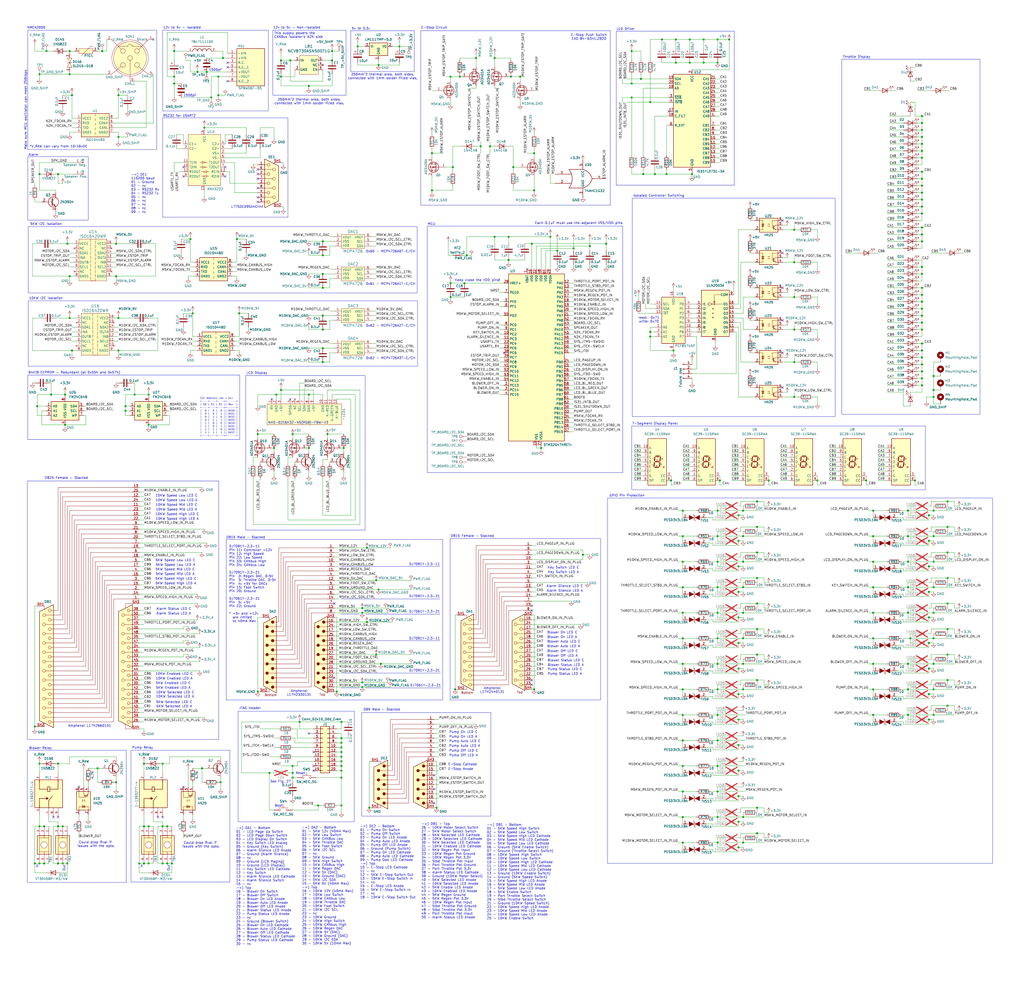
<source format=kicad_sch>
(kicad_sch (version 20250114) (generator "eeschema") (generator_version "9.0")
  (paper "User" 560 540)
  (title_block (title "Main Control Unit") (date "2025-11-02") (rev "4") (company "The Digital Mermaid"))
  (lib_symbols
    (symbol "74xGxx:74AHC1G32"
      (property "Reference" "U" (at -2.54 3.81 0))
      (property "Value" "74AHC1G32" (at 0 -3.81 0))
      (symbol "74AHC1G32_1_1"
        (pin input line (at -15.24 2.54 0) (length 7.62) (name "~") (number "1"))
        (pin input line (at -15.24 -2.54 0) (length 7.62) (name "~") (number "2"))
        (pin power_in line (at 0 10.16 270) (length 5.08) (name "VCC") (number "5"))
        (pin power_in line (at 0 -10.16 90) (length 5.08) (name "GND") (number "3"))
        (pin output line (at 12.7 0 180) (length 7.62) (name "~") (number "4"))
      )
    )
    (symbol "Connector:Conn_01x01_Pin" (pin_names (offset 1.016) (hide yes))
      (property "Reference" "J" (at 0 2.54 0))
      (property "Value" "Conn_01x01_Pin" (at 0 -2.54 0))
      (symbol "Conn_01x01_Pin_1_1"
        (pin passive line (at 5.08 0 180) (length 3.81) (name "Pin_1") (number "1"))
      )
    )
    (symbol "Connector:Conn_01x04_Pin" (pin_names (offset 1.016) (hide yes))
      (property "Reference" "J" (at 0 5.08 0))
      (property "Value" "Conn_01x04_Pin" (at 0 -7.62 0))
      (symbol "Conn_01x04_Pin_1_1"
        (pin passive line (at 5.08 2.54 180) (length 3.81) (name "Pin_1") (number "1"))
        (pin passive line (at 5.08 0 180) (length 3.81) (name "Pin_2") (number "2"))
        (pin passive line (at 5.08 -2.54 180) (length 3.81) (name "Pin_3") (number "3"))
        (pin passive line (at 5.08 -5.08 180) (length 3.81) (name "Pin_4") (number "4"))
      )
    )
    (symbol "Connector:TestPoint" (pin_numbers (hide yes)) (pin_names (offset 0.762) (hide yes))
      (property "Reference" "TP" (at 0 6.858 0))
      (property "Value" "TestPoint" (at 0 5.08 0))
      (symbol "TestPoint_1_1"
        (pin passive line (at 0 0 90) (length 2.54) (name "1") (number "1"))
      )
    )
    (symbol "Connector_Generic:Conn_02x10_Odd_Even" (pin_names (offset 1.016) (hide yes))
      (property "Reference" "J" (at 1.27 12.7 0))
      (property "Value" "Conn_02x10_Odd_Even" (at 1.27 -15.24 0))
      (symbol "Conn_02x10_Odd_Even_1_1"
        (pin passive line (at -5.08 10.16 0) (length 3.81) (name "Pin_1") (number "1"))
        (pin passive line (at -5.08 7.62 0) (length 3.81) (name "Pin_3") (number "3"))
        (pin passive line (at -5.08 5.08 0) (length 3.81) (name "Pin_5") (number "5"))
        (pin passive line (at -5.08 2.54 0) (length 3.81) (name "Pin_7") (number "7"))
        (pin passive line (at -5.08 0 0) (length 3.81) (name "Pin_9") (number "9"))
        (pin passive line (at -5.08 -2.54 0) (length 3.81) (name "Pin_11") (number "11"))
        (pin passive line (at -5.08 -5.08 0) (length 3.81) (name "Pin_13") (number "13"))
        (pin passive line (at -5.08 -7.62 0) (length 3.81) (name "Pin_15") (number "15"))
        (pin passive line (at -5.08 -10.16 0) (length 3.81) (name "Pin_17") (number "17"))
        (pin passive line (at -5.08 -12.7 0) (length 3.81) (name "Pin_19") (number "19"))
        (pin passive line (at 7.62 10.16 180) (length 3.81) (name "Pin_2") (number "2"))
        (pin passive line (at 7.62 7.62 180) (length 3.81) (name "Pin_4") (number "4"))
        (pin passive line (at 7.62 5.08 180) (length 3.81) (name "Pin_6") (number "6"))
        (pin passive line (at 7.62 2.54 180) (length 3.81) (name "Pin_8") (number "8"))
        (pin passive line (at 7.62 0 180) (length 3.81) (name "Pin_10") (number "10"))
        (pin passive line (at 7.62 -2.54 180) (length 3.81) (name "Pin_12") (number "12"))
        (pin passive line (at 7.62 -5.08 180) (length 3.81) (name "Pin_14") (number "14"))
        (pin passive line (at 7.62 -7.62 180) (length 3.81) (name "Pin_16") (number "16"))
        (pin passive line (at 7.62 -10.16 180) (length 3.81) (name "Pin_18") (number "18"))
        (pin passive line (at 7.62 -12.7 180) (length 3.81) (name "Pin_20") (number "20"))
      )
    )
    (symbol "Device:C" (pin_numbers (hide yes)) (pin_names (offset 0.254))
      (property "Reference" "C" (at 0.635 2.54 0))
      (property "Value" "C" (at 0.635 -2.54 0))
      (symbol "C_1_1"
        (pin passive line (at 0 3.81 270) (length 2.794) (name "~") (number "1"))
        (pin passive line (at 0 -3.81 90) (length 2.794) (name "~") (number "2"))
      )
    )
    (symbol "Device:C_Polarized" (pin_numbers (hide yes)) (pin_names (offset 0.254))
      (property "Reference" "C" (at 0.635 2.54 0))
      (property "Value" "C_Polarized" (at 0.635 -2.54 0))
      (symbol "C_Polarized_1_1"
        (pin passive line (at 0 3.81 270) (length 2.794) (name "~") (number "1"))
        (pin passive line (at 0 -3.81 90) (length 2.794) (name "~") (number "2"))
      )
    )
    (symbol "Device:D" (pin_numbers (hide yes)) (pin_names (offset 1.016) (hide yes))
      (property "Reference" "D" (at 0 2.54 0))
      (property "Value" "D" (at 0 -2.54 0))
      (symbol "D_1_1"
        (pin passive line (at -3.81 0 0) (length 2.54) (name "K") (number "1"))
        (pin passive line (at 3.81 0 180) (length 2.54) (name "A") (number "2"))
      )
    )
    (symbol "Device:LED" (pin_numbers (hide yes)) (pin_names (offset 1.016) (hide yes))
      (property "Reference" "D" (at 0 2.54 0))
      (property "Value" "LED" (at 0 -2.54 0))
      (symbol "LED_1_1"
        (pin passive line (at -3.81 0 0) (length 2.54) (name "K") (number "1"))
        (pin passive line (at 3.81 0 180) (length 2.54) (name "A") (number "2"))
      )
    )
    (symbol "Device:NetTie_2" (pin_numbers (hide yes)) (pin_names (offset 0) (hide yes)) (in_bom no)
      (property "Reference" "NT" (at 0 1.27 0))
      (property "Value" "NetTie_2" (at 0 -1.27 0))
      (symbol "NetTie_2_1_1"
        (pin passive line (at -2.54 0 0) (length 2.54) (name "1") (number "1"))
        (pin passive line (at 2.54 0 180) (length 2.54) (name "2") (number "2"))
      )
    )
    (symbol "Device:R" (pin_numbers (hide yes)) (pin_names (offset 0))
      (property "Reference" "R" (at 2.032 0 90))
      (property "Value" "R" (at 0 0 90))
      (symbol "R_1_1"
        (pin passive line (at 0 3.81 270) (length 1.27) (name "~") (number "1"))
        (pin passive line (at 0 -3.81 90) (length 1.27) (name "~") (number "2"))
      )
    )
    (symbol "Diode:1N4001" (pin_numbers (hide yes)) (pin_names (hide yes))
      (property "Reference" "D" (at 0 2.54 0))
      (property "Value" "1N4001" (at 0 -2.54 0))
      (symbol "1N4001_1_1"
        (pin passive line (at -3.81 0 0) (length 2.54) (name "K") (number "1"))
        (pin passive line (at 3.81 0 180) (length 2.54) (name "A") (number "2"))
      )
    )
    (symbol "Diode:1N5822" (pin_numbers (hide yes)) (pin_names (offset 1.016) (hide yes))
      (property "Reference" "D" (at 0 2.54 0))
      (property "Value" "1N5822" (at 0 -2.54 0))
      (symbol "1N5822_1_1"
        (pin passive line (at -3.81 0 0) (length 2.54) (name "K") (number "1"))
        (pin passive line (at 3.81 0 180) (length 2.54) (name "A") (number "2"))
      )
    )
    (symbol "Display_Character:SC39-11SRWA"
      (property "Reference" "U" (at -3.81 13.97 0))
      (property "Value" "SC39-11SRWA" (at 6.35 13.97 0))
      (symbol "SC39-11SRWA_1_0"
        (text "E" (at -2.54 -1.397 0) (effects (font (size 0.508 0.508))))
        (text "F" (at -2.286 1.651 0) (effects (font (size 0.508 0.508))))
        (text "D" (at -0.254 -2.159 0) (effects (font (size 0.508 0.508))))
        (text "G" (at 0 0.889 0) (effects (font (size 0.508 0.508))))
        (text "A" (at 0.254 2.413 0) (effects (font (size 0.508 0.508))))
        (text "C" (at 2.286 -1.397 0) (effects (font (size 0.508 0.508))))
        (text "B" (at 2.54 1.651 0) (effects (font (size 0.508 0.508))))
        (text "DP" (at 3.556 -2.921 0) (effects (font (size 0.508 0.508))))
      )
      (symbol "SC39-11SRWA_1_1"
        (pin input line (at -7.62 7.62 0) (length 2.54) (name "A") (number "10"))
        (pin input line (at -7.62 5.08 0) (length 2.54) (name "B") (number "9"))
        (pin input line (at -7.62 2.54 0) (length 2.54) (name "C") (number "7"))
        (pin input line (at -7.62 0 0) (length 2.54) (name "D") (number "5"))
        (pin input line (at -7.62 -2.54 0) (length 2.54) (name "E") (number "4"))
        (pin input line (at -7.62 -5.08 0) (length 2.54) (name "F") (number "2"))
        (pin input line (at -7.62 -7.62 0) (length 2.54) (name "G") (number "1"))
        (pin input line (at -7.62 -10.16 0) (length 2.54) (name "DP") (number "6"))
        (pin input line (at 7.62 -7.62 180) (length 2.54) (name "CC") (number "3"))
        (pin input line (at 7.62 -10.16 180) (length 2.54) (name "CC") (number "8"))
      )
    )
    (symbol "Driver_LED:IS31FL3731-SA"
      (property "Reference" "U" (at -10.16 26.035 0))
      (property "Value" "IS31FL3731-SA" (at 2.54 -26.035 0))
      (symbol "IS31FL3731-SA_1_1"
        (pin bidirectional line (at -12.7 22.86 0) (length 2.54) (name "SDA") (number "19"))
        (pin input line (at -12.7 20.32 0) (length 2.54) (name "SCL") (number "20"))
        (pin input line (at -12.7 17.78 0) (length 2.54) (name "AD") (number "18"))
        (pin input line (at -12.7 12.7 0) (length 2.54) (name "~{SDB}") (number "3"))
        (pin open_collector line (at -12.7 10.16 0) (length 2.54) (name "~{INTB}") (number "4"))
        (pin input line (at -12.7 5.08 0) (length 2.54) (name "IN") (number "17"))
        (pin passive line (at -12.7 2.54 0) (length 2.54) (name "C_FILT") (number "16"))
        (pin passive line (at -12.7 -2.54 0) (length 2.54) (name "R_EXT") (number "6"))
        (pin power_in line (at 0 27.94 270) (length 2.54) (name "VCC") (number "2"))
        (pin power_in line (at 0 -27.94 90) (length 2.54) (name "GND") (number "5"))
        (pin bidirectional line (at 12.7 22.86 180) (length 2.54) (name "CA1") (number "21"))
        (pin bidirectional line (at 12.7 20.32 180) (length 2.54) (name "CA2") (number "22"))
        (pin bidirectional line (at 12.7 17.78 180) (length 2.54) (name "CA3") (number "23"))
        (pin bidirectional line (at 12.7 15.24 180) (length 2.54) (name "CA4") (number "24"))
        (pin bidirectional line (at 12.7 12.7 180) (length 2.54) (name "CA5") (number "25"))
        (pin bidirectional line (at 12.7 10.16 180) (length 2.54) (name "CA6") (number "26"))
        (pin bidirectional line (at 12.7 7.62 180) (length 2.54) (name "CA7") (number "27"))
        (pin bidirectional line (at 12.7 5.08 180) (length 2.54) (name "CA8") (number "28"))
        (pin bidirectional line (at 12.7 2.54 180) (length 2.54) (name "CA9") (number "1"))
        (pin bidirectional line (at 12.7 -2.54 180) (length 2.54) (name "CB1") (number "7"))
        (pin bidirectional line (at 12.7 -5.08 180) (length 2.54) (name "CB2") (number "8"))
        (pin bidirectional line (at 12.7 -7.62 180) (length 2.54) (name "CB3") (number "9"))
        (pin bidirectional line (at 12.7 -10.16 180) (length 2.54) (name "CB4") (number "10"))
        (pin bidirectional line (at 12.7 -12.7 180) (length 2.54) (name "CB5") (number "11"))
        (pin bidirectional line (at 12.7 -15.24 180) (length 2.54) (name "CB6") (number "12"))
        (pin bidirectional line (at 12.7 -17.78 180) (length 2.54) (name "CB7") (number "13"))
        (pin bidirectional line (at 12.7 -20.32 180) (length 2.54) (name "CB8") (number "14"))
        (pin bidirectional line (at 12.7 -22.86 180) (length 2.54) (name "CB9") (number "15"))
      )
    )
    (symbol "Interface_CAN_LIN:ISO1044BD"
      (property "Reference" "U" (at -6.35 6.35 0))
      (property "Value" "ISO1044BD" (at 2.54 6.35 0))
      (symbol "ISO1044BD_1_1"
        (pin power_in line (at -10.16 2.54 0) (length 2.54) (name "VCC1") (number "1"))
        (pin output line (at -10.16 0 0) (length 2.54) (name "RXD") (number "3"))
        (pin input line (at -10.16 -2.54 0) (length 2.54) (name "TXD") (number "2"))
        (pin power_in line (at -10.16 -5.08 0) (length 2.54) (name "GND1") (number "4"))
        (pin power_in line (at 10.16 2.54 180) (length 2.54) (name "VCC2") (number "8"))
        (pin bidirectional line (at 10.16 0 180) (length 2.54) (name "CANH") (number "6"))
        (pin bidirectional line (at 10.16 -2.54 180) (length 2.54) (name "CANL") (number "5"))
        (pin power_in line (at 10.16 -5.08 180) (length 2.54) (name "GND2") (number "7"))
      )
    )
    (symbol "Interface_Expansion:PCF8574AP"
      (property "Reference" "U" (at -6.35 12.954 0))
      (property "Value" "PCF8574AP" (at 3.048 12.954 0))
      (symbol "PCF8574AP_1_1"
        (pin input line (at -10.16 7.62 0) (length 3.81) (name "SCL") (number "14"))
        (pin bidirectional line (at -10.16 5.08 0) (length 3.81) (name "SDA") (number "15"))
        (pin open_collector line (at -10.16 2.54 0) (length 3.81) (name "~{INT}") (number "13"))
        (pin input line (at -10.16 -5.08 0) (length 3.81) (name "A0") (number "1"))
        (pin input line (at -10.16 -7.62 0) (length 3.81) (name "A1") (number "2"))
        (pin input line (at -10.16 -10.16 0) (length 3.81) (name "A2") (number "3"))
        (pin power_in line (at 0 15.24 270) (length 3.81) (name "VDD") (number "16"))
        (pin power_in line (at 0 -17.78 90) (length 3.81) (name "GND") (number "8"))
        (pin bidirectional line (at 10.16 7.62 180) (length 3.81) (name "P0") (number "4"))
        (pin bidirectional line (at 10.16 5.08 180) (length 3.81) (name "P1") (number "5"))
        (pin bidirectional line (at 10.16 2.54 180) (length 3.81) (name "P2") (number "6"))
        (pin bidirectional line (at 10.16 0 180) (length 3.81) (name "P3") (number "7"))
        (pin bidirectional line (at 10.16 -2.54 180) (length 3.81) (name "P4") (number "9"))
        (pin bidirectional line (at 10.16 -5.08 180) (length 3.81) (name "P5") (number "10"))
        (pin bidirectional line (at 10.16 -7.62 180) (length 3.81) (name "P6") (number "11"))
        (pin bidirectional line (at 10.16 -10.16 180) (length 3.81) (name "P7") (number "12"))
      )
    )
    (symbol "Isolator:4N25" (pin_names (offset 1.016))
      (property "Reference" "U" (at -5.08 5.08 0))
      (property "Value" "4N25" (at 0 5.08 0))
      (symbol "4N25_1_1"
        (pin passive line (at -7.62 2.54 0) (length 2.54) (name "~") (number "1"))
        (pin passive line (at -7.62 -2.54 0) (length 2.54) (name "~") (number "2"))
        (pin no_connect line (at -5.08 0 0) (length 2.54) (hide yes) (name "NC") (number "3"))
        (pin passive line (at 7.62 2.54 180) (length 2.54) (name "~") (number "6"))
        (pin passive line (at 7.62 0 180) (length 2.54) (name "~") (number "5"))
        (pin passive line (at 7.62 -2.54 180) (length 2.54) (name "~") (number "4"))
      )
    )
    (symbol "MCU_ST_STM32G4:STM32G474RETx"
      (property "Reference" "U" (at -15.24 46.99 0))
      (property "Value" "STM32G474RETx" (at 10.16 46.99 0))
      (symbol "STM32G474RETx_1_1"
        (pin input line (at -17.78 40.64 0) (length 2.54) (name "VREF+") (number "28"))
        (pin bidirectional line (at -17.78 35.56 0) (length 2.54) (name "PG10") (number "7"))
        (pin bidirectional line (at -17.78 30.48 0) (length 2.54) (name "PF0") (number "5"))
        (pin bidirectional line (at -17.78 27.94 0) (length 2.54) (name "PF1") (number "6"))
        (pin bidirectional line (at -17.78 22.86 0) (length 2.54) (name "PD2") (number "55"))
        (pin bidirectional line (at -17.78 17.78 0) (length 2.54) (name "PC0") (number "8"))
        (pin bidirectional line (at -17.78 15.24 0) (length 2.54) (name "PC1") (number "9"))
        (pin bidirectional line (at -17.78 12.7 0) (length 2.54) (name "PC2") (number "10"))
        (pin bidirectional line (at -17.78 10.16 0) (length 2.54) (name "PC3") (number "11"))
        (pin bidirectional line (at -17.78 7.62 0) (length 2.54) (name "PC4") (number "22"))
        (pin bidirectional line (at -17.78 5.08 0) (length 2.54) (name "PC5") (number "23"))
        (pin bidirectional line (at -17.78 2.54 0) (length 2.54) (name "PC6") (number "38"))
        (pin bidirectional line (at -17.78 0 0) (length 2.54) (name "PC7") (number "39"))
        (pin bidirectional line (at -17.78 -2.54 0) (length 2.54) (name "PC8") (number "40"))
        (pin bidirectional line (at -17.78 -5.08 0) (length 2.54) (name "PC9") (number "41"))
        (pin bidirectional line (at -17.78 -7.62 0) (length 2.54) (name "PC10") (number "52"))
        (pin bidirectional line (at -17.78 -10.16 0) (length 2.54) (name "PC11") (number "53"))
        (pin bidirectional line (at -17.78 -12.7 0) (length 2.54) (name "PC12") (number "54"))
        (pin bidirectional line (at -17.78 -15.24 0) (length 2.54) (name "PC13") (number "2"))
        (pin bidirectional line (at -17.78 -17.78 0) (length 2.54) (name "PC14") (number "3"))
        (pin bidirectional line (at -17.78 -20.32 0) (length 2.54) (name "PC15") (number "4"))
        (pin power_in line (at -5.08 48.26 270) (length 2.54) (name "VBAT") (number "1"))
        (pin power_in line (at -2.54 48.26 270) (length 2.54) (name "VDD") (number "16"))
        (pin power_in line (at 0 48.26 270) (length 2.54) (name "VDD") (number "32"))
        (pin power_in line (at 0 -48.26 90) (length 2.54) (name "VSS") (number "15"))
        (pin passive line (at 0 -48.26 90) (length 2.54) (hide yes) (name "VSS") (number "31"))
        (pin passive line (at 0 -48.26 90) (length 2.54) (hide yes) (name "VSS") (number "47"))
        (pin passive line (at 0 -48.26 90) (length 2.54) (hide yes) (name "VSS") (number "63"))
        (pin power_in line (at 2.54 48.26 270) (length 2.54) (name "VDD") (number "48"))
        (pin power_in line (at 2.54 -48.26 90) (length 2.54) (name "VSSA") (number "27"))
        (pin power_in line (at 5.08 48.26 270) (length 2.54) (name "VDD") (number "64"))
        (pin power_in line (at 7.62 48.26 270) (length 2.54) (name "VDDA") (number "29"))
        (pin bidirectional line (at 17.78 40.64 180) (length 2.54) (name "PA0") (number "12"))
        (pin bidirectional line (at 17.78 38.1 180) (length 2.54) (name "PA1") (number "13"))
        (pin bidirectional line (at 17.78 35.56 180) (length 2.54) (name "PA2") (number "14"))
        (pin bidirectional line (at 17.78 33.02 180) (length 2.54) (name "PA3") (number "17"))
        (pin bidirectional line (at 17.78 30.48 180) (length 2.54) (name "PA4") (number "18"))
        (pin bidirectional line (at 17.78 27.94 180) (length 2.54) (name "PA5") (number "19"))
        (pin bidirectional line (at 17.78 25.4 180) (length 2.54) (name "PA6") (number "20"))
        (pin bidirectional line (at 17.78 22.86 180) (length 2.54) (name "PA7") (number "21"))
        (pin bidirectional line (at 17.78 20.32 180) (length 2.54) (name "PA8") (number "42"))
        (pin bidirectional line (at 17.78 17.78 180) (length 2.54) (name "PA9") (number "43"))
        (pin bidirectional line (at 17.78 15.24 180) (length 2.54) (name "PA10") (number "44"))
        (pin bidirectional line (at 17.78 12.7 180) (length 2.54) (name "PA11") (number "45"))
        (pin bidirectional line (at 17.78 10.16 180) (length 2.54) (name "PA12") (number "46"))
        (pin bidirectional line (at 17.78 7.62 180) (length 2.54) (name "PA13") (number "49"))
        (pin bidirectional line (at 17.78 5.08 180) (length 2.54) (name "PA14") (number "50"))
        (pin bidirectional line (at 17.78 2.54 180) (length 2.54) (name "PA15") (number "51"))
        (pin bidirectional line (at 17.78 -2.54 180) (length 2.54) (name "PB0") (number "24"))
        (pin bidirectional line (at 17.78 -5.08 180) (length 2.54) (name "PB1") (number "25"))
        (pin bidirectional line (at 17.78 -7.62 180) (length 2.54) (name "PB2") (number "26"))
        (pin bidirectional line (at 17.78 -10.16 180) (length 2.54) (name "PB3") (number "56"))
        (pin bidirectional line (at 17.78 -12.7 180) (length 2.54) (name "PB4") (number "57"))
        (pin bidirectional line (at 17.78 -15.24 180) (length 2.54) (name "PB5") (number "58"))
        (pin bidirectional line (at 17.78 -17.78 180) (length 2.54) (name "PB6") (number "59"))
        (pin bidirectional line (at 17.78 -20.32 180) (length 2.54) (name "PB7") (number "60"))
        (pin bidirectional line (at 17.78 -22.86 180) (length 2.54) (name "PB8") (number "61"))
        (pin bidirectional line (at 17.78 -25.4 180) (length 2.54) (name "PB9") (number "62"))
        (pin bidirectional line (at 17.78 -27.94 180) (length 2.54) (name "PB10") (number "30"))
        (pin bidirectional line (at 17.78 -30.48 180) (length 2.54) (name "PB11") (number "33"))
        (pin bidirectional line (at 17.78 -33.02 180) (length 2.54) (name "PB12") (number "34"))
        (pin bidirectional line (at 17.78 -35.56 180) (length 2.54) (name "PB13") (number "35"))
        (pin bidirectional line (at 17.78 -38.1 180) (length 2.54) (name "PB14") (number "36"))
        (pin bidirectional line (at 17.78 -40.64 180) (length 2.54) (name "PB15") (number "37"))
      )
    )
    (symbol "Mechanical:MountingHole_Pad" (pin_numbers (hide yes)) (pin_names (offset 1.016) (hide yes)) (in_bom no)
      (property "Reference" "H" (at 0 6.35 0))
      (property "Value" "MountingHole_Pad" (at 0 4.445 0))
      (symbol "MountingHole_Pad_1_1"
        (pin input line (at 0 -2.54 90) (length 2.54) (name "1") (number "1"))
      )
    )
    (symbol "Memory_NVRAM:FM24C64B" (pin_names (offset 1.016))
      (property "Reference" "U" (at -5.08 8.89 0))
      (property "Value" "FM24C64B" (at 6.35 -8.89 0))
      (symbol "FM24C64B_1_1"
        (pin input line (at -10.16 2.54 0) (length 2.54) (name "A0") (number "1"))
        (pin input line (at -10.16 0 0) (length 2.54) (name "A1") (number "2"))
        (pin input line (at -10.16 -2.54 0) (length 2.54) (name "A2") (number "3"))
        (pin power_in line (at 0 7.62 270) (length 2.54) (name "VDD") (number "8"))
        (pin power_in line (at 0 -7.62 90) (length 2.54) (name "VSS") (number "4"))
        (pin bidirectional line (at 10.16 2.54 180) (length 2.54) (name "SDA") (number "5"))
        (pin input line (at 10.16 0 180) (length 2.54) (name "SCL") (number "6"))
        (pin input line (at 10.16 -2.54 180) (length 2.54) (name "WP") (number "7"))
      )
    )
    (symbol "Regulator_Linear:LM1117MP-5.0"
      (property "Reference" "U" (at -3.81 3.175 0))
      (property "Value" "LM1117MP-5.0" (at 0 3.175 0))
      (symbol "LM1117MP-5.0_1_1"
        (pin power_in line (at -7.62 0 0) (length 2.54) (name "VI") (number "3"))
        (pin power_in line (at 0 -7.62 90) (length 2.54) (name "GND") (number "1"))
        (pin power_out line (at 7.62 0 180) (length 2.54) (name "VO") (number "2"))
      )
    )
    (symbol "Switch:SW_MEC_5G" (pin_numbers (hide yes)) (pin_names (offset 1.016) (hide yes))
      (property "Reference" "SW" (at 1.27 2.54 0))
      (property "Value" "SW_MEC_5G" (at 0 -1.524 0))
      (symbol "SW_MEC_5G_0_1"
        (pin passive line (at -5.08 0 0) (length 2.54) (name "A") (number "1"))
        (pin passive line (at 5.08 0 180) (length 2.54) (name "B") (number "3"))
      )
      (symbol "SW_MEC_5G_1_1"
        (pin passive line (at -5.08 0 0) (length 2.54) (hide yes) (name "A") (number "2"))
        (pin passive line (at 5.08 0 180) (length 2.54) (hide yes) (name "B") (number "4"))
      )
    )
    (symbol "Transistor_Array:ULN2003A"
      (property "Reference" "U" (at 0 15.875 0))
      (property "Value" "ULN2003A" (at 0 13.97 0))
      (symbol "ULN2003A_1_1"
        (pin input line (at -10.16 5.08 0) (length 2.54) (name "I1") (number "1"))
        (pin input line (at -10.16 2.54 0) (length 2.54) (name "I2") (number "2"))
        (pin input line (at -10.16 0 0) (length 2.54) (name "I3") (number "3"))
        (pin input line (at -10.16 -2.54 0) (length 2.54) (name "I4") (number "4"))
        (pin input line (at -10.16 -5.08 0) (length 2.54) (name "I5") (number "5"))
        (pin input line (at -10.16 -7.62 0) (length 2.54) (name "I6") (number "6"))
        (pin input line (at -10.16 -10.16 0) (length 2.54) (name "I7") (number "7"))
        (pin power_in line (at 0 -15.24 90) (length 2.54) (name "GND") (number "8"))
        (pin passive line (at 10.16 10.16 180) (length 2.54) (name "COM") (number "9"))
        (pin open_collector line (at 10.16 5.08 180) (length 2.54) (name "O1") (number "16"))
        (pin open_collector line (at 10.16 2.54 180) (length 2.54) (name "O2") (number "15"))
        (pin open_collector line (at 10.16 0 180) (length 2.54) (name "O3") (number "14"))
        (pin open_collector line (at 10.16 -2.54 180) (length 2.54) (name "O4") (number "13"))
        (pin open_collector line (at 10.16 -5.08 180) (length 2.54) (name "O5") (number "12"))
        (pin open_collector line (at 10.16 -7.62 180) (length 2.54) (name "O6") (number "11"))
        (pin open_collector line (at 10.16 -10.16 180) (length 2.54) (name "O7") (number "10"))
      )
    )
    (symbol "Transistor_BJT:2N3904" (pin_names (offset 0) (hide yes))
      (property "Reference" "Q" (at 5.08 1.905 0))
      (property "Value" "2N3904" (at 5.08 0 0))
      (symbol "2N3904_1_1"
        (pin input line (at -5.08 0 0) (length 2.54) (name "B") (number "2"))
        (pin passive line (at 2.54 5.08 270) (length 2.54) (name "C") (number "3"))
        (pin passive line (at 2.54 -5.08 90) (length 2.54) (name "E") (number "1"))
      )
    )
    (symbol "Transistor_FET:AO3400A" (pin_names (offset 0) (hide yes))
      (property "Reference" "Q" (at 5.08 1.905 0))
      (property "Value" "AO3400A" (at 5.08 0 0))
      (symbol "AO3400A_1_1"
        (pin input line (at -5.08 0 0) (length 2.54) (name "G") (number "1"))
        (pin passive line (at 2.54 5.08 270) (length 2.54) (name "D") (number "3"))
        (pin passive line (at 2.54 -5.08 90) (length 2.54) (name "S") (number "2"))
      )
    )
    (symbol "Transistor_FET:AO3401A" (pin_names (hide yes))
      (property "Reference" "Q" (at 5.08 1.905 0))
      (property "Value" "AO3401A" (at 5.08 0 0))
      (symbol "AO3401A_1_1"
        (pin input line (at -5.08 0 0) (length 2.54) (name "G") (number "1"))
        (pin passive line (at 2.54 5.08 270) (length 2.54) (name "D") (number "3"))
        (pin passive line (at 2.54 -5.08 90) (length 2.54) (name "S") (number "2"))
      )
    )
    (symbol "mr-parts:1-1393277-4" (pin_names (offset 1.016))
      (property "Reference" "RL" (at -7.62 8.128 0))
      (property "Value" "1-1393277-4" (at -7.112 -9.652 0))
      (symbol "1-1393277-4_0_0"
        (pin passive line (at -11.43 5.08 0) (length 5.08) (name "~") (number "1"))
        (pin passive line (at -11.43 -5.08 0) (length 5.08) (name "~") (number "2"))
        (pin passive line (at 11.43 -5.08 180) (length 5.08) (name "~") (number "5"))
      )
      (symbol "1-1393277-4_1_0"
        (pin passive line (at 12.7 5.08 180) (length 5.08) (name "") (number "9"))
        (pin passive line (at 12.7 2.54 180) (length 5.08) (name "") (number "8"))
        (pin passive line (at 12.7 0 180) (length 5.08) (name "~") (number "4"))
      )
    )
    (symbol "mr-parts:AHEF100"
      (property "Reference" "PTC" (at -1.778 2.286 0))
      (symbol "AHEF100_1_1"
        (pin power_out line (at -6.35 0 0) (length 2.54) (name "") (number "1"))
        (pin power_in line (at 6.35 0 180) (length 2.54) (name "") (number "2"))
      )
    )
    (symbol "mr-parts:DA15_Pins_Stacked"
      (property "Reference" "DA" (at 15.494 -38.1 0))
      (property "Value" "DA15 Male, 2x Stacked" (at 14.224 -39.878 0))
      (symbol "DA15_Pins_Stacked_1_1"
        (text "Bottom" (at -0.508 -39.878 0) (effects (font (size 1.27 1.27))))
        (text "Top" (at 27.686 -39.624 0) (effects (font (size 1.27 1.27))))
        (pin passive line (at -6.35 -38.1 0) (length 3.81) (name "") (number "SH2"))
        (pin passive line (at -5.08 2.54 0) (length 3.81) (name "") (number "SH1"))
        (pin passive line (at 34.29 40.64 180) (length 3.81) (name "") (number "1"))
        (pin passive line (at 34.29 38.1 180) (length 3.81) (name "") (number "9"))
        (pin passive line (at 34.29 35.56 180) (length 3.81) (name "") (number "2"))
        (pin passive line (at 34.29 33.02 180) (length 3.81) (name "") (number "10"))
        (pin passive line (at 34.29 30.48 180) (length 3.81) (name "") (number "3"))
        (pin passive line (at 34.29 27.94 180) (length 3.81) (name "") (number "11"))
        (pin passive line (at 34.29 25.4 180) (length 3.81) (name "") (number "4"))
        (pin passive line (at 34.29 22.86 180) (length 3.81) (name "") (number "12"))
        (pin passive line (at 34.29 20.32 180) (length 3.81) (name "") (number "5"))
        (pin passive line (at 34.29 17.78 180) (length 3.81) (name "") (number "13"))
        (pin passive line (at 34.29 15.24 180) (length 3.81) (name "") (number "6"))
        (pin passive line (at 34.29 12.7 180) (length 3.81) (name "") (number "14"))
        (pin passive line (at 34.29 10.16 180) (length 3.81) (name "") (number "7"))
        (pin passive line (at 34.29 7.62 180) (length 3.81) (name "") (number "15"))
        (pin passive line (at 34.29 5.08 180) (length 3.81) (name "") (number "8"))
        (pin passive line (at 34.29 2.54 180) (length 3.81) (name "") (number "SH3"))
        (pin passive line (at 34.29 0 180) (length 3.81) (name "") (number "16"))
        (pin passive line (at 34.29 -2.54 180) (length 3.81) (name "") (number "24"))
        (pin passive line (at 34.29 -5.08 180) (length 3.81) (name "") (number "17"))
        (pin passive line (at 34.29 -7.62 180) (length 3.81) (name "") (number "25"))
        (pin passive line (at 34.29 -10.16 180) (length 3.81) (name "") (number "18"))
        (pin passive line (at 34.29 -12.7 180) (length 3.81) (name "") (number "26"))
        (pin passive line (at 34.29 -15.24 180) (length 3.81) (name "") (number "19"))
        (pin passive line (at 34.29 -17.78 180) (length 3.81) (name "") (number "27"))
        (pin passive line (at 34.29 -20.32 180) (length 3.81) (name "") (number "20"))
        (pin passive line (at 34.29 -22.86 180) (length 3.81) (name "") (number "28"))
        (pin passive line (at 34.29 -25.4 180) (length 3.81) (name "") (number "21"))
        (pin passive line (at 34.29 -27.94 180) (length 3.81) (name "") (number "29"))
        (pin passive line (at 34.29 -30.48 180) (length 3.81) (name "") (number "22"))
        (pin passive line (at 34.29 -33.02 180) (length 3.81) (name "") (number "30"))
        (pin passive line (at 34.29 -35.56 180) (length 3.81) (name "") (number "23"))
        (pin passive line (at 34.29 -38.1 180) (length 3.81) (name "") (number "SH4"))
      )
    )
    (symbol "mr-parts:DA15_Sockets_Stacked"
      (property "Reference" "DA" (at 18.542 -35.306 0))
      (property "Value" "DA15 Female, Stacked" (at 0 0 0))
      (symbol "DA15_Sockets_Stacked_1_1"
        (text "Bottom" (at 1.524 -37.338 0) (effects (font (size 1.27 1.27))))
        (text "Top" (at 30.226 -37.084 0) (effects (font (size 1.27 1.27))))
        (pin passive line (at -3.81 5.08 0) (length 3.81) (name "") (number "SH1"))
        (pin passive line (at -3.81 -35.56 0) (length 3.81) (name "") (number "SH2"))
        (pin passive line (at 36.83 43.18 180) (length 3.81) (name "") (number "1"))
        (pin passive line (at 36.83 40.64 180) (length 3.81) (name "") (number "9"))
        (pin passive line (at 36.83 38.1 180) (length 3.81) (name "") (number "2"))
        (pin passive line (at 36.83 35.56 180) (length 3.81) (name "") (number "10"))
        (pin passive line (at 36.83 33.02 180) (length 3.81) (name "") (number "3"))
        (pin passive line (at 36.83 30.48 180) (length 3.81) (name "") (number "11"))
        (pin passive line (at 36.83 27.94 180) (length 3.81) (name "") (number "4"))
        (pin passive line (at 36.83 25.4 180) (length 3.81) (name "") (number "12"))
        (pin passive line (at 36.83 22.86 180) (length 3.81) (name "") (number "5"))
        (pin passive line (at 36.83 20.32 180) (length 3.81) (name "") (number "13"))
        (pin passive line (at 36.83 17.78 180) (length 3.81) (name "") (number "6"))
        (pin passive line (at 36.83 15.24 180) (length 3.81) (name "") (number "14"))
        (pin passive line (at 36.83 12.7 180) (length 3.81) (name "") (number "7"))
        (pin passive line (at 36.83 10.16 180) (length 3.81) (name "") (number "15"))
        (pin passive line (at 36.83 7.62 180) (length 3.81) (name "") (number "8"))
        (pin passive line (at 36.83 5.08 180) (length 3.81) (name "") (number "SH3"))
        (pin passive line (at 36.83 2.54 180) (length 3.81) (name "") (number "16"))
        (pin passive line (at 36.83 0 180) (length 3.81) (name "") (number "24"))
        (pin passive line (at 36.83 -2.54 180) (length 3.81) (name "") (number "17"))
        (pin passive line (at 36.83 -5.08 180) (length 3.81) (name "") (number "25"))
        (pin passive line (at 36.83 -7.62 180) (length 3.81) (name "") (number "18"))
        (pin passive line (at 36.83 -10.16 180) (length 3.81) (name "") (number "26"))
        (pin passive line (at 36.83 -12.7 180) (length 3.81) (name "") (number "19"))
        (pin passive line (at 36.83 -15.24 180) (length 3.81) (name "") (number "27"))
        (pin passive line (at 36.83 -17.78 180) (length 3.81) (name "") (number "20"))
        (pin passive line (at 36.83 -20.32 180) (length 3.81) (name "") (number "28"))
        (pin passive line (at 36.83 -22.86 180) (length 3.81) (name "") (number "21"))
        (pin passive line (at 36.83 -25.4 180) (length 3.81) (name "") (number "29"))
        (pin passive line (at 36.83 -27.94 180) (length 3.81) (name "") (number "22"))
        (pin passive line (at 36.83 -30.48 180) (length 3.81) (name "") (number "30"))
        (pin passive line (at 36.83 -33.02 180) (length 3.81) (name "") (number "23"))
        (pin passive line (at 36.83 -35.56 180) (length 3.81) (name "") (number "SH4"))
      )
    )
    (symbol "mr-parts:DB25_Sockets_Stacked"
      (property "Reference" "DB" (at -4.318 -28.702 90))
      (property "Value" "DB25 Female, Stacked" (at 27.178 -62.23 0))
      (symbol "DB25_Sockets_Stacked_1_1"
        (pin passive line (at -3.81 5.08 0) (length 3.81) (name "") (number "SH1"))
        (pin passive line (at -3.81 -60.96 0) (length 3.81) (name "") (number "SH2"))
        (pin passive line (at 52.07 69.85 180) (length 3.81) (name "") (number "13"))
        (pin passive line (at 52.07 67.31 180) (length 3.81) (name "") (number "25"))
        (pin passive line (at 52.07 64.77 180) (length 3.81) (name "") (number "12"))
        (pin passive line (at 52.07 62.23 180) (length 3.81) (name "") (number "24"))
        (pin passive line (at 52.07 59.69 180) (length 3.81) (name "") (number "11"))
        (pin passive line (at 52.07 57.15 180) (length 3.81) (name "") (number "23"))
        (pin passive line (at 52.07 54.61 180) (length 3.81) (name "") (number "10"))
        (pin passive line (at 52.07 52.07 180) (length 3.81) (name "") (number "22"))
        (pin passive line (at 52.07 49.53 180) (length 3.81) (name "") (number "9"))
        (pin passive line (at 52.07 46.99 180) (length 3.81) (name "") (number "21"))
        (pin passive line (at 52.07 44.45 180) (length 3.81) (name "") (number "8"))
        (pin passive line (at 52.07 41.91 180) (length 3.81) (name "") (number "20"))
        (pin passive line (at 52.07 39.37 180) (length 3.81) (name "") (number "7"))
        (pin passive line (at 52.07 36.83 180) (length 3.81) (name "") (number "19"))
        (pin passive line (at 52.07 34.29 180) (length 3.81) (name "") (number "6"))
        (pin passive line (at 52.07 31.75 180) (length 3.81) (name "") (number "18"))
        (pin passive line (at 52.07 29.21 180) (length 3.81) (name "") (number "5"))
        (pin passive line (at 52.07 26.67 180) (length 3.81) (name "") (number "17"))
        (pin passive line (at 52.07 24.13 180) (length 3.81) (name "") (number "4"))
        (pin passive line (at 52.07 21.59 180) (length 3.81) (name "") (number "16"))
        (pin passive line (at 52.07 19.05 180) (length 3.81) (name "") (number "3"))
        (pin passive line (at 52.07 16.51 180) (length 3.81) (name "") (number "15"))
        (pin passive line (at 52.07 13.97 180) (length 3.81) (name "") (number "2"))
        (pin passive line (at 52.07 11.43 180) (length 3.81) (name "") (number "14"))
        (pin passive line (at 52.07 8.89 180) (length 3.81) (name "") (number "1"))
        (pin passive line (at 52.07 6.35 180) (length 3.81) (name "") (number "SH3"))
        (pin passive line (at 52.07 2.54 180) (length 3.81) (name "") (number "38"))
        (pin passive line (at 52.07 0 180) (length 3.81) (name "") (number "50"))
        (pin passive line (at 52.07 -2.54 180) (length 3.81) (name "") (number "37"))
        (pin passive line (at 52.07 -5.08 180) (length 3.81) (name "") (number "49"))
        (pin passive line (at 52.07 -7.62 180) (length 3.81) (name "") (number "36"))
        (pin passive line (at 52.07 -10.16 180) (length 3.81) (name "") (number "48"))
        (pin passive line (at 52.07 -12.7 180) (length 3.81) (name "") (number "35"))
        (pin passive line (at 52.07 -15.24 180) (length 3.81) (name "") (number "47"))
        (pin passive line (at 52.07 -17.78 180) (length 3.81) (name "") (number "34"))
        (pin passive line (at 52.07 -20.32 180) (length 3.81) (name "") (number "46"))
        (pin passive line (at 52.07 -22.86 180) (length 3.81) (name "") (number "33"))
        (pin passive line (at 52.07 -25.4 180) (length 3.81) (name "") (number "45"))
        (pin passive line (at 52.07 -27.94 180) (length 3.81) (name "") (number "32"))
        (pin passive line (at 52.07 -30.48 180) (length 3.81) (name "") (number "44"))
        (pin passive line (at 52.07 -33.02 180) (length 3.81) (name "") (number "31"))
        (pin passive line (at 52.07 -35.56 180) (length 3.81) (name "") (number "43"))
        (pin passive line (at 52.07 -38.1 180) (length 3.81) (name "") (number "30"))
        (pin passive line (at 52.07 -40.64 180) (length 3.81) (name "") (number "42"))
        (pin passive line (at 52.07 -43.18 180) (length 3.81) (name "") (number "29"))
        (pin passive line (at 52.07 -45.72 180) (length 3.81) (name "") (number "41"))
        (pin passive line (at 52.07 -48.26 180) (length 3.81) (name "") (number "28"))
        (pin passive line (at 52.07 -50.8 180) (length 3.81) (name "") (number "40"))
        (pin passive line (at 52.07 -53.34 180) (length 3.81) (name "") (number "27"))
        (pin passive line (at 52.07 -55.88 180) (length 3.81) (name "") (number "39"))
        (pin passive line (at 52.07 -58.42 180) (length 3.81) (name "") (number "26"))
        (pin passive line (at 52.07 -62.23 180) (length 3.81) (name "") (number "SH4"))
      )
    )
    (symbol "mr-parts:DE9_Pins_Stacked"
      (property "Reference" "DE" (at -4.064 -7.366 90))
      (symbol "DE9_Pins_Stacked_1_1"
        (pin passive line (at -3.81 5.08 0) (length 3.81) (name "") (number "SH1"))
        (pin passive line (at -3.81 -20.32 0) (length 3.81) (name "") (number "SH2"))
        (pin passive line (at 30.48 27.94 180) (length 3.81) (name "") (number "1"))
        (pin passive line (at 30.48 25.4 180) (length 3.81) (name "") (number "6"))
        (pin passive line (at 30.48 22.86 180) (length 3.81) (name "") (number "2"))
        (pin passive line (at 30.48 20.32 180) (length 3.81) (name "") (number "7"))
        (pin passive line (at 30.48 17.78 180) (length 3.81) (name "") (number "3"))
        (pin passive line (at 30.48 15.24 180) (length 3.81) (name "") (number "8"))
        (pin passive line (at 30.48 12.7 180) (length 3.81) (name "") (number "4"))
        (pin passive line (at 30.48 10.16 180) (length 3.81) (name "") (number "9"))
        (pin passive line (at 30.48 7.62 180) (length 3.81) (name "") (number "5"))
        (pin passive line (at 30.48 5.08 180) (length 3.81) (name "") (number "SH3"))
        (pin passive line (at 30.48 2.54 180) (length 3.81) (name "") (number "10"))
        (pin passive line (at 30.48 0 180) (length 3.81) (name "") (number "15"))
        (pin passive line (at 30.48 -2.54 180) (length 3.81) (name "") (number "11"))
        (pin passive line (at 30.48 -5.08 180) (length 3.81) (name "") (number "16"))
        (pin passive line (at 30.48 -7.62 180) (length 3.81) (name "") (number "12"))
        (pin passive line (at 30.48 -10.16 180) (length 3.81) (name "") (number "17"))
        (pin passive line (at 30.48 -12.7 180) (length 3.81) (name "") (number "13"))
        (pin passive line (at 30.48 -15.24 180) (length 3.81) (name "") (number "18"))
        (pin passive line (at 30.48 -17.78 180) (length 3.81) (name "") (number "14"))
        (pin passive line (at 30.48 -20.32 180) (length 3.81) (name "") (number "SH4"))
      )
    )
    (symbol "mr-parts:DE9_Socket"
      (property "Reference" "DE" (at 0 14.224 0))
      (property "Value" "DE9 Female, right angle" (at 0 -14.732 0))
      (symbol "DE9_Socket_1_1"
        (pin passive line (at -7.62 10.16 0) (length 3.81) (name "") (number "1"))
        (pin passive line (at -7.62 7.62 0) (length 3.81) (name "") (number "6"))
        (pin passive line (at -7.62 5.08 0) (length 3.81) (name "") (number "2"))
        (pin passive line (at -7.62 2.54 0) (length 3.81) (name "") (number "7"))
        (pin passive line (at -7.62 0 0) (length 3.81) (name "") (number "3"))
        (pin passive line (at -7.62 -2.54 0) (length 3.81) (name "") (number "8"))
        (pin passive line (at -7.62 -5.08 0) (length 3.81) (name "") (number "4"))
        (pin passive line (at -7.62 -7.62 0) (length 3.81) (name "") (number "9"))
        (pin passive line (at -7.62 -10.16 0) (length 3.81) (name "") (number "5"))
        (pin passive line (at 5.08 11.43 180) (length 3.81) (name "") (number "SH1"))
        (pin passive line (at 5.08 -12.7 180) (length 3.81) (name "") (number "SH2"))
      )
    )
    (symbol "mr-parts:ISO1642DWR" (pin_names (offset 0.254))
      (property "Reference" "U" (at 0 15.24 0))
      (property "Value" "ISO1642DWR" (at 0 12.7 0))
      (symbol "ISO1642DWR_1_1"
        (pin power_in line (at -10.16 8.89 0) (length 2.54) (name "VCC1") (number "1"))
        (pin no_connect line (at -10.16 6.35 0) (length 2.54) (name "NC") (number "2"))
        (pin bidirectional line (at -10.16 3.81 0) (length 2.54) (name "SDA1") (number "3"))
        (pin input line (at -10.16 1.27 0) (length 2.54) (name "INA") (number "4"))
        (pin output line (at -10.16 -1.27 0) (length 2.54) (name "OUTB") (number "5"))
        (pin bidirectional line (at -10.16 -3.81 0) (length 2.54) (name "SCL1") (number "6"))
        (pin no_connect line (at -10.16 -6.35 0) (length 2.54) (name "NC") (number "7"))
        (pin power_in line (at -10.16 -8.89 0) (length 2.54) (name "GND1") (number "8"))
        (pin power_in line (at 10.16 8.89 180) (length 2.54) (name "VCC2") (number "16"))
        (pin no_connect line (at 10.16 6.35 180) (length 2.54) (name "NC") (number "15"))
        (pin bidirectional line (at 10.16 3.81 180) (length 2.54) (name "SDA2") (number "14"))
        (pin output line (at 10.16 1.27 180) (length 2.54) (name "OUTA") (number "13"))
        (pin input line (at 10.16 -1.27 180) (length 2.54) (name "INB") (number "12"))
        (pin bidirectional line (at 10.16 -3.81 180) (length 2.54) (name "SCL2") (number "11"))
        (pin no_connect line (at 10.16 -6.35 180) (length 2.54) (name "NC") (number "10"))
        (pin power_in line (at 10.16 -8.89 180) (length 2.54) (name "GND2") (number "9"))
      )
    )
    (symbol "mr-parts:Keystone Electronics 7799" (pin_names (offset 1.016))
      (property "Reference" "TB" (at -5.08 4.318 0))
      (symbol "Keystone Electronics 7799_1_0"
        (pin passive line (at -10.16 2.54 0) (length 5.08) (name "") (number "1"))
        (pin passive line (at -10.16 0 0) (length 5.08) (name "") (number "2"))
        (pin passive line (at -10.16 -2.54 0) (length 5.08) (name "") (number "3"))
        (pin passive line (at 10.16 2.54 180) (length 5.08) (name "") (number "4"))
        (pin passive line (at 10.16 0 180) (length 5.08) (name "") (number "5"))
        (pin passive line (at 10.16 -2.54 180) (length 5.08) (name "") (number "6"))
      )
    )
    (symbol "mr-parts:M12B-05PMMR"
      (property "Reference" "N2K" (at 0 12.954 0))
      (property "Value" "M12 Metric Circular (N2K)" (at 0 -17.78 0))
      (symbol "M12B-05PMMR_1_1"
        (text "GND_SHIP" (at -8.636 -10.414 0) (effects (font (size 1.27 1.27))))
        (text "CAN_L" (at 0 -13.97 0) (effects (font (size 1.27 1.27))))
        (text "CAN_H" (at 9.398 -9.906 0) (effects (font (size 1.27 1.27))))
        (pin power_in line (at -12.7 10.16 0) (length 2.54) (name "V_RAW") (number "2"))
        (pin power_in line (at -12.7 -8.89 0) (length 2.54) (name "") (number "3"))
        (pin bidirectional line (at 2.54 -12.7 180) (length 2.54) (name "") (number "5"))
        (pin power_in line (at 12.7 10.16 180) (length 2.54) (name "Shield") (number "1"))
        (pin bidirectional line (at 12.7 -8.89 180) (length 2.54) (name "") (number "4"))
      )
    )
    (symbol "mr-parts:Microchip Technology MCP4726" (pin_names (offset 0.254))
      (property "Reference" "DAC" (at 0 5.08 0))
      (property "Value" "MCP4726" (at -0.254 -5.334 0))
      (symbol "Microchip Technology MCP4726_1_1"
        (text "VSS" (at -3.81 0 0) (effects (font (size 1.27 1.27))))
        (text "VDD" (at -3.81 -2.286 0) (effects (font (size 1.27 1.27))))
        (text "VOUT" (at -3.302 2.286 0) (effects (font (size 1.27 1.27))))
        (text "VREF" (at 3.302 2.286 0) (effects (font (size 1.27 1.27))))
        (text "SCL" (at 3.81 0 0) (effects (font (size 1.27 1.27))))
        (text "SDA" (at 3.81 -2.54 0) (effects (font (size 1.27 1.27))))
        (pin output line (at -10.16 2.54 0) (length 3.81) (name "") (number "1"))
        (pin power_in line (at -10.16 0 0) (length 3.81) (name "") (number "2"))
        (pin power_in line (at -10.16 -2.54 0) (length 3.81) (name "") (number "3"))
        (pin passive line (at 10.16 2.54 180) (length 3.81) (name "") (number "6"))
        (pin input line (at 10.16 0 180) (length 3.81) (name "") (number "5"))
        (pin bidirectional line (at 10.16 -2.54 180) (length 3.81) (name "") (number "4"))
      )
    )
    (symbol "mr-parts:NCV8730ASN500T1G" (pin_names (offset 0.254))
      (property "Reference" "LR" (at 0 6.604 0))
      (property "Value" "NCV8730ASN500T1G" (at 0.254 -6.858 0))
      (symbol "NCV8730ASN500T1G_1_1"
        (pin input line (at -7.62 2.54 0) (length 2.54) (name "IN") (number "1"))
        (pin power_in line (at -7.62 -2.54 0) (length 2.54) (name "GND") (number "2"))
        (pin power_out line (at 7.62 2.54 180) (length 2.54) (name "OUT") (number "5"))
        (pin no_connect line (at 7.62 0 180) (length 2.54) (name "NC") (number "4"))
        (pin input line (at 7.62 -2.54 180) (length 2.54) (name "EN") (number "3"))
      )
    )
    (symbol "mr-parts:NHD-0216K3Z-FS(RGB)-FBW-V3"
      (property "Reference" "LED" (at 4.318 20.066 0))
      (property "Value" "2x16 Char RGB I2C" (at 1.016 -23.114 0))
      (symbol "NHD-0216K3Z-FS(RGB)-FBW-V3_1_1"
        (pin input line (at -7.62 16.51 0) (length 2.54) (name "A-BLUE") (number "13"))
        (pin input line (at -7.62 13.97 0) (length 2.54) (name "A-GREEN") (number "12"))
        (pin input line (at -7.62 11.43 0) (length 2.54) (name "A-RED") (number "11"))
        (pin power_in line (at -7.62 8.89 0) (length 2.54) (name "GND") (number "10"))
        (pin power_in line (at -7.62 3.81 0) (length 2.54) (name "+5V") (number "9"))
        (pin power_in line (at -7.62 1.27 0) (length 2.54) (name "GND") (number "8"))
        (pin bidirectional line (at -7.62 -1.27 0) (length 2.54) (name "SDA") (number "7"))
        (pin input line (at -7.62 -3.81 0) (length 2.54) (name "SCL") (number "6"))
        (pin no_connect line (at -7.62 -6.35 0) (length 2.54) (name "NC") (number "5"))
        (pin bidirectional line (at -7.62 -8.89 0) (length 2.54) (name "SPISS") (number "4"))
        (pin power_in line (at -7.62 -13.97 0) (length 2.54) (name "+5V") (number "3"))
        (pin power_in line (at -7.62 -16.51 0) (length 2.54) (name "GND") (number "2"))
        (pin bidirectional line (at -7.62 -19.05 0) (length 2.54) (name "RX") (number "1"))
      )
    )
    (symbol "mr-parts:SLD15-018" (pin_names (hide yes))
      (property "Reference" "D" (at -0.762 5.588 0))
      (property "Value" "SLD15-018" (at -5.588 3.556 0))
      (symbol "SLD15-018_1_1"
        (pin passive line (at -5.08 0 0) (length 2.54) (name "") (number "1"))
        (pin passive line (at 5.08 0 180) (length 2.54) (name "") (number "2"))
      )
    )
    (symbol "mr-parts:SPBW06F-05"
      (property "Reference" "PS" (at 21.59 7.62 0))
      (property "Value" "SPBW06F-05" (at 21.59 5.08 0))
      (symbol "SPBW06F-05_1_1"
        (pin passive line (at 0 0 0) (length 5.08) (name "-VIN") (number "1"))
        (pin passive line (at 0 -2.54 0) (length 5.08) (name "+VIN") (number "2"))
        (pin passive line (at 0 -5.08 0) (length 5.08) (name "R.C.") (number "3"))
        (pin passive line (at 0 -7.62 0) (length 5.08) (name "N.C._1") (number "5"))
        (pin passive line (at 0 -10.16 0) (length 5.08) (name "+VOUT") (number "6"))
        (pin passive line (at 0 -12.7 0) (length 5.08) (name "-VOUT") (number "7"))
        (pin passive line (at 0 -15.24 0) (length 5.08) (name "N.C._2") (number "8"))
      )
    )
    (symbol "mr-parts:TDK FA28NP01H152JNU06" (pin_names (offset 1.016))
      (property "Reference" "C" (at -0.762 2.54 0))
      (symbol "TDK FA28NP01H152JNU06_0_0"
        (pin passive line (at -3.81 0 0) (length 2.54) (name "~") (number "1"))
        (pin passive line (at 3.81 0 180) (length 2.54) (name "~") (number "2"))
      )
    )
    (symbol "mr-parts:TI MAX3232EIPWRQ1"
      (property "Reference" "U" (at -7.8295 15.1233 0))
      (symbol "TI MAX3232EIPWRQ1_1_1"
        (pin passive line (at -11.43 8.89 0) (length 2.54) (name "C1+") (number "1"))
        (pin passive line (at -11.43 6.35 0) (length 2.54) (name "C1-") (number "3"))
        (pin input line (at -11.43 -1.27 0) (length 2.54) (name "T1IN") (number "11"))
        (pin input line (at -11.43 -3.81 0) (length 2.54) (name "T2IN") (number "10"))
        (pin output line (at -11.43 -6.35 0) (length 2.54) (name "R1OUT") (number "12"))
        (pin output line (at -11.43 -8.89 0) (length 2.54) (name "R2OUT") (number "9"))
        (pin power_in line (at 0 16.51 270) (length 2.54) (name "VCC") (number "16"))
        (pin power_in line (at 0 -16.51 90) (length 2.54) (name "GND") (number "15"))
        (pin passive line (at 11.43 8.89 180) (length 2.54) (name "C2+") (number "4"))
        (pin passive line (at 11.43 6.35 180) (length 2.54) (name "C2-") (number "5"))
        (pin power_out line (at 11.43 3.81 180) (length 2.54) (name "VS+") (number "2"))
        (pin power_out line (at 11.43 1.27 180) (length 2.54) (name "VS-") (number "6"))
        (pin output line (at 11.43 -1.27 180) (length 2.54) (name "T1OUT") (number "14"))
        (pin output line (at 11.43 -3.81 180) (length 2.54) (name "T2OUT") (number "7"))
        (pin input line (at 11.43 -6.35 180) (length 2.54) (name "R1IN") (number "13"))
        (pin input line (at 11.43 -8.89 180) (length 2.54) (name "R2IN") (number "8"))
      )
    )
    (symbol "mr-parts:UMW_PESD3V3L1BA"
      (property "Reference" "TVS" (at 0 3.556 0))
      (property "Value" "PESD3V3L1BA" (at -0.254 -4.064 0))
      (symbol "UMW_PESD3V3L1BA_1_1"
        (pin passive line (at -6.35 0 0) (length 2.54) (name "") (number "1"))
        (pin passive line (at 6.35 0 180) (length 2.54) (name "") (number "2"))
      )
    )
    (symbol "mr-parts:WE-RCIT" (pin_names (offset 1.016))
      (property "Reference" "L" (at 0 3.81 0))
      (property "Value" "WE-RCIT" (at -3.81 -2.54 0))
      (symbol "WE-RCIT_0_0"
        (pin passive line (at -7.62 0 0) (length 2.54) (name "~") (number "1"))
        (pin passive line (at 7.62 0 180) (length 2.54) (name "~") (number "2"))
      )
    )
    (symbol "power:+3.3V" (power) (pin_numbers (hide yes)) (pin_names (offset 0) (hide yes))
      (property "Value" "+3.3V" (at 0 3.556 0))
      (symbol "+3.3V_1_1"
        (pin power_in line (at 0 0 90) (length 0) (name "~") (number "1"))
      )
    )
    (symbol "power:+5V" (power) (pin_numbers (hide yes)) (pin_names (offset 0) (hide yes))
      (property "Value" "+5V" (at 0 3.556 0))
      (symbol "+5V_1_1"
        (pin power_in line (at 0 0 90) (length 0) (name "~") (number "1"))
      )
    )
    (symbol "power:GND" (power) (pin_numbers (hide yes)) (pin_names (offset 0) (hide yes))
      (property "Value" "GND" (at 0 -3.81 0))
      (symbol "GND_1_1"
        (pin power_in line (at 0 0 270) (length 0) (name "~") (number "1"))
      )
    )
    (symbol "power:PWR_FLAG" (power) (pin_numbers (hide yes)) (pin_names (offset 0) (hide yes))
      (property "Value" "PWR_FLAG" (at 0 3.81 0))
      (symbol "PWR_FLAG_0_0"
        (pin power_out line (at 0 0 90) (length 0) (name "~") (number "1"))
      )
    )
  )
  (rectangle (start 332.232 272.542) (end 542.798 472.44))
  (rectangle (start 15.24 205.232) (end 131.064 240.538))
  (rectangle (start 123.698 295.148) (end 242.062 383.032))
  (rectangle (start 460.375 32.385) (end 535.94 226.695))
  (rectangle (start 149.225 16.51) (end 189.23 52.07))
  (rectangle (start 230.124 16.764) (end 333.756 112.268))
  (rectangle (start 246.126 294.64) (end 328.422 383.032))
  (rectangle (start 191.77 16.764) (end 226.568 39.116))
  (rectangle (start 88.9 16.51) (end 146.812 60.706))
  (rectangle (start 14.986 410.464) (end 69.088 482.854))
  (rectangle (start 233.68 123.698) (end 340.614 258.572))
  (rectangle (start 130.175 389.128) (end 193.802 449.58))
  (rectangle (start 337.058 17.018) (end 401.574 101.346))
  (rectangle (start 88.9 64.516) (end 157.48 118.872))
  (rectangle (start 15.494 164.592) (end 228.346 200.406))
  (rectangle (start 15.494 123.952) (end 228.092 160.274))
  (rectangle (start 15.24 85.725) (end 48.26 120.396))
  (rectangle (start 14.986 263.144) (end 119.634 404.622))
  (rectangle (start 345.694 108.458) (end 456.692 227.838))
  (rectangle (start 197.866 389.89) (end 268.478 446.532))
  (rectangle (start 345.44 233.045) (end 506.095 267.97))
  (rectangle (start 71.628 410.464) (end 125.73 482.6))
  (rectangle (start 15.24 16.51) (end 85.725 81.788))
  (rectangle (start 134.366 205.486) (end 199.644 290.068))
  (text "Blower Off LED C" (at 307.6626 356.3641 0) (effects (font (size 1.27 1.27))))
  (text "DJ7091Y-2.3-11" (at 232.156 308.864 0) (effects (font (size 1.27 1.27))))
  (text "*V_RAW can vary from 10~16vDC" (at 32.004 80.264 0) (effects (font (size 1.27 1.27))))
  (text "12v to 5v - Non-isolated" (at 162.306 15.24 0) (effects (font (size 1.27 1.27))))
  (text "Pump Status LED A" (at 308.864 368.808 0) (effects (font (size 1.27 1.27))))
  (text "See Fig. 27" (at 153.416 427.736 0) (effects (font (size 1.27 1.27))))
  (text "L77SDE09SA4CH4F" (at 135.382 113.284 0) (effects (font (size 1.27 1.27))))
  (text "-=] DB1 - Top\n26 - 10KW Motor Select Switch\n27 - 5KW Motor Select Switch\n28 - 5KW Selected LED Cathode\n29 - 10KW Selected LED Cathode\n30 - 5KW Selected LED Cathode\n31 - 10KW Enabled LED Cathode\n32 - 5KW Regen Pot Input\n33 - 10KW Regen Pot Ground\n34 - 10KW Regen Pot 3.3V\n35 - Stbd Throttle Pot Input\n36 - Port Throttle Pot Ground\n37 - Port Throttle Pot 3.3V\n38 - Alarm Status LED Cathode\n39 - Ground (10KW Motor Select)\n40 - 5KW Selected LED Anode\n41 - 10KW Selected LED Anode\n42 - 5KW Enable LED Anode\n43 - 10KW Enabled LED Anode\n44 - 5KW Regen Ground\n45 - 5KW Regen Pot 3.3V\n46 - 10KW Regen Pot Input\n47 - Stbd Throttle Pot Ground\n48 - Stbd Throttle Pot 3.3V\n49 - Port Throttle Pot Input\n50 - Alarm Status LED Anode\n" (at 230.378 476.504 0) (effects (font (size 1.27 1.27)) (justify left)))
  (text "10KW Speed Mid LED A" (at 96.52 278.892 0) (effects (font (size 1.27 1.27))))
  (text "Alarm Silence LED A" (at 308.864 323.342 0) (effects (font (size 1.27 1.27))))
  (text "Out" (at 35.052 474.98 90) (effects (font (size 1.27 1.27))))
  (text "read:  0x71\nwrite: 0x70" (at 354.838 175.006 0) (effects (font (size 1.27 1.27))))
  (text "Pump Status LED C" (at 308.9326 366.2701 0) (effects (font (size 1.27 1.27))))
  (text "-=] DA1 - Bottom\n01 - LCD Page Up Switch\n02 - LCD Page Down Switch\n03 - LCD Display On Switch\n04 - Key Switch LED Analog\n05 - Ground (Key Switch)\n06 - Alarm Silence LED Anode\n07 - Ground (Alarm Silence)\n08 - nc\n09 - Ground (LCD Paging)\n10 - Ground (LCD Display)\n11 - Key Switch LED Cathode\n12 - Key Switch\n13 - Alarm Silence LED Cathode\n14 - Alarm Silence Switch\n15 - nc\n-=] Top\n16 - Blower On Switch\n17 - Blower Off Switch\n18 - Blower On LED Anode\n19 - Blower Auto LED Anode\n20 - Blower Off LED Anode\n21 - Blower Status LED Anode\n22 - Pump Status LED Anode\n23 - nc\n24 - Ground (Blower Switch)\n25 - Blower On LED Cathode\n26 - Blower Auto LED Cathode\n27 - Blower Off LED Cathode\n28 - Blower Status LED Cathode\n29 - Pump Status LED Cathode\n30 - nc\n" (at 129.032 484.886 0) (effects (font (size 1.27 1.27)) (justify left)))
  (text "7-Segment Display Panel" (at 358.14 231.902 0) (effects (font (size 1.27 1.27))))
  (text "Blower On LED A" (at 307.4226 348.7161 0) (effects (font (size 1.27 1.27))))
  (text "1500pF" (at 103.886 52.324 0) (effects (font (size 1.27 1.27))))
  (text "0x60 - MCP4726A0T-E/CH" (at 213.614 137.668 0) (effects (font (size 1.27 1.27))))
  (text "-=] DB1 - Bottom\n01 - 5KW Speed High Switch\n02 - 5KW Speed Low Switch\n03 - 5KW Speed High LED Cathode\n04 - 5KW Speed Mid LED Cathode\n05 - 5KW Speed Low LED Cathode\n06 - Ground (5KW Enable Switch)\n07 - Ground (Throttle Select Switch)\n08 - 10KW Speed High Switch\n09 - 10KW Speed Low Switch\n10 - 10KW Speed High LED Cathode\n11 - 10KW Speed Mid LED Cathode\n12 - 10KW Speed Low LED Cathode\n13 - Ground (10KW Enable Switch)\n14 - Ground (5KW Speed Switch)\n15 - 5KW Speed High LED Anode\n16 - 5KW Speed Mid LED Anode\n17 - 5KW Speed Low LED Anode\n18 - 5KW Enable Switch\n19 - Port Throttle Select Switch\n20 - Stbd Throttle Select Switch\n21 - Ground (10KW Speed Switch)\n22 - 10KW Speed High LED Anode\n23 - 10KW Speed Mid LED Anode\n24 - 10KW Speed Low LED Anode\n25 - 10KW Enable Switch" (at 266.192 477.012 0) (effects (font (size 1.27 1.27)) (justify left)))
  (text "250mm^2 thermal area, both sides,\nconnected with 1mm solder filled vias." (at 209.296 41.91 0) (effects (font (size 1.27 1.27))))
  (text "64KiB EEPROM - Redundant (at 0x55h and 0x57h)" (at 40.64 203.962 0) (effects (font (size 1.27 1.27))))
  (text "5KW Enabled LED C" (at 94.742 373.888 0) (effects (font (size 1.27 1.27))))
  (text "Keep close the VDD pins!" (at 261.112 153.416 0) (effects (font (size 1.27 1.27))))
  (text "In" (at 77.47 473.964 90) (effects (font (size 1.27 1.27))))
  (text "250mm^2 thermal area, both sides,\nconnected with 1mm solder filled vias." (at 169.164 55.626 0) (effects (font (size 1.27 1.27))))
  (text "Pump Off LED C" (at 253.568 410.851 0) (effects (font (size 1.27 1.27))))
  (text "5KW Speed Mid LED C" (at 95.758 311.658 0) (effects (font (size 1.27 1.27))))
  (text "E-Stop Circuit" (at 237.49 15.24 0) (effects (font (size 1.27 1.27))))
  (text "-=] DE2 - Bottom\n01 - Pump On Switch\n02 - Pump Off Switch\n03 - Pump On LED Anode\n04 - Pump Auto LED Anode\n05 - Pump Off LED Anode\n06 - Ground (Pump Switch)\n07 - Pump On LED Cathode\n08 - Pump Auto LED Cathode\n09 - Pump Odd LED Cathode\n-=] Top\n10 - E-Stop LED Cathode\n11 - nc\n12 - 5KW E-Stop Switch Out\n13 - 10KW E-Stop Switch In\n14 - nc\n15 - E-Stop LED Anode\n16 - 5KW E-Stop Switch In\n17 - nc\n18 - 10KW E-Stop Switch Out" (at 196.85 471.678 0) (effects (font (size 1.27 1.27)) (justify left)))
  (text "DJ7061Y-2.3-21" (at 232.156 334.772 0) (effects (font (size 1.27 1.27))))
  (text "DB15 Female - Stacked" (at 258.318 293.37 0) (effects (font (size 1.27 1.27))))
  (text "DB25 Female - Stacked" (at 36.322 261.62 0) (effects (font (size 1.27 1.27))))
  (text "0x62 - MCP4726A3T-E/CH" (at 213.614 196.088 0) (effects (font (size 1.27 1.27))))
  (text "GPIO Pin Protection" (at 342.9 271.272 0) (effects (font (size 1.27 1.27))))
  (text "LED Driver" (at 342.138 16.002 0) (effects (font (size 1.27 1.27))))
  (text "E-Stop Cathode" (at 252.984 418.338 0) (effects (font (size 1.27 1.27))))
  (text "5v to 3.3v" (at 197.358 15.748 0) (effects (font (size 1.27 1.27))))
  (text "Each 0.1uF must use the adjacent VSS/VDD pins" (at 316.484 122.174 0) (effects (font (size 1.27 1.27))))
  (text "Blower Status LED A" (at 309.372 363.982 0) (effects (font (size 1.27 1.27))))
  (text "5KW I2C Isolation" (at 25.146 122.682 0) (effects (font (size 1.27 1.27))))
  (text "10KW Speed Mid LED C" (at 96.52 276.352 0) (effects (font (size 1.27 1.27))))
  (text "-=] DE1\n115200 baud\n01 - Ground\n02 - nc\n03 - RS232 Rx\n04 - RS232 Tx\n05 - nc\n06 - nc\n07 - nc\n08 - nc\n09 - nc" (at 71.628 105.918 0) (effects (font (size 1.27 1.27)) (justify left)))
  (text "Reset" (at 164.338 423.164 0) (effects (font (size 1.27 1.27))))
  (text "DJ7061Y-2.3-21" (at 232.664 375.158 0) (effects (font (size 1.27 1.27))))
  (text "5KW Speed Low LED C" (at 95.9213 306.6724 0) (effects (font (size 1.27 1.27))))
  (text "10KW Speed High LED C" (at 96.9327 281.4707 0) (effects (font (size 1.27 1.27))))
  (text "RS232 for USART2" (at 98.044 63.5 0) (effects (font (size 1.27 1.27))))
  (text "Alarm Status LED C" (at 95.0646 333.2501 0) (effects (font (size 1.27 1.27))))
  (text "Pump Relay" (at 77.978 409.194 0) (effects (font (size 1.27 1.27))))
  (text "Key Switch LED C" (at 308.102 310.642 0) (effects (font (size 1.27 1.27))))
  (text "E-Stop Push Switch\nEAO 84-6341.2B20" (at 322.072 20.32 0) (effects (font (size 1.27 1.27))))
  (text "12v to 5v - Isolated" (at 99.568 15.24 0) (effects (font (size 1.27 1.27))))
  (text "Make sure MCU oscillator can meet 250kbps" (at 13.97 60.198 90) (effects (font (size 1.27 1.27))))
  (text "Boot" (at 152.4 440.944 0) (effects (font (size 1.27 1.27))))
  (text "Key Switch LED A" (at 308.102 313.182 0) (effects (font (size 1.27 1.27))))
  (text "Amphenol L17H2660131" (at 49.022 397.256 0) (effects (font (size 1.27 1.27))))
  (text "Alarm" (at 18.288 84.836 0) (effects (font (size 1.27 1.27))))
  (text "DJ7091Y-2.3-21" (at 232.156 367.03 0) (effects (font (size 1.27 1.27))))
  (text "5KW Enabled LED A" (at 94.742 376.428 0) (effects (font (size 1.27 1.27))))
  (text "0x62 - MCP4726A2T-E/CH" (at 213.614 178.308 0) (effects (font (size 1.27 1.27))))
  (text "10KW Selected LED A" (at 95.758 381.254 0) (effects (font (size 1.27 1.27))))
  (text "Pump Off LED A" (at 253.4994 413.3889 0) (effects (font (size 1.27 1.27))))
  (text "I2C Address (Ax = Ex)\n+----+----+----++------+\n| E0 | E1 | E2 || Hex  |\n+----+----+----++------+\n|  0 |  0 |  0 || 0x50 |\n|  0 |  0 |  1 || 0x51 |\n|  0 |  1 |  0 || 0x52 |\n|  0 |  1 |  1 || 0x53 |\n|  1 |  0 |  0 || 0x54 |\n|  1 |  0 |  1 || 0x55 |\n|  1 |  1 |  0 || 0x56 |\n|  1 |  1 |  1 || 0x57 |\n+----+----+----++------+" (at 109.474 228.6 0) (effects (font (size 1.016 1.016)) (justify left)))
  (text "-=] DA2 - Bottom\n01 - 5KW 12v (40mA Max)\n02 - 5KW Low Switch\n03 - 5KW CANBus Low\n04 - 5KW Throttle DAC\n05 - 5KW Foot Switch\n06 - 5KW I2C SCL\n07 - nc\n08 - 5KW Ground\n09 - 5KW High Switch\n10 - 5KW CANBus High\n11 - 5KW Regen DAC\n12 - 5KW 5V (DAC)\n13 - 5KW Ground (DAC)\n14 - 5KW I2C SDA\n15 - 5KW 5V (40mA Max)\n-=] Top\n16 - 10KW 12V (40mA Max)\n17 - 10KW Low Switch\n18 - 10KW CANbus Low\n19 - 10KW Throttle DAC\n20 - 10KW Foot Switch\n21 - 10KW I2C SCL\n22 - nc\n23 - 10KW Ground\n24 - 10KW High Switch\n25 - 10KW CANbus High\n26 - 10KW Regen DAC\n27 - 10KW 5V (DAC)\n28 - 10KW Ground (DAC)\n29 - 10KW I2C SDA\n30 - 10KW 5V (10mA Max)\n" (at 165.1 484.632 0) (effects (font (size 1.27 1.27)) (justify left)))
  (text "10KW I2C Isolation" (at 25.146 163.322 0) (effects (font (size 1.27 1.27))))
  (text "5KW Speed Low LED A" (at 95.9213 309.2124 0) (effects (font (size 1.27 1.27))))
  (text "LCD Display" (at 140.462 204.216 0) (effects (font (size 1.27 1.27))))
  (text "Amphenol\nL17H2330131" (at 163.576 379.222 0) (effects (font (size 1.27 1.27))))
  (text "Blower Relay" (at 22.098 409.448 0) (effects (font (size 1.27 1.27))))
  (text "10KW Enabled LED C" (at 95.25 368.808 0) (effects (font (size 1.27 1.27))))
  (text "Throttle Display" (at 468.376 31.242 0) (effects (font (size 1.27 1.27))))
  (text "NMEA2000" (at 19.812 15.24 0) (effects (font (size 1.27 1.27))))
  (text "Blower Auto LED C" (at 308.3486 351.1511 0) (effects (font (size 1.27 1.27))))
  (text "In" (at 20.32 473.964 90) (effects (font (size 1.27 1.27))))
  (text "Isolated Controller Switching" (at 360.172 107.188 0) (effects (font (size 1.27 1.27))))
  (text "Could drop Rval if \nissues with the opto." (at 52.578 462.026 0) (effects (font (size 1.27 1.27))))
  (text "Alarm Status LED A" (at 94.996 335.788 0) (effects (font (size 1.27 1.27))))
  (text "0x61 - MCP4726A1T-E/CH" (at 213.614 155.448 0) (effects (font (size 1.27 1.27))))
  (text "5KW Speed Mid LED A" (at 95.758 314.198 0) (effects (font (size 1.27 1.27))))
  (text "DJ7091Y-2.3-11" (at 232.156 349.504 0) (effects (font (size 1.27 1.27))))
  (text "5KW Selected LED A" (at 95.25 386.588 0) (effects (font (size 1.27 1.27))))
  (text "MCU" (at 235.966 122.682 0) (effects (font (size 1.27 1.27))))
  (text "DB15 Male - Stacked" (at 134.366 294.132 0) (effects (font (size 1.27 1.27))))
  (text "5KW Speed High LED A" (at 96.1707 319.3167 0) (effects (font (size 1.27 1.27))))
  (text "This supply powers the\nCANBus isolator's N2K side" (at 149.86 19.304 0) (effects (font (size 1.27 1.27)) (justify left)))
  (text "5KW Selected LED C" (at 95.25 384.302 0) (effects (font (size 1.27 1.27))))
  (text "10KW Speed Low LED C" (at 96.52 271.272 0) (effects (font (size 1.27 1.27))))
  (text "Amphenol\nL17H2440131" (at 269.24 377.698 0) (effects (font (size 1.27 1.27))))
  (text "Blower On LED C" (at 307.5222 346.1612 0) (effects (font (size 1.27 1.27))))
  (text "10KW Selected LED C" (at 95.758 378.968 0) (effects (font (size 1.27 1.27))))
  (text "Blower Off LED A" (at 307.594 358.902 0) (effects (font (size 1.27 1.27))))
  (text "10KW Speed High LED A" (at 96.9327 284.0107 0) (effects (font (size 1.27 1.27))))
  (text "Pump Auto LED A" (at 254.1168 408.2102 0) (effects (font (size 1.27 1.27))))
  (text "E-Stop Anode" (at 251.968 420.878 0) (effects (font (size 1.27 1.27))))
  (text "10KW Enabled LED A" (at 95.25 371.348 0) (effects (font (size 1.27 1.27))))
  (text "DB9 Male - Stacked" (at 208.788 388.366 0) (effects (font (size 1.27 1.27))))
  (text "10KW Speed Low LED A" (at 96.52 273.812 0) (effects (font (size 1.27 1.27))))
  (text "Blower Auto LED A" (at 308.2114 353.7233 0) (effects (font (size 1.27 1.27))))
  (text "NHD-0216K3Z-NS(RGB)-FBW-V3" (at 163.068 231.394 0) (effects (font (size 1.27 1.27))))
  (text "5KW Speed High LED C" (at 96.1707 316.7767 0) (effects (font (size 1.27 1.27))))
  (text "DJ7091Y-2.3-11\nPin 11: Controller +12V\nPin 12: High Speed\nPin 22: Low Speed\nPin 33: CANbus High\nPin 34: CANbus Low\n\nDJ7091Y-2.3-21\nPin  2: Regen DAC, 0~5V\nPin  3: Throttle DAC, 0~5V\nPin  4: +5V for DACs\nPin 15: Foot Switch\nPin 20: Ground\n\nDJ7061Y-2.3-21\nPin  5: +5V\nPin 22: Ground\n\n* +5v and +12v \n  are limited \n  to 40mA Max" (at 125.222 319.532 0) (effects (font (size 1.27 1.27)) (justify left)))
  (text "Pump On LED A" (at 253.328 403.203 0) (effects (font (size 1.27 1.27))))
  (text "Could drop Rval if \nissues with the opto." (at 109.982 462.28 0) (effects (font (size 1.27 1.27))))
  (text "Blower Status LED C" (at 309.4406 361.4441 0) (effects (font (size 1.27 1.27))))
  (text "1500pF" (at 117.856 38.354 0) (effects (font (size 1.27 1.27))))
  (text "Pump Auto LED C" (at 254.254 405.638 0) (effects (font (size 1.27 1.27))))
  (text "Pump On LED C" (at 253.4276 400.6481 0) (effects (font (size 1.27 1.27))))
  (text "JTAG Header" (at 136.652 387.604 0) (effects (font (size 1.27 1.27))))
  (text "Out" (at 92.202 474.98 90) (effects (font (size 1.27 1.27))))
  (text "DJ7091Y-2.3-21" (at 232.156 326.39 0) (effects (font (size 1.27 1.27))))
  (text "Alarm Silence LED C" (at 308.864 320.802 0) (effects (font (size 1.27 1.27))))
  (junction (at 377.19 34.29))
  (junction (at 205.74 358.14))
  (junction (at 510.54 377.19))
  (junction (at 504.19 203.2))
  (junction (at 477.52 321.31))
  (junction (at 140.97 237.49))
  (junction (at 160.02 422.91))
  (junction (at 55.88 27.94))
  (junction (at 392.43 307.34))
  (junction (at 508 351.79))
  (junction (at 38.1 40.64))
  (junction (at 36.83 472.44))
  (junction (at 104.14 130.81))
  (junction (at 119.38 52.07))
  (junction (at 420.37 262.89))
  (junction (at 34.29 472.44))
  (junction (at 198.12 332.74))
  (junction (at 496.57 307.34))
  (junction (at 186.69 414.02))
  (junction (at 504.19 105.41))
  (junction (at 318.77 303.53))
  (junction (at 504.19 86.36))
  (junction (at 88.9 452.12))
  (junction (at 81.28 232.41))
  (junction (at 504.19 165.1))
  (junction (at 510.54 321.31))
  (junction (at 78.74 452.12))
  (junction (at 119.38 41.91))
  (junction (at 81.28 472.44))
  (junction (at 246.38 162.56))
  (junction (at 510.54 391.16))
  (junction (at 153.67 41.91))
  (junction (at 368.3 191.77))
  (junction (at 81.28 452.12))
  (junction (at 377.19 21.59))
  (junction (at 95.25 45.72))
  (junction (at 255.27 139.7))
  (junction (at 504.19 97.79))
  (junction (at 31.75 452.12))
  (junction (at 290.83 133.35))
  (junction (at 508 337.82))
  (junction (at 504.19 71.12))
  (junction (at 187.96 245.11))
  (junction (at 504.19 82.55))
  (junction (at 292.1 104.14))
  (junction (at 504.19 67.31))
  (junction (at 373.38 349.25))
  (junction (at 496.57 335.28))
  (junction (at 110.49 420.37))
  (junction (at 198.12 375.92))
  (junction (at 496.57 391.16))
  (junction (at 173.99 440.69))
  (junction (at 358.14 95.25))
  (junction (at 477.52 349.25))
  (junction (at 168.91 245.11))
  (junction (at 345.44 45.72))
  (junction (at 504.19 124.46))
  (junction (at 31.75 472.44))
  (junction (at 38.1 27.94))
  (junction (at 398.78 21.59))
  (junction (at 355.6 55.88))
  (junction (at 504.19 187.96))
  (junction (at 504.19 109.22))
  (junction (at 322.58 134.62))
  (junction (at 115.57 53.34))
  (junction (at 504.19 161.29))
  (junction (at 38.1 173.99))
  (junction (at 93.98 472.44))
  (junction (at 373.38 363.22))
  (junction (at 168.91 46.99))
  (junction (at 496.57 377.19))
  (junction (at 34.29 452.12))
  (junction (at 504.19 168.91))
  (junction (at 504.19 180.34))
  (junction (at 186.69 411.48))
  (junction (at 392.43 405.13))
  (junction (at 508 323.85))
  (junction (at 64.77 173.99))
  (junction (at 168.91 215.9))
  (junction (at 295.91 245.11))
  (junction (at 186.69 440.69))
  (junction (at 64.77 191.77))
  (junction (at 350.52 43.18))
  (junction (at 198.12 335.28))
  (junction (at 496.57 321.31))
  (junction (at 477.52 335.28))
  (junction (at 504.19 191.77))
  (junction (at 403.86 337.82))
  (junction (at 355.6 184.15))
  (junction (at 107.95 39.37))
  (junction (at 176.53 180.34))
  (junction (at 392.43 419.1))
  (junction (at 153.67 33.02))
  (junction (at 198.12 373.38))
  (junction (at 24.13 452.12))
  (junction (at 504.19 149.86))
  (junction (at 392.43 461.01))
  (junction (at 504.19 78.74))
  (junction (at 205.74 317.5))
  (junction (at 518.16 288.29))
  (junction (at 406.4 377.19))
  (junction (at 518.16 344.17))
  (junction (at 267.97 80.01))
  (junction (at 508 379.73))
  (junction (at 130.81 171.45))
  (junction (at 373.38 447.04))
  (junction (at 392.43 433.07))
  (junction (at 384.81 21.59))
  (junction (at 508 281.94))
  (junction (at 176.53 132.08))
  (junction (at 496.57 279.4))
  (junction (at 120.65 427.99))
  (junction (at 91.44 452.12))
  (junction (at 504.19 74.93))
  (junction (at 251.46 41.91))
  (junction (at 373.38 335.28))
  (junction (at 384.81 34.29))
  (junction (at 73.66 215.9))
  (junction (at 35.56 215.9))
  (junction (at 504.19 113.03))
  (junction (at 278.13 129.54))
  (junction (at 176.53 172.72))
  (junction (at 270.51 129.54))
  (junction (at 284.48 41.91))
  (junction (at 477.52 377.19))
  (junction (at 364.49 95.25))
  (junction (at 510.54 217.17))
  (junction (at 403.86 393.7))
  (junction (at 510.54 307.34))
  (junction (at 414.02 316.23))
  (junction (at 195.58 25.4))
  (junction (at 186.69 419.1))
  (junction (at 518.16 386.08))
  (junction (at 186.69 425.45))
  (junction (at 403.86 295.91))
  (junction (at 149.86 245.11))
  (junction (at 504.19 63.5))
  (junction (at 496.57 293.37))
  (junction (at 345.44 27.94))
  (junction (at 510.54 213.36))
  (junction (at 163.83 394.97))
  (junction (at 518.16 302.26))
  (junction (at 63.5 151.13))
  (junction (at 406.4 279.4))
  (junction (at 518.16 330.2))
  (junction (at 331.47 133.35))
  (junction (at 406.4 349.25))
  (junction (at 184.15 378.46))
  (junction (at 236.22 83.82))
  (junction (at 369.57 34.29))
  (junction (at 403.86 449.58))
  (junction (at 208.28 363.22))
  (junction (at 500.38 262.89))
  (junction (at 496.57 363.22))
  (junction (at 434.34 198.12))
  (junction (at 518.16 358.14))
  (junction (at 39.37 191.77))
  (junction (at 403.86 323.85))
  (junction (at 278.13 142.24))
  (junction (at 207.01 35.56))
  (junction (at 91.44 472.44))
  (junction (at 518.16 316.23))
  (junction (at 392.43 293.37))
  (junction (at 88.9 472.44))
  (junction (at 181.61 33.02))
  (junction (at 176.53 190.5))
  (junction (at 477.52 391.16))
  (junction (at 207.01 322.58))
  (junction (at 504.19 132.08))
  (junction (at 414.02 372.11))
  (junction (at 21.59 95.25))
  (junction (at 473.71 262.89))
  (junction (at 414.02 344.17))
  (junction (at 313.69 135.89))
  (junction (at 510.54 335.28))
  (junction (at 200.66 299.72))
  (junction (at 447.04 262.89))
  (junction (at 504.19 116.84))
  (junction (at 403.86 463.55))
  (junction (at 39.37 52.07))
  (junction (at 351.79 95.25))
  (junction (at 414.02 330.2))
  (junction (at 392.43 34.29))
  (junction (at 238.76 441.96))
  (junction (at 20.32 222.25))
  (junction (at 373.38 461.01))
  (junction (at 403.86 379.73))
  (junction (at 392.43 447.04))
  (junction (at 25.4 27.94))
  (junction (at 38.1 151.13))
  (junction (at 78.74 417.83))
  (junction (at 373.38 405.13))
  (junction (at 279.4 41.91))
  (junction (at 95.25 41.91))
  (junction (at 373.38 433.07))
  (junction (at 121.92 31.75))
  (junction (at 508 309.88))
  (junction (at 181.61 27.94))
  (junction (at 392.43 349.25))
  (junction (at 355.6 181.61))
  (junction (at 504.19 157.48))
  (junction (at 64.77 52.07))
  (junction (at 504.19 207.01))
  (junction (at 236.22 104.14))
  (junction (at 392.43 377.19))
  (junction (at 406.4 321.31))
  (junction (at 414.02 358.14))
  (junction (at 300.99 129.54))
  (junction (at 247.65 91.44))
  (junction (at 504.19 210.82))
  (junction (at 151.13 215.9))
  (junction (at 63.5 427.99))
  (junction (at 186.69 394.97))
  (junction (at 160.02 425.45))
  (junction (at 504.19 176.53))
  (junction (at 403.86 281.94))
  (junction (at 403.86 365.76))
  (junction (at 403.86 309.88))
  (junction (at 392.43 391.16))
  (junction (at 373.38 321.31))
  (junction (at 393.7 262.89))
  (junction (at 53.34 420.37))
  (junction (at 176.53 149.86))
  (junction (at 373.38 293.37))
  (junction (at 434.34 180.34))
  (junction (at 19.05 472.44))
  (junction (at 200.66 340.36))
  (junction (at 392.43 321.31))
  (junction (at 477.52 279.4))
  (junction (at 147.32 422.91))
  (junction (at 414.02 288.29))
  (junction (at 373.38 419.1))
  (junction (at 76.2 472.44))
  (junction (at 68.58 224.79))
  (junction (at 392.43 363.22))
  (junction (at 504.19 101.6))
  (junction (at 518.16 274.32))
  (junction (at 64.77 74.93))
  (junction (at 68.58 222.25))
  (junction (at 414.02 274.32))
  (junction (at 345.44 53.34))
  (junction (at 504.19 172.72))
  (junction (at 262.89 80.01))
  (junction (at 129.54 130.81))
  (junction (at 105.41 171.45))
  (junction (at 403.86 407.67))
  (junction (at 201.93 441.96))
  (junction (at 434.34 217.17))
  (junction (at 510.54 293.37))
  (junction (at 403.86 421.64))
  (junction (at 504.19 199.39))
  (junction (at 403.86 351.79))
  (junction (at 510.54 363.22))
  (junction (at 510.54 349.25))
  (junction (at 392.43 21.59))
  (junction (at 95.25 27.94))
  (junction (at 378.46 95.25))
  (junction (at 78.74 472.44))
  (junction (at 406.4 447.04))
  (junction (at 27.94 215.9))
  (junction (at 477.52 363.22))
  (junction (at 508 393.7))
  (junction (at 179.07 237.49))
  (junction (at 81.28 215.9))
  (junction (at 186.69 416.56))
  (junction (at 35.56 232.41))
  (junction (at 246.38 41.91))
  (junction (at 186.69 403.86))
  (junction (at 406.4 335.28))
  (junction (at 373.38 377.19))
  (junction (at 434.34 143.51))
  (junction (at 510.54 279.4))
  (junction (at 406.4 461.01))
  (junction (at 21.59 472.44))
  (junction (at 304.8 137.16))
  (junction (at 434.34 162.56))
  (junction (at 24.13 472.44))
  (junction (at 218.44 25.4))
  (junction (at 406.4 307.34))
  (junction (at 292.1 83.82))
  (junction (at 246.38 154.94))
  (junction (at 361.95 21.59))
  (junction (at 518.16 372.11))
  (junction (at 414.02 302.26))
  (junction (at 21.59 417.83))
  (junction (at 153.67 213.36))
  (junction (at 31.75 95.25))
  (junction (at 36.83 133.35))
  (junction (at 158.75 33.02))
  (junction (at 373.38 307.34))
  (junction (at 403.86 435.61))
  (junction (at 186.69 406.4))
  (junction (at 406.4 363.22))
  (junction (at 19.05 397.51))
  (junction (at 63.5 133.35))
  (junction (at 504.19 195.58))
  (junction (at 367.03 262.89))
  (junction (at 369.57 21.59))
  (junction (at 186.69 421.64))
  (junction (at 392.43 335.28))
  (junction (at 373.38 279.4))
  (junction (at 176.53 157.48))
  (junction (at 254 154.94))
  (junction (at 504.19 128.27))
  (junction (at 392.43 279.4))
  (junction (at 270.51 31.75))
  (junction (at 186.69 408.94))
  (junction (at 140.97 378.46))
  (junction (at 176.53 139.7))
  (junction (at 21.59 40.64))
  (junction (at 248.92 377.19))
  (junction (at 504.19 93.98))
  (junction (at 414.02 441.96))
  (junction (at 160.02 419.1))
  (junction (at 292.1 377.19))
  (junction (at 477.52 307.34))
  (junction (at 111.76 69.85))
  (junction (at 21.59 452.12))
  (junction (at 373.38 391.16))
  (junction (at 497.84 349.25))
  (junction (at 504.19 146.05))
  (junction (at 176.53 198.12))
  (junction (at 508 295.91))
  (junction (at 260.35 31.75))
  (junction (at 477.52 293.37))
  (junction (at 434.34 125.73))
  (junction (at 31.75 417.83))
  (junction (at 414.02 455.93))
  (junction (at 88.9 417.83))
  (junction (at 280.67 91.44))
  (junction (at 113.03 39.37))
  (junction (at 160.02 237.49))
  (junction (at 406.4 293.37))
  (junction (at 508 365.76))
  (junction (at 510.54 205.74))
  (no_connect (at 290.83 331.47))
  (no_connect (at 140.97 97.79))
  (no_connect (at 123.19 96.52))
  (no_connect (at 171.45 421.64))
  (no_connect (at 237.49 431.8))
  (no_connect (at 86.36 447.04))
  (no_connect (at 140.97 95.25))
  (no_connect (at 140.97 110.49))
  (no_connect (at 140.97 107.95))
  (no_connect (at 124.46 44.45))
  (no_connect (at 288.29 147.32))
  (no_connect (at 43.18 430.53))
  (no_connect (at 290.83 374.65))
  (no_connect (at 171.45 411.48))
  (no_connect (at 427.99 212.09))
  (no_connect (at 168.91 401.32))
  (no_connect (at 124.46 36.83))
  (no_connect (at 100.33 430.53))
  (no_connect (at 171.45 419.1))
  (no_connect (at 100.33 91.44))
  (no_connect (at 140.97 92.71))
  (no_connect (at 290.83 334.01))
  (no_connect (at 123.19 91.44))
  (no_connect (at 427.99 138.43))
  (no_connect (at 237.49 424.18))
  (no_connect (at 29.21 447.04))
  (no_connect (at 182.88 330.2))
  (no_connect (at 100.33 96.52))
  (no_connect (at 31.75 447.04))
  (no_connect (at 427.99 120.65))
  (no_connect (at 182.88 370.84))
  (no_connect (at 290.83 372.11))
  (no_connect (at 237.49 439.42))
  (no_connect (at 124.46 34.29))
  (no_connect (at 275.59 193.04))
  (no_connect (at 140.97 102.87))
  (no_connect (at 83.82 21.59))
  (no_connect (at 427.99 157.48))
  (no_connect (at 88.9 447.04))
  (no_connect (at 427.99 175.26))
  (no_connect (at 427.99 193.04))
  (no_connect (at 148.59 218.44))
  (no_connect (at 158.75 218.44))
  (no_connect (at 365.76 60.96))
  (wire (pts (xy 186.69 419.1) (xy 186.69 421.64)))
  (wire (pts (xy 105.41 171.45) (xy 105.41 184.15)))
  (wire (pts (xy 143.51 337.82) (xy 140.97 337.82)))
  (wire (pts (xy 518.16 372.11) (xy 518.16 374.65)))
  (wire (pts (xy 386.08 311.15) (xy 389.89 311.15)))
  (wire (pts (xy 510.54 346.71) (xy 510.54 349.25)))
  (wire (pts (xy 492.76 279.4) (xy 496.57 279.4)))
  (wire (pts (xy 62.23 184.15) (xy 64.77 184.15)))
  (wire (pts (xy 414.02 288.29) (xy 417.83 288.29)))
  (wire (pts (xy 494.03 325.12) (xy 494.03 326.39)))
  (wire (pts (xy 504.19 146.05) (xy 504.19 142.24)))
  (wire (pts (xy 142.24 398.78) (xy 152.4 398.78)))
  (wire (pts (xy 260.35 31.75) (xy 260.35 36.83)))
  (wire (pts (xy 504.19 168.91) (xy 504.19 165.1)))
  (wire (pts (xy 504.19 180.34) (xy 504.19 184.15)))
  (wire (pts (xy 392.43 346.71) (xy 396.24 346.71)))
  (wire (pts (xy 279.4 31.75) (xy 270.51 31.75)))
  (wire (pts (xy 203.2 170.18) (xy 205.74 170.18)))
  (wire (pts (xy 313.69 130.81) (xy 313.69 135.89)))
  (wire (pts (xy 485.14 187.96) (xy 494.03 187.96)))
  (wire (pts (xy 414.02 330.2) (xy 414.02 332.74)))
  (wire (pts (xy 270.51 31.75) (xy 270.51 36.83)))
  (wire (pts (xy 48.26 427.99) (xy 48.26 430.53)))
  (wire (pts (xy 83.82 67.31) (xy 62.23 67.31)))
  (wire (pts (xy 386.08 367.03) (xy 389.89 367.03)))
  (wire (pts (xy 355.6 191.77) (xy 368.3 191.77)))
  (wire (pts (xy 486.41 86.36) (xy 494.03 86.36)))
  (wire (pts (xy 287.02 142.24) (xy 287.02 140.97)))
  (wire (pts (xy 392.43 377.19) (xy 406.4 377.19)))
  (wire (pts (xy 510.54 363.22) (xy 521.97 363.22)))
  (wire (pts (xy 391.16 71.12) (xy 393.7 71.12)))
  (wire (pts (xy 195.58 35.56) (xy 207.01 35.56)))
  (wire (pts (xy 76.2 336.55) (xy 78.74 336.55)))
  (wire (pts (xy 504.19 207.01) (xy 504.19 203.2)))
  (wire (pts (xy 414.02 316.23) (xy 417.83 316.23)))
  (wire (pts (xy 96.52 81.28) (xy 100.33 81.28)))
  (wire (pts (xy 76.2 299.72) (xy 78.74 299.72)))
  (wire (pts (xy 290.83 133.35) (xy 290.83 147.32)))
  (wire (pts (xy 370.84 335.28) (xy 373.38 335.28)))
  (wire (pts (xy 88.9 417.83) (xy 88.9 422.91)))
  (wire (pts (xy 417.83 318.77) (xy 420.37 318.77)))
  (wire (pts (xy 403.86 452.12) (xy 403.86 449.58)))
  (wire (pts (xy 392.43 416.56) (xy 392.43 419.1)))
  (wire (pts (xy 358.14 63.5) (xy 358.14 85.09)))
  (wire (pts (xy 92.71 227.33) (xy 92.71 232.41)))
  (wire (pts (xy 278.13 41.91) (xy 279.4 41.91)))
  (wire (pts (xy 485.14 207.01) (xy 494.03 207.01)))
  (wire (pts (xy 278.13 142.24) (xy 278.13 140.97)))
  (wire (pts (xy 270.51 129.54) (xy 278.13 129.54)))
  (wire (pts (xy 389.89 394.97) (xy 389.89 396.24)))
  (wire (pts (xy 504.19 176.53) (xy 504.19 172.72)))
  (wire (pts (xy 497.84 214.63) (xy 504.19 214.63)))
  (wire (pts (xy 60.96 143.51) (xy 63.5 143.51)))
  (wire (pts (xy 273.05 48.26) (xy 270.51 48.26)))
  (wire (pts (xy 508 298.45) (xy 508 295.91)))
  (wire (pts (xy 36.83 477.52) (xy 33.02 477.52)))
  (wire (pts (xy 121.92 27.94) (xy 121.92 31.75)))
  (wire (pts (xy 504.19 210.82) (xy 504.19 207.01)))
  (wire (pts (xy 389.89 298.45) (xy 403.86 298.45)))
  (wire (pts (xy 494.03 339.09) (xy 494.03 340.36)))
  (wire (pts (xy 93.98 477.52) (xy 93.98 472.44)))
  (wire (pts (xy 490.22 311.15) (xy 494.03 311.15)))
  (wire (pts (xy 53.34 420.37) (xy 53.34 427.99)))
  (wire (pts (xy 278.13 142.24) (xy 287.02 142.24)))
  (wire (pts (xy 391.16 73.66) (xy 393.7 73.66)))
  (wire (pts (xy 106.68 143.51) (xy 104.14 143.51)))
  (wire (pts (xy 436.88 180.34) (xy 434.34 180.34)))
  (wire (pts (xy 19.05 452.12) (xy 21.59 452.12)))
  (wire (pts (xy 388.62 377.19) (xy 392.43 377.19)))
  (wire (pts (xy 161.29 262.89) (xy 161.29 261.62)))
  (wire (pts (xy 184.15 419.1) (xy 186.69 419.1)))
  (wire (pts (xy 138.43 250.19) (xy 138.43 254)))
  (wire (pts (xy 176.53 172.72) (xy 176.53 171.45)))
  (wire (pts (xy 509.27 318.77) (xy 508 318.77)))
  (wire (pts (xy 477.52 363.22) (xy 477.52 367.03)))
  (wire (pts (xy 203.2 193.04) (xy 205.74 193.04)))
  (wire (pts (xy 21.59 452.12) (xy 24.13 452.12)))
  (wire (pts (xy 125.73 93.98) (xy 123.19 93.98)))
  (wire (pts (xy 403.86 449.58) (xy 406.4 449.58)))
  (wire (pts (xy 405.13 198.12) (xy 405.13 176.53)))
  (wire (pts (xy 218.44 35.56) (xy 207.01 35.56)))
  (wire (pts (xy 45.72 430.53) (xy 45.72 420.37)))
  (wire (pts (xy 128.27 189.23) (xy 130.81 189.23)))
  (wire (pts (xy 392.43 293.37) (xy 406.4 293.37)))
  (wire (pts (xy 273.05 203.2) (xy 275.59 203.2)))
  (wire (pts (xy 247.65 80.01) (xy 247.65 91.44)))
  (wire (pts (xy 521.97 332.74) (xy 521.97 330.2)))
  (wire (pts (xy 389.89 367.03) (xy 389.89 368.3)))
  (wire (pts (xy 292.1 81.28) (xy 292.1 83.82)))
  (wire (pts (xy 186.69 416.56) (xy 186.69 419.1)))
  (wire (pts (xy 496.57 307.34) (xy 496.57 309.88)))
  (wire (pts (xy 176.53 172.72) (xy 182.88 172.72)))
  (wire (pts (xy 504.19 135.89) (xy 504.19 132.08)))
  (wire (pts (xy 76.2 382.27) (xy 78.74 382.27)))
  (wire (pts (xy 509.27 372.11) (xy 518.16 372.11)))
  (wire (pts (xy 370.84 363.22) (xy 373.38 363.22)))
  (wire (pts (xy 292.1 336.55) (xy 292.1 377.19)))
  (wire (pts (xy 485.14 124.46) (xy 494.03 124.46)))
  (wire (pts (xy 373.38 321.31) (xy 381 321.31)))
  (wire (pts (xy 351.79 48.26) (xy 351.79 85.09)))
  (wire (pts (xy 68.58 222.25) (xy 68.58 215.9)))
  (wire (pts (xy 247.65 93.98) (xy 247.65 91.44)))
  (wire (pts (xy 500.38 63.5) (xy 504.19 63.5)))
  (wire (pts (xy 472.44 49.53) (xy 480.06 49.53)))
  (wire (pts (xy 76.2 356.87) (xy 78.74 356.87)))
  (wire (pts (xy 102.87 342.9) (xy 100.33 342.9)))
  (wire (pts (xy 406.4 360.68) (xy 406.4 363.22)))
  (wire (pts (xy 99.06 130.81) (xy 104.14 130.81)))
  (wire (pts (xy 373.38 391.16) (xy 381 391.16)))
  (wire (pts (xy 132.08 394.97) (xy 163.83 394.97)))
  (wire (pts (xy 290.83 339.09) (xy 293.37 339.09)))
  (wire (pts (xy 62.23 186.69) (xy 64.77 186.69)))
  (wire (pts (xy 389.89 422.91) (xy 389.89 424.18)))
  (wire (pts (xy 388.62 405.13) (xy 392.43 405.13)))
  (wire (pts (xy 48.26 445.77) (xy 48.26 448.31)))
  (wire (pts (xy 134.62 69.85) (xy 134.62 73.66)))
  (wire (pts (xy 128.27 184.15) (xy 130.81 184.15)))
  (wire (pts (xy 29.21 452.12) (xy 31.75 452.12)))
  (wire (pts (xy 76.2 276.86) (xy 78.74 276.86)))
  (wire (pts (xy 355.6 55.88) (xy 355.6 40.64)))
  (wire (pts (xy 414.02 302.26) (xy 417.83 302.26)))
  (wire (pts (xy 391.16 88.9) (xy 393.7 88.9)))
  (wire (pts (xy 518.16 358.14) (xy 518.16 360.68)))
  (wire (pts (xy 378.46 171.45) (xy 381 171.45)))
  (wire (pts (xy 168.91 401.32) (xy 171.45 401.32)))
  (wire (pts (xy 508 323.85) (xy 510.54 323.85)))
  (wire (pts (xy 182.88 312.42) (xy 185.42 312.42)))
  (wire (pts (xy 100.33 445.77) (xy 100.33 448.31)))
  (wire (pts (xy 405.13 458.47) (xy 403.86 458.47)))
  (wire (pts (xy 386.08 450.85) (xy 389.89 450.85)))
  (wire (pts (xy 518.16 344.17) (xy 518.16 346.71)))
  (wire (pts (xy 237.49 401.32) (xy 240.03 401.32)))
  (wire (pts (xy 35.56 232.41) (xy 35.56 233.68)))
  (wire (pts (xy 105.41 186.69) (xy 107.95 186.69)))
  (wire (pts (xy 203.2 441.96) (xy 201.93 441.96)))
  (wire (pts (xy 403.86 396.24) (xy 403.86 393.7)))
  (wire (pts (xy 508 396.24) (xy 508 393.7)))
  (wire (pts (xy 208.28 363.22) (xy 224.79 363.22)))
  (wire (pts (xy 401.32 179.07) (xy 403.86 179.07)))
  (wire (pts (xy 501.65 116.84) (xy 504.19 116.84)))
  (wire (pts (xy 392.43 388.62) (xy 392.43 391.16)))
  (wire (pts (xy 504.19 128.27) (xy 504.19 124.46)))
  (wire (pts (xy 510.54 388.62) (xy 510.54 391.16)))
  (wire (pts (xy 373.38 335.28) (xy 373.38 339.09)))
  (wire (pts (xy 405.13 288.29) (xy 414.02 288.29)))
  (wire (pts (xy 485.14 113.03) (xy 494.03 113.03)))
  (wire (pts (xy 391.16 186.69) (xy 391.16 189.23)))
  (wire (pts (xy 38.1 27.94) (xy 38.1 29.21)))
  (wire (pts (xy 417.83 276.86) (xy 420.37 276.86)))
  (wire (pts (xy 504.19 116.84) (xy 504.19 113.03)))
  (wire (pts (xy 95.25 27.94) (xy 95.25 26.67)))
  (wire (pts (xy 501.65 71.12) (xy 504.19 71.12)))
  (wire (pts (xy 304.8 130.81) (xy 304.8 137.16)))
  (wire (pts (xy 474.98 265.43) (xy 473.71 265.43)))
  (wire (pts (xy 22.86 224.79) (xy 22.86 232.41)))
  (wire (pts (xy 160.02 408.94) (xy 171.45 408.94)))
  (wire (pts (xy 477.52 307.34) (xy 485.14 307.34)))
  (wire (pts (xy 58.42 27.94) (xy 58.42 21.59)))
  (wire (pts (xy 509.27 288.29) (xy 518.16 288.29)))
  (wire (pts (xy 426.72 255.27) (xy 431.8 255.27)))
  (wire (pts (xy 510.54 205.74) (xy 510.54 213.36)))
  (wire (pts (xy 191.77 218.44) (xy 184.15 218.44)))
  (wire (pts (xy 389.89 325.12) (xy 389.89 326.39)))
  (wire (pts (xy 246.38 154.94) (xy 254 154.94)))
  (wire (pts (xy 21.59 88.9) (xy 40.64 88.9)))
  (wire (pts (xy 311.15 226.06) (xy 313.69 226.06)))
  (wire (pts (xy 486.41 63.5) (xy 497.84 63.5)))
  (wire (pts (xy 104.14 39.37) (xy 107.95 39.37)))
  (wire (pts (xy 186.69 408.94) (xy 186.69 411.48)))
  (wire (pts (xy 373.38 255.27) (xy 378.46 255.27)))
  (wire (pts (xy 340.36 55.88) (xy 340.36 53.34)))
  (wire (pts (xy 509.27 138.43) (xy 516.89 138.43)))
  (wire (pts (xy 386.08 408.94) (xy 389.89 408.94)))
  (wire (pts (xy 392.43 290.83) (xy 392.43 293.37)))
  (wire (pts (xy 148.59 245.11) (xy 149.86 245.11)))
  (wire (pts (xy 501.65 184.15) (xy 504.19 184.15)))
  (wire (pts (xy 487.68 49.53) (xy 490.22 49.53)))
  (wire (pts (xy 497.84 44.45) (xy 500.38 44.45)))
  (wire (pts (xy 331.47 130.81) (xy 331.47 133.35)))
  (wire (pts (xy 521.97 290.83) (xy 521.97 288.29)))
  (wire (pts (xy 485.14 153.67) (xy 494.03 153.67)))
  (wire (pts (xy 104.14 130.81) (xy 104.14 143.51)))
  (wire (pts (xy 474.98 363.22) (xy 477.52 363.22)))
  (wire (pts (xy 311.15 220.98) (xy 313.69 220.98)))
  (wire (pts (xy 394.97 265.43) (xy 393.7 265.43)))
  (wire (pts (xy 203.2 190.5) (xy 205.74 190.5)))
  (wire (pts (xy 151.13 215.9) (xy 168.91 215.9)))
  (wire (pts (xy 392.43 419.1) (xy 407.67 419.1)))
  (wire (pts (xy 373.38 245.11) (xy 378.46 245.11)))
  (wire (pts (xy 26.67 472.44) (xy 24.13 472.44)))
  (wire (pts (xy 64.77 72.39) (xy 62.23 72.39)))
  (wire (pts (xy 290.83 316.23) (xy 293.37 316.23)))
  (wire (pts (xy 405.13 332.74) (xy 403.86 332.74)))
  (wire (pts (xy 392.43 335.28) (xy 406.4 335.28)))
  (wire (pts (xy 62.23 179.07) (xy 64.77 179.07)))
  (wire (pts (xy 403.86 435.61) (xy 406.4 435.61)))
  (wire (pts (xy 386.08 339.09) (xy 389.89 339.09)))
  (wire (pts (xy 391.16 63.5) (xy 393.7 63.5)))
  (wire (pts (xy 300.99 129.54) (xy 300.99 147.32)))
  (wire (pts (xy 496.57 276.86) (xy 500.38 276.86)))
  (wire (pts (xy 494.03 354.33) (xy 508 354.33)))
  (wire (pts (xy 279.4 33.02) (xy 279.4 31.75)))
  (wire (pts (xy 180.34 252.73) (xy 180.34 254)))
  (wire (pts (xy 434.34 143.51) (xy 434.34 140.97)))
  (wire (pts (xy 180.34 170.18) (xy 182.88 170.18)))
  (wire (pts (xy 176.53 157.48) (xy 180.34 157.48)))
  (wire (pts (xy 406.4 180.34) (xy 412.75 180.34)))
  (wire (pts (xy 391.16 60.96) (xy 393.7 60.96)))
  (wire (pts (xy 290.83 298.45) (xy 293.37 298.45)))
  (wire (pts (xy 19.05 110.49) (xy 22.86 110.49)))
  (wire (pts (xy 64.77 52.07) (xy 69.85 52.07)))
  (wire (pts (xy 290.83 336.55) (xy 292.1 336.55)))
  (wire (pts (xy 95.25 41.91) (xy 95.25 45.72)))
  (wire (pts (xy 176.53 149.86) (xy 182.88 149.86)))
  (wire (pts (xy 190.5 403.86) (xy 186.69 403.86)))
  (wire (pts (xy 30.48 95.25) (xy 31.75 95.25)))
  (wire (pts (xy 91.44 17.78) (xy 91.44 41.91)))
  (wire (pts (xy 510.54 374.65) (xy 510.54 377.19)))
  (wire (pts (xy 392.43 444.5) (xy 396.24 444.5)))
  (wire (pts (xy 373.38 433.07) (xy 373.38 436.88)))
  (wire (pts (xy 36.83 477.52) (xy 36.83 472.44)))
  (wire (pts (xy 237.49 408.94) (xy 240.03 408.94)))
  (wire (pts (xy 53.34 27.94) (xy 55.88 27.94)))
  (wire (pts (xy 392.43 430.53) (xy 396.24 430.53)))
  (wire (pts (xy 311.15 180.34) (xy 313.69 180.34)))
  (wire (pts (xy 388.62 279.4) (xy 392.43 279.4)))
  (wire (pts (xy 389.89 438.15) (xy 403.86 438.15)))
  (wire (pts (xy 273.05 167.64) (xy 275.59 167.64)))
  (wire (pts (xy 76.2 369.57) (xy 78.74 369.57)))
  (wire (pts (xy 168.91 190.5) (xy 176.53 190.5)))
  (wire (pts (xy 55.88 27.94) (xy 58.42 27.94)))
  (wire (pts (xy 153.67 29.21) (xy 153.67 33.02)))
  (wire (pts (xy 180.34 129.54) (xy 182.88 129.54)))
  (wire (pts (xy 496.57 388.62) (xy 500.38 388.62)))
  (wire (pts (xy 17.78 133.35) (xy 21.59 133.35)))
  (wire (pts (xy 186.69 421.64) (xy 186.69 425.45)))
  (wire (pts (xy 304.8 137.16) (xy 298.45 137.16)))
  (wire (pts (xy 280.67 80.01) (xy 280.67 91.44)))
  (wire (pts (xy 368.3 191.77) (xy 368.3 193.04)))
  (wire (pts (xy 492.76 363.22) (xy 496.57 363.22)))
  (wire (pts (xy 510.54 360.68) (xy 510.54 363.22)))
  (wire (pts (xy 392.43 449.58) (xy 396.24 449.58)))
  (wire (pts (xy 293.37 245.11) (xy 293.37 243.84)))
  (wire (pts (xy 494.03 382.27) (xy 508 382.27)))
  (wire (pts (xy 384.81 26.67) (xy 384.81 21.59)))
  (wire (pts (xy 426.72 262.89) (xy 431.8 262.89)))
  (wire (pts (xy 290.83 351.79) (xy 293.37 351.79)))
  (wire (pts (xy 509.27 276.86) (xy 508 276.86)))
  (wire (pts (xy 91.44 41.91) (xy 95.25 41.91)))
  (wire (pts (xy 501.65 124.46) (xy 504.19 124.46)))
  (wire (pts (xy 494.03 297.18) (xy 494.03 298.45)))
  (wire (pts (xy 105.41 189.23) (xy 107.95 189.23)))
  (wire (pts (xy 134.62 138.43) (xy 134.62 139.7)))
  (wire (pts (xy 132.08 422.91) (xy 147.32 422.91)))
  (wire (pts (xy 496.57 279.4) (xy 496.57 281.94)))
  (wire (pts (xy 392.43 419.1) (xy 392.43 421.64)))
  (wire (pts (xy 403.86 430.53) (xy 406.4 430.53)))
  (wire (pts (xy 237.49 419.1) (xy 240.03 419.1)))
  (wire (pts (xy 247.65 104.14) (xy 236.22 104.14)))
  (wire (pts (xy 509.27 344.17) (xy 509.27 346.71)))
  (wire (pts (xy 510.54 276.86) (xy 510.54 279.4)))
  (wire (pts (xy 436.88 125.73) (xy 434.34 125.73)))
  (wire (pts (xy 153.67 46.99) (xy 153.67 41.91)))
  (wire (pts (xy 311.15 193.04) (xy 313.69 193.04)))
  (wire (pts (xy 313.69 135.89) (xy 313.69 137.16)))
  (wire (pts (xy 509.27 302.26) (xy 518.16 302.26)))
  (wire (pts (xy 311.15 154.94) (xy 313.69 154.94)))
  (wire (pts (xy 501.65 207.01) (xy 504.19 207.01)))
  (wire (pts (xy 246.38 54.61) (xy 246.38 57.15)))
  (wire (pts (xy 373.38 335.28) (xy 381 335.28)))
  (wire (pts (xy 521.97 374.65) (xy 521.97 372.11)))
  (wire (pts (xy 311.15 236.22) (xy 313.69 236.22)))
  (wire (pts (xy 127 148.59) (xy 129.54 148.59)))
  (wire (pts (xy 447.04 198.12) (xy 444.5 198.12)))
  (wire (pts (xy 392.43 26.67) (xy 392.43 21.59)))
  (wire (pts (xy 76.2 309.88) (xy 78.74 309.88)))
  (wire (pts (xy 127 143.51) (xy 129.54 143.51)))
  (wire (pts (xy 389.89 382.27) (xy 403.86 382.27)))
  (wire (pts (xy 417.83 304.8) (xy 420.37 304.8)))
  (wire (pts (xy 504.19 74.93) (xy 504.19 71.12)))
  (wire (pts (xy 120.65 414.02) (xy 120.65 415.29)))
  (wire (pts (xy 182.88 335.28) (xy 198.12 335.28)))
  (wire (pts (xy 242.57 83.82) (xy 236.22 83.82)))
  (wire (pts (xy 142.24 69.85) (xy 142.24 73.66)))
  (wire (pts (xy 76.2 372.11) (xy 78.74 372.11)))
  (wire (pts (xy 414.02 302.26) (xy 414.02 304.8)))
  (wire (pts (xy 514.35 198.12) (xy 510.54 198.12)))
  (wire (pts (xy 162.56 416.56) (xy 171.45 416.56)))
  (wire (pts (xy 68.58 227.33) (xy 68.58 224.79)))
  (wire (pts (xy 509.27 386.08) (xy 509.27 388.62)))
  (wire (pts (xy 400.05 247.65) (xy 405.13 247.65)))
  (wire (pts (xy 20.32 397.51) (xy 19.05 397.51)))
  (wire (pts (xy 521.97 304.8) (xy 524.51 304.8)))
  (wire (pts (xy 355.6 21.59) (xy 361.95 21.59)))
  (wire (pts (xy 364.49 92.71) (xy 364.49 95.25)))
  (wire (pts (xy 290.83 369.57) (xy 293.37 369.57)))
  (wire (pts (xy 140.97 215.9) (xy 151.13 215.9)))
  (wire (pts (xy 496.57 393.7) (xy 500.38 393.7)))
  (wire (pts (xy 406.4 444.5) (xy 406.4 447.04)))
  (wire (pts (xy 26.67 452.12) (xy 24.13 452.12)))
  (wire (pts (xy 373.38 349.25) (xy 381 349.25)))
  (wire (pts (xy 186.69 394.97) (xy 190.5 394.97)))
  (wire (pts (xy 76.2 384.81) (xy 78.74 384.81)))
  (wire (pts (xy 392.43 416.56) (xy 396.24 416.56)))
  (wire (pts (xy 497.84 349.25) (xy 510.54 349.25)))
  (wire (pts (xy 290.83 326.39) (xy 293.37 326.39)))
  (wire (pts (xy 290.83 133.35) (xy 331.47 133.35)))
  (wire (pts (xy 474.98 321.31) (xy 477.52 321.31)))
  (wire (pts (xy 68.58 215.9) (xy 73.66 215.9)))
  (wire (pts (xy 406.4 304.8) (xy 406.4 307.34)))
  (wire (pts (xy 140.97 222.25) (xy 140.97 215.9)))
  (wire (pts (xy 19.05 100.33) (xy 19.05 101.6)))
  (wire (pts (xy 78.74 416.56) (xy 78.74 417.83)))
  (wire (pts (xy 284.48 41.91) (xy 279.4 41.91)))
  (wire (pts (xy 510.54 198.12) (xy 510.54 205.74)))
  (wire (pts (xy 345.44 95.25) (xy 351.79 95.25)))
  (wire (pts (xy 63.5 427.99) (xy 63.5 431.8)))
  (wire (pts (xy 20.32 222.25) (xy 25.4 222.25)))
  (wire (pts (xy 392.43 279.4) (xy 406.4 279.4)))
  (wire (pts (xy 25.4 26.67) (xy 25.4 27.94)))
  (wire (pts (xy 203.2 187.96) (xy 205.74 187.96)))
  (wire (pts (xy 417.83 458.47) (xy 417.83 455.93)))
  (wire (pts (xy 504.19 82.55) (xy 504.19 78.74)))
  (wire (pts (xy 485.14 172.72) (xy 494.03 172.72)))
  (polyline (pts (xy 186.436 327.66) (xy 240.538 327.66)))
  (wire (pts (xy 391.16 76.2) (xy 393.7 76.2)))
  (wire (pts (xy 345.44 53.34) (xy 365.76 53.34)))
  (wire (pts (xy 292.1 96.52) (xy 292.1 104.14)))
  (wire (pts (xy 485.14 101.6) (xy 494.03 101.6)))
  (wire (pts (xy 501.65 203.2) (xy 504.19 203.2)))
  (wire (pts (xy 151.13 215.9) (xy 151.13 218.44)))
  (wire (pts (xy 403.86 340.36) (xy 403.86 337.82)))
  (wire (pts (xy 311.15 203.2) (xy 313.69 203.2)))
  (wire (pts (xy 501.65 67.31) (xy 504.19 67.31)))
  (wire (pts (xy 186.69 406.4) (xy 186.69 408.94)))
  (wire (pts (xy 370.84 433.07) (xy 373.38 433.07)))
  (wire (pts (xy 405.13 276.86) (xy 403.86 276.86)))
  (wire (pts (xy 509.27 372.11) (xy 509.27 374.65)))
  (wire (pts (xy 31.75 95.25) (xy 31.75 100.33)))
  (wire (pts (xy 501.65 161.29) (xy 504.19 161.29)))
  (wire (pts (xy 417.83 360.68) (xy 420.37 360.68)))
  (wire (pts (xy 392.43 430.53) (xy 392.43 433.07)))
  (wire (pts (xy 39.37 69.85) (xy 41.91 69.85)))
  (wire (pts (xy 370.84 447.04) (xy 373.38 447.04)))
  (wire (pts (xy 426.72 260.35) (xy 431.8 260.35)))
  (wire (pts (xy 370.84 293.37) (xy 373.38 293.37)))
  (wire (pts (xy 46.99 227.33) (xy 46.99 232.41)))
  (wire (pts (xy 370.84 321.31) (xy 373.38 321.31)))
  (wire (pts (xy 384.81 21.59) (xy 392.43 21.59)))
  (wire (pts (xy 38.1 414.02) (xy 63.5 414.02)))
  (wire (pts (xy 121.92 31.75) (xy 124.46 31.75)))
  (wire (pts (xy 403.86 295.91) (xy 406.4 295.91)))
  (wire (pts (xy 392.43 377.19) (xy 392.43 379.73)))
  (wire (pts (xy 63.5 414.02) (xy 63.5 415.29)))
  (wire (pts (xy 405.13 374.65) (xy 403.86 374.65)))
  (wire (pts (xy 406.4 307.34) (xy 417.83 307.34)))
  (wire (pts (xy 496.57 360.68) (xy 500.38 360.68)))
  (wire (pts (xy 474.98 307.34) (xy 477.52 307.34)))
  (wire (pts (xy 401.32 156.21) (xy 401.32 161.29)))
  (wire (pts (xy 504.19 124.46) (xy 505.46 124.46)))
  (wire (pts (xy 406.4 321.31) (xy 417.83 321.31)))
  (wire (pts (xy 149.86 69.85) (xy 149.86 76.2)))
  (wire (pts (xy 501.65 153.67) (xy 504.19 153.67)))
  (wire (pts (xy 172.72 425.45) (xy 186.69 425.45)))
  (wire (pts (xy 386.08 422.91) (xy 389.89 422.91)))
  (wire (pts (xy 355.6 181.61) (xy 358.14 181.61)))
  (wire (pts (xy 521.97 290.83) (xy 524.51 290.83)))
  (wire (pts (xy 508 326.39) (xy 508 323.85)))
  (wire (pts (xy 140.97 378.46) (xy 142.24 378.46)))
  (wire (pts (xy 86.36 472.44) (xy 86.36 452.12)))
  (wire (pts (xy 351.79 92.71) (xy 351.79 95.25)))
  (wire (pts (xy 138.43 261.62) (xy 138.43 287.02)))
  (wire (pts (xy 494.03 368.3) (xy 508 368.3)))
  (wire (pts (xy 86.36 452.12) (xy 88.9 452.12)))
  (wire (pts (xy 504.19 93.98) (xy 505.46 93.98)))
  (wire (pts (xy 403.86 337.82) (xy 406.4 337.82)))
  (wire (pts (xy 392.43 405.13) (xy 392.43 407.67)))
  (wire (pts (xy 38.1 417.83) (xy 31.75 417.83)))
  (wire (pts (xy 477.52 335.28) (xy 477.52 339.09)))
  (wire (pts (xy 521.97 346.71) (xy 521.97 344.17)))
  (wire (pts (xy 119.38 41.91) (xy 119.38 52.07)))
  (wire (pts (xy 405.13 288.29) (xy 405.13 290.83)))
  (wire (pts (xy 351.79 48.26) (xy 365.76 48.26)))
  (wire (pts (xy 318.77 303.53) (xy 322.58 303.53)))
  (wire (pts (xy 389.89 408.94) (xy 389.89 410.21)))
  (wire (pts (xy 358.14 95.25) (xy 364.49 95.25)))
  (wire (pts (xy 223.52 25.4) (xy 218.44 25.4)))
  (wire (pts (xy 501.65 195.58) (xy 504.19 195.58)))
  (wire (pts (xy 373.38 307.34) (xy 381 307.34)))
  (wire (pts (xy 392.43 279.4) (xy 392.43 281.94)))
  (wire (pts (xy 430.53 195.58) (xy 427.99 195.58)))
  (wire (pts (xy 149.86 443.23) (xy 147.32 443.23)))
  (wire (pts (xy 173.99 443.23) (xy 173.99 440.69)))
  (wire (pts (xy 391.16 58.42) (xy 393.7 58.42)))
  (wire (pts (xy 129.54 129.54) (xy 129.54 130.81)))
  (wire (pts (xy 55.88 26.67) (xy 55.88 27.94)))
  (wire (pts (xy 388.62 391.16) (xy 392.43 391.16)))
  (wire (pts (xy 246.38 41.91) (xy 246.38 44.45)))
  (wire (pts (xy 508 368.3) (xy 508 365.76)))
  (wire (pts (xy 373.38 419.1) (xy 381 419.1)))
  (wire (pts (xy 184.15 411.48) (xy 186.69 411.48)))
  (wire (pts (xy 93.98 452.12) (xy 91.44 452.12)))
  (wire (pts (xy 182.88 309.88) (xy 185.42 309.88)))
  (wire (pts (xy 378.46 207.01) (xy 378.46 209.55)))
  (wire (pts (xy 38.1 151.13) (xy 40.64 151.13)))
  (wire (pts (xy 477.52 279.4) (xy 477.52 283.21)))
  (wire (pts (xy 184.15 398.78) (xy 186.69 398.78)))
  (wire (pts (xy 173.99 440.69) (xy 176.53 440.69)))
  (wire (pts (xy 364.49 85.09) (xy 364.49 68.58)))
  (wire (pts (xy 311.15 210.82) (xy 313.69 210.82)))
  (wire (pts (xy 123.19 83.82) (xy 134.62 83.82)))
  (wire (pts (xy 496.57 377.19) (xy 496.57 379.73)))
  (wire (pts (xy 406.4 447.04) (xy 417.83 447.04)))
  (polyline (pts (xy 186.436 336.042) (xy 196.342 336.042)))
  (wire (pts (xy 292.1 83.82) (xy 292.1 86.36)))
  (wire (pts (xy 508 382.27) (xy 508 379.73)))
  (wire (pts (xy 490.22 381) (xy 494.03 381)))
  (wire (pts (xy 398.78 21.59) (xy 398.78 38.1)))
  (wire (pts (xy 350.52 43.18) (xy 350.52 40.64)))
  (wire (pts (xy 153.67 41.91) (xy 153.67 40.64)))
  (wire (pts (xy 182.88 317.5) (xy 205.74 317.5)))
  (wire (pts (xy 154.94 113.03) (xy 154.94 114.3)))
  (wire (pts (xy 237.49 406.4) (xy 240.03 406.4)))
  (wire (pts (xy 115.57 53.34) (xy 115.57 41.91)))
  (wire (pts (xy 405.13 316.23) (xy 405.13 318.77)))
  (wire (pts (xy 448.31 265.43) (xy 447.04 265.43)))
  (wire (pts (xy 504.19 78.74) (xy 504.19 74.93)))
  (wire (pts (xy 485.14 142.24) (xy 494.03 142.24)))
  (wire (pts (xy 311.15 190.5) (xy 313.69 190.5)))
  (wire (pts (xy 373.38 447.04) (xy 373.38 450.85)))
  (wire (pts (xy 273.05 182.88) (xy 275.59 182.88)))
  (wire (pts (xy 64.77 64.77) (xy 64.77 52.07)))
  (wire (pts (xy 147.32 422.91) (xy 147.32 443.23)))
  (wire (pts (xy 92.71 232.41) (xy 81.28 232.41)))
  (wire (pts (xy 100.33 344.17) (xy 76.2 344.17)))
  (wire (pts (xy 492.76 293.37) (xy 496.57 293.37)))
  (wire (pts (xy 304.8 144.78) (xy 304.8 146.05)))
  (wire (pts (xy 104.14 148.59) (xy 106.68 148.59)))
  (wire (pts (xy 100.33 455.93) (xy 100.33 458.47)))
  (wire (pts (xy 161.29 403.86) (xy 160.02 403.86)))
  (wire (pts (xy 237.49 403.86) (xy 240.03 403.86)))
  (wire (pts (xy 406.4 162.56) (xy 406.4 171.45)))
  (wire (pts (xy 73.66 215.9) (xy 81.28 215.9)))
  (wire (pts (xy 161.29 41.91) (xy 161.29 38.1)))
  (wire (pts (xy 273.05 208.28) (xy 275.59 208.28)))
  (wire (pts (xy 414.02 344.17) (xy 414.02 346.71)))
  (wire (pts (xy 240.03 434.34) (xy 237.49 434.34)))
  (wire (pts (xy 171.45 440.69) (xy 173.99 440.69)))
  (wire (pts (xy 31.75 100.33) (xy 34.29 100.33)))
  (wire (pts (xy 389.89 326.39) (xy 403.86 326.39)))
  (wire (pts (xy 129.54 151.13) (xy 127 151.13)))
  (wire (pts (xy 510.54 279.4) (xy 521.97 279.4)))
  (wire (pts (xy 509.27 344.17) (xy 518.16 344.17)))
  (wire (pts (xy 64.77 77.47) (xy 64.77 74.93)))
  (wire (pts (xy 403.86 166.37) (xy 401.32 166.37)))
  (wire (pts (xy 403.86 179.07) (xy 403.86 217.17)))
  (wire (pts (xy 373.38 447.04) (xy 381 447.04)))
  (wire (pts (xy 184.15 406.4) (xy 186.69 406.4)))
  (wire (pts (xy 113.03 31.75) (xy 121.92 31.75)))
  (wire (pts (xy 186.69 398.78) (xy 186.69 394.97)))
  (wire (pts (xy 64.77 173.99) (xy 73.66 173.99)))
  (wire (pts (xy 186.69 403.86) (xy 186.69 406.4)))
  (wire (pts (xy 21.59 104.14) (xy 30.48 104.14)))
  (wire (pts (xy 278.13 142.24) (xy 278.13 143.51)))
  (wire (pts (xy 38.1 27.94) (xy 40.64 27.94)))
  (wire (pts (xy 369.57 21.59) (xy 377.19 21.59)))
  (wire (pts (xy 378.46 176.53) (xy 381 176.53)))
  (wire (pts (xy 453.39 257.81) (xy 458.47 257.81)))
  (wire (pts (xy 176.53 33.02) (xy 181.61 33.02)))
  (wire (pts (xy 63.5 151.13) (xy 63.5 153.67)))
  (wire (pts (xy 485.14 146.05) (xy 494.03 146.05)))
  (wire (pts (xy 104.14 191.77) (xy 104.14 193.04)))
  (wire (pts (xy 111.76 69.85) (xy 111.76 71.12)))
  (wire (pts (xy 184.15 440.69) (xy 186.69 440.69)))
  (wire (pts (xy 176.53 218.44) (xy 176.53 215.9)))
  (wire (pts (xy 510.54 318.77) (xy 510.54 321.31)))
  (wire (pts (xy 403.86 410.21) (xy 403.86 407.67)))
  (wire (pts (xy 180.34 261.62) (xy 180.34 262.89)))
  (wire (pts (xy 392.43 365.76) (xy 396.24 365.76)))
  (wire (pts (xy 262.89 80.01) (xy 262.89 83.82)))
  (wire (pts (xy 295.91 245.11) (xy 295.91 246.38)))
  (wire (pts (xy 76.2 354.33) (xy 109.22 354.33)))
  (wire (pts (xy 76.2 387.35) (xy 78.74 387.35)))
  (wire (pts (xy 180.34 134.62) (xy 182.88 134.62)))
  (wire (pts (xy 392.43 391.16) (xy 392.43 393.7)))
  (wire (pts (xy 181.61 40.64) (xy 181.61 46.99)))
  (wire (pts (xy 388.62 433.07) (xy 392.43 433.07)))
  (wire (pts (xy 400.05 245.11) (xy 405.13 245.11)))
  (wire (pts (xy 63.5 132.08) (xy 63.5 133.35)))
  (wire (pts (xy 496.57 293.37) (xy 510.54 293.37)))
  (wire (pts (xy 313.69 144.78) (xy 313.69 146.05)))
  (wire (pts (xy 496.57 377.19) (xy 510.54 377.19)))
  (wire (pts (xy 76.2 269.24) (xy 78.74 269.24)))
  (wire (pts (xy 142.24 252.73) (xy 142.24 254)))
  (wire (pts (xy 182.88 327.66) (xy 185.42 327.66)))
  (wire (pts (xy 76.2 374.65) (xy 78.74 374.65)))
  (wire (pts (xy 60.96 133.35) (xy 63.5 133.35)))
  (wire (pts (xy 373.38 433.07) (xy 381 433.07)))
  (wire (pts (xy 19.05 27.94) (xy 25.4 27.94)))
  (wire (pts (xy 389.89 297.18) (xy 389.89 298.45)))
  (wire (pts (xy 39.37 191.77) (xy 41.91 191.77)))
  (wire (pts (xy 508 295.91) (xy 510.54 295.91)))
  (wire (pts (xy 430.53 160.02) (xy 427.99 160.02)))
  (wire (pts (xy 38.1 173.99) (xy 41.91 173.99)))
  (wire (pts (xy 138.43 250.19) (xy 140.97 250.19)))
  (wire (pts (xy 501.65 120.65) (xy 504.19 120.65)))
  (wire (pts (xy 370.84 391.16) (xy 373.38 391.16)))
  (wire (pts (xy 311.15 233.68) (xy 313.69 233.68)))
  (wire (pts (xy 19.05 331.47) (xy 19.05 397.51)))
  (wire (pts (xy 509.27 304.8) (xy 508 304.8)))
  (wire (pts (xy 389.89 450.85) (xy 389.89 452.12)))
  (wire (pts (xy 38.1 72.39) (xy 41.91 72.39)))
  (wire (pts (xy 278.13 80.01) (xy 280.67 80.01)))
  (wire (pts (xy 405.13 346.71) (xy 403.86 346.71)))
  (wire (pts (xy 509.27 274.32) (xy 518.16 274.32)))
  (wire (pts (xy 355.6 166.37) (xy 358.14 166.37)))
  (wire (pts (xy 392.43 363.22) (xy 392.43 365.76)))
  (wire (pts (xy 81.28 215.9) (xy 81.28 217.17)))
  (wire (pts (xy 200.66 299.72) (xy 213.36 299.72)))
  (wire (pts (xy 91.44 227.33) (xy 92.71 227.33)))
  (wire (pts (xy 504.19 90.17) (xy 504.19 86.36)))
  (wire (pts (xy 293.37 134.62) (xy 322.58 134.62)))
  (wire (pts (xy 78.74 452.12) (xy 81.28 452.12)))
  (wire (pts (xy 243.84 41.91) (xy 246.38 41.91)))
  (wire (pts (xy 64.77 172.72) (xy 64.77 173.99)))
  (wire (pts (xy 257.81 48.26) (xy 260.35 48.26)))
  (wire (pts (xy 311.15 213.36) (xy 313.69 213.36)))
  (wire (pts (xy 355.6 179.07) (xy 355.6 181.61)))
  (wire (pts (xy 180.34 139.7) (xy 180.34 134.62)))
  (wire (pts (xy 406.4 458.47) (xy 406.4 461.01)))
  (wire (pts (xy 298.45 137.16) (xy 298.45 147.32)))
  (wire (pts (xy 514.35 220.98) (xy 510.54 220.98)))
  (wire (pts (xy 184.15 421.64) (xy 186.69 421.64)))
  (wire (pts (xy 509.27 358.14) (xy 509.27 360.68)))
  (wire (pts (xy 186.69 245.11) (xy 187.96 245.11)))
  (wire (pts (xy 290.83 349.25) (xy 293.37 349.25)))
  (wire (pts (xy 80.01 44.45) (xy 80.01 69.85)))
  (wire (pts (xy 386.08 297.18) (xy 389.89 297.18)))
  (wire (pts (xy 504.19 120.65) (xy 504.19 116.84)))
  (wire (pts (xy 68.58 224.79) (xy 68.58 222.25)))
  (wire (pts (xy 128.27 105.41) (xy 128.27 88.9)))
  (wire (pts (xy 447.04 125.73) (xy 447.04 129.54)))
  (wire (pts (xy 237.49 421.64) (xy 240.03 421.64)))
  (wire (pts (xy 267.97 77.47) (xy 267.97 80.01)))
  (wire (pts (xy 417.83 374.65) (xy 417.83 372.11)))
  (wire (pts (xy 99.06 45.72) (xy 95.25 45.72)))
  (wire (pts (xy 300.99 95.25) (xy 300.99 100.33)))
  (wire (pts (xy 100.33 358.14) (xy 100.33 359.41)))
  (wire (pts (xy 153.67 213.36) (xy 153.67 218.44)))
  (wire (pts (xy 400.05 257.81) (xy 405.13 257.81)))
  (wire (pts (xy 21.59 445.77) (xy 21.59 452.12)))
  (wire (pts (xy 168.91 198.12) (xy 176.53 198.12)))
  (wire (pts (xy 295.91 135.89) (xy 295.91 147.32)))
  (wire (pts (xy 392.43 321.31) (xy 392.43 323.85)))
  (wire (pts (xy 453.39 252.73) (xy 458.47 252.73)))
  (wire (pts (xy 373.38 262.89) (xy 378.46 262.89)))
  (wire (pts (xy 43.18 445.77) (xy 43.18 448.31)))
  (wire (pts (xy 203.2 129.54) (xy 205.74 129.54)))
  (wire (pts (xy 19.05 472.44) (xy 19.05 452.12)))
  (wire (pts (xy 405.13 455.93) (xy 414.02 455.93)))
  (wire (pts (xy 496.57 337.82) (xy 500.38 337.82)))
  (wire (pts (xy 510.54 290.83) (xy 510.54 293.37)))
  (wire (pts (xy 331.47 133.35) (xy 331.47 137.16)))
  (wire (pts (xy 36.83 472.44) (xy 34.29 472.44)))
  (wire (pts (xy 184.15 408.94) (xy 186.69 408.94)))
  (wire (pts (xy 179.07 237.49) (xy 187.96 237.49)))
  (wire (pts (xy 364.49 68.58) (xy 365.76 68.58)))
  (wire (pts (xy 113.03 39.37) (xy 124.46 39.37)))
  (wire (pts (xy 346.71 252.73) (xy 351.79 252.73)))
  (wire (pts (xy 176.53 180.34) (xy 180.34 180.34)))
  (wire (pts (xy 284.48 41.91) (xy 284.48 44.45)))
  (wire (pts (xy 414.02 274.32) (xy 414.02 276.86)))
  (wire (pts (xy 494.03 222.25) (xy 497.84 222.25)))
  (wire (pts (xy 403.86 438.15) (xy 403.86 435.61)))
  (wire (pts (xy 104.14 191.77) (xy 107.95 191.77)))
  (wire (pts (xy 436.88 162.56) (xy 434.34 162.56)))
  (wire (pts (xy 35.56 215.9) (xy 35.56 217.17)))
  (wire (pts (xy 496.57 360.68) (xy 496.57 363.22)))
  (wire (pts (xy 378.46 95.25) (xy 378.46 96.52)))
  (wire (pts (xy 181.61 27.94) (xy 181.61 33.02)))
  (wire (pts (xy 273.05 213.36) (xy 275.59 213.36)))
  (wire (pts (xy 485.14 105.41) (xy 494.03 105.41)))
  (wire (pts (xy 509.27 274.32) (xy 509.27 276.86)))
  (wire (pts (xy 34.29 452.12) (xy 31.75 452.12)))
  (wire (pts (xy 373.38 377.19) (xy 381 377.19)))
  (wire (pts (xy 311.15 167.64) (xy 313.69 167.64)))
  (wire (pts (xy 500.38 55.88) (xy 500.38 63.5)))
  (wire (pts (xy 41.91 64.77) (xy 39.37 64.77)))
  (wire (pts (xy 373.38 307.34) (xy 373.38 311.15)))
  (wire (pts (xy 91.44 472.44) (xy 88.9 472.44)))
  (wire (pts (xy 346.71 245.11) (xy 351.79 245.11)))
  (wire (pts (xy 509.27 346.71) (xy 508 346.71)))
  (wire (pts (xy 179.07 237.49) (xy 179.07 240.03)))
  (wire (pts (xy 427.99 162.56) (xy 434.34 162.56)))
  (wire (pts (xy 508 354.33) (xy 508 351.79)))
  (wire (pts (xy 76.2 320.04) (xy 78.74 320.04)))
  (wire (pts (xy 38.1 140.97) (xy 40.64 140.97)))
  (wire (pts (xy 182.88 365.76) (xy 185.42 365.76)))
  (wire (pts (xy 389.89 312.42) (xy 403.86 312.42)))
  (wire (pts (xy 194.31 215.9) (xy 181.61 215.9)))
  (wire (pts (xy 414.02 344.17) (xy 417.83 344.17)))
  (wire (pts (xy 509.27 302.26) (xy 509.27 304.8)))
  (wire (pts (xy 110.49 420.37) (xy 110.49 427.99)))
  (wire (pts (xy 504.19 71.12) (xy 504.19 67.31)))
  (wire (pts (xy 490.22 394.97) (xy 494.03 394.97)))
  (wire (pts (xy 76.2 364.49) (xy 78.74 364.49)))
  (wire (pts (xy 311.15 223.52) (xy 313.69 223.52)))
  (wire (pts (xy 501.65 142.24) (xy 504.19 142.24)))
  (wire (pts (xy 406.4 180.34) (xy 406.4 173.99)))
  (wire (pts (xy 27.94 209.55) (xy 27.94 215.9)))
  (wire (pts (xy 311.15 162.56) (xy 313.69 162.56)))
  (wire (pts (xy 378.46 184.15) (xy 381 184.15)))
  (wire (pts (xy 501.65 97.79) (xy 504.19 97.79)))
  (wire (pts (xy 60.96 138.43) (xy 63.5 138.43)))
  (wire (pts (xy 124.46 29.21) (xy 124.46 17.78)))
  (wire (pts (xy 95.25 88.9) (xy 100.33 88.9)))
  (wire (pts (xy 510.54 307.34) (xy 521.97 307.34)))
  (wire (pts (xy 171.45 218.44) (xy 171.45 213.36)))
  (wire (pts (xy 501.65 176.53) (xy 504.19 176.53)))
  (wire (pts (xy 453.39 262.89) (xy 458.47 262.89)))
  (wire (pts (xy 80.01 133.35) (xy 85.09 133.35)))
  (wire (pts (xy 447.04 217.17) (xy 444.5 217.17)))
  (wire (pts (xy 391.16 50.8) (xy 393.7 50.8)))
  (wire (pts (xy 182.88 337.82) (xy 184.15 337.82)))
  (wire (pts (xy 350.52 27.94) (xy 350.52 33.02)))
  (wire (pts (xy 370.84 279.4) (xy 373.38 279.4)))
  (wire (pts (xy 392.43 447.04) (xy 406.4 447.04)))
  (wire (pts (xy 130.81 170.18) (xy 130.81 171.45)))
  (wire (pts (xy 392.43 21.59) (xy 398.78 21.59)))
  (wire (pts (xy 69.85 59.69) (xy 69.85 60.96)))
  (wire (pts (xy 273.05 198.12) (xy 275.59 198.12)))
  (wire (pts (xy 509.27 386.08) (xy 518.16 386.08)))
  (wire (pts (xy 157.48 250.19) (xy 160.02 250.19)))
  (wire (pts (xy 110.49 420.37) (xy 113.03 420.37)))
  (wire (pts (xy 426.72 250.19) (xy 431.8 250.19)))
  (wire (pts (xy 340.36 53.34) (xy 345.44 53.34)))
  (wire (pts (xy 45.72 227.33) (xy 46.99 227.33)))
  (wire (pts (xy 496.57 281.94) (xy 500.38 281.94)))
  (wire (pts (xy 521.97 318.77) (xy 521.97 316.23)))
  (wire (pts (xy 17.78 209.55) (xy 19.05 209.55)))
  (wire (pts (xy 510.54 213.36) (xy 510.54 217.17)))
  (wire (pts (xy 403.86 421.64) (xy 403.86 424.18)))
  (wire (pts (xy 509.27 360.68) (xy 508 360.68)))
  (wire (pts (xy 76.2 379.73) (xy 78.74 379.73)))
  (wire (pts (xy 251.46 40.64) (xy 251.46 41.91)))
  (wire (pts (xy 485.14 128.27) (xy 494.03 128.27)))
  (wire (pts (xy 501.65 265.43) (xy 500.38 265.43)))
  (wire (pts (xy 63.5 425.45) (xy 63.5 427.99)))
  (wire (pts (xy 76.2 361.95) (xy 109.22 361.95)))
  (wire (pts (xy 453.39 247.65) (xy 458.47 247.65)))
  (wire (pts (xy 123.19 78.74) (xy 123.19 73.66)))
  (wire (pts (xy 342.9 43.18) (xy 350.52 43.18)))
  (wire (pts (xy 414.02 288.29) (xy 414.02 290.83)))
  (wire (pts (xy 370.84 349.25) (xy 373.38 349.25)))
  (wire (pts (xy 392.43 435.61) (xy 396.24 435.61)))
  (wire (pts (xy 290.83 341.63) (xy 317.5 341.63)))
  (wire (pts (xy 290.83 300.99) (xy 318.77 300.99)))
  (wire (pts (xy 31.75 472.44) (xy 29.21 472.44)))
  (wire (pts (xy 168.91 180.34) (xy 168.91 179.07)))
  (wire (pts (xy 496.57 304.8) (xy 496.57 307.34)))
  (wire (pts (xy 392.43 318.77) (xy 392.43 321.31)))
  (wire (pts (xy 237.49 441.96) (xy 238.76 441.96)))
  (wire (pts (xy 38.1 153.67) (xy 38.1 151.13)))
  (wire (pts (xy 76.2 322.58) (xy 78.74 322.58)))
  (wire (pts (xy 430.53 123.19) (xy 427.99 123.19)))
  (wire (pts (xy 434.34 198.12) (xy 434.34 195.58)))
  (wire (pts (xy 187.96 245.11) (xy 187.96 247.65)))
  (wire (pts (xy 389.89 381) (xy 389.89 382.27)))
  (wire (pts (xy 402.59 181.61) (xy 402.59 204.47)))
  (wire (pts (xy 516.89 49.53) (xy 519.43 49.53)))
  (wire (pts (xy 105.41 445.77) (xy 105.41 448.31)))
  (wire (pts (xy 405.13 372.11) (xy 414.02 372.11)))
  (wire (pts (xy 403.86 463.55) (xy 406.4 463.55)))
  (wire (pts (xy 88.9 472.44) (xy 86.36 472.44)))
  (wire (pts (xy 17.78 133.35) (xy 17.78 151.13)))
  (wire (pts (xy 124.46 41.91) (xy 119.38 41.91)))
  (wire (pts (xy 504.19 187.96) (xy 505.46 187.96)))
  (wire (pts (xy 496.57 279.4) (xy 510.54 279.4)))
  (wire (pts (xy 20.32 215.9) (xy 27.94 215.9)))
  (wire (pts (xy 392.43 374.65) (xy 396.24 374.65)))
  (polyline (pts (xy 199.898 336.042) (xy 240.538 336.042)))
  (wire (pts (xy 107.95 38.1) (xy 107.95 39.37)))
  (wire (pts (xy 76.2 398.78) (xy 78.74 398.78)))
  (wire (pts (xy 252.73 139.7) (xy 255.27 139.7)))
  (wire (pts (xy 501.65 49.53) (xy 509.27 49.53)))
  (wire (pts (xy 514.35 213.36) (xy 510.54 213.36)))
  (wire (pts (xy 485.14 191.77) (xy 494.03 191.77)))
  (wire (pts (xy 107.95 184.15) (xy 105.41 184.15)))
  (wire (pts (xy 378.46 93.98) (xy 378.46 95.25)))
  (wire (pts (xy 373.38 279.4) (xy 381 279.4)))
  (wire (pts (xy 400.05 262.89) (xy 405.13 262.89)))
  (wire (pts (xy 246.38 41.91) (xy 251.46 41.91)))
  (wire (pts (xy 160.02 425.45) (xy 160.02 427.99)))
  (wire (pts (xy 17.78 191.77) (xy 39.37 191.77)))
  (wire (pts (xy 497.84 351.79) (xy 500.38 351.79)))
  (wire (pts (xy 105.41 427.99) (xy 105.41 430.53)))
  (wire (pts (xy 207.01 33.02) (xy 207.01 35.56)))
  (wire (pts (xy 417.83 276.86) (xy 417.83 274.32)))
  (wire (pts (xy 474.98 391.16) (xy 477.52 391.16)))
  (wire (pts (xy 510.54 220.98) (xy 510.54 217.17)))
  (wire (pts (xy 496.57 363.22) (xy 496.57 365.76)))
  (wire (pts (xy 508 379.73) (xy 510.54 379.73)))
  (wire (pts (xy 518.16 344.17) (xy 521.97 344.17)))
  (wire (pts (xy 21.59 417.83) (xy 22.86 417.83)))
  (wire (pts (xy 36.83 133.35) (xy 40.64 133.35)))
  (wire (pts (xy 501.65 109.22) (xy 504.19 109.22)))
  (wire (pts (xy 311.15 185.42) (xy 313.69 185.42)))
  (wire (pts (xy 389.89 339.09) (xy 389.89 340.36)))
  (wire (pts (xy 243.84 91.44) (xy 247.65 91.44)))
  (wire (pts (xy 31.75 417.83) (xy 31.75 422.91)))
  (wire (pts (xy 364.49 95.25) (xy 378.46 95.25)))
  (wire (pts (xy 153.67 213.36) (xy 171.45 213.36)))
  (wire (pts (xy 246.38 162.56) (xy 246.38 163.83)))
  (wire (pts (xy 474.98 335.28) (xy 477.52 335.28)))
  (wire (pts (xy 31.75 417.83) (xy 30.48 417.83)))
  (wire (pts (xy 182.88 322.58) (xy 207.01 322.58)))
  (wire (pts (xy 400.05 260.35) (xy 405.13 260.35)))
  (wire (pts (xy 486.41 97.79) (xy 494.03 97.79)))
  (wire (pts (xy 510.54 217.17) (xy 506.73 217.17)))
  (wire (pts (xy 182.88 314.96) (xy 185.42 314.96)))
  (wire (pts (xy 311.15 218.44) (xy 313.69 218.44)))
  (wire (pts (xy 166.37 209.55) (xy 163.83 209.55)))
  (wire (pts (xy 509.27 330.2) (xy 509.27 332.74)))
  (wire (pts (xy 496.57 391.16) (xy 496.57 393.7)))
  (wire (pts (xy 518.16 274.32) (xy 521.97 274.32)))
  (wire (pts (xy 100.33 73.66) (xy 96.52 73.66)))
  (wire (pts (xy 405.13 330.2) (xy 414.02 330.2)))
  (wire (pts (xy 405.13 444.5) (xy 403.86 444.5)))
  (wire (pts (xy 273.05 172.72) (xy 275.59 172.72)))
  (wire (pts (xy 401.32 171.45) (xy 406.4 171.45)))
  (wire (pts (xy 311.15 205.74) (xy 313.69 205.74)))
  (wire (pts (xy 149.86 245.11) (xy 149.86 247.65)))
  (wire (pts (xy 453.39 255.27) (xy 458.47 255.27)))
  (wire (pts (xy 436.88 217.17) (xy 434.34 217.17)))
  (wire (pts (xy 97.79 93.98) (xy 100.33 93.98)))
  (wire (pts (xy 39.37 52.07) (xy 39.37 64.77)))
  (wire (pts (xy 392.43 335.28) (xy 392.43 337.82)))
  (wire (pts (xy 370.84 419.1) (xy 373.38 419.1)))
  (wire (pts (xy 369.57 21.59) (xy 369.57 26.67)))
  (wire (pts (xy 168.91 157.48) (xy 176.53 157.48)))
  (wire (pts (xy 346.71 255.27) (xy 351.79 255.27)))
  (wire (pts (xy 504.19 63.5) (xy 505.46 63.5)))
  (wire (pts (xy 182.88 345.44) (xy 185.42 345.44)))
  (wire (pts (xy 76.2 292.1) (xy 78.74 292.1)))
  (wire (pts (xy 331.47 144.78) (xy 331.47 146.05)))
  (wire (pts (xy 76.2 312.42) (xy 78.74 312.42)))
  (wire (pts (xy 405.13 344.17) (xy 405.13 346.71)))
  (wire (pts (xy 194.31 284.48) (xy 194.31 215.9)))
  (wire (pts (xy 406.4 173.99) (xy 401.32 173.99)))
  (wire (pts (xy 39.37 194.31) (xy 39.37 191.77)))
  (wire (pts (xy 386.08 325.12) (xy 389.89 325.12)))
  (wire (pts (xy 153.67 113.03) (xy 154.94 113.03)))
  (wire (pts (xy 392.43 304.8) (xy 396.24 304.8)))
  (wire (pts (xy 490.22 367.03) (xy 494.03 367.03)))
  (wire (pts (xy 68.58 224.79) (xy 71.12 224.79)))
  (wire (pts (xy 236.22 96.52) (xy 236.22 104.14)))
  (wire (pts (xy 318.77 300.99) (xy 318.77 303.53)))
  (wire (pts (xy 21.59 40.64) (xy 21.59 43.18)))
  (wire (pts (xy 508 281.94) (xy 510.54 281.94)))
  (wire (pts (xy 518.16 316.23) (xy 518.16 318.77)))
  (wire (pts (xy 273.05 205.74) (xy 275.59 205.74)))
  (wire (pts (xy 392.43 304.8) (xy 392.43 307.34)))
  (wire (pts (xy 368.3 157.48) (xy 368.3 158.75)))
  (wire (pts (xy 76.2 349.25) (xy 78.74 349.25)))
  (wire (pts (xy 392.43 458.47) (xy 392.43 461.01)))
  (wire (pts (xy 391.16 83.82) (xy 393.7 83.82)))
  (wire (pts (xy 490.22 339.09) (xy 494.03 339.09)))
  (wire (pts (xy 149.86 257.81) (xy 149.86 260.35)))
  (wire (pts (xy 392.43 433.07) (xy 407.67 433.07)))
  (wire (pts (xy 140.97 105.41) (xy 128.27 105.41)))
  (wire (pts (xy 322.58 130.81) (xy 322.58 134.62)))
  (wire (pts (xy 102.87 151.13) (xy 106.68 151.13)))
  (wire (pts (xy 496.57 309.88) (xy 500.38 309.88)))
  (wire (pts (xy 373.38 257.81) (xy 378.46 257.81)))
  (wire (pts (xy 39.37 67.31) (xy 41.91 67.31)))
  (wire (pts (xy 92.71 417.83) (xy 88.9 417.83)))
  (wire (pts (xy 386.08 381) (xy 389.89 381)))
  (wire (pts (xy 83.82 452.12) (xy 81.28 452.12)))
  (wire (pts (xy 60.96 140.97) (xy 63.5 140.97)))
  (wire (pts (xy 373.38 260.35) (xy 378.46 260.35)))
  (wire (pts (xy 290.83 354.33) (xy 293.37 354.33)))
  (wire (pts (xy 504.19 203.2) (xy 504.19 199.39)))
  (wire (pts (xy 427.99 198.12) (xy 434.34 198.12)))
  (wire (pts (xy 496.57 290.83) (xy 500.38 290.83)))
  (wire (pts (xy 405.13 143.51) (xy 405.13 168.91)))
  (wire (pts (xy 290.83 344.17) (xy 293.37 344.17)))
  (wire (pts (xy 200.66 340.36) (xy 214.63 340.36)))
  (wire (pts (xy 184.15 337.82) (xy 184.15 378.46)))
  (wire (pts (xy 157.48 261.62) (xy 157.48 284.48)))
  (wire (pts (xy 514.35 205.74) (xy 510.54 205.74)))
  (wire (pts (xy 161.29 252.73) (xy 161.29 254)))
  (wire (pts (xy 62.23 181.61) (xy 64.77 181.61)))
  (wire (pts (xy 496.57 388.62) (xy 496.57 391.16)))
  (wire (pts (xy 237.49 398.78) (xy 240.03 398.78)))
  (wire (pts (xy 521.97 304.8) (xy 521.97 302.26)))
  (wire (pts (xy 355.6 181.61) (xy 355.6 184.15)))
  (wire (pts (xy 180.34 198.12) (xy 180.34 193.04)))
  (wire (pts (xy 214.63 25.4) (xy 218.44 25.4)))
  (wire (pts (xy 295.91 245.11) (xy 293.37 245.11)))
  (wire (pts (xy 45.72 224.79) (xy 46.99 224.79)))
  (wire (pts (xy 180.34 157.48) (xy 180.34 152.4)))
  (wire (pts (xy 501.65 146.05) (xy 504.19 146.05)))
  (wire (pts (xy 186.69 425.45) (xy 186.69 440.69)))
  (wire (pts (xy 78.74 417.83) (xy 78.74 422.91)))
  (wire (pts (xy 373.38 247.65) (xy 378.46 247.65)))
  (wire (pts (xy 290.83 328.93) (xy 312.42 328.93)))
  (wire (pts (xy 167.64 245.11) (xy 168.91 245.11)))
  (wire (pts (xy 401.32 168.91) (xy 405.13 168.91)))
  (wire (pts (xy 83.82 449.58) (xy 88.9 449.58)))
  (wire (pts (xy 389.89 353.06) (xy 389.89 354.33)))
  (wire (pts (xy 361.95 34.29) (xy 369.57 34.29)))
  (wire (pts (xy 30.48 173.99) (xy 38.1 173.99)))
  (wire (pts (xy 406.4 290.83) (xy 406.4 293.37)))
  (wire (pts (xy 184.15 401.32) (xy 186.69 401.32)))
  (wire (pts (xy 311.15 177.8) (xy 313.69 177.8)))
  (wire (pts (xy 414.02 358.14) (xy 414.02 360.68)))
  (wire (pts (xy 195.58 22.86) (xy 195.58 25.4)))
  (wire (pts (xy 182.88 363.22) (xy 208.28 363.22)))
  (wire (pts (xy 392.43 307.34) (xy 406.4 307.34)))
  (wire (pts (xy 104.14 129.54) (xy 104.14 130.81)))
  (wire (pts (xy 392.43 290.83) (xy 396.24 290.83)))
  (wire (pts (xy 311.15 182.88) (xy 313.69 182.88)))
  (wire (pts (xy 322.58 144.78) (xy 322.58 146.05)))
  (wire (pts (xy 414.02 441.96) (xy 414.02 444.5)))
  (wire (pts (xy 508 351.79) (xy 510.54 351.79)))
  (wire (pts (xy 392.43 374.65) (xy 392.43 377.19)))
  (wire (pts (xy 436.88 198.12) (xy 434.34 198.12)))
  (wire (pts (xy 160.02 237.49) (xy 160.02 240.03)))
  (wire (pts (xy 38.1 72.39) (xy 38.1 73.66)))
  (wire (pts (xy 501.65 82.55) (xy 504.19 82.55)))
  (wire (pts (xy 406.4 293.37) (xy 417.83 293.37)))
  (wire (pts (xy 508 340.36) (xy 508 337.82)))
  (wire (pts (xy 510.54 293.37) (xy 521.97 293.37)))
  (wire (pts (xy 237.49 396.24) (xy 260.35 396.24)))
  (wire (pts (xy 287.02 41.91) (xy 284.48 41.91)))
  (wire (pts (xy 22.86 232.41) (xy 35.56 232.41)))
  (wire (pts (xy 76.2 325.12) (xy 107.95 325.12)))
  (wire (pts (xy 168.91 180.34) (xy 176.53 180.34)))
  (wire (pts (xy 485.14 180.34) (xy 494.03 180.34)))
  (wire (pts (xy 162.56 403.86) (xy 171.45 403.86)))
  (wire (pts (xy 120.65 414.02) (xy 92.71 414.02)))
  (wire (pts (xy 39.37 50.8) (xy 39.37 52.07)))
  (wire (pts (xy 406.4 276.86) (xy 406.4 279.4)))
  (wire (pts (xy 85.09 133.35) (xy 85.09 151.13)))
  (wire (pts (xy 405.13 290.83) (xy 403.86 290.83)))
  (wire (pts (xy 373.38 293.37) (xy 381 293.37)))
  (polyline (pts (xy 186.436 350.52) (xy 240.538 350.52)))
  (wire (pts (xy 290.83 308.61) (xy 293.37 308.61)))
  (wire (pts (xy 405.13 330.2) (xy 405.13 332.74)))
  (wire (pts (xy 392.43 276.86) (xy 396.24 276.86)))
  (wire (pts (xy 78.74 472.44) (xy 76.2 472.44)))
  (wire (pts (xy 293.37 134.62) (xy 293.37 147.32)))
  (wire (pts (xy 378.46 201.93) (xy 381 201.93)))
  (wire (pts (xy 300.99 100.33) (xy 303.53 100.33)))
  (wire (pts (xy 129.54 143.51) (xy 129.54 130.81)))
  (wire (pts (xy 492.76 349.25) (xy 497.84 349.25)))
  (wire (pts (xy 345.44 53.34) (xy 345.44 85.09)))
  (wire (pts (xy 405.13 441.96) (xy 405.13 444.5)))
  (wire (pts (xy 179.07 213.36) (xy 179.07 218.44)))
  (wire (pts (xy 182.88 360.68) (xy 185.42 360.68)))
  (wire (pts (xy 403.86 298.45) (xy 403.86 295.91)))
  (wire (pts (xy 509.27 288.29) (xy 509.27 290.83)))
  (wire (pts (xy 149.86 69.85) (xy 142.24 69.85)))
  (wire (pts (xy 290.83 311.15) (xy 293.37 311.15)))
  (wire (pts (xy 182.88 332.74) (xy 198.12 332.74)))
  (wire (pts (xy 21.59 416.56) (xy 21.59 417.83)))
  (wire (pts (xy 486.41 93.98) (xy 494.03 93.98)))
  (wire (pts (xy 391.16 81.28) (xy 393.7 81.28)))
  (wire (pts (xy 392.43 402.59) (xy 392.43 405.13)))
  (wire (pts (xy 501.65 128.27) (xy 504.19 128.27)))
  (wire (pts (xy 345.44 26.67) (xy 345.44 27.94)))
  (wire (pts (xy 496.57 363.22) (xy 510.54 363.22)))
  (wire (pts (xy 403.86 323.85) (xy 406.4 323.85)))
  (wire (pts (xy 198.12 332.74) (xy 210.82 332.74)))
  (wire (pts (xy 91.44 222.25) (xy 92.71 222.25)))
  (wire (pts (xy 492.76 391.16) (xy 496.57 391.16)))
  (wire (pts (xy 39.37 181.61) (xy 41.91 181.61)))
  (wire (pts (xy 168.91 215.9) (xy 168.91 218.44)))
  (wire (pts (xy 80.01 44.45) (xy 73.66 44.45)))
  (wire (pts (xy 130.81 191.77) (xy 128.27 191.77)))
  (wire (pts (xy 504.19 105.41) (xy 504.19 101.6)))
  (wire (pts (xy 273.05 190.5) (xy 275.59 190.5)))
  (wire (pts (xy 373.38 349.25) (xy 373.38 353.06)))
  (wire (pts (xy 129.54 130.81) (xy 134.62 130.81)))
  (wire (pts (xy 426.72 252.73) (xy 431.8 252.73)))
  (wire (pts (xy 203.2 175.26) (xy 205.74 175.26)))
  (wire (pts (xy 417.83 318.77) (xy 417.83 316.23)))
  (wire (pts (xy 255.27 139.7) (xy 257.81 139.7)))
  (wire (pts (xy 504.19 109.22) (xy 504.19 105.41)))
  (wire (pts (xy 237.49 436.88) (xy 240.03 436.88)))
  (wire (pts (xy 63.5 427.99) (xy 62.23 427.99)))
  (wire (pts (xy 494.03 394.97) (xy 494.03 396.24)))
  (wire (pts (xy 181.61 27.94) (xy 185.42 27.94)))
  (wire (pts (xy 501.65 78.74) (xy 504.19 78.74)))
  (wire (pts (xy 367.03 265.43) (xy 367.03 262.89)))
  (wire (pts (xy 179.07 251.46) (xy 179.07 250.19)))
  (wire (pts (xy 406.4 377.19) (xy 417.83 377.19)))
  (wire (pts (xy 123.19 81.28) (xy 127 81.28)))
  (wire (pts (xy 127 146.05) (xy 129.54 146.05)))
  (wire (pts (xy 474.98 293.37) (xy 477.52 293.37)))
  (wire (pts (xy 198.12 375.92) (xy 213.36 375.92)))
  (wire (pts (xy 203.2 172.72) (xy 205.74 172.72)))
  (wire (pts (xy 369.57 34.29) (xy 377.19 34.29)))
  (wire (pts (xy 501.65 132.08) (xy 504.19 132.08)))
  (wire (pts (xy 237.49 416.56) (xy 238.76 416.56)))
  (wire (pts (xy 391.16 53.34) (xy 393.7 53.34)))
  (wire (pts (xy 504.19 149.86) (xy 504.19 146.05)))
  (wire (pts (xy 129.54 152.4) (xy 129.54 151.13)))
  (wire (pts (xy 36.83 132.08) (xy 36.83 133.35)))
  (wire (pts (xy 504.19 97.79) (xy 504.19 93.98)))
  (wire (pts (xy 238.76 416.56) (xy 238.76 441.96)))
  (wire (pts (xy 504.19 161.29) (xy 504.19 157.48)))
  (wire (pts (xy 480.06 260.35) (xy 485.14 260.35)))
  (wire (pts (xy 182.88 302.26) (xy 185.42 302.26)))
  (wire (pts (xy 392.43 393.7) (xy 396.24 393.7)))
  (wire (pts (xy 508 312.42) (xy 508 309.88)))
  (wire (pts (xy 353.06 168.91) (xy 358.14 168.91)))
  (wire (pts (xy 490.22 325.12) (xy 494.03 325.12)))
  (wire (pts (xy 102.87 151.13) (xy 102.87 152.4)))
  (wire (pts (xy 518.16 372.11) (xy 521.97 372.11)))
  (wire (pts (xy 373.38 461.01) (xy 381 461.01)))
  (wire (pts (xy 176.53 38.1) (xy 176.53 44.45)))
  (wire (pts (xy 76.2 289.56) (xy 111.76 289.56)))
  (wire (pts (xy 524.51 138.43) (xy 527.05 138.43)))
  (wire (pts (xy 447.04 143.51) (xy 447.04 147.32)))
  (wire (pts (xy 490.22 297.18) (xy 494.03 297.18)))
  (wire (pts (xy 447.04 180.34) (xy 444.5 180.34)))
  (wire (pts (xy 510.54 349.25) (xy 521.97 349.25)))
  (wire (pts (xy 392.43 458.47) (xy 396.24 458.47)))
  (wire (pts (xy 203.2 132.08) (xy 205.74 132.08)))
  (wire (pts (xy 367.03 260.35) (xy 367.03 262.89)))
  (wire (pts (xy 410.21 212.09) (xy 412.75 212.09)))
  (wire (pts (xy 447.04 265.43) (xy 447.04 262.89)))
  (wire (pts (xy 254 162.56) (xy 246.38 162.56)))
  (wire (pts (xy 262.89 77.47) (xy 262.89 80.01)))
  (wire (pts (xy 400.05 250.19) (xy 405.13 250.19)))
  (wire (pts (xy 31.75 95.25) (xy 40.64 95.25)))
  (wire (pts (xy 138.43 90.17) (xy 140.97 90.17)))
  (wire (pts (xy 405.13 198.12) (xy 412.75 198.12)))
  (wire (pts (xy 176.53 261.62) (xy 176.53 281.94)))
  (wire (pts (xy 176.53 251.46) (xy 176.53 254)))
  (wire (pts (xy 273.05 210.82) (xy 275.59 210.82)))
  (wire (pts (xy 168.91 172.72) (xy 176.53 172.72)))
  (wire (pts (xy 485.14 132.08) (xy 494.03 132.08)))
  (wire (pts (xy 494.03 298.45) (xy 508 298.45)))
  (wire (pts (xy 273.05 215.9) (xy 275.59 215.9)))
  (wire (pts (xy 38.1 143.51) (xy 40.64 143.51)))
  (wire (pts (xy 504.19 199.39) (xy 504.19 195.58)))
  (wire (pts (xy 76.2 297.18) (xy 113.03 297.18)))
  (wire (pts (xy 191.77 281.94) (xy 191.77 218.44)))
  (wire (pts (xy 518.16 302.26) (xy 521.97 302.26)))
  (wire (pts (xy 501.65 74.93) (xy 504.19 74.93)))
  (wire (pts (xy 280.67 101.6) (xy 280.67 104.14)))
  (wire (pts (xy 518.16 288.29) (xy 521.97 288.29)))
  (wire (pts (xy 218.44 22.86) (xy 218.44 25.4)))
  (wire (pts (xy 237.49 414.02) (xy 240.03 414.02)))
  (wire (pts (xy 405.13 143.51) (xy 412.75 143.51)))
  (wire (pts (xy 496.57 332.74) (xy 500.38 332.74)))
  (wire (pts (xy 288.29 83.82) (xy 292.1 83.82)))
  (wire (pts (xy 496.57 295.91) (xy 500.38 295.91)))
  (wire (pts (xy 157.48 284.48) (xy 194.31 284.48)))
  (wire (pts (xy 111.76 68.58) (xy 111.76 69.85)))
  (wire (pts (xy 508 284.48) (xy 508 281.94)))
  (wire (pts (xy 477.52 363.22) (xy 485.14 363.22)))
  (wire (pts (xy 24.13 472.44) (xy 21.59 472.44)))
  (wire (pts (xy 176.53 251.46) (xy 179.07 251.46)))
  (wire (pts (xy 21.59 40.64) (xy 38.1 40.64)))
  (wire (pts (xy 426.72 247.65) (xy 431.8 247.65)))
  (wire (pts (xy 405.13 344.17) (xy 414.02 344.17)))
  (wire (pts (xy 392.43 461.01) (xy 406.4 461.01)))
  (wire (pts (xy 388.62 349.25) (xy 392.43 349.25)))
  (wire (pts (xy 260.35 48.26) (xy 260.35 46.99)))
  (wire (pts (xy 198.12 373.38) (xy 212.09 373.38)))
  (wire (pts (xy 490.22 353.06) (xy 494.03 353.06)))
  (wire (pts (xy 480.06 255.27) (xy 485.14 255.27)))
  (wire (pts (xy 485.14 157.48) (xy 494.03 157.48)))
  (wire (pts (xy 278.13 129.54) (xy 300.99 129.54)))
  (wire (pts (xy 392.43 461.01) (xy 392.43 463.55)))
  (wire (pts (xy 417.83 444.5) (xy 417.83 441.96)))
  (wire (pts (xy 434.34 125.73) (xy 434.34 123.19)))
  (wire (pts (xy 123.19 73.66) (xy 127 73.66)))
  (wire (pts (xy 501.65 90.17) (xy 504.19 90.17)))
  (wire (pts (xy 267.97 80.01) (xy 267.97 83.82)))
  (wire (pts (xy 392.43 307.34) (xy 392.43 309.88)))
  (wire (pts (xy 186.69 401.32) (xy 186.69 403.86)))
  (wire (pts (xy 392.43 351.79) (xy 396.24 351.79)))
  (polyline (pts (xy 186.182 309.88) (xy 240.538 309.88)))
  (wire (pts (xy 427.99 217.17) (xy 434.34 217.17)))
  (wire (pts (xy 417.83 374.65) (xy 420.37 374.65)))
  (wire (pts (xy 162.56 425.45) (xy 160.02 425.45)))
  (wire (pts (xy 392.43 346.71) (xy 392.43 349.25)))
  (wire (pts (xy 509.27 316.23) (xy 518.16 316.23)))
  (wire (pts (xy 273.05 195.58) (xy 275.59 195.58)))
  (wire (pts (xy 436.88 143.51) (xy 434.34 143.51)))
  (wire (pts (xy 36.83 27.94) (xy 38.1 27.94)))
  (wire (pts (xy 518.16 302.26) (xy 518.16 304.8)))
  (wire (pts (xy 182.88 350.52) (xy 185.42 350.52)))
  (wire (pts (xy 180.34 193.04) (xy 182.88 193.04)))
  (wire (pts (xy 182.88 340.36) (xy 200.66 340.36)))
  (wire (pts (xy 138.43 287.02) (xy 196.85 287.02)))
  (wire (pts (xy 486.41 90.17) (xy 494.03 90.17)))
  (wire (pts (xy 351.79 95.25) (xy 358.14 95.25)))
  (wire (pts (xy 508 337.82) (xy 510.54 337.82)))
  (wire (pts (xy 365.76 63.5) (xy 358.14 63.5)))
  (wire (pts (xy 490.22 283.21) (xy 494.03 283.21)))
  (wire (pts (xy 497.84 349.25) (xy 497.84 351.79)))
  (wire (pts (xy 280.67 104.14) (xy 292.1 104.14)))
  (wire (pts (xy 518.16 330.2) (xy 518.16 332.74)))
  (wire (pts (xy 181.61 215.9) (xy 181.61 218.44)))
  (wire (pts (xy 153.67 46.99) (xy 168.91 46.99)))
  (wire (pts (xy 501.65 149.86) (xy 504.19 149.86)))
  (wire (pts (xy 350.52 43.18) (xy 365.76 43.18)))
  (wire (pts (xy 107.95 39.37) (xy 113.03 39.37)))
  (wire (pts (xy 414.02 330.2) (xy 417.83 330.2)))
  (wire (pts (xy 76.2 477.52) (xy 76.2 472.44)))
  (wire (pts (xy 166.37 212.09) (xy 166.37 218.44)))
  (wire (pts (xy 501.65 191.77) (xy 504.19 191.77)))
  (wire (pts (xy 290.83 306.07) (xy 318.77 306.07)))
  (wire (pts (xy 386.08 394.97) (xy 389.89 394.97)))
  (wire (pts (xy 93.98 472.44) (xy 91.44 472.44)))
  (wire (pts (xy 388.62 335.28) (xy 392.43 335.28)))
  (wire (pts (xy 405.13 316.23) (xy 414.02 316.23)))
  (wire (pts (xy 203.2 416.56) (xy 201.93 416.56)))
  (wire (pts (xy 474.98 349.25) (xy 477.52 349.25)))
  (wire (pts (xy 392.43 363.22) (xy 406.4 363.22)))
  (wire (pts (xy 300.99 129.54) (xy 300.99 128.27)))
  (wire (pts (xy 373.38 363.22) (xy 373.38 367.03)))
  (wire (pts (xy 447.04 217.17) (xy 447.04 220.98)))
  (wire (pts (xy 486.41 78.74) (xy 494.03 78.74)))
  (wire (pts (xy 494.03 283.21) (xy 494.03 284.48)))
  (wire (pts (xy 373.38 391.16) (xy 373.38 394.97)))
  (wire (pts (xy 462.28 138.43) (xy 469.9 138.43)))
  (wire (pts (xy 237.49 393.7) (xy 240.03 393.7)))
  (wire (pts (xy 403.86 402.59) (xy 406.4 402.59)))
  (wire (pts (xy 518.16 274.32) (xy 518.16 276.86)))
  (wire (pts (xy 500.38 55.88) (xy 497.84 55.88)))
  (wire (pts (xy 245.11 139.7) (xy 247.65 139.7)))
  (wire (pts (xy 392.43 321.31) (xy 406.4 321.31)))
  (wire (pts (xy 203.2 149.86) (xy 205.74 149.86)))
  (wire (pts (xy 311.15 157.48) (xy 313.69 157.48)))
  (wire (pts (xy 311.15 175.26) (xy 313.69 175.26)))
  (wire (pts (xy 361.95 21.59) (xy 369.57 21.59)))
  (wire (pts (xy 420.37 260.35) (xy 420.37 262.89)))
  (wire (pts (xy 391.16 68.58) (xy 393.7 68.58)))
  (wire (pts (xy 414.02 274.32) (xy 417.83 274.32)))
  (wire (pts (xy 388.62 419.1) (xy 392.43 419.1)))
  (wire (pts (xy 20.32 331.47) (xy 19.05 331.47)))
  (wire (pts (xy 485.14 210.82) (xy 494.03 210.82)))
  (wire (pts (xy 492.76 377.19) (xy 496.57 377.19)))
  (wire (pts (xy 393.7 265.43) (xy 393.7 262.89)))
  (wire (pts (xy 500.38 265.43) (xy 500.38 262.89)))
  (wire (pts (xy 311.15 170.18) (xy 313.69 170.18)))
  (wire (pts (xy 504.19 165.1) (xy 504.19 161.29)))
  (wire (pts (xy 180.34 147.32) (xy 182.88 147.32)))
  (wire (pts (xy 405.13 358.14) (xy 405.13 360.68)))
  (wire (pts (xy 201.93 416.56) (xy 201.93 441.96)))
  (wire (pts (xy 176.53 139.7) (xy 180.34 139.7)))
  (wire (pts (xy 389.89 452.12) (xy 403.86 452.12)))
  (wire (pts (xy 115.57 41.91) (xy 119.38 41.91)))
  (wire (pts (xy 38.1 414.02) (xy 38.1 417.83)))
  (wire (pts (xy 430.53 140.97) (xy 427.99 140.97)))
  (wire (pts (xy 434.34 217.17) (xy 434.34 214.63)))
  (wire (pts (xy 161.29 406.4) (xy 171.45 406.4)))
  (wire (pts (xy 345.44 45.72) (xy 345.44 40.64)))
  (wire (pts (xy 76.2 392.43) (xy 111.76 392.43)))
  (wire (pts (xy 521.97 346.71) (xy 524.51 346.71)))
  (wire (pts (xy 102.87 350.52) (xy 100.33 350.52)))
  (wire (pts (xy 111.76 104.14) (xy 111.76 107.95)))
  (wire (pts (xy 496.57 374.65) (xy 500.38 374.65)))
  (wire (pts (xy 453.39 260.35) (xy 458.47 260.35)))
  (wire (pts (xy 218.44 34.29) (xy 218.44 35.56)))
  (wire (pts (xy 20.32 222.25) (xy 20.32 227.33)))
  (wire (pts (xy 501.65 210.82) (xy 504.19 210.82)))
  (wire (pts (xy 203.2 147.32) (xy 205.74 147.32)))
  (wire (pts (xy 76.2 314.96) (xy 78.74 314.96)))
  (wire (pts (xy 105.41 420.37) (xy 110.49 420.37)))
  (wire (pts (xy 410.21 175.26) (xy 412.75 175.26)))
  (wire (pts (xy 163.83 209.55) (xy 163.83 218.44)))
  (wire (pts (xy 182.88 353.06) (xy 185.42 353.06)))
  (wire (pts (xy 21.59 95.25) (xy 22.86 95.25)))
  (wire (pts (xy 184.15 416.56) (xy 186.69 416.56)))
  (wire (pts (xy 273.05 187.96) (xy 275.59 187.96)))
  (wire (pts (xy 95.25 27.94) (xy 95.25 33.02)))
  (wire (pts (xy 290.83 377.19) (xy 292.1 377.19)))
  (wire (pts (xy 389.89 284.48) (xy 403.86 284.48)))
  (wire (pts (xy 427.99 180.34) (xy 434.34 180.34)))
  (wire (pts (xy 168.91 215.9) (xy 176.53 215.9)))
  (wire (pts (xy 162.56 398.78) (xy 160.02 398.78)))
  (wire (pts (xy 355.6 55.88) (xy 365.76 55.88)))
  (wire (pts (xy 21.59 95.25) (xy 21.59 104.14)))
  (wire (pts (xy 417.83 458.47) (xy 420.37 458.47)))
  (wire (pts (xy 504.19 191.77) (xy 504.19 187.96)))
  (wire (pts (xy 392.43 349.25) (xy 406.4 349.25)))
  (wire (pts (xy 501.65 93.98) (xy 504.19 93.98)))
  (wire (pts (xy 160.02 435.61) (xy 160.02 436.88)))
  (wire (pts (xy 410.21 138.43) (xy 412.75 138.43)))
  (wire (pts (xy 430.53 177.8) (xy 427.99 177.8)))
  (wire (pts (xy 76.2 284.48) (xy 78.74 284.48)))
  (wire (pts (xy 447.04 180.34) (xy 447.04 184.15)))
  (wire (pts (xy 76.2 302.26) (xy 110.49 302.26)))
  (wire (pts (xy 377.19 34.29) (xy 384.81 34.29)))
  (wire (pts (xy 405.13 304.8) (xy 403.86 304.8)))
  (wire (pts (xy 104.14 146.05) (xy 106.68 146.05)))
  (wire (pts (xy 518.16 316.23) (xy 521.97 316.23)))
  (wire (pts (xy 417.83 360.68) (xy 417.83 358.14)))
  (wire (pts (xy 130.81 193.04) (xy 130.81 191.77)))
  (wire (pts (xy 504.19 113.03) (xy 504.19 109.22)))
  (wire (pts (xy 250.19 336.55) (xy 248.92 336.55)))
  (wire (pts (xy 186.69 411.48) (xy 186.69 414.02)))
  (wire (pts (xy 160.02 422.91) (xy 160.02 425.45)))
  (wire (pts (xy 240.03 426.72) (xy 237.49 426.72)))
  (wire (pts (xy 168.91 139.7) (xy 168.91 138.43)))
  (wire (pts (xy 501.65 157.48) (xy 504.19 157.48)))
  (wire (pts (xy 162.56 419.1) (xy 162.56 416.56)))
  (wire (pts (xy 477.52 391.16) (xy 485.14 391.16)))
  (wire (pts (xy 410.21 193.04) (xy 412.75 193.04)))
  (wire (pts (xy 492.76 321.31) (xy 496.57 321.31)))
  (wire (pts (xy 392.43 379.73) (xy 396.24 379.73)))
  (wire (pts (xy 518.16 386.08) (xy 518.16 388.62)))
  (wire (pts (xy 403.86 463.55) (xy 403.86 466.09)))
  (wire (pts (xy 88.9 449.58) (xy 88.9 452.12)))
  (wire (pts (xy 100.33 350.52) (xy 100.33 351.79)))
  (wire (pts (xy 345.44 33.02) (xy 345.44 27.94)))
  (wire (pts (xy 168.91 139.7) (xy 176.53 139.7)))
  (wire (pts (xy 501.65 101.6) (xy 504.19 101.6)))
  (wire (pts (xy 447.04 162.56) (xy 447.04 166.37)))
  (wire (pts (xy 477.52 321.31) (xy 477.52 325.12)))
  (wire (pts (xy 353.06 166.37) (xy 353.06 168.91)))
  (wire (pts (xy 497.84 346.71) (xy 497.84 349.25)))
  (wire (pts (xy 414.02 316.23) (xy 414.02 318.77)))
  (wire (pts (xy 273.05 177.8) (xy 275.59 177.8)))
  (wire (pts (xy 76.2 317.5) (xy 78.74 317.5)))
  (wire (pts (xy 389.89 368.3) (xy 403.86 368.3)))
  (wire (pts (xy 388.62 293.37) (xy 392.43 293.37)))
  (wire (pts (xy 518.16 358.14) (xy 521.97 358.14)))
  (wire (pts (xy 417.83 444.5) (xy 420.37 444.5)))
  (wire (pts (xy 405.13 176.53) (xy 401.32 176.53)))
  (wire (pts (xy 485.14 203.2) (xy 494.03 203.2)))
  (wire (pts (xy 406.4 374.65) (xy 406.4 377.19)))
  (wire (pts (xy 388.62 321.31) (xy 392.43 321.31)))
  (wire (pts (xy 494.03 353.06) (xy 494.03 354.33)))
  (wire (pts (xy 311.15 172.72) (xy 313.69 172.72)))
  (wire (pts (xy 406.4 346.71) (xy 406.4 349.25)))
  (wire (pts (xy 388.62 363.22) (xy 392.43 363.22)))
  (wire (pts (xy 485.14 135.89) (xy 494.03 135.89)))
  (wire (pts (xy 311.15 165.1) (xy 313.69 165.1)))
  (wire (pts (xy 392.43 360.68) (xy 392.43 363.22)))
  (wire (pts (xy 417.83 332.74) (xy 420.37 332.74)))
  (wire (pts (xy 278.13 129.54) (xy 278.13 133.35)))
  (wire (pts (xy 245.11 132.08) (xy 245.11 139.7)))
  (wire (pts (xy 358.14 92.71) (xy 358.14 95.25)))
  (wire (pts (xy 119.38 52.07) (xy 123.19 52.07)))
  (wire (pts (xy 496.57 318.77) (xy 496.57 321.31)))
  (wire (pts (xy 128.27 186.69) (xy 130.81 186.69)))
  (wire (pts (xy 180.34 175.26) (xy 182.88 175.26)))
  (wire (pts (xy 168.91 149.86) (xy 176.53 149.86)))
  (wire (pts (xy 142.24 262.89) (xy 142.24 261.62)))
  (wire (pts (xy 290.83 367.03) (xy 293.37 367.03)))
  (wire (pts (xy 373.38 363.22) (xy 381 363.22)))
  (wire (pts (xy 76.2 271.78) (xy 78.74 271.78)))
  (wire (pts (xy 403.86 326.39) (xy 403.86 323.85)))
  (wire (pts (xy 406.4 335.28) (xy 417.83 335.28)))
  (wire (pts (xy 496.57 307.34) (xy 510.54 307.34)))
  (wire (pts (xy 157.48 250.19) (xy 157.48 254)))
  (wire (pts (xy 64.77 191.77) (xy 64.77 194.31)))
  (wire (pts (xy 100.33 351.79) (xy 76.2 351.79)))
  (wire (pts (xy 119.38 52.07) (xy 119.38 53.34)))
  (wire (pts (xy 38.1 40.64) (xy 58.42 40.64)))
  (wire (pts (xy 406.4 349.25) (xy 417.83 349.25)))
  (wire (pts (xy 280.67 93.98) (xy 280.67 91.44)))
  (wire (pts (xy 163.83 394.97) (xy 163.83 393.7)))
  (wire (pts (xy 389.89 340.36) (xy 403.86 340.36)))
  (wire (pts (xy 95.25 27.94) (xy 102.87 27.94)))
  (wire (pts (xy 388.62 461.01) (xy 392.43 461.01)))
  (wire (pts (xy 501.65 172.72) (xy 504.19 172.72)))
  (wire (pts (xy 403.86 281.94) (xy 406.4 281.94)))
  (wire (pts (xy 377.19 21.59) (xy 384.81 21.59)))
  (wire (pts (xy 311.15 228.6) (xy 313.69 228.6)))
  (wire (pts (xy 176.53 190.5) (xy 182.88 190.5)))
  (wire (pts (xy 474.98 279.4) (xy 477.52 279.4)))
  (wire (pts (xy 76.2 394.97) (xy 78.74 394.97)))
  (wire (pts (xy 427.99 125.73) (xy 434.34 125.73)))
  (wire (pts (xy 196.85 213.36) (xy 179.07 213.36)))
  (wire (pts (xy 521.97 276.86) (xy 521.97 274.32)))
  (wire (pts (xy 521.97 332.74) (xy 524.51 332.74)))
  (wire (pts (xy 378.46 168.91) (xy 381 168.91)))
  (wire (pts (xy 346.71 262.89) (xy 351.79 262.89)))
  (wire (pts (xy 453.39 250.19) (xy 458.47 250.19)))
  (wire (pts (xy 76.2 304.8) (xy 78.74 304.8)))
  (wire (pts (xy 389.89 410.21) (xy 403.86 410.21)))
  (wire (pts (xy 20.32 222.25) (xy 20.32 215.9)))
  (wire (pts (xy 485.14 109.22) (xy 494.03 109.22)))
  (wire (pts (xy 496.57 318.77) (xy 500.38 318.77)))
  (wire (pts (xy 508 309.88) (xy 510.54 309.88)))
  (wire (pts (xy 64.77 191.77) (xy 62.23 191.77)))
  (wire (pts (xy 373.38 461.01) (xy 373.38 464.82)))
  (wire (pts (xy 17.78 173.99) (xy 22.86 173.99)))
  (wire (pts (xy 389.89 396.24) (xy 403.86 396.24)))
  (wire (pts (xy 403.86 393.7) (xy 406.4 393.7)))
  (wire (pts (xy 400.05 255.27) (xy 405.13 255.27)))
  (wire (pts (xy 182.88 347.98) (xy 185.42 347.98)))
  (wire (pts (xy 76.2 472.44) (xy 76.2 452.12)))
  (wire (pts (xy 181.61 26.67) (xy 181.61 27.94)))
  (wire (pts (xy 190.5 402.59) (xy 190.5 403.86)))
  (wire (pts (xy 142.24 81.28) (xy 142.24 86.36)))
  (wire (pts (xy 447.04 260.35) (xy 447.04 262.89)))
  (wire (pts (xy 389.89 311.15) (xy 389.89 312.42)))
  (wire (pts (xy 403.86 368.3) (xy 403.86 365.76)))
  (wire (pts (xy 477.52 349.25) (xy 485.14 349.25)))
  (wire (pts (xy 501.65 165.1) (xy 504.19 165.1)))
  (wire (pts (xy 186.69 414.02) (xy 186.69 416.56)))
  (wire (pts (xy 510.54 391.16) (xy 521.97 391.16)))
  (wire (pts (xy 292.1 72.39) (xy 292.1 73.66)))
  (wire (pts (xy 405.13 360.68) (xy 403.86 360.68)))
  (wire (pts (xy 389.89 464.82) (xy 389.89 466.09)))
  (wire (pts (xy 160.02 443.23) (xy 173.99 443.23)))
  (wire (pts (xy 392.43 332.74) (xy 396.24 332.74)))
  (wire (pts (xy 392.43 447.04) (xy 392.43 449.58)))
  (wire (pts (xy 182.88 378.46) (xy 184.15 378.46)))
  (wire (pts (xy 273.05 185.42) (xy 275.59 185.42)))
  (wire (pts (xy 410.21 157.48) (xy 412.75 157.48)))
  (wire (pts (xy 492.76 307.34) (xy 496.57 307.34)))
  (wire (pts (xy 180.34 187.96) (xy 182.88 187.96)))
  (wire (pts (xy 501.65 105.41) (xy 504.19 105.41)))
  (wire (pts (xy 132.08 394.97) (xy 132.08 422.91)))
  (wire (pts (xy 485.14 184.15) (xy 494.03 184.15)))
  (wire (pts (xy 501.65 199.39) (xy 504.19 199.39)))
  (wire (pts (xy 17.78 173.99) (xy 17.78 191.77)))
  (wire (pts (xy 196.85 287.02) (xy 196.85 213.36)))
  (wire (pts (xy 83.82 447.04) (xy 83.82 449.58)))
  (wire (pts (xy 182.88 355.6) (xy 185.42 355.6)))
  (wire (pts (xy 284.48 54.61) (xy 284.48 57.15)))
  (wire (pts (xy 504.19 153.67) (xy 504.19 149.86)))
  (wire (pts (xy 160.02 414.02) (xy 171.45 414.02)))
  (wire (pts (xy 30.48 104.14) (xy 30.48 105.41)))
  (wire (pts (xy 153.67 41.91) (xy 161.29 41.91)))
  (wire (pts (xy 496.57 304.8) (xy 500.38 304.8)))
  (wire (pts (xy 406.4 162.56) (xy 412.75 162.56)))
  (wire (pts (xy 182.88 299.72) (xy 200.66 299.72)))
  (wire (pts (xy 95.25 45.72) (xy 95.25 53.34)))
  (wire (pts (xy 373.38 405.13) (xy 373.38 408.94)))
  (wire (pts (xy 392.43 463.55) (xy 396.24 463.55)))
  (wire (pts (xy 311.15 187.96) (xy 313.69 187.96)))
  (wire (pts (xy 93.98 477.52) (xy 88.9 477.52)))
  (wire (pts (xy 207.01 322.58) (xy 224.79 322.58)))
  (wire (pts (xy 496.57 321.31) (xy 510.54 321.31)))
  (wire (pts (xy 168.91 132.08) (xy 176.53 132.08)))
  (wire (pts (xy 290.83 313.69) (xy 293.37 313.69)))
  (wire (pts (xy 398.78 38.1) (xy 378.46 38.1)))
  (wire (pts (xy 386.08 436.88) (xy 389.89 436.88)))
  (wire (pts (xy 86.36 191.77) (xy 64.77 191.77)))
  (wire (pts (xy 509.27 358.14) (xy 518.16 358.14)))
  (wire (pts (xy 125.73 93.98) (xy 125.73 100.33)))
  (wire (pts (xy 195.58 34.29) (xy 195.58 35.56)))
  (wire (pts (xy 290.83 364.49) (xy 293.37 364.49)))
  (wire (pts (xy 162.56 398.78) (xy 162.56 403.86)))
  (wire (pts (xy 68.58 222.25) (xy 71.12 222.25)))
  (wire (pts (xy 255.27 129.54) (xy 255.27 139.7)))
  (wire (pts (xy 392.43 332.74) (xy 392.43 335.28)))
  (wire (pts (xy 389.89 466.09) (xy 403.86 466.09)))
  (wire (pts (xy 34.29 472.44) (xy 31.75 472.44)))
  (wire (pts (xy 421.64 265.43) (xy 420.37 265.43)))
  (wire (pts (xy 509.27 316.23) (xy 509.27 318.77)))
  (wire (pts (xy 403.86 388.62) (xy 406.4 388.62)))
  (wire (pts (xy 414.02 372.11) (xy 417.83 372.11)))
  (wire (pts (xy 311.15 160.02) (xy 313.69 160.02)))
  (wire (pts (xy 76.2 452.12) (xy 78.74 452.12)))
  (wire (pts (xy 406.4 461.01) (xy 417.83 461.01)))
  (wire (pts (xy 91.44 452.12) (xy 88.9 452.12)))
  (wire (pts (xy 494.03 340.36) (xy 508 340.36)))
  (wire (pts (xy 496.57 335.28) (xy 510.54 335.28)))
  (wire (pts (xy 102.87 430.53) (xy 102.87 420.37)))
  (wire (pts (xy 504.19 101.6) (xy 504.19 97.79)))
  (wire (pts (xy 392.43 323.85) (xy 396.24 323.85)))
  (wire (pts (xy 95.25 40.64) (xy 95.25 41.91)))
  (wire (pts (xy 386.08 464.82) (xy 389.89 464.82)))
  (wire (pts (xy 236.22 72.39) (xy 236.22 73.66)))
  (wire (pts (xy 140.97 337.82) (xy 140.97 378.46)))
  (wire (pts (xy 497.84 346.71) (xy 500.38 346.71)))
  (wire (pts (xy 76.2 294.64) (xy 78.74 294.64)))
  (wire (pts (xy 417.83 332.74) (xy 417.83 330.2)))
  (wire (pts (xy 25.4 224.79) (xy 22.86 224.79)))
  (wire (pts (xy 378.46 181.61) (xy 381 181.61)))
  (wire (pts (xy 391.16 43.18) (xy 393.7 43.18)))
  (wire (pts (xy 92.71 414.02) (xy 92.71 417.83)))
  (wire (pts (xy 509.27 374.65) (xy 508 374.65)))
  (wire (pts (xy 486.41 67.31) (xy 494.03 67.31)))
  (wire (pts (xy 100.33 342.9) (xy 100.33 344.17)))
  (wire (pts (xy 21.59 472.44) (xy 19.05 472.44)))
  (wire (pts (xy 182.88 342.9) (xy 185.42 342.9)))
  (wire (pts (xy 377.19 21.59) (xy 377.19 26.67)))
  (wire (pts (xy 496.57 321.31) (xy 496.57 323.85)))
  (wire (pts (xy 236.22 49.53) (xy 238.76 49.53)))
  (wire (pts (xy 477.52 377.19) (xy 477.52 381)))
  (wire (pts (xy 509.27 388.62) (xy 508 388.62)))
  (wire (pts (xy 140.97 237.49) (xy 149.86 237.49)))
  (wire (pts (xy 17.78 151.13) (xy 38.1 151.13)))
  (wire (pts (xy 187.96 257.81) (xy 187.96 260.35)))
  (wire (pts (xy 168.91 46.99) (xy 168.91 48.26)))
  (wire (pts (xy 135.89 179.07) (xy 135.89 180.34)))
  (wire (pts (xy 392.43 309.88) (xy 396.24 309.88)))
  (wire (pts (xy 405.13 274.32) (xy 405.13 276.86)))
  (wire (pts (xy 160.02 237.49) (xy 168.91 237.49)))
  (wire (pts (xy 163.83 394.97) (xy 163.83 398.78)))
  (wire (pts (xy 447.04 125.73) (xy 444.5 125.73)))
  (wire (pts (xy 518.16 288.29) (xy 518.16 290.83)))
  (wire (pts (xy 392.43 405.13) (xy 407.67 405.13)))
  (wire (pts (xy 510.54 332.74) (xy 510.54 335.28)))
  (wire (pts (xy 405.13 318.77) (xy 403.86 318.77)))
  (wire (pts (xy 237.49 411.48) (xy 240.03 411.48)))
  (wire (pts (xy 386.08 283.21) (xy 389.89 283.21)))
  (wire (pts (xy 120.65 427.99) (xy 119.38 427.99)))
  (wire (pts (xy 403.86 351.79) (xy 406.4 351.79)))
  (wire (pts (xy 60.96 146.05) (xy 63.5 146.05)))
  (wire (pts (xy 486.41 74.93) (xy 494.03 74.93)))
  (wire (pts (xy 384.81 34.29) (xy 392.43 34.29)))
  (wire (pts (xy 154.94 88.9) (xy 154.94 90.17)))
  (wire (pts (xy 62.23 173.99) (xy 64.77 173.99)))
  (wire (pts (xy 403.86 421.64) (xy 406.4 421.64)))
  (wire (pts (xy 273.05 180.34) (xy 275.59 180.34)))
  (wire (pts (xy 318.77 303.53) (xy 318.77 306.07)))
  (wire (pts (xy 25.4 27.94) (xy 29.21 27.94)))
  (wire (pts (xy 509.27 290.83) (xy 508 290.83)))
  (wire (pts (xy 373.38 279.4) (xy 373.38 283.21)))
  (wire (pts (xy 176.53 132.08) (xy 182.88 132.08)))
  (wire (pts (xy 501.65 135.89) (xy 504.19 135.89)))
  (wire (pts (xy 80.01 69.85) (xy 62.23 69.85)))
  (wire (pts (xy 311.15 231.14) (xy 313.69 231.14)))
  (wire (pts (xy 373.38 377.19) (xy 373.38 381)))
  (wire (pts (xy 81.28 232.41) (xy 81.28 233.68)))
  (wire (pts (xy 392.43 421.64) (xy 396.24 421.64)))
  (wire (pts (xy 414.02 358.14) (xy 417.83 358.14)))
  (wire (pts (xy 405.13 358.14) (xy 414.02 358.14)))
  (wire (pts (xy 391.16 48.26) (xy 393.7 48.26)))
  (wire (pts (xy 426.72 245.11) (xy 431.8 245.11)))
  (wire (pts (xy 368.3 265.43) (xy 367.03 265.43)))
  (wire (pts (xy 349.25 161.29) (xy 349.25 163.83)))
  (wire (pts (xy 76.2 327.66) (xy 78.74 327.66)))
  (wire (pts (xy 403.86 354.33) (xy 403.86 351.79)))
  (wire (pts (xy 420.37 265.43) (xy 420.37 262.89)))
  (wire (pts (xy 496.57 276.86) (xy 496.57 279.4)))
  (wire (pts (xy 182.88 320.04) (xy 185.42 320.04)))
  (wire (pts (xy 406.4 332.74) (xy 406.4 335.28)))
  (wire (pts (xy 405.13 455.93) (xy 405.13 458.47)))
  (wire (pts (xy 447.04 198.12) (xy 447.04 201.93)))
  (wire (pts (xy 496.57 391.16) (xy 510.54 391.16)))
  (wire (pts (xy 494.03 367.03) (xy 494.03 368.3)))
  (wire (pts (xy 246.38 153.67) (xy 246.38 154.94)))
  (wire (pts (xy 345.44 45.72) (xy 365.76 45.72)))
  (wire (pts (xy 322.58 134.62) (xy 322.58 137.16)))
  (wire (pts (xy 521.97 318.77) (xy 524.51 318.77)))
  (wire (pts (xy 111.76 69.85) (xy 134.62 69.85)))
  (wire (pts (xy 521.97 374.65) (xy 524.51 374.65)))
  (wire (pts (xy 373.38 293.37) (xy 373.38 297.18)))
  (wire (pts (xy 260.35 29.21) (xy 260.35 31.75)))
  (wire (pts (xy 378.46 166.37) (xy 381 166.37)))
  (wire (pts (xy 176.53 281.94) (xy 191.77 281.94)))
  (wire (pts (xy 76.2 307.34) (xy 78.74 307.34)))
  (wire (pts (xy 251.46 33.02) (xy 251.46 31.75)))
  (wire (pts (xy 53.34 427.99) (xy 54.61 427.99)))
  (wire (pts (xy 403.86 382.27) (xy 403.86 379.73)))
  (wire (pts (xy 76.2 339.09) (xy 107.95 339.09)))
  (wire (pts (xy 78.74 398.78) (xy 78.74 400.05)))
  (wire (pts (xy 477.52 349.25) (xy 477.52 353.06)))
  (wire (pts (xy 473.71 260.35) (xy 473.71 262.89)))
  (wire (pts (xy 157.48 422.91) (xy 160.02 422.91)))
  (wire (pts (xy 494.03 381) (xy 494.03 382.27)))
  (wire (pts (xy 99.06 53.34) (xy 115.57 53.34)))
  (wire (pts (xy 410.21 120.65) (xy 412.75 120.65)))
  (wire (pts (xy 76.2 346.71) (xy 109.22 346.71)))
  (wire (pts (xy 76.2 287.02) (xy 78.74 287.02)))
  (wire (pts (xy 63.5 133.35) (xy 72.39 133.35)))
  (wire (pts (xy 86.36 173.99) (xy 86.36 191.77)))
  (wire (pts (xy 76.2 367.03) (xy 109.22 367.03)))
  (wire (pts (xy 39.37 186.69) (xy 41.91 186.69)))
  (wire (pts (xy 247.65 80.01) (xy 252.73 80.01)))
  (wire (pts (xy 163.83 394.97) (xy 186.69 394.97)))
  (wire (pts (xy 218.44 25.4) (xy 218.44 26.67)))
  (wire (pts (xy 63.5 209.55) (xy 64.77 209.55)))
  (wire (pts (xy 182.88 307.34) (xy 185.42 307.34)))
  (wire (pts (xy 521.97 360.68) (xy 521.97 358.14)))
  (wire (pts (xy 474.98 377.19) (xy 477.52 377.19)))
  (wire (pts (xy 509.27 332.74) (xy 508 332.74)))
  (wire (pts (xy 501.65 86.36) (xy 504.19 86.36)))
  (wire (pts (xy 81.28 472.44) (xy 78.74 472.44)))
  (wire (pts (xy 405.13 274.32) (xy 414.02 274.32)))
  (wire (pts (xy 181.61 46.99) (xy 168.91 46.99)))
  (wire (pts (xy 240.03 429.26) (xy 237.49 429.26)))
  (wire (pts (xy 205.74 358.14) (xy 224.79 358.14)))
  (wire (pts (xy 405.13 302.26) (xy 414.02 302.26)))
  (wire (pts (xy 504.19 157.48) (xy 505.46 157.48)))
  (wire (pts (xy 124.46 17.78) (xy 91.44 17.78)))
  (wire (pts (xy 370.84 461.01) (xy 373.38 461.01)))
  (wire (pts (xy 402.59 181.61) (xy 401.32 181.61)))
  (wire (pts (xy 485.14 199.39) (xy 494.03 199.39)))
  (wire (pts (xy 403.86 365.76) (xy 406.4 365.76)))
  (wire (pts (xy 504.19 132.08) (xy 504.19 128.27)))
  (wire (pts (xy 403.86 379.73) (xy 406.4 379.73)))
  (wire (pts (xy 83.82 40.64) (xy 83.82 67.31)))
  (wire (pts (xy 393.7 260.35) (xy 393.7 262.89)))
  (wire (pts (xy 101.6 33.02) (xy 104.14 33.02)))
  (wire (pts (xy 27.94 215.9) (xy 35.56 215.9)))
  (wire (pts (xy 36.83 452.12) (xy 34.29 452.12)))
  (wire (pts (xy 95.25 93.98) (xy 95.25 88.9)))
  (wire (pts (xy 279.4 40.64) (xy 279.4 41.91)))
  (wire (pts (xy 427.99 143.51) (xy 434.34 143.51)))
  (wire (pts (xy 71.12 227.33) (xy 68.58 227.33)))
  (wire (pts (xy 38.1 39.37) (xy 38.1 40.64)))
  (wire (pts (xy 270.51 80.01) (xy 267.97 80.01)))
  (wire (pts (xy 391.16 55.88) (xy 393.7 55.88)))
  (wire (pts (xy 184.15 403.86) (xy 186.69 403.86)))
  (wire (pts (xy 447.04 143.51) (xy 444.5 143.51)))
  (wire (pts (xy 518.16 330.2) (xy 521.97 330.2)))
  (wire (pts (xy 123.19 86.36) (xy 142.24 86.36)))
  (wire (pts (xy 46.99 232.41) (xy 35.56 232.41)))
  (wire (pts (xy 19.05 477.52) (xy 19.05 472.44)))
  (wire (pts (xy 414.02 441.96) (xy 417.83 441.96)))
  (wire (pts (xy 386.08 353.06) (xy 389.89 353.06)))
  (wire (pts (xy 134.62 83.82) (xy 134.62 81.28)))
  (wire (pts (xy 290.83 303.53) (xy 293.37 303.53)))
  (wire (pts (xy 403.86 284.48) (xy 403.86 281.94)))
  (wire (pts (xy 392.43 388.62) (xy 396.24 388.62)))
  (wire (pts (xy 99.06 138.43) (xy 99.06 139.7)))
  (wire (pts (xy 405.13 302.26) (xy 405.13 304.8)))
  (wire (pts (xy 38.1 138.43) (xy 40.64 138.43)))
  (wire (pts (xy 510.54 321.31) (xy 521.97 321.31)))
  (wire (pts (xy 76.2 281.94) (xy 78.74 281.94)))
  (wire (pts (xy 53.34 420.37) (xy 55.88 420.37)))
  (wire (pts (xy 180.34 152.4) (xy 182.88 152.4)))
  (wire (pts (xy 485.14 165.1) (xy 494.03 165.1)))
  (wire (pts (xy 153.67 419.1) (xy 160.02 419.1)))
  (wire (pts (xy 110.49 427.99) (xy 111.76 427.99)))
  (wire (pts (xy 392.43 407.67) (xy 396.24 407.67)))
  (wire (pts (xy 101.6 33.02) (xy 101.6 31.75)))
  (wire (pts (xy 25.4 477.52) (xy 19.05 477.52)))
  (wire (pts (xy 485.14 116.84) (xy 494.03 116.84)))
  (wire (pts (xy 480.06 252.73) (xy 485.14 252.73)))
  (wire (pts (xy 290.83 359.41) (xy 293.37 359.41)))
  (wire (pts (xy 403.86 407.67) (xy 406.4 407.67)))
  (wire (pts (xy 85.09 151.13) (xy 63.5 151.13)))
  (wire (pts (xy 21.59 88.9) (xy 21.59 95.25)))
  (wire (pts (xy 496.57 332.74) (xy 496.57 335.28)))
  (wire (pts (xy 355.6 184.15) (xy 355.6 191.77)))
  (wire (pts (xy 182.88 304.8) (xy 185.42 304.8)))
  (wire (pts (xy 518.16 386.08) (xy 521.97 386.08)))
  (wire (pts (xy 389.89 424.18) (xy 403.86 424.18)))
  (wire (pts (xy 104.14 33.02) (xy 104.14 39.37)))
  (wire (pts (xy 434.34 162.56) (xy 434.34 160.02)))
  (wire (pts (xy 64.77 74.93) (xy 64.77 72.39)))
  (wire (pts (xy 497.84 36.83) (xy 500.38 36.83)))
  (wire (pts (xy 414.02 372.11) (xy 414.02 374.65)))
  (wire (pts (xy 100.33 359.41) (xy 76.2 359.41)))
  (wire (pts (xy 76.2 266.7) (xy 110.49 266.7)))
  (wire (pts (xy 153.67 88.9) (xy 154.94 88.9)))
  (wire (pts (xy 389.89 283.21) (xy 389.89 284.48)))
  (wire (pts (xy 417.83 346.71) (xy 420.37 346.71)))
  (wire (pts (xy 205.74 317.5) (xy 224.79 317.5)))
  (wire (pts (xy 26.67 447.04) (xy 26.67 449.58)))
  (wire (pts (xy 504.19 214.63) (xy 504.19 210.82)))
  (wire (pts (xy 391.16 78.74) (xy 393.7 78.74)))
  (wire (pts (xy 496.57 335.28) (xy 496.57 337.82)))
  (wire (pts (xy 417.83 290.83) (xy 417.83 288.29)))
  (wire (pts (xy 508 365.76) (xy 510.54 365.76)))
  (wire (pts (xy 370.84 405.13) (xy 373.38 405.13)))
  (wire (pts (xy 198.12 335.28) (xy 212.09 335.28)))
  (wire (pts (xy 485.14 168.91) (xy 494.03 168.91)))
  (wire (pts (xy 373.38 405.13) (xy 381 405.13)))
  (wire (pts (xy 292.1 104.14) (xy 292.1 105.41)))
  (wire (pts (xy 477.52 335.28) (xy 485.14 335.28)))
  (wire (pts (xy 477.52 297.18) (xy 477.52 293.37)))
  (wire (pts (xy 81.28 214.63) (xy 81.28 215.9)))
  (wire (pts (xy 153.67 33.02) (xy 158.75 33.02)))
  (wire (pts (xy 180.34 180.34) (xy 180.34 175.26)))
  (wire (pts (xy 34.29 52.07) (xy 39.37 52.07)))
  (wire (pts (xy 236.22 81.28) (xy 236.22 83.82)))
  (wire (pts (xy 392.43 349.25) (xy 392.43 351.79)))
  (wire (pts (xy 389.89 436.88) (xy 389.89 438.15)))
  (wire (pts (xy 349.25 171.45) (xy 358.14 171.45)))
  (wire (pts (xy 182.88 373.38) (xy 198.12 373.38)))
  (wire (pts (xy 504.19 176.53) (xy 504.19 180.34)))
  (wire (pts (xy 39.37 179.07) (xy 41.91 179.07)))
  (wire (pts (xy 373.38 252.73) (xy 378.46 252.73)))
  (wire (pts (xy 486.41 82.55) (xy 494.03 82.55)))
  (wire (pts (xy 290.83 321.31) (xy 293.37 321.31)))
  (wire (pts (xy 195.58 25.4) (xy 199.39 25.4)))
  (wire (pts (xy 121.92 27.94) (xy 118.11 27.94)))
  (wire (pts (xy 447.04 162.56) (xy 444.5 162.56)))
  (wire (pts (xy 392.43 402.59) (xy 396.24 402.59)))
  (wire (pts (xy 485.14 161.29) (xy 494.03 161.29)))
  (wire (pts (xy 500.38 260.35) (xy 500.38 262.89)))
  (wire (pts (xy 521.97 276.86) (xy 524.51 276.86)))
  (wire (pts (xy 494.03 326.39) (xy 508 326.39)))
  (wire (pts (xy 292.1 49.53) (xy 294.64 49.53)))
  (wire (pts (xy 477.52 293.37) (xy 485.14 293.37)))
  (wire (pts (xy 251.46 41.91) (xy 252.73 41.91)))
  (wire (pts (xy 76.2 274.32) (xy 78.74 274.32)))
  (wire (pts (xy 273.05 160.02) (xy 275.59 160.02)))
  (wire (pts (xy 521.97 388.62) (xy 521.97 386.08)))
  (wire (pts (xy 378.46 179.07) (xy 381 179.07)))
  (wire (pts (xy 373.38 419.1) (xy 373.38 422.91)))
  (wire (pts (xy 392.43 433.07) (xy 392.43 435.61)))
  (wire (pts (xy 76.2 341.63) (xy 78.74 341.63)))
  (wire (pts (xy 290.83 356.87) (xy 293.37 356.87)))
  (wire (pts (xy 158.75 44.45) (xy 176.53 44.45)))
  (wire (pts (xy 102.87 358.14) (xy 100.33 358.14)))
  (wire (pts (xy 477.52 377.19) (xy 485.14 377.19)))
  (wire (pts (xy 186.69 440.69) (xy 186.69 444.5)))
  (wire (pts (xy 30.48 115.57) (xy 30.48 116.84)))
  (wire (pts (xy 405.13 372.11) (xy 405.13 374.65)))
  (wire (pts (xy 346.71 247.65) (xy 351.79 247.65)))
  (polyline (pts (xy 186.436 376.428) (xy 196.596 376.428)))
  (wire (pts (xy 290.83 323.85) (xy 293.37 323.85)))
  (wire (pts (xy 510.54 335.28) (xy 521.97 335.28)))
  (wire (pts (xy 31.75 449.58) (xy 31.75 452.12)))
  (wire (pts (xy 140.97 237.49) (xy 140.97 240.03)))
  (wire (pts (xy 496.57 365.76) (xy 500.38 365.76)))
  (wire (pts (xy 403.86 125.73) (xy 403.86 166.37)))
  (wire (pts (xy 182.88 358.14) (xy 205.74 358.14)))
  (wire (pts (xy 345.44 27.94) (xy 350.52 27.94)))
  (wire (pts (xy 358.14 179.07) (xy 355.6 179.07)))
  (wire (pts (xy 251.46 31.75) (xy 260.35 31.75)))
  (wire (pts (xy 203.2 134.62) (xy 205.74 134.62)))
  (wire (pts (xy 340.36 45.72) (xy 345.44 45.72)))
  (wire (pts (xy 76.2 279.4) (xy 78.74 279.4)))
  (wire (pts (xy 392.43 444.5) (xy 392.43 447.04)))
  (wire (pts (xy 270.51 29.21) (xy 270.51 31.75)))
  (wire (pts (xy 378.46 173.99) (xy 381 173.99)))
  (wire (pts (xy 391.16 45.72) (xy 393.7 45.72)))
  (wire (pts (xy 521.97 388.62) (xy 524.51 388.62)))
  (wire (pts (xy 485.14 149.86) (xy 494.03 149.86)))
  (wire (pts (xy 373.38 250.19) (xy 378.46 250.19)))
  (wire (pts (xy 480.06 250.19) (xy 485.14 250.19)))
  (wire (pts (xy 496.57 293.37) (xy 496.57 295.91)))
  (wire (pts (xy 510.54 377.19) (xy 521.97 377.19)))
  (wire (pts (xy 370.84 307.34) (xy 373.38 307.34)))
  (wire (pts (xy 501.65 180.34) (xy 504.19 180.34)))
  (wire (pts (xy 248.92 377.19) (xy 250.19 377.19)))
  (wire (pts (xy 417.83 304.8) (xy 417.83 302.26)))
  (wire (pts (xy 260.35 80.01) (xy 262.89 80.01)))
  (wire (pts (xy 405.13 441.96) (xy 414.02 441.96)))
  (wire (pts (xy 76.2 377.19) (xy 78.74 377.19)))
  (wire (pts (xy 236.22 104.14) (xy 236.22 105.41)))
  (wire (pts (xy 78.74 445.77) (xy 78.74 452.12)))
  (wire (pts (xy 485.14 195.58) (xy 494.03 195.58)))
  (wire (pts (xy 388.62 447.04) (xy 392.43 447.04)))
  (wire (pts (xy 501.65 187.96) (xy 504.19 187.96)))
  (wire (pts (xy 125.73 100.33) (xy 140.97 100.33)))
  (wire (pts (xy 64.77 74.93) (xy 69.85 74.93)))
  (wire (pts (xy 280.67 91.44) (xy 284.48 91.44)))
  (wire (pts (xy 21.59 417.83) (xy 21.59 422.91)))
  (wire (pts (xy 406.4 363.22) (xy 417.83 363.22)))
  (wire (pts (xy 501.65 168.91) (xy 504.19 168.91)))
  (wire (pts (xy 35.56 214.63) (xy 35.56 215.9)))
  (wire (pts (xy 477.52 307.34) (xy 477.52 311.15)))
  (wire (pts (xy 48.26 420.37) (xy 53.34 420.37)))
  (wire (pts (xy 345.44 92.71) (xy 345.44 95.25)))
  (wire (pts (xy 501.65 113.03) (xy 504.19 113.03)))
  (wire (pts (xy 311.15 208.28) (xy 313.69 208.28)))
  (wire (pts (xy 355.6 21.59) (xy 355.6 33.02)))
  (wire (pts (xy 76.2 389.89) (xy 78.74 389.89)))
  (wire (pts (xy 43.18 455.93) (xy 43.18 458.47)))
  (wire (pts (xy 378.46 204.47) (xy 402.59 204.47)))
  (wire (pts (xy 346.71 250.19) (xy 351.79 250.19)))
  (wire (pts (xy 403.86 217.17) (xy 412.75 217.17)))
  (wire (pts (xy 149.86 422.91) (xy 147.32 422.91)))
  (wire (pts (xy 392.43 391.16) (xy 407.67 391.16)))
  (wire (pts (xy 76.2 334.01) (xy 78.74 334.01)))
  (wire (pts (xy 254 154.94) (xy 275.59 154.94)))
  (wire (pts (xy 496.57 323.85) (xy 500.38 323.85)))
  (wire (pts (xy 417.83 290.83) (xy 420.37 290.83)))
  (wire (pts (xy 430.53 214.63) (xy 427.99 214.63)))
  (wire (pts (xy 311.15 198.12) (xy 313.69 198.12)))
  (wire (pts (xy 485.14 176.53) (xy 494.03 176.53)))
  (wire (pts (xy 63.5 151.13) (xy 60.96 151.13)))
  (wire (pts (xy 161.29 403.86) (xy 161.29 406.4)))
  (wire (pts (xy 290.83 318.77) (xy 321.31 318.77)))
  (wire (pts (xy 105.41 170.18) (xy 105.41 171.45)))
  (wire (pts (xy 378.46 196.85) (xy 378.46 199.39)))
  (wire (pts (xy 434.34 180.34) (xy 434.34 177.8)))
  (wire (pts (xy 203.2 152.4) (xy 205.74 152.4)))
  (wire (pts (xy 392.43 276.86) (xy 392.43 279.4)))
  (wire (pts (xy 270.51 133.35) (xy 270.51 129.54)))
  (wire (pts (xy 480.06 262.89) (xy 485.14 262.89)))
  (wire (pts (xy 45.72 222.25) (xy 46.99 222.25)))
  (wire (pts (xy 100.33 171.45) (xy 105.41 171.45)))
  (wire (pts (xy 355.6 184.15) (xy 358.14 184.15)))
  (wire (pts (xy 400.05 252.73) (xy 405.13 252.73)))
  (wire (pts (xy 494.03 284.48) (xy 508 284.48)))
  (wire (pts (xy 158.75 44.45) (xy 158.75 33.02)))
  (wire (pts (xy 392.43 293.37) (xy 392.43 295.91)))
  (wire (pts (xy 120.65 427.99) (xy 120.65 431.8)))
  (wire (pts (xy 508 393.7) (xy 510.54 393.7)))
  (wire (pts (xy 19.05 27.94) (xy 19.05 24.13)))
  (wire (pts (xy 19.05 397.51) (xy 19.05 398.78)))
  (wire (pts (xy 392.43 337.82) (xy 396.24 337.82)))
  (wire (pts (xy 295.91 135.89) (xy 313.69 135.89)))
  (wire (pts (xy 311.15 200.66) (xy 313.69 200.66)))
  (wire (pts (xy 160.02 419.1) (xy 160.02 422.91)))
  (wire (pts (xy 477.52 321.31) (xy 485.14 321.31)))
  (wire (pts (xy 25.4 227.33) (xy 20.32 227.33)))
  (wire (pts (xy 29.21 472.44) (xy 29.21 452.12)))
  (wire (pts (xy 168.91 257.81) (xy 168.91 260.35)))
  (wire (pts (xy 270.51 48.26) (xy 270.51 46.99)))
  (wire (pts (xy 373.38 321.31) (xy 373.38 325.12)))
  (wire (pts (xy 361.95 21.59) (xy 361.95 26.67)))
  (wire (pts (xy 26.67 209.55) (xy 27.94 209.55)))
  (wire (pts (xy 311.15 215.9) (xy 313.69 215.9)))
  (wire (pts (xy 477.52 279.4) (xy 485.14 279.4)))
  (wire (pts (xy 414.02 455.93) (xy 414.02 458.47)))
  (wire (pts (xy 389.89 354.33) (xy 403.86 354.33)))
  (wire (pts (xy 162.56 419.1) (xy 160.02 419.1)))
  (wire (pts (xy 29.21 133.35) (xy 36.83 133.35)))
  (wire (pts (xy 130.81 171.45) (xy 135.89 171.45)))
  (wire (pts (xy 91.44 224.79) (xy 92.71 224.79)))
  (wire (pts (xy 39.37 184.15) (xy 41.91 184.15)))
  (wire (pts (xy 370.84 377.19) (xy 373.38 377.19)))
  (wire (pts (xy 270.51 142.24) (xy 278.13 142.24)))
  (wire (pts (xy 342.9 55.88) (xy 355.6 55.88)))
  (wire (pts (xy 392.43 360.68) (xy 396.24 360.68)))
  (wire (pts (xy 163.83 398.78) (xy 171.45 398.78)))
  (wire (pts (xy 81.28 173.99) (xy 86.36 173.99)))
  (wire (pts (xy 76.2 330.2) (xy 107.95 330.2)))
  (wire (pts (xy 381 184.15) (xy 381 201.93)))
  (wire (pts (xy 184.15 414.02) (xy 186.69 414.02)))
  (wire (pts (xy 19.05 109.22) (xy 19.05 110.49)))
  (wire (pts (xy 120.65 425.45) (xy 120.65 427.99)))
  (wire (pts (xy 392.43 281.94) (xy 396.24 281.94)))
  (wire (pts (xy 504.19 195.58) (xy 504.19 191.77)))
  (wire (pts (xy 273.05 165.1) (xy 275.59 165.1)))
  (wire (pts (xy 346.71 260.35) (xy 351.79 260.35)))
  (wire (pts (xy 149.86 408.94) (xy 152.4 408.94)))
  (wire (pts (xy 494.03 214.63) (xy 494.03 222.25)))
  (wire (pts (xy 480.06 245.11) (xy 485.14 245.11)))
  (wire (pts (xy 340.36 43.18) (xy 340.36 45.72)))
  (wire (pts (xy 485.14 120.65) (xy 494.03 120.65)))
  (wire (pts (xy 255.27 129.54) (xy 270.51 129.54)))
  (wire (pts (xy 506.73 217.17) (xy 506.73 219.71)))
  (wire (pts (xy 195.58 25.4) (xy 195.58 26.67)))
  (wire (pts (xy 287.02 133.35) (xy 290.83 133.35)))
  (wire (pts (xy 477.52 391.16) (xy 477.52 394.97)))
  (wire (pts (xy 496.57 379.73) (xy 500.38 379.73)))
  (wire (pts (xy 480.06 247.65) (xy 485.14 247.65)))
  (wire (pts (xy 346.71 257.81) (xy 351.79 257.81)))
  (wire (pts (xy 473.71 265.43) (xy 473.71 262.89)))
  (wire (pts (xy 486.41 71.12) (xy 494.03 71.12)))
  (wire (pts (xy 81.28 477.52) (xy 76.2 477.52)))
  (wire (pts (xy 26.67 449.58) (xy 31.75 449.58)))
  (polyline (pts (xy 199.644 376.428) (xy 241.046 376.428)))
  (wire (pts (xy 417.83 346.71) (xy 417.83 344.17)))
  (wire (pts (xy 128.27 88.9) (xy 123.19 88.9)))
  (wire (pts (xy 403.86 125.73) (xy 412.75 125.73)))
  (wire (pts (xy 182.88 368.3) (xy 185.42 368.3)))
  (wire (pts (xy 34.29 59.69) (xy 34.29 60.96)))
  (wire (pts (xy 406.4 318.77) (xy 406.4 321.31)))
  (wire (pts (xy 392.43 318.77) (xy 396.24 318.77)))
  (wire (pts (xy 247.65 104.14) (xy 247.65 101.6)))
  (wire (pts (xy 100.33 179.07) (xy 100.33 180.34)))
  (wire (pts (xy 248.92 336.55) (xy 248.92 377.19)))
  (polyline (pts (xy 186.436 368.3) (xy 240.792 368.3)))
  (wire (pts (xy 100.33 78.74) (xy 100.33 73.66)))
  (wire (pts (xy 290.83 346.71) (xy 293.37 346.71)))
  (wire (pts (xy 176.53 132.08) (xy 176.53 130.81)))
  (wire (pts (xy 504.19 86.36) (xy 504.19 82.55)))
  (wire (pts (xy 391.16 86.36) (xy 393.7 86.36)))
  (wire (pts (xy 149.86 403.86) (xy 152.4 403.86)))
  (wire (pts (xy 392.43 295.91) (xy 396.24 295.91)))
  (wire (pts (xy 426.72 257.81) (xy 431.8 257.81)))
  (wire (pts (xy 147.32 414.02) (xy 152.4 414.02)))
  (wire (pts (xy 509.27 330.2) (xy 518.16 330.2)))
  (wire (pts (xy 504.19 67.31) (xy 504.19 63.5)))
  (wire (pts (xy 270.51 142.24) (xy 270.51 140.97)))
  (wire (pts (xy 73.66 209.55) (xy 73.66 215.9)))
  (wire (pts (xy 130.81 184.15) (xy 130.81 171.45)))
  (wire (pts (xy 168.91 245.11) (xy 168.91 247.65)))
  (wire (pts (xy 504.19 172.72) (xy 504.19 168.91)))
  (wire (pts (xy 477.52 138.43) (xy 480.06 138.43)))
  (wire (pts (xy 64.77 50.8) (xy 64.77 52.07)))
  (wire (pts (xy 182.88 375.92) (xy 198.12 375.92)))
  (wire (pts (xy 78.74 417.83) (xy 80.01 417.83)))
  (wire (pts (xy 83.82 472.44) (xy 81.28 472.44)))
  (wire (pts (xy 273.05 200.66) (xy 275.59 200.66)))
  (wire (pts (xy 453.39 245.11) (xy 458.47 245.11)))
  (wire (pts (xy 62.23 64.77) (xy 64.77 64.77)))
  (wire (pts (xy 494.03 396.24) (xy 508 396.24)))
  (wire (pts (xy 403.86 309.88) (xy 406.4 309.88)))
  (wire (pts (xy 485.14 214.63) (xy 494.03 214.63)))
  (wire (pts (xy 496.57 374.65) (xy 496.57 377.19)))
  (wire (pts (xy 38.1 172.72) (xy 38.1 173.99)))
  (wire (pts (xy 88.9 417.83) (xy 87.63 417.83)))
  (wire (pts (xy 403.86 416.56) (xy 406.4 416.56)))
  (wire (pts (xy 72.39 209.55) (xy 73.66 209.55)))
  (wire (pts (xy 494.03 311.15) (xy 494.03 312.42)))
  (wire (pts (xy 403.86 312.42) (xy 403.86 309.88)))
  (wire (pts (xy 153.67 212.09) (xy 153.67 213.36)))
  (wire (pts (xy 38.1 146.05) (xy 40.64 146.05)))
  (wire (pts (xy 158.75 33.02) (xy 161.29 33.02)))
  (wire (pts (xy 182.88 325.12) (xy 185.42 325.12)))
  (wire (pts (xy 295.91 245.11) (xy 295.91 243.84)))
  (wire (pts (xy 521.97 360.68) (xy 524.51 360.68)))
  (wire (pts (xy 290.83 361.95) (xy 293.37 361.95)))
  (wire (pts (xy 236.22 83.82) (xy 236.22 86.36)))
  (wire (pts (xy 406.4 279.4) (xy 417.83 279.4)))
  (wire (pts (xy 492.76 335.28) (xy 496.57 335.28)))
  (wire (pts (xy 414.02 455.93) (xy 417.83 455.93)))
  (wire (pts (xy 480.06 257.81) (xy 485.14 257.81)))
  (wire (pts (xy 494.03 312.42) (xy 508 312.42)))
  (wire (pts (xy 388.62 307.34) (xy 392.43 307.34)))
  (wire (pts (xy 176.53 198.12) (xy 180.34 198.12)))
  (wire (pts (xy 510.54 304.8) (xy 510.54 307.34)))
  (wire (pts (xy 496.57 290.83) (xy 496.57 293.37)))
  (label "M5KW_SPEED_LOW_IN_PLUG" (at 78.74 322.58 0))
  (label "LCD_DISPLAY_ON_IN" (at 313.69 203.2 0))
  (label "CB9" (at 453.39 262.89 0))
  (label "THROTTLE_SELECT_STBD_IN_PLUG" (at 370.84 321.31 180))
  (label "CB4" (at 485.14 101.6 0))
  (label "CA1" (at 78.74 284.48 0))
  (label "M5KW_REGEN_POT_IN" (at 313.69 160.02 0))
  (label "CB2" (at 393.7 71.12 0))
  (label "CA9" (at 486.41 90.17 0))
  (label "CB4" (at 393.7 76.2 0))
  (label "CA5" (at 293.37 323.85 0))
  (label "M10KW_SPEED_HIGH_IN" (at 313.69 170.18 0))
  (label "CB5" (at 78.74 372.11 0))
  (label "CA7" (at 485.14 146.05 0))
  (label "M5KW_LOW_SW_CTRL" (at 434.34 160.02 0))
  (label "M5KW_I2C_SCL_CTRL" (at 205.74 149.86 0))
  (label "M10KW_MOTOR_SELECT_IN_PLUG" (at 78.74 394.97 0))
  (label "CB6" (at 78.74 307.34 0))
  (label "BOARD_I2C_SCL" (at 340.36 43.18 90))
  (label "CA3" (at 373.38 250.19 0))
  (label "PUMP_OFF_IN" (at 273.05 177.8 180))
  (label "N2K_FDCAN_RX" (at 39.37 67.31 180))
  (label "CA8" (at 480.06 260.35 0))
  (label "THROTTLE_SELECT_PORT_IN_PLUG" (at 370.84 335.28 180))
  (label "CB3" (at 486.41 97.79 0))
  (label "SYS_JTDO-SWO" (at 147.32 414.02 180))
  (label "CA6" (at 486.41 78.74 0))
  (label "M10KW_CANBUS_HIGH" (at 130.81 186.69 0))
  (label "CB9" (at 400.05 262.89 0))
  (label "M5KW_ESTOP_SWITCH_OUT" (at 240.03 429.26 0))
  (label "CB6" (at 78.74 317.5 0))
  (label "M10KW_CANBUS_LOW" (at 130.81 189.23 0))
  (label "M10KW_FOOT_SW_CTRL" (at 434.34 195.58 0))
  (label "CB6" (at 78.74 336.55 0))
  (label "BOARD_I2C_SDA" (at 273.05 165.1 180))
  (label "M10KW_12V" (at 185.42 340.36 0))
  (label "CA2" (at 504.19 142.24 0))
  (label "LCD_PAGEUP_IN_PLUG" (at 474.98 279.4 180))
  (label "CB7" (at 240.03 401.32 0))
  (label "M5KW_5V_DAC" (at 205.74 147.32 0))
  (label "CA7" (at 393.7 58.42 0))
  (label "LCD_PAGEDOWN_IN" (at 313.69 200.66 0))
  (label "THROTTLE_SELECT_STBD_IN_PLUG" (at 78.74 294.64 0))
  (label "CB8" (at 346.71 260.35 0))
  (label "CA6" (at 393.7 55.88 0))
  (label "CA4" (at 393.7 50.8 0))
  (label "CA8" (at 426.72 260.35 0))
  (label "CB7" (at 485.14 113.03 0))
  (label "LCD_PAGEUP_IN" (at 521.97 279.4 0))
  (label "CA6" (at 485.14 142.24 0))
  (label "CB6" (at 527.05 138.43 0))
  (label "MOTOR_I2C_SCL" (at 39.37 186.69 180))
  (label "M10KW_FOOT_SW_CTRL" (at 185.42 360.68 0))
  (label "M5KW_CANBUS_HIGH" (at 129.54 146.05 0))
  (label "PUMP_ON_IN_PLUG" (at 474.98 377.19 180))
  (label "MOTOR_I2C_SDA" (at 353.06 166.37 90))
  (label "THROTTLE_PORT_POT_IN" (at 313.69 154.94 0))
  (label "CA8" (at 373.38 260.35 0))
  (label "CB8" (at 393.7 86.36 0))
  (label "M10KW_REGEN_POT_IN" (at 313.69 162.56 0))
  (label "SYS_JTCK-SWCLK" (at 313.69 190.5 0))
  (label "CB1" (at 240.03 403.86 0))
  (label "CA3" (at 486.41 67.31 0))
  (label "M10KW_SPEED_LOW_IN" (at 313.69 172.72 0))
  (label "CA7" (at 373.38 257.81 0))
  (label "CB6" (at 519.43 49.53 0))
  (label "CA5" (at 485.14 135.89 0))
  (label "M10KW_FDCAN_RX" (at 313.69 175.26 0))
  (label "CB1" (at 453.39 245.11 0))
  (label "ESTOP_TRIP_OUT" (at 273.05 195.58 180))
  (label "M5KW_12V" (at 185.42 299.72 0))
  (label "BLOWER_ON_IN" (at 273.05 213.36 180))
  (label "M5KW_ESTOP_TRIP" (at 236.22 49.53 90))
  (label "CB7" (at 400.05 257.81 0))
  (label "PUMP_OFF_IN" (at 521.97 391.16 0))
  (label "M10KW_I2C_SCL_CTRL" (at 205.74 190.5 0))
  (label "SYS_JTDI" (at 313.69 193.04 0))
  (label "M5KW_REGEN_POT_IN" (at 407.67 433.07 0))
  (label "CB6" (at 490.22 49.53 0))
  (label "CB8" (at 485.14 116.84 0))
  (label "IS31_SHUTDOWN_OUT" (at 313.69 223.52 0))
  (label "CB6" (at 485.14 172.72 0))
  (label "M5KW_REGEN_DAC" (at 185.42 312.42 0))
  (label "SPEAKER_OUT" (at 19.05 100.33 90))
  (label "CA9" (at 480.06 262.89 0))
  (label "M10KW_LOW_SW_CTRL" (at 185.42 345.44 0))
  (label "LCD_BL_GREEN_OUT" (at 161.29 262.89 270))
  (label "CA3" (at 78.74 274.32 0))
  (label "ESTOP_TRIP_OUT" (at 38.1 140.97 180))
  (label "M10KW_SPEED_HIGH_IN_PLUG" (at 370.84 307.34 180))
  (label "M10KW_ENABLE_IN" (at 417.83 279.4 0))
  (label "CA2" (at 393.7 45.72 0))
  (label "CB6" (at 400.05 255.27 0))
  (label "M10KW_5V_DAC" (at 185.42 358.14 0))
  (label "M5KW_GROUND_DAC" (at 185.42 322.58 0))
  (label "CA5" (at 486.41 74.93 0))
  (label "M10KW_5V" (at 185.42 373.38 0))
  (label "CA2" (at 78.74 279.4 0))
  (label "CB8" (at 485.14 180.34 0))
  (label "M5KW_5V_DAC" (at 185.42 317.5 0))
  (label "CB3" (at 400.05 250.19 0))
  (label "BLOWER_OUT" (at 43.18 458.47 0))
  (label "CA8" (at 486.41 86.36 0))
  (label "CB6" (at 78.74 379.73 0))
  (label "M5KW_SPEED_LOW_IN" (at 417.83 363.22 0))
  (label "KEY_SWITCH_IN" (at 273.05 182.88 180))
  (label "LCD_BL_RED_OUT" (at 142.24 262.89 270))
  (label "M5KW_ENABLE_IN" (at 417.83 349.25 0))
  (label "M10KW_ENABLE_IN" (at 313.69 167.64 0))
  (label "LCD_PAGEUP_IN_PLUG" (at 293.37 298.45 0))
  (label "M5KW_REGEN_DAC" (at 180.34 147.32 180))
  (label "CA2" (at 373.38 247.65 0))
  (label "CA7" (at 293.37 321.31 0))
  (label "CB7" (at 393.7 83.82 0))
  (label "CA6" (at 426.72 255.27 0))
  (label "NRST" (at 153.67 419.1 180))
  (label "MOTOR_I2C_SDA" (at 38.1 138.43 180))
  (label "CA8" (at 485.14 149.86 0))
  (label "SPEAKER_OUT" (at 313.69 180.34 0))
  (label "CB4" (at 346.71 250.19 0))
  (label "M10KW_CANBUS_HIGH" (at 185.42 347.98 0))
  (label "SYS_JTMS-SWDIO" (at 313.69 187.96 0))
  (label "CB4" (at 78.74 377.19 0))
  (label "CA5" (at 448.31 265.43 0))
  (label "BOARD_I2C_SDA" (at 342.9 43.18 90))
  (label "CA6" (at 501.65 265.43 0))
  (label "CB3" (at 485.14 161.29 0))
  (label "CB2" (at 346.71 247.65 0))
  (label "M10KW_SPEED_LOW_IN" (at 417.83 293.37 0))
  (label "M10KW_I2C_SDA_CTRL" (at 205.74 175.26 0))
  (label "ALARM_SILENCE_IN" (at 273.05 185.42 180))
  (label "M5KW_LOW_SW_CTRL" (at 185.42 304.8 0))
  (label "BOARD_I2C_SCL" (at 313.69 177.8 0))
  (label "M5KW_ENABLE_IN_PLUG" (at 78.74 304.8 0))
  (label "CB5" (at 509.27 138.43 0))
  (label "M5KW_CANBUS_LOW" (at 129.54 148.59 0))
  (label "MOTOR_I2C_SCL" (at 273.05 198.12 180))
  (label "CB3" (at 368.3 265.43 0))
  (label "BLOWER_ON_IN_PLUG" (at 474.98 349.25 180))
  (label "CB6" (at 500.38 36.83 0))
  (label "CA4" (at 293.37 313.69 0))
  (label "N2K_FDCAN_TX" (at 313.69 185.42 0))
  (label "M5KW_SPEED_LOW_IN" (at 273.05 203.2 180))
  (label "BOARD_I2C_SCL" (at 255.27 241.3 0))
  (label "M5KW_ESTOP_SWITCH_IN" (at 257.81 48.26 270))
  (label "M5KW_HIGH_SW_CTRL" (at 434.34 123.19 0))
  (label "THROTTLE_PORT_POT_IN_PLUG" (at 370.84 391.16 180))
  (label "M5KW_ESTOP_ALARM" (at 242.57 83.82 90))
  (label "CA8" (at 393.7 60.96 0))
  (label "THROTTLE_PORT_POT_IN" (at 407.67 391.16 0))
  (label "M10KW_GND" (at 185.42 375.92 0))
  (label "CA4" (at 485.14 195.58 0))
  (label "M10KW_CANBUS_LOW" (at 185.42 350.52 0))
  (label "CA2" (at 480.06 247.65 0))
  (label "CA4" (at 394.97 265.43 0))
  (label "THROTTLE_SELECT_PORT_IN" (at 313.69 236.22 0))
  (label "SPK_GND" (at 27.94 88.9 0))
  (label "USART1_TX" (at 95.25 93.98 270))
  (label "M10KW_ESTOP_TRIP" (at 294.64 49.53 90))
  (label "M10KW_ESTOP_TRIP_GATE" (at 287.02 41.91 90))
  (label "M10KW_ENABLE_IN_PLUG" (at 78.74 269.24 0))
  (label "CA9" (at 393.7 63.5 0))
  (label "M10KW_ESTOP_ALARM" (at 303.53 95.25 90))
  (label "CB8" (at 453.39 260.35 0))
  (label "BOOT0" (at 313.69 218.44 0))
  (label "PUMP_OUT" (at 313.69 226.06 0))
  (label "CB2" (at 505.46 157.48 0))
  (label "M10KW_LOW_SW_CTRL" (at 434.34 214.63 0))
  (label "USART1_TX" (at 273.05 187.96 180))
  (label "CB3" (at 453.39 250.19 0))
  (label "PUMP_ON_IN" (at 521.97 377.19 0))
  (label "M5KW_I2C_SCL_CTRL" (at 185.42 325.12 0))
  (label "CB5" (at 393.7 78.74 0))
  (label "CA7" (at 480.06 257.81 0))
  (label "M5KW_ESTOP_SWITCH_OUT" (at 262.89 77.47 90))
  (label "CB8" (at 78.74 314.96 0))
  (label "MOTOR_I2C_SCL" (at 38.1 146.05 180))
  (label "CA7" (at 486.41 82.55 0))
  (label "M5KW_FDCAN_RX" (at 313.69 228.6 0))
  (label "THROTTLE_PORT_POT_IN_PLUG" (at 78.74 341.63 0))
  (label "BOARD_I2C_SCL" (at 166.37 209.55 0))
  (label "CB9" (at 485.14 120.65 0))
  (label "M10KW_MOTOR_SELECT_IN" (at 417.83 461.01 0))
  (label "M5KW_CANBUS_LOW" (at 185.42 309.88 0))
  (label "M10KW_ESTOP_SWITCH_IN" (at 273.05 48.26 270))
  (label "CA6" (at 485.14 203.2 0))
  (label "M5KW_GND" (at 185.42 335.28 0))
  (label "CB6" (at 485.14 109.22 0))
  (label "MOTOR_I2C_SDA" (at 255.27 250.19 0))
  (label "CA3" (at 485.14 128.27 0))
  (label "CA8" (at 293.37 354.33 0))
  (label "CB2" (at 486.41 93.98 0))
  (label "CA2" (at 486.41 63.5 0))
  (label "CB4" (at 462.28 138.43 0))
  (label "M10KW_ESTOP_TRIP" (at 64.77 181.61 0))
  (label "SYS_JTDO-SWO" (at 313.69 205.74 0))
  (label "THROTTLE_SELECT_STBD_IN" (at 417.83 321.31 0))
  (label "M5KW_FOOT_SW_CTRL" (at 434.34 140.97 0))
  (label "CB1" (at 400.05 245.11 0))
  (label "BLOWER_OFF_IN_PLUG" (at 293.37 344.17 0))
  (label "CB1" (at 393.7 68.58 0))
  (label "M5KW_FDCAN_TX" (at 313.69 231.14 0))
  (label "M5KW_I2C_SCL_CTRL" (at 63.5 146.05 0))
  (label "M10KW_REGEN_DAC" (at 185.42 353.06 0))
  (label "CA5" (at 485.14 199.39 0))
  (label "CB7" (at 240.03 421.64 0))
  (label "M5KW_FDCAN_TX" (at 104.14 148.59 180))
  (label "M10KW_THROTTLE_DAC" (at 185.42 355.6 0))
  (label "CA4" (at 426.72 252.73 0))
  (label "SYS_JTCK-SWCLK" (at 149.86 408.94 180))
  (label "CA9" (at 426.72 262.89 0))
  (label "CA2" (at 485.14 191.77 0))
  (label "M5KW_5V_DAC" (at 205.74 129.54 0))
  (label "M10KW_ESTOP_SWITCH_OUT" (at 267.97 77.47 90))
  (label "LCD_PAGEDOWN_IN_PLUG" (at 293.37 303.53 0))
  (label "ALARM_SILENCE_IN_PLUG" (at 474.98 335.28 180))
  (label "CB1" (at 346.71 245.11 0))
  (label "M5KW_ESTOP_ALARM" (at 38.1 143.51 180))
  (label "M5KW_SPEED_HIGH_IN_PLUG" (at 78.74 327.66 0))
  (label "CA1" (at 393.7 43.18 0))
  (label "M5KW_I2C_SDA_CTRL" (at 63.5 138.43 0))
  (label "BLOWER_OFF_IN_PLUG" (at 474.98 363.22 180))
  (label "M5KW_THROTTLE_DAC" (at 180.34 129.54 180))
  (label "BOARD_I2C_SDA" (at 92.71 222.25 0))
  (label "MOTOR_I2C_SDA" (at 39.37 179.07 180))
  (label "CB9" (at 485.14 184.15 0))
  (label "THROTTLE_SELECT_PORT_IN" (at 417.83 335.28 0))
  (label "M5KW_MOTOR_SELECT_IN_PLUG" (at 78.74 389.89 0))
  (label "KEY_SWITCH_IN_PLUG" (at 293.37 316.23 0))
  (label "CB7" (at 485.14 176.53 0))
  (label "M10KW_FDCAN_RX" (at 105.41 186.69 180))
  (label "THROTTLE_SELECT_STBD_IN" (at 313.69 233.68 0))
  (label "M10KW_ESTOP_ALARM" (at 288.29 83.82 90))
  (label "M5KW_ENABLE_IN_PLUG" (at 370.84 349.25 180))
  (label "BLOWER_OFF_IN" (at 273.05 210.82 180))
  (label "CB7" (at 240.03 411.48 0))
  (label "CA4" (at 485.14 132.08 0))
  (label "CB6" (at 346.71 255.27 0))
  (label "CB1" (at 505.46 93.98 0))
  (label "M10KW_I2C_SDA_CTRL" (at 185.42 368.3 0))
  (label "M10KW_SPEED_HIGH_IN" (at 417.83 307.34 0))
  (label "M10KW_ESTOP_SWITCH_OUT" (at 240.03 436.88 0))
  (label "CB7" (at 453.39 257.81 0))
  (label "M10KW_I2C_SDA_CTRL" (at 205.74 193.04 0))
  (label "USART1_RX" (at 97.79 93.98 270))
  (label "M5KW_ESTOP_ALARM" (at 63.5 143.51 0))
  (label "LCD_PAGEUP_IN" (at 313.69 198.12 0))
  (label "BLOWER_ON_IN" (at 521.97 349.25 0))
  (label "LCD_PAGEDOWN_IN_PLUG" (at 474.98 293.37 180))
  (label "M10KW_THROTTLE_DAC" (at 180.34 170.18 180))
  (label "BOARD_I2C_SDA" (at 255.27 238.76 0))
  (label "LCD_BL_BLUE_OUT" (at 313.69 215.9 0))
  (label "CA1" (at 373.38 245.11 0))
  (label "SYS_JTDI" (at 142.24 398.78 180))
  (label "THROTTLE_STBD_POT_IN" (at 407.67 405.13 0))
  (label "M5KW_MOTOR_SELECT_IN_PLUG" (at 370.84 447.04 180))
  (label "BOOT0" (at 171.45 440.69 180))
  (label "M5KW_FOOT_SW_CTRL" (at 185.42 320.04 0))
  (label "CB2" (at 453.39 247.65 0))
  (label "LCD_DISPLAY_ON_IN_PLUG" (at 474.98 307.34 180))
  (label "CA9" (at 485.14 214.63 0))
  (label "M10KW_GROUND_DAC" (at 185.42 363.22 0))
  (label "ALARM_SILENCE_IN_PLUG" (at 293.37 326.39 0))
  (label "M5KW_SPEED_HIGH_IN" (at 417.83 377.19 0))
  (label "CB3" (at 393.7 73.66 0))
  (label "PUMP_ON_IN" (at 273.05 180.34 180))
  (label "CA9" (at 293.37 359.41 0))
  (label "CA7" (at 78.74 281.94 0))
  (label "PUMP_OFF_IN_PLUG" (at 240.03 398.78 0))
  (label "CB9" (at 346.71 262.89 0))
  (label "CB1" (at 472.44 49.53 0))
  (label "M10KW_HIGH_SW_CTRL" (at 434.34 177.8 0))
  (label "LCD_BL_RED_OUT" (at 313.69 210.82 0))
  (label "CA4" (at 480.06 252.73 0))
  (label "CB8" (at 400.05 260.35 0))
  (label "CA2" (at 505.46 124.46 0))
  (label "M5KW_ESTOP_TRIP" (at 63.5 140.97 0))
  (label "CA7" (at 293.37 356.87 0))
  (label "IS31_INTB_OUT" (at 313.69 220.98 0))
  (label "CB4" (at 453.39 252.73 0))
  (label "M10KW_5V_DAC" (at 205.74 170.18 0))
  (label "CA1" (at 480.06 245.11 0))
  (label "ESTOP_TRIP_OUT" (at 39.37 181.61 180))
  (label "M5KW_MOTOR_SELECT_IN" (at 273.05 172.72 180))
  (label "CA2" (at 426.72 247.65 0))
  (label "CB6" (at 480.06 138.43 0))
  (label "M10KW_SPEED_HIGH_IN_PLUG" (at 78.74 292.1 0))
  (label "M10KW_REGEN_POT_IN_PLUG" (at 78.74 356.87 0))
  (label "CB2" (at 240.03 408.94 0))
  (label "M10KW_I2C_SCL_CTRL" (at 64.77 186.69 0))
  (label "CB6" (at 78.74 384.81 0))
  (label "MOTOR_I2C_SDA" (at 273.05 200.66 180))
  (label "CB5" (at 485.14 105.41 0))
  (label "CB1" (at 78.74 387.35 0))
  (label "CB8" (at 240.03 419.1 0))
  (label "CA3" (at 480.06 250.19 0))
  (label "CB4" (at 293.37 364.49 0))
  (label "M5KW_I2C_SDA_CTRL" (at 205.74 134.62 0))
  (label "CA7" (at 485.14 207.01 0))
  (label "MOTOR_I2C_SCL" (at 255.27 252.73 0))
  (label "LCD_DISPLAY_ON_IN" (at 521.97 307.34 0))
  (label "PUMP_OUT" (at 100.33 458.47 0))
  (label "CA7" (at 293.37 311.15 0))
  (label "M10KW_HIGH_SW_CTRL" (at 185.42 342.9 0))
  (label "CB7" (at 346.71 257.81 0))
  (label "M10KW_MOTOR_SELECT_IN_PLUG" (at 370.84 461.01 180))
  (label "CB6" (at 393.7 81.28 0))
  (label "M5KW_SPEED_LOW_IN_PLUG" (at 370.84 363.22 180))
  (label "CB5" (at 346.71 252.73 0))
  (label "CA7" (at 293.37 351.79 0))
  (label "CA9" (at 373.38 262.89 0))
  (label "CA1" (at 426.72 245.11 0))
  (label "CA5" (at 373.38 252.73 0))
  (label "USART1_RX" (at 273.05 190.5 180))
  (label "BOARD_I2C_SDA" (at 166.37 212.09 0))
  (label "N2K_FDCAN_TX" (at 39.37 69.85 180))
  (label "M10KW_REGEN_POT_IN" (at 407.67 419.1 0))
  (label "CB7" (at 78.74 320.04 0))
  (label "CA1" (at 485.14 187.96 0))
  (label "CB6" (at 453.39 255.27 0))
  (label "LCD_BL_GREEN_OUT" (at 313.69 213.36 0))
  (label "LCD_PAGEDOWN_IN" (at 521.97 293.37 0))
  (label "CA9" (at 485.14 153.67 0))
  (label "M10KW_MOTOR_SELECT_IN" (at 313.69 165.1 0))
  (label "N2K_FDCAN_RX" (at 313.69 182.88 0))
  (label "CB2" (at 500.38 44.45 0))
  (label "M5KW_FDCAN_RX" (at 104.14 146.05 180))
  (label "CB7" (at 240.03 406.4 0))
  (label "M10KW_SPEED_LOW_IN_PLUG" (at 370.84 293.37 180))
  (label "KEY_SWITCH_IN" (at 521.97 321.31 0))
  (label "CB7" (at 293.37 361.95 0))
  (label "CA7" (at 78.74 276.86 0))
  (label "THROTTLE_SELECT_PORT_IN_PLUG" (at 78.74 299.72 0))
  (label "M10KW_5V_DAC" (at 205.74 187.96 0))
  (label "THROTTLE_STBD_POT_IN_PLUG" (at 78.74 349.25 0))
  (label "M5KW_ENABLE_IN" (at 273.05 208.28 180))
  (label "KEY_SWITCH_IN_PLUG" (at 474.98 321.31 180))
  (label "BLOWER_OFF_IN" (at 521.97 363.22 0))
  (label "M5KW_REGEN_POT_IN_PLUG" (at 370.84 433.07 180))
  (label "M10KW_FDCAN_TX" (at 105.41 189.23 180))
  (label "IS31_INTB_OUT" (at 342.9 55.88 270))
  (label "M5KW_FOOT_SW_CTRL" (at 262.89 83.82 270))
  (label "BOARD_I2C_SDA" (at 46.99 222.25 0))
  (label "M5KW_ESTOP_TRIP_GATE" (at 243.84 41.91 90))
  (label "M10KW_ESTOP_ALARM" (at 64.77 184.15 0))
  (label "LCD_DISPLAY_ON_IN_PLUG" (at 293.37 308.61 0))
  (label "M10KW_I2C_SDA_CTRL" (at 64.77 179.07 0))
  (label "ALARM_SILENCE_IN" (at 521.97 335.28 0))
  (label "M5KW_ESTOP_SWITCH_IN" (at 240.03 426.72 0))
  (label "M5KW_CANBUS_HIGH" (at 185.42 307.34 0))
  (label "CB6" (at 78.74 312.42 0))
  (label "CB7" (at 293.37 367.03 0))
  (label "M5KW_I2C_SCL_CTRL" (at 205.74 132.08 0))
  (label "CB2" (at 78.74 382.27 0))
  (label "THROTTLE_STBD_POT_IN" (at 313.69 157.48 0))
  (label "CA1" (at 505.46 63.5 0))
  (label "M5KW_SPEED_HIGH_IN_PLUG" (at 370.84 377.19 180))
  (label "IS31_SHUTDOWN_OUT" (at 340.36 55.88 270))
  (label "BLOWER_ON_IN_PLUG" (at 293.37 339.09 0))
  (label "CA3" (at 393.7 48.26 0))
  (label "M5KW_I2C_SDA_CTRL" (at 185.42 327.66 0))
  (label "CA8" (at 485.14 210.82 0))
  (label "CB6" (at 78.74 374.65 0))
  (label "CA5" (at 480.06 255.27 0))
  (label "CA3" (at 505.46 187.96 0))
  (label "CB2" (at 400.05 247.65 0))
  (label "M5KW_MOTOR_SELECT_IN" (at 417.83 447.04 0))
  (label "M10KW_I2C_SCL_CTRL" (at 185.42 365.76 0))
  (label "CB6" (at 78.74 369.57 0))
  (label "CA1" (at 485.14 124.46 0))
  (label "CB9" (at 393.7 88.9 0))
  (label "M10KW_ESTOP_ALARM" (at 39.37 184.15 180))
  (label "M5KW_5V" (at 185.42 332.74 0))
  (label "CA6" (at 293.37 349.25 0))
  (label "PUMP_OFF_IN_PLUG" (at 474.98 391.16 180))
  (label "CA3" (at 426.72 250.19 0))
  (label "CB7" (at 78.74 334.01 0))
  (label "CB1" (at 485.14 157.48 0))
  (label "BOARD_I2C_SCL" (at 92.71 224.79 0))
  (label "BLOWER_OUT" (at 273.05 215.9 180))
  (label "CA6" (at 373.38 255.27 0))
  (label "LCD_BL_BLUE_OUT" (at 180.34 262.89 270))
  (label "CA4" (at 486.41 71.12 0))
  (label "ESTOP_ALARM_IN" (at 273.05 167.64 180))
  (label "M5KW_REGEN_POT_IN_PLUG" (at 78.74 364.49 0))
  (label "M10KW_FDCAN_TX" (at 313.69 208.28 0))
  (label "CB9" (at 78.74 309.88 0))
  (label "CA5" (at 393.7 53.34 0))
  (label "NRST" (at 273.05 160.02 180))
  (label "CA7" (at 426.72 257.81 0))
  (label "CB3" (at 240.03 414.02 0))
  (label "M5KW_I2C_SDA_CTRL" (at 205.74 152.4 0))
  (label "BOARD_I2C_SCL" (at 46.99 224.79 0))
  (label "CB5" (at 474.98 265.43 0))
  (label "M5KW_HIGH_SW_CTRL" (at 185.42 302.26 0))
  (label "CB5" (at 485.14 168.91 0))
  (label "CA7" (at 78.74 271.78 0))
  (label "M10KW_REGEN_DAC" (at 180.34 187.96 180))
  (label "M5KW_SPEED_HIGH_IN" (at 273.05 205.74 180))
  (label "CB3" (at 501.65 49.53 0))
  (label "M5KW_THROTTLE_DAC" (at 185.42 314.96 0))
  (label "M10KW_ENABLE_IN_PLUG" (at 370.84 279.4 180))
  (label "CB5" (at 293.37 369.57 0))
  (label "CA7" (at 293.37 346.71 0))
  (label "CB5" (at 400.05 252.73 0))
  (label "M10KW_ESTOP_SWITCH_IN" (at 240.03 434.34 0))
  (label "MOTOR_I2C_SCL" (at 355.6 166.37 90))
  (label "M10KW_SPEED_LOW_IN_PLUG" (at 78.74 287.02 0))
  (label "M10KW_I2C_SCL_CTRL" (at 205.74 172.72 0))
  (label "M5KW_ESTOP_ALARM" (at 300.99 95.25 90))
  (label "M10KW_REGEN_POT_IN_PLUG" (at 370.84 419.1 180))
  (label "M10KW_FOOT_SW_CTRL" (at 267.97 83.82 270))
  (label "SYS_JTMS-SWDIO" (at 149.86 403.86 180))
  (label "THROTTLE_STBD_POT_IN_PLUG" (at 370.84 405.13 180))
  (label "CB4" (at 421.64 265.43 0))
  (label "ESTOP_ALARM_IN" (at 331.47 97.79 90))
  (label "CB4" (at 485.14 165.1 0))
  (label "PUMP_ON_IN_PLUG" (at 240.03 393.7 0))
  (symbol (lib_id "Device:C") (at 153.67 36.83 0) (unit 1)
    (property "Reference" "C6" (at 154.686 34.544 0) (effects (justify left)))
    (property "Value" "0.1uF" (at 152.146 43.942 90) (effects (justify left)))
    (property "Footprint" "mr-stuff:RCE5C1H104J2A2H03B" (effects (hide yes)))
    (property "Description" "Unpolarized capacitor" (effects (hide yes)))
  )
  (symbol (lib_id "power:+5V") (at 63.5 132.08 0) (unit 1)
    (property "Reference" "#PWR0140" (effects (hide yes)))
    (property "Value" "M5KW_5V" (at 63.5 128.27 0) (effects (justify left)))
    (property "Description" "Power symbol creates a global label with name \"+5V\"" (effects (hide yes)))
  )
  (symbol (lib_id "Device:R") (at 161.29 257.81 0) (unit 1)
    (property "Reference" "R47" (at 161.29 259.842 90) (effects (justify left)))
    (property "Value" "1K" (at 163.576 259.08 90) (effects (justify left)))
    (property "Footprint" "Resistor_THT:R_Axial_DIN0207_L6.3mm_D2.5mm_P7.62mm_Horizontal" (effects (hide yes)))
    (property "Description" "Resistor" (effects (hide yes)))
  )
  (symbol (lib_id "power:GND") (at 510.54 337.82 0) (unit 1)
    (property "Reference" "#PWR0212" (effects (hide yes)))
    (property "Value" "GND" (at 514.35 338.836 0))
    (property "Description" "Power symbol creates a global label with name \"GND\" , ground" (effects (hide yes)))
  )
  (symbol (lib_id "mr-parts:DA15_Sockets_Stacked") (at 254 341.63 0) (unit 1)
    (property "Reference" "DA1" (at 256.794 334.518 0))
    (property "Footprint" "mr-stuff:Amphenol_L17H2440131" (effects (hide yes)))
    (property "Datasheet" "https://cdn.amphenol-cs.com/media/wysiwyg/files/documentation/datasheet/inputoutput/io_d_sub_dual_port.pdf" (effects (hide yes)))
    (property "Description" "DA15 Female, Stacked" (effects (hide yes)))
  )
  (symbol (lib_id "Diode:1N4001") (at 400.05 337.82 0) (mirror x) (unit 1) (dnp yes)
    (property "Reference" "D55" (at 395.478 336.55 0))
    (property "Value" "1N5822" (at 394.462 339.09 0))
    (property "Footprint" "Diode_THT:D_DO-41_SOD81_P10.16mm_Horizontal" (effects (hide yes)))
    (property "Datasheet" "http://www.vishay.com/docs/88503/1n4001.pdf" (effects (hide yes)))
    (property "Description" "50V 1A General Purpose Rectifier Diode, DO-41" (effects (hide yes)))
    (property "Sim.Device" "D" (effects (hide yes)))
    (property "Sim.Pins" "1=K 2=A" (effects (hide yes)))
  )
  (symbol (lib_id "power:+5V") (at 195.58 22.86 0) (unit 1)
    (property "Reference" "#PWR021" (effects (hide yes)))
    (property "Value" "+5V" (at 195.58 19.05 0))
    (property "Description" "Power symbol creates a global label with name \"+5V\"" (effects (hide yes)))
  )
  (symbol (lib_id "power:GND") (at 510.54 309.88 0) (unit 1)
    (property "Reference" "#PWR0210" (effects (hide yes)))
    (property "Value" "GND" (at 514.35 310.896 0))
    (property "Description" "Power symbol creates a global label with name \"GND\" , ground" (effects (hide yes)))
  )
  (symbol (lib_id "Device:C") (at 331.47 140.97 0) (unit 1)
    (property "Reference" "C15" (at 332.232 138.684 0) (effects (justify left)))
    (property "Value" "0.1uF" (at 331.978 143.256 0) (effects (justify left)))
    (property "Footprint" "mr-stuff:RCE5C1H104J2A2H03B" (effects (hide yes)))
    (property "Description" "Unpolarized capacitor" (effects (hide yes)))
  )
  (symbol (lib_id "power:GND") (at 168.91 132.08 0) (unit 1)
    (property "Reference" "#PWR0175" (effects (hide yes)))
    (property "Value" "M5KW_DAC_GND" (at 160.528 132.08 0))
    (property "Description" "Power symbol creates a global label with name \"GND\" , ground" (effects (hide yes)))
  )
  (symbol (lib_id "Connector:TestPoint") (at 255.27 250.19 90) (unit 1)
    (property "Reference" "TP8" (at 250.444 250.19 90) (effects (justify left)))
    (property "Value" "TP_BOARD_I2C_SDA" (at 254 247.904 90) (effects (justify left)))
    (property "Footprint" "Connector_PinHeader_2.54mm:PinHeader_1x01_P2.54mm_Vertical" (effects (hide yes)))
    (property "Description" "test point" (effects (hide yes)))
  )
  (symbol (lib_id "Driver_LED:IS31FL3731-SA") (at 378.46 66.04 0) (unit 1)
    (property "Reference" "U12" (at 379.476 39.37 0) (effects (justify left)))
    (property "Value" "IS31FL3731-SA" (at 381 93.726 0) (effects (justify left)))
    (property "Footprint" "Package_SO:SSOP-28_5.3x10.2mm_P0.65mm" (effects (hide yes)))
    (property "Datasheet" "http://www.issi.com/WW/pdf/31FL3731.pdf" (effects (hide yes)))
    (property "Description" "9x16 LED matrix driver with 8-bit PWM and breathing, SSOP-28" (effects (hide yes)))
  )
  (symbol (lib_id "Device:C") (at 181.61 36.83 0) (unit 1)
    (property "Reference" "C7" (at 182.372 34.544 0) (effects (justify left)))
    (property "Value" "0.1uF" (at 180.086 44.196 90) (effects (justify left)))
    (property "Footprint" "mr-stuff:RCE5C1H104J2A2H03B" (effects (hide yes)))
    (property "Description" "Unpolarized capacitor" (effects (hide yes)))
  )
  (symbol (lib_id "Device:R") (at 384.81 293.37 90) (unit 1)
    (property "Reference" "R51" (at 386.842 293.37 90) (effects (justify left)))
    (property "Value" "10" (at 390.398 294.894 90) (effects (justify left)))
    (property "Footprint" "Resistor_THT:R_Axial_DIN0207_L6.3mm_D2.5mm_P7.62mm_Horizontal" (effects (hide yes)))
    (property "Description" "Resistor" (effects (hide yes)))
  )
  (symbol (lib_id "Display_Character:SC39-11SRWA") (at 412.75 252.73 0) (unit 1)
    (property "Reference" "U6" (at 412.75 234.95 0))
    (property "Value" "SC39-11SRWA" (at 412.75 237.49 0))
    (property "Footprint" "Display_7Segment:Sx39-1xxxxx" (effects (hide yes)))
    (property "Datasheet" "http://www.kingbrightusa.com/images/catalog/SPEC/sc39-11srwa.pdf" (effects (hide yes)))
    (property "Description" "Single digit 7 segment display, super bright red, common cathode" (effects (hide yes)))
  )
  (symbol (lib_id "Device:R") (at 384.81 461.01 90) (unit 1)
    (property "Reference" "R80" (at 386.842 461.01 90) (effects (justify left)))
    (property "Value" "10" (at 390.144 462.28 90) (effects (justify left)))
    (property "Footprint" "Resistor_THT:R_Axial_DIN0207_L6.3mm_D2.5mm_P7.62mm_Horizontal" (effects (hide yes)))
    (property "Description" "Resistor" (effects (hide yes)))
  )
  (symbol (lib_id "power:GND") (at 447.04 129.54 0) (unit 1)
    (property "Reference" "#PWR0148" (effects (hide yes)))
    (property "Value" "M5KW_GND" (at 440.436 131.318 0))
    (property "Description" "Power symbol creates a global label with name \"GND\" , ground" (effects (hide yes)))
  )
  (symbol (lib_id "Device:C") (at 322.58 140.97 0) (unit 1)
    (property "Reference" "C14" (at 323.342 138.684 0) (effects (justify left)))
    (property "Value" "0.1uF" (at 323.088 143.256 0) (effects (justify left)))
    (property "Footprint" "mr-stuff:RCE5C1H104J2A2H03B" (effects (hide yes)))
    (property "Description" "Unpolarized capacitor" (effects (hide yes)))
  )
  (symbol (lib_id "power:GND") (at 406.4 463.55 0) (unit 1)
    (property "Reference" "#PWR0204" (effects (hide yes)))
    (property "Value" "GND" (at 409.702 465.074 0))
    (property "Description" "Power symbol creates a global label with name \"GND\" , ground" (effects (hide yes)))
  )
  (symbol (lib_id "Device:LED") (at 497.84 90.17 180) (unit 1)
    (property "Reference" "D8" (at 494.538 88.392 0) (effects (justify left)))
    (property "Value" "LED" (effects (hide yes)))
    (property "Footprint" "mr-stuff:WP383SURDTK" (effects (hide yes)))
    (property "Description" "Light emitting diode" (effects (hide yes)))
    (property "Sim.Pins" "1=K 2=A" (effects (hide yes)))
  )
  (symbol (lib_id "power:+5V") (at 168.91 179.07 0) (unit 1)
    (property "Reference" "#PWR0179" (effects (hide yes)))
    (property "Value" "M10KW_DAC_5V" (at 161.036 178.054 0))
    (property "Description" "Power symbol creates a global label with name \"+5V\"" (effects (hide yes)))
  )
  (symbol (lib_id "power:+5V") (at 524.51 388.62 0) (unit 1)
    (property "Reference" "#PWR0219" (effects (hide yes)))
    (property "Value" "+3.3V" (at 528.32 387.604 0))
    (property "Description" "Power symbol creates a global label with name \"+5V\"" (effects (hide yes)))
  )
  (symbol (lib_id "Diode:1N4001") (at 29.21 477.52 0) (mirror x) (unit 1)
    (property "Reference" "D151" (at 34.798 478.79 0))
    (property "Value" "VT3045BP-M3/4W" (at 28.194 480.822 0))
    (property "Footprint" "mr-stuff:Vishay VT3045BP-M3_4W_VIS" (effects (hide yes)))
    (property "Datasheet" "http://www.vishay.com/docs/88503/1n4001.pdf" (effects (hide yes)))
    (property "Description" "50V 1A General Purpose Rectifier Diode, DO-41" (effects (hide yes)))
    (property "Sim.Device" "D" (effects (hide yes)))
    (property "Sim.Pins" "1=K 2=A" (effects (hide yes)))
  )
  (symbol (lib_id "power:GND") (at 110.49 302.26 0) (unit 1)
    (property "Reference" "#PWR072" (effects (hide yes)))
    (property "Value" "GND" (at 114.554 303.53 0))
    (property "Description" "Power symbol creates a global label with name \"GND\" , ground" (effects (hide yes)))
  )
  (symbol (lib_id "Device:C_Polarized") (at 361.95 30.48 0) (unit 1)
    (property "Reference" "C21" (at 365.76 31.75 90) (effects (justify left)))
    (property "Value" "100uF" (at 363.474 28.702 90) (effects (justify left)))
    (property "Footprint" "Capacitor_THT:CP_Radial_D8.0mm_P5.00mm" (effects (hide yes)))
    (property "Description" "Polarized capacitor" (effects (hide yes)))
  )
  (symbol (lib_id "Device:R") (at 440.69 198.12 90) (unit 1)
    (property "Reference" "R39" (at 442.468 198.12 90) (effects (justify left)))
    (property "Value" "10K" (at 442.468 200.406 90) (effects (justify left)))
    (property "Footprint" "Resistor_THT:R_Axial_DIN0207_L6.3mm_D2.5mm_P7.62mm_Horizontal" (effects (hide yes)))
    (property "Description" "Resistor" (effects (hide yes)))
  )
  (symbol (lib_id "Device:C") (at 127 77.47 0) (unit 1)
    (property "Reference" "C28" (at 127.762 74.93 0) (effects (justify left)))
    (property "Value" "0.1uF" (at 127.508 79.756 0) (effects (justify left)))
    (property "Footprint" "mr-stuff:RCE5C1H104J2A2H03B" (effects (hide yes)))
    (property "Description" "Unpolarized capacitor" (effects (hide yes)))
  )
  (symbol (lib_id "power:+5V") (at 420.37 346.71 0) (unit 1)
    (property "Reference" "#PWR0193" (effects (hide yes)))
    (property "Value" "+3.3V" (at 424.18 345.694 0))
    (property "Description" "Power symbol creates a global label with name \"+5V\"" (effects (hide yes)))
  )
  (symbol (lib_id "power:GND") (at 406.4 309.88 0) (unit 1)
    (property "Reference" "#PWR0186" (effects (hide yes)))
    (property "Value" "GND" (at 410.21 310.896 0))
    (property "Description" "Power symbol creates a global label with name \"GND\" , ground" (effects (hide yes)))
  )
  (symbol (lib_id "mr-parts:1-1393277-4") (at 83.82 434.34 270) (unit 1)
    (property "Reference" "RL2" (at 81.788 425.45 90) (effects (justify left)))
    (property "Value" "1-1393277-4" (at 74.676 427.482 0) (effects (justify left)))
    (property "Footprint" "mr-stuff:TE 1-1393277-4" (effects (hide yes)))
    (property "Datasheet" "https://www.te.com/en/product-1-1393277-4.html" (effects (hide yes)))
    (property "Description" "12vDC 133mA Coil, SPST-NO, 45A/30A Fully Sealed Automotive Relay" (effects (hide yes)))
    (property "MANUFACTURER" "TE Connectivity" (effects (hide yes)))
  )
  (symbol (lib_id "Device:R") (at 350.52 36.83 0) (unit 1)
    (property "Reference" "R11" (at 350.52 38.608 90) (effects (justify left)))
    (property "Value" "4.7K" (at 352.806 38.862 90) (effects (justify left)))
    (property "Footprint" "Resistor_THT:R_Axial_DIN0207_L6.3mm_D2.5mm_P7.62mm_Horizontal" (effects (hide yes)))
    (property "Description" "Resistor" (effects (hide yes)))
  )
  (symbol (lib_id "Diode:1N4001") (at 504.19 304.8 0) (mirror y) (unit 1) (dnp yes)
    (property "Reference" "D78" (at 499.364 306.07 0))
    (property "Value" "1N5822" (at 499.11 303.784 0))
    (property "Footprint" "Diode_THT:D_DO-41_SOD81_P10.16mm_Horizontal" (effects (hide yes)))
    (property "Datasheet" "http://www.vishay.com/docs/88503/1n4001.pdf" (effects (hide yes)))
    (property "Description" "50V 1A General Purpose Rectifier Diode, DO-41" (effects (hide yes)))
    (property "Sim.Device" "D" (effects (hide yes)))
    (property "Sim.Pins" "1=K 2=A" (effects (hide yes)))
  )
  (symbol (lib_id "Device:R") (at 138.43 257.81 0) (unit 1)
    (property "Reference" "R43" (at 138.43 259.842 90) (effects (justify left)))
    (property "Value" "147" (at 136.398 259.588 90) (effects (justify left)))
    (property "Footprint" "Resistor_THT:R_Axial_DIN0207_L6.3mm_D2.5mm_P7.62mm_Horizontal" (effects (hide yes)))
    (property "Description" "Resistor" (effects (hide yes)))
  )
  (symbol (lib_id "power:GND") (at 107.95 330.2 0) (unit 1)
    (property "Reference" "#PWR0157" (effects (hide yes)))
    (property "Value" "GND" (at 111.506 331.724 0))
    (property "Description" "Power symbol creates a global label with name \"GND\" , ground" (effects (hide yes)))
  )
  (symbol (lib_id "power:+5V") (at 420.37 458.47 0) (unit 1)
    (property "Reference" "#PWR0205" (effects (hide yes)))
    (property "Value" "+3.3V" (at 424.18 457.454 0))
    (property "Description" "Power symbol creates a global label with name \"+5V\"" (effects (hide yes)))
  )
  (symbol (lib_id "power:GND") (at 113.03 297.18 0) (unit 1)
    (property "Reference" "#PWR081" (effects (hide yes)))
    (property "Value" "GND" (at 116.586 298.704 0))
    (property "Description" "Power symbol creates a global label with name \"GND\" , ground" (effects (hide yes)))
  )
  (symbol (lib_id "Diode:1N4001") (at 504.19 365.76 0) (mirror x) (unit 1) (dnp yes)
    (property "Reference" "D87" (at 499.364 364.49 0))
    (property "Value" "1N5822" (at 498.602 367.03 0))
    (property "Footprint" "Diode_THT:D_DO-41_SOD81_P10.16mm_Horizontal" (effects (hide yes)))
    (property "Datasheet" "http://www.vishay.com/docs/88503/1n4001.pdf" (effects (hide yes)))
    (property "Description" "50V 1A General Purpose Rectifier Diode, DO-41" (effects (hide yes)))
    (property "Sim.Device" "D" (effects (hide yes)))
    (property "Sim.Pins" "1=K 2=A" (effects (hide yes)))
  )
  (symbol (lib_id "power:GND") (at 109.22 367.03 0) (unit 1)
    (property "Reference" "#PWR068" (effects (hide yes)))
    (property "Value" "GND" (at 112.776 367.538 0))
    (property "Description" "Power symbol creates a global label with name \"GND\" , ground" (effects (hide yes)))
  )
  (symbol (lib_id "power:GND") (at 34.29 60.96 0) (unit 1)
    (property "Reference" "#PWR0139" (effects (hide yes)))
    (property "Value" "GND" (at 32.004 61.214 0))
    (property "Description" "Power symbol creates a global label with name \"GND\" , ground" (effects (hide yes)))
  )
  (symbol (lib_id "Device:LED") (at 497.84 187.96 180) (unit 1)
    (property "Reference" "D33" (at 494.538 186.182 0) (effects (justify left)))
    (property "Value" "LED" (effects (hide yes)))
    (property "Footprint" "mr-stuff:WP383SURDTK" (effects (hide yes)))
    (property "Description" "Light emitting diode" (effects (hide yes)))
    (property "Sim.Pins" "1=K 2=A" (effects (hide yes)))
  )
  (symbol (lib_id "Device:R") (at 157.48 257.81 0) (unit 1)
    (property "Reference" "R46" (at 157.48 259.588 90) (effects (justify left)))
    (property "Value" "63.4" (at 155.448 260.096 90) (effects (justify left)))
    (property "Footprint" "Resistor_THT:R_Axial_DIN0207_L6.3mm_D2.5mm_P7.62mm_Horizontal" (effects (hide yes)))
    (property "Description" "Resistor" (effects (hide yes)))
  )
  (symbol (lib_id "Diode:1N4001") (at 400.05 393.7 0) (mirror x) (unit 1) (dnp yes)
    (property "Reference" "D63" (at 395.224 392.43 0))
    (property "Value" "1N5822" (at 394.462 394.97 0))
    (property "Footprint" "Diode_THT:D_DO-41_SOD81_P10.16mm_Horizontal" (effects (hide yes)))
    (property "Datasheet" "http://www.vishay.com/docs/88503/1n4001.pdf" (effects (hide yes)))
    (property "Description" "50V 1A General Purpose Rectifier Diode, DO-41" (effects (hide yes)))
    (property "Sim.Device" "D" (effects (hide yes)))
    (property "Sim.Pins" "1=K 2=A" (effects (hide yes)))
  )
  (symbol (lib_id "power:GND") (at 99.06 139.7 0) (unit 1)
    (property "Reference" "#PWR05" (effects (hide yes)))
    (property "Value" "GND" (at 96.774 139.954 0))
    (property "Description" "Power symbol creates a global label with name \"GND\" , ground" (effects (hide yes)))
  )
  (symbol (lib_id "power:GND") (at 318.77 107.95 0) (unit 1)
    (property "Reference" "#PWR045" (effects (hide yes)))
    (property "Value" "GND" (at 314.96 109.474 0))
    (property "Description" "Power symbol creates a global label with name \"GND\" , ground" (effects (hide yes)))
  )
  (symbol (lib_id "Device:R") (at 514.35 332.74 90) (unit 1)
    (property "Reference" "R26" (at 516.382 332.74 90) (effects (justify left)))
    (property "Value" "10K" (at 520.954 334.01 90) (effects (justify left)))
    (property "Footprint" "Resistor_THT:R_Axial_DIN0207_L6.3mm_D2.5mm_P7.62mm_Horizontal" (effects (hide yes)))
    (property "Description" "Resistor" (effects (hide yes)))
  )
  (symbol (lib_id "Diode:1N4001") (at 400.05 346.71 0) (mirror y) (unit 1) (dnp yes)
    (property "Reference" "D56" (at 395.478 347.98 0))
    (property "Value" "1N5822" (at 394.97 345.694 0))
    (property "Footprint" "Diode_THT:D_DO-41_SOD81_P10.16mm_Horizontal" (effects (hide yes)))
    (property "Datasheet" "http://www.vishay.com/docs/88503/1n4001.pdf" (effects (hide yes)))
    (property "Description" "50V 1A General Purpose Rectifier Diode, DO-41" (effects (hide yes)))
    (property "Sim.Device" "D" (effects (hide yes)))
    (property "Sim.Pins" "1=K 2=A" (effects (hide yes)))
  )
  (symbol (lib_id "Device:R") (at 410.21 360.68 90) (unit 1)
    (property "Reference" "R57" (at 412.242 360.68 90) (effects (justify left)))
    (property "Value" "10K" (at 417.068 361.95 90) (effects (justify left)))
    (property "Footprint" "Resistor_THT:R_Axial_DIN0207_L6.3mm_D2.5mm_P7.62mm_Horizontal" (effects (hide yes)))
    (property "Description" "Resistor" (effects (hide yes)))
  )
  (symbol (lib_id "mr-parts:UMW_PESD3V3L1BA") (at 379.73 353.06 0) (unit 1)
    (property "Reference" "TVS7" (at 385.318 354.584 0))
    (property "Value" "PESD3V3L1BA" (at 369.57 354.33 0))
    (property "Footprint" "Diode_SMD:D_SOD-323" (effects (hide yes)))
    (property "Datasheet" "https://mm.digikey.com/Volume0/opasdata/d220001/medias/docus/5048/PESD3V3L1BA.PDF" (effects (hide yes)))
    (property "Description" "TVS Zener 3.3v diode" (effects (hide yes)))
  )
  (symbol (lib_id "Device:C") (at 25.4 133.35 90) (unit 1)
    (property "Reference" "C31" (at 23.622 132.08 90) (effects (justify left)))
    (property "Value" "0.1uF" (at 32.258 132.08 90) (effects (justify left)))
    (property "Footprint" "mr-stuff:RCE5C1H104J2A2H03B" (effects (hide yes)))
    (property "Description" "Unpolarized capacitor" (effects (hide yes)))
  )
  (symbol (lib_id "power:PWR_FLAG") (at 224.79 363.22 0) (unit 1)
    (property "Reference" "#FLG08" (effects (hide yes)))
    (property "Value" "PWR_FLAG" (at 230.632 362.712 0))
    (property "Description" "Special symbol for telling ERC where power comes from" (effects (hide yes)))
  )
  (symbol (lib_id "power:GND") (at 69.85 60.96 0) (unit 1)
    (property "Reference" "#PWR0138" (effects (hide yes)))
    (property "Value" "GND_SHIP" (at 74.93 61.214 0))
    (property "Description" "Power symbol creates a global label with name \"GND\" , ground" (effects (hide yes)))
  )
  (symbol (lib_id "Device:C") (at 176.53 135.89 180) (unit 1)
    (property "Reference" "C35" (at 175.26 133.604 0) (effects (justify left)))
    (property "Value" "0.1uF" (at 175.26 138.176 0) (effects (justify left)))
    (property "Footprint" "mr-stuff:RCE5C1H104J2A2H03B" (effects (hide yes)))
    (property "Description" "Unpolarized capacitor" (effects (hide yes)))
  )
  (symbol (lib_id "power:+5V") (at 64.77 50.8 0) (unit 1)
    (property "Reference" "#PWR0104" (effects (hide yes)))
    (property "Value" "+5V_SHIP" (at 69.85 50.292 0))
    (property "Description" "Power symbol creates a global label with name \"+5V\"" (effects (hide yes)))
  )
  (symbol (lib_id "Transistor_BJT:2N3904") (at 27.94 110.49 0) (unit 1)
    (property "Reference" "Q3" (at 24.892 106.68 0) (effects (justify left)))
    (property "Value" "2N3904" (at 32.766 110.49 0) (effects (justify left)))
    (property "Footprint" "Package_TO_SOT_THT:TO-92_Inline" (effects (hide yes)))
    (property "Datasheet" "https://www.onsemi.com/pub/Collateral/2N3903-D.PDF" (effects (hide yes)))
    (property "Description" "0.2A Ic, 40V Vce, Small Signal NPN Transistor, TO-92" (effects (hide yes)))
  )
  (symbol (lib_id "power:GND") (at 392.43 34.29 0) (unit 1)
    (property "Reference" "#PWR028" (effects (hide yes)))
    (property "Value" "GND" (at 396.24 36.068 0))
    (property "Description" "Power symbol creates a global label with name \"GND\" , ground" (effects (hide yes)))
  )
  (symbol (lib_id "Diode:1N4001") (at 85.09 477.52 0) (mirror x) (unit 1)
    (property "Reference" "D154" (at 90.678 478.79 0))
    (property "Value" "VT3045BP-M3/4W" (at 85.344 480.822 0))
    (property "Footprint" "mr-stuff:Vishay VT3045BP-M3_4W_VIS" (effects (hide yes)))
    (property "Datasheet" "http://www.vishay.com/docs/88503/1n4001.pdf" (effects (hide yes)))
    (property "Description" "50V 1A General Purpose Rectifier Diode, DO-41" (effects (hide yes)))
    (property "Sim.Device" "D" (effects (hide yes)))
    (property "Sim.Pins" "1=K 2=A" (effects (hide yes)))
  )
  (symbol (lib_id "power:+5V") (at 109.22 354.33 0) (unit 1)
    (property "Reference" "#PWR079" (effects (hide yes)))
    (property "Value" "+3.3V_A" (at 114.046 353.06 0))
    (property "Description" "Power symbol creates a global label with name \"+5V\"" (effects (hide yes)))
  )
  (symbol (lib_id "Diode:1N4001") (at 400.05 444.5 0) (mirror y) (unit 1) (dnp yes)
    (property "Reference" "D70" (at 395.224 445.77 0))
    (property "Value" "1N5822" (at 394.97 443.484 0))
    (property "Footprint" "Diode_THT:D_DO-41_SOD81_P10.16mm_Horizontal" (effects (hide yes)))
    (property "Datasheet" "http://www.vishay.com/docs/88503/1n4001.pdf" (effects (hide yes)))
    (property "Description" "50V 1A General Purpose Rectifier Diode, DO-41" (effects (hide yes)))
    (property "Sim.Device" "D" (effects (hide yes)))
    (property "Sim.Pins" "1=K 2=A" (effects (hide yes)))
  )
  (symbol (lib_id "Connector_Generic:Conn_02x10_Odd_Even") (at 176.53 408.94 0) (unit 1)
    (property "Reference" "J1" (at 177.8 396.24 0))
    (property "Value" "Conn_02x10_Odd_Even" (at 175.768 393.446 0))
    (property "Footprint" "Connector_PinHeader_2.54mm:PinHeader_2x10_P2.54mm_Horizontal" (effects (hide yes)))
    (property "Description" "Generic connector, double row, 02x10, odd/even pin numbering scheme (row 1 odd numbers, row 2 even numbers), script generated (kicad-library-utils/schlib/autogen/connector/)" (effects (hide yes)))
  )
  (symbol (lib_id "Device:LED") (at 497.84 157.48 180) (unit 1)
    (property "Reference" "D25" (at 494.538 155.702 0) (effects (justify left)))
    (property "Value" "LED" (effects (hide yes)))
    (property "Footprint" "mr-stuff:WP383SURDTK" (effects (hide yes)))
    (property "Description" "Light emitting diode" (effects (hide yes)))
    (property "Sim.Pins" "1=K 2=A" (effects (hide yes)))
  )
  (symbol (lib_id "mr-parts:Keystone Electronics 7799") (at 24.13 462.28 270) (unit 1)
    (property "Reference" "TB1" (at 27.686 470.154 0))
    (property "Value" "Keystone Electronics 7799" (effects (hide yes)))
    (property "Footprint" "mr-stuff:Keystone 7799" (effects (hide yes)))
    (property "PARTREV" "C" (effects (hide yes)))
    (property "STANDARD" "Manufacturer Recommendations" (effects (hide yes)))
    (property "MAXIMUM_PACKAGE_HEIGHT" "6.35 mm" (effects (hide yes)))
    (property "MANUFACTURER" "Keystone Electronics" (effects (hide yes)))
  )
  (symbol (lib_id "Device:R") (at 345.44 36.83 0) (unit 1)
    (property "Reference" "R10" (at 345.44 38.608 90) (effects (justify left)))
    (property "Value" "4.7K" (at 347.726 38.862 90) (effects (justify left)))
    (property "Footprint" "Resistor_THT:R_Axial_DIN0207_L6.3mm_D2.5mm_P7.62mm_Horizontal" (effects (hide yes)))
    (property "Description" "Resistor" (effects (hide yes)))
  )
  (symbol (lib_id "power:GND") (at 406.4 379.73 0) (unit 1)
    (property "Reference" "#PWR071" (effects (hide yes)))
    (property "Value" "GND" (at 410.21 380.746 0))
    (property "Description" "Power symbol creates a global label with name \"GND\" , ground" (effects (hide yes)))
  )
  (symbol (lib_id "mr-parts:UMW_PESD3V3L1BA") (at 483.87 283.21 0) (unit 1)
    (property "Reference" "TVS16" (at 490.22 284.734 0))
    (property "Value" "PESD3V3L1BA" (at 473.71 284.48 0))
    (property "Footprint" "Diode_SMD:D_SOD-323" (effects (hide yes)))
    (property "Datasheet" "https://mm.digikey.com/Volume0/opasdata/d220001/medias/docus/5048/PESD3V3L1BA.PDF" (effects (hide yes)))
    (property "Description" "TVS Zener 3.3v diode" (effects (hide yes)))
  )
  (symbol (lib_id "power:+5V") (at 198.12 332.74 0) (unit 1)
    (property "Reference" "#PWR0170" (effects (hide yes)))
    (property "Value" "M5KW_5V" (at 203.454 331.47 0))
    (property "Description" "Power symbol creates a global label with name \"+5V\"" (effects (hide yes)))
  )
  (symbol (lib_id "power:GND") (at 236.22 105.41 0) (unit 1)
    (property "Reference" "#PWR031" (effects (hide yes)))
    (property "Value" "M5KW_GND" (at 239.522 109.474 0))
    (property "Description" "Power symbol creates a global label with name \"GND\" , ground" (effects (hide yes)))
  )
  (symbol (lib_id "power:GND") (at 406.4 365.76 0) (unit 1)
    (property "Reference" "#PWR0194" (effects (hide yes)))
    (property "Value" "GND" (at 410.21 366.776 0))
    (property "Description" "Power symbol creates a global label with name \"GND\" , ground" (effects (hide yes)))
  )
  (symbol (lib_id "power:PWR_FLAG") (at 55.88 26.67 0) (unit 1)
    (property "Reference" "#FLG04" (effects (hide yes)))
    (property "Value" "PWR_FLAG" (at 54.102 22.606 90))
    (property "Description" "Special symbol for telling ERC where power comes from" (effects (hide yes)))
  )
  (symbol (lib_id "Transistor_BJT:2N3904") (at 185.42 252.73 0) (unit 1)
    (property "Reference" "Q15" (at 182.118 249.174 0) (effects (justify left)))
    (property "Value" "2N3904" (at 190.5 256.286 90) (effects (justify left)))
    (property "Footprint" "Package_TO_SOT_THT:TO-92_Inline" (effects (hide yes)))
    (property "Datasheet" "https://www.onsemi.com/pub/Collateral/2N3903-D.PDF" (effects (hide yes)))
    (property "Description" "0.2A Ic, 40V Vce, Small Signal NPN Transistor, TO-92" (effects (hide yes)))
  )
  (symbol (lib_id "power:GND") (at 406.4 337.82 0) (unit 1)
    (property "Reference" "#PWR0190" (effects (hide yes)))
    (property "Value" "GND" (at 410.21 338.836 0))
    (property "Description" "Power symbol creates a global label with name \"GND\" , ground" (effects (hide yes)))
  )
  (symbol (lib_id "Diode:1N4001") (at 400.05 435.61 0) (mirror x) (unit 1) (dnp yes)
    (property "Reference" "D69" (at 395.224 434.34 0))
    (property "Value" "1N5822" (at 394.462 436.88 0))
    (property "Footprint" "Diode_THT:D_DO-41_SOD81_P10.16mm_Horizontal" (effects (hide yes)))
    (property "Datasheet" "http://www.vishay.com/docs/88503/1n4001.pdf" (effects (hide yes)))
    (property "Description" "50V 1A General Purpose Rectifier Diode, DO-41" (effects (hide yes)))
    (property "Sim.Device" "D" (effects (hide yes)))
    (property "Sim.Pins" "1=K 2=A" (effects (hide yes)))
  )
  (symbol (lib_id "Device:R") (at 384.81 419.1 90) (unit 1)
    (property "Reference" "R77" (at 386.842 419.1 90) (effects (justify left)))
    (property "Value" "10" (at 390.398 420.37 90) (effects (justify left)))
    (property "Footprint" "Resistor_THT:R_Axial_DIN0207_L6.3mm_D2.5mm_P7.62mm_Horizontal" (effects (hide yes)))
    (property "Description" "Resistor" (effects (hide yes)))
  )
  (symbol (lib_id "Device:R") (at 514.35 374.65 90) (unit 1)
    (property "Reference" "R61" (at 516.382 374.65 90) (effects (justify left)))
    (property "Value" "10K" (at 520.954 375.92 90) (effects (justify left)))
    (property "Footprint" "Resistor_THT:R_Axial_DIN0207_L6.3mm_D2.5mm_P7.62mm_Horizontal" (effects (hide yes)))
    (property "Description" "Resistor" (effects (hide yes)))
  )
  (symbol (lib_id "Device:LED") (at 497.84 67.31 180) (unit 1)
    (property "Reference" "D2" (at 494.538 65.532 0) (effects (justify left)))
    (property "Value" "LED" (effects (hide yes)))
    (property "Footprint" "mr-stuff:WP383SURDTK" (effects (hide yes)))
    (property "Description" "Light emitting diode" (effects (hide yes)))
    (property "Sim.Pins" "1=K 2=A" (effects (hide yes)))
  )
  (symbol (lib_id "mr-parts:UMW_PESD3V3L1BA") (at 379.73 325.12 0) (unit 1)
    (property "Reference" "TVS5" (at 385.318 326.644 0))
    (property "Value" "PESD3V3L1BA" (at 369.57 326.39 0))
    (property "Footprint" "Diode_SMD:D_SOD-323" (effects (hide yes)))
    (property "Datasheet" "https://mm.digikey.com/Volume0/opasdata/d220001/medias/docus/5048/PESD3V3L1BA.PDF" (effects (hide yes)))
    (property "Description" "TVS Zener 3.3v diode" (effects (hide yes)))
  )
  (symbol (lib_id "Device:R") (at 410.21 276.86 90) (unit 1)
    (property "Reference" "R67" (at 412.242 276.86 90) (effects (justify left)))
    (property "Value" "10K" (at 417.068 278.13 90) (effects (justify left)))
    (property "Footprint" "Resistor_THT:R_Axial_DIN0207_L6.3mm_D2.5mm_P7.62mm_Horizontal" (effects (hide yes)))
    (property "Description" "Resistor" (effects (hide yes)))
  )
  (symbol (lib_id "power:GND") (at 154.94 114.3 0) (unit 1)
    (property "Reference" "#PWR0100" (effects (hide yes)))
    (property "Value" "GND" (at 151.384 116.078 0))
    (property "Description" "Power symbol creates a global label with name \"GND\" , ground" (effects (hide yes)))
  )
  (symbol (lib_id "Diode:1N4001") (at 504.19 332.74 0) (mirror y) (unit 1) (dnp yes)
    (property "Reference" "D82" (at 499.364 334.01 0))
    (property "Value" "1N5822" (at 499.11 331.724 0))
    (property "Footprint" "Diode_THT:D_DO-41_SOD81_P10.16mm_Horizontal" (effects (hide yes)))
    (property "Datasheet" "http://www.vishay.com/docs/88503/1n4001.pdf" (effects (hide yes)))
    (property "Description" "50V 1A General Purpose Rectifier Diode, DO-41" (effects (hide yes)))
    (property "Sim.Device" "D" (effects (hide yes)))
    (property "Sim.Pins" "1=K 2=A" (effects (hide yes)))
  )
  (symbol (lib_id "power:+5V") (at 304.8 130.81 0) (unit 1)
    (property "Reference" "#PWR050" (effects (hide yes)))
    (property "Value" "+3.3V" (at 308.102 130.556 0))
    (property "Description" "Power symbol creates a global label with name \"+5V\"" (effects (hide yes)))
  )
  (symbol (lib_id "mr-parts:M12B-05PMMR") (at 71.12 31.75 0) (unit 1)
    (property "Reference" "N2K1" (at 71.12 20.066 0))
    (property "Footprint" "mr-stuff:M12B-05PMMR" (effects (hide yes)))
    (property "Datasheet" "https://amphenolltw.com/down.php?prod_files=509772" (effects (hide yes)))
    (property "Description" "M12 Metric Circular Connector, B-Coded, Plastic, 4A, 05 pins, Male Connector, Male Contact, DIP 90°" (effects (hide yes)))
  )
  (symbol (lib_id "Device:C_Polarized") (at 218.44 30.48 0) (unit 1)
    (property "Reference" "C9" (at 218.948 28.194 0) (effects (justify left)))
    (property "Value" "10uF" (at 212.852 33.02 0) (effects (justify left)))
    (property "Footprint" "Capacitor_THT:CP_Radial_D8.0mm_P3.50mm" (effects (hide yes)))
    (property "Description" "Polarized capacitor" (effects (hide yes)))
  )
  (symbol (lib_id "power:GND") (at 406.4 421.64 0) (unit 1)
    (property "Reference" "#PWR0163" (effects (hide yes)))
    (property "Value" "GND" (at 410.21 422.656 0))
    (property "Description" "Power symbol creates a global label with name \"GND\" , ground" (effects (hide yes)))
  )
  (symbol (lib_id "Transistor_BJT:2N3904") (at 147.32 252.73 0) (unit 1)
    (property "Reference" "Q11" (at 143.256 249.428 0) (effects (justify left)))
    (property "Value" "2N3904" (at 152.4 256.286 90) (effects (justify left)))
    (property "Footprint" "Package_TO_SOT_THT:TO-92_Inline" (effects (hide yes)))
    (property "Datasheet" "https://www.onsemi.com/pub/Collateral/2N3903-D.PDF" (effects (hide yes)))
    (property "Description" "0.2A Ic, 40V Vce, Small Signal NPN Transistor, TO-92" (effects (hide yes)))
  )
  (symbol (lib_id "mr-parts:DB25_Sockets_Stacked") (at 24.13 336.55 0) (unit 1)
    (property "Reference" "DB1" (at 26.162 329.184 0))
    (property "Footprint" "mr-stuff:Amphenol_L17H2660131" (effects (hide yes)))
    (property "Datasheet" "https://cdn.amphenol-cs.com/media/wysiwyg/files/documentation/datasheet/inputoutput/io_d_sub_dual_port.pdf" (effects (hide yes)))
    (property "Description" "DB25 Female, Stacked" (effects (hide yes)))
  )
  (symbol (lib_id "power:GND") (at 292.1 105.41 0) (mirror y) (unit 1)
    (property "Reference" "#PWR065" (effects (hide yes)))
    (property "Value" "M10KW_GND" (at 287.782 109.474 0))
    (property "Description" "Power symbol creates a global label with name \"GND\" , ground" (effects (hide yes)))
  )
  (symbol (lib_id "Device:R") (at 149.86 241.3 0) (unit 1)
    (property "Reference" "R42" (at 149.86 243.332 90) (effects (justify left)))
    (property "Value" "10K" (at 152.146 243.332 90) (effects (justify left)))
    (property "Footprint" "Resistor_THT:R_Axial_DIN0207_L6.3mm_D2.5mm_P7.62mm_Horizontal" (effects (hide yes)))
    (property "Description" "Resistor" (effects (hide yes)))
  )
  (symbol (lib_id "power:+5V") (at 410.21 149.86 0) (unit 1)
    (property "Reference" "#PWR083" (effects (hide yes)))
    (property "Value" "+5V" (at 413.004 148.59 0))
    (property "Description" "Power symbol creates a global label with name \"+5V\"" (effects (hide yes)))
  )
  (symbol (lib_id "power:+5V") (at 153.67 29.21 0) (unit 1)
    (property "Reference" "#PWR0102" (effects (hide yes)))
    (property "Value" "V_RAW" (at 153.67 24.13 0))
    (property "Description" "Power symbol creates a global label with name \"+5V\"" (effects (hide yes)))
  )
  (symbol (lib_id "power:+5V") (at 430.53 140.97 0) (unit 1)
    (property "Reference" "#PWR0154" (effects (hide yes)))
    (property "Value" "M5KW_12V" (at 434.34 137.16 0))
    (property "Description" "Power symbol creates a global label with name \"+5V\"" (effects (hide yes)))
  )
  (symbol (lib_id "Device:LED") (at 497.84 97.79 180) (unit 1)
    (property "Reference" "D10" (at 494.538 96.012 0) (effects (justify left)))
    (property "Value" "LED" (effects (hide yes)))
    (property "Footprint" "mr-stuff:WP383SURDTK" (effects (hide yes)))
    (property "Description" "Light emitting diode" (effects (hide yes)))
    (property "Sim.Pins" "1=K 2=A" (effects (hide yes)))
  )
  (symbol (lib_id "mr-parts:Microchip Technology MCP4726") (at 193.04 132.08 0) (unit 1)
    (property "Reference" "DAC1" (at 193.04 126.746 0) (effects (font (size 1.524 1.524))))
    (property "Value" "MCP4726" (at 193.04 137.414 0) (effects (font (size 1.524 1.524))))
    (property "Footprint" "mr-stuff:Microchip Technology MCP4726 SOT-23" (effects (hide yes)))
    (property "Datasheet" "MCP4726A0T-E/CH" (effects (hide yes)))
  )
  (symbol (lib_id "power:+5V") (at 420.37 332.74 0) (unit 1)
    (property "Reference" "#PWR0191" (effects (hide yes)))
    (property "Value" "+3.3V" (at 424.18 331.724 0))
    (property "Description" "Power symbol creates a global label with name \"+5V\"" (effects (hide yes)))
  )
  (symbol (lib_id "power:GND") (at 130.81 193.04 0) (unit 1)
    (property "Reference" "#PWR0133" (effects (hide yes)))
    (property "Value" "M10KW_GND" (at 130.81 196.85 0))
    (property "Description" "Power symbol creates a global label with name \"GND\" , ground" (effects (hide yes)))
  )
  (symbol (lib_id "power:+3.3V") (at 104.14 129.54 0) (unit 1)
    (property "Reference" "#PWR07" (effects (hide yes)))
    (property "Value" "+3.3V" (at 100.33 129.032 0))
    (property "Description" "Power symbol creates a global label with name \"+3.3V\"" (effects (hide yes)))
  )
  (symbol (lib_id "power:GND") (at 322.58 303.53 0) (unit 1)
    (property "Reference" "#PWR057" (effects (hide yes)))
    (property "Value" "GND" (at 325.374 303.53 0))
    (property "Description" "Power symbol creates a global label with name \"GND\" , ground" (effects (hide yes)))
  )
  (symbol (lib_id "Device:C") (at 99.06 134.62 0) (unit 1)
    (property "Reference" "C33" (at 100.076 132.334 0) (effects (justify left)))
    (property "Value" "0.1uF" (at 95.758 136.906 90) (effects (justify left)))
    (property "Footprint" "mr-stuff:RCE5C1H104J2A2H03B" (effects (hide yes)))
    (property "Description" "Unpolarized capacitor" (effects (hide yes)))
  )
  (symbol (lib_id "power:GND") (at 102.87 152.4 0) (unit 1)
    (property "Reference" "#PWR06" (effects (hide yes)))
    (property "Value" "GND" (at 102.87 156.464 0))
    (property "Description" "Power symbol creates a global label with name \"GND\" , ground" (effects (hide yes)))
  )
  (symbol (lib_id "power:GND") (at 168.91 149.86 0) (unit 1)
    (property "Reference" "#PWR0177" (effects (hide yes)))
    (property "Value" "M5KW_DAC_GND" (at 160.528 149.86 0))
    (property "Description" "Power symbol creates a global label with name \"GND\" , ground" (effects (hide yes)))
  )
  (symbol (lib_id "power:GND") (at 378.46 209.55 0) (unit 1)
    (property "Reference" "#PWR090" (effects (hide yes)))
    (property "Value" "GND" (at 378.46 213.868 0))
    (property "Description" "Power symbol creates a global label with name \"GND\" , ground" (effects (hide yes)))
  )
  (symbol (lib_id "power:GND") (at 246.38 57.15 0) (unit 1)
    (property "Reference" "#PWR0142" (effects (hide yes)))
    (property "Value" "M5KW_GND" (at 240.792 56.896 0))
    (property "Description" "Power symbol creates a global label with name \"GND\" , ground" (effects (hide yes)))
  )
  (symbol (lib_id "Diode:1N4001") (at 400.05 295.91 0) (mirror x) (unit 1) (dnp yes)
    (property "Reference" "D47" (at 395.732 294.64 0))
    (property "Value" "1N5822" (at 394.462 297.18 0))
    (property "Footprint" "Diode_THT:D_DO-41_SOD81_P10.16mm_Horizontal" (effects (hide yes)))
    (property "Datasheet" "http://www.vishay.com/docs/88503/1n4001.pdf" (effects (hide yes)))
    (property "Description" "50V 1A General Purpose Rectifier Diode, DO-41" (effects (hide yes)))
    (property "Sim.Device" "D" (effects (hide yes)))
    (property "Sim.Pins" "1=K 2=A" (effects (hide yes)))
  )
  (symbol (lib_id "Device:R") (at 236.22 77.47 0) (unit 1)
    (property "Reference" "R17" (at 236.22 79.248 90) (effects (justify left)))
    (property "Value" "10K" (at 238.506 79.756 90) (effects (justify left)))
    (property "Footprint" "Resistor_THT:R_Axial_DIN0207_L6.3mm_D2.5mm_P7.62mm_Horizontal" (effects (hide yes)))
    (property "Description" "Resistor" (effects (hide yes)))
  )
  (symbol (lib_id "Device:R") (at 105.41 424.18 0) (unit 1)
    (property "Reference" "R6" (at 105.41 425.45 90) (effects (justify left)))
    (property "Value" "4.7K" (at 107.696 426.212 90) (effects (justify left)))
    (property "Footprint" "Resistor_THT:R_Axial_DIN0207_L6.3mm_D2.5mm_P7.62mm_Horizontal" (effects (hide yes)))
    (property "Description" "Resistor" (effects (hide yes)))
  )
  (symbol (lib_id "mr-parts:Microchip Technology MCP4726") (at 193.04 190.5 0) (unit 1)
    (property "Reference" "DAC4" (at 193.04 185.166 0) (effects (font (size 1.524 1.524))))
    (property "Value" "MCP4726" (at 193.04 195.834 0) (effects (font (size 1.524 1.524))))
    (property "Footprint" "mr-stuff:Microchip Technology MCP4726 SOT-23" (effects (hide yes)))
    (property "Datasheet" "MCP4726A0T-E/CH" (effects (hide yes)))
  )
  (symbol (lib_id "power:+5V") (at 21.59 416.56 0) (unit 1)
    (property "Reference" "#PWR0115" (effects (hide yes)))
    (property "Value" "V_RAW" (at 21.59 412.75 0))
    (property "Description" "Power symbol creates a global label with name \"+5V\"" (effects (hide yes)))
  )
  (symbol (lib_id "Device:C") (at 68.58 209.55 270) (unit 1)
    (property "Reference" "C44" (at 67.564 213.106 90) (effects (justify left)))
    (property "Value" "0.1uF" (at 70.612 208.28 90) (effects (justify left)))
    (property "Footprint" "mr-stuff:RCE5C1H104J2A2H03B" (effects (hide yes)))
    (property "Description" "Unpolarized capacitor" (effects (hide yes)))
  )
  (symbol (lib_id "power:+5V") (at 205.74 358.14 0) (unit 1)
    (property "Reference" "#PWR064" (effects (hide yes)))
    (property "Value" "M10KW_DAC_5V" (at 214.122 356.87 0))
    (property "Description" "Power symbol creates a global label with name \"+5V\"" (effects (hide yes)))
  )
  (symbol (lib_id "Device:C") (at 96.52 77.47 0) (unit 1)
    (property "Reference" "C27" (at 91.948 74.93 0) (effects (justify left)))
    (property "Value" "0.1uF" (at 90.678 80.01 0) (effects (justify left)))
    (property "Footprint" "mr-stuff:RCE5C1H104J2A2H03B" (effects (hide yes)))
    (property "Description" "Unpolarized capacitor" (effects (hide yes)))
  )
  (symbol (lib_id "power:+5V") (at 524.51 290.83 0) (unit 1)
    (property "Reference" "#PWR0209" (effects (hide yes)))
    (property "Value" "+3.3V" (at 528.32 289.814 0))
    (property "Description" "Power symbol creates a global label with name \"+5V\"" (effects (hide yes)))
  )
  (symbol (lib_id "Device:R") (at 384.81 349.25 90) (unit 1)
    (property "Reference" "R72" (at 386.842 349.25 90) (effects (justify left)))
    (property "Value" "10" (at 390.398 350.774 90) (effects (justify left)))
    (property "Footprint" "Resistor_THT:R_Axial_DIN0207_L6.3mm_D2.5mm_P7.62mm_Horizontal" (effects (hide yes)))
    (property "Description" "Resistor" (effects (hide yes)))
  )
  (symbol (lib_id "Device:D") (at 256.54 80.01 0) (unit 1)
    (property "Reference" "D147" (at 256.794 77.47 0))
    (property "Value" "1N4148" (at 257.302 82.296 0))
    (property "Footprint" "Diode_THT:D_DO-35_SOD27_P7.62mm_Horizontal" (effects (hide yes)))
    (property "Description" "Diode" (effects (hide yes)))
    (property "Sim.Device" "D" (effects (hide yes)))
    (property "Sim.Pins" "1=K 2=A" (effects (hide yes)))
  )
  (symbol (lib_id "Device:LED") (at 497.84 74.93 180) (unit 1)
    (property "Reference" "D4" (at 494.538 73.152 0) (effects (justify left)))
    (property "Value" "LED" (effects (hide yes)))
    (property "Footprint" "mr-stuff:WP383SURDTK" (effects (hide yes)))
    (property "Description" "Light emitting diode" (effects (hide yes)))
    (property "Sim.Pins" "1=K 2=A" (effects (hide yes)))
  )
  (symbol (lib_id "power:GND") (at 510.54 281.94 0) (unit 1)
    (property "Reference" "#PWR0206" (effects (hide yes)))
    (property "Value" "GND" (at 514.35 282.956 0))
    (property "Description" "Power symbol creates a global label with name \"GND\" , ground" (effects (hide yes)))
  )
  (symbol (lib_id "power:+5V") (at 420.37 304.8 0) (unit 1)
    (property "Reference" "#PWR0187" (effects (hide yes)))
    (property "Value" "+3.3V" (at 424.18 303.784 0))
    (property "Description" "Power symbol creates a global label with name \"+5V\"" (effects (hide yes)))
  )
  (symbol (lib_id "Device:LED") (at 497.84 142.24 180) (unit 1)
    (property "Reference" "D21" (at 494.538 140.462 0) (effects (justify left)))
    (property "Value" "LED" (effects (hide yes)))
    (property "Footprint" "mr-stuff:WP383SURDTK" (effects (hide yes)))
    (property "Description" "Light emitting diode" (effects (hide yes)))
    (property "Sim.Pins" "1=K 2=A" (effects (hide yes)))
  )
  (symbol (lib_id "power:GND") (at 447.04 166.37 0) (unit 1)
    (property "Reference" "#PWR0150" (effects (hide yes)))
    (property "Value" "M5KW_GND" (at 440.436 168.148 0))
    (property "Description" "Power symbol creates a global label with name \"GND\" , ground" (effects (hide yes)))
  )
  (symbol (lib_id "Device:R") (at 156.21 398.78 270) (unit 1)
    (property "Reference" "R63" (at 154.432 398.78 90) (effects (justify left)))
    (property "Value" "10" (at 155.194 401.066 90) (effects (justify left)))
    (property "Footprint" "Resistor_THT:R_Axial_DIN0207_L6.3mm_D2.5mm_P7.62mm_Horizontal" (effects (hide yes)))
    (property "Description" "Resistor" (effects (hide yes)))
  )
  (symbol (lib_id "power:GND") (at 140.97 222.25 0) (unit 1)
    (property "Reference" "#PWR02" (effects (hide yes)))
    (property "Value" "GND" (at 143.51 222.504 0))
    (property "Description" "Power symbol creates a global label with name \"GND\" , ground" (effects (hide yes)))
  )
  (symbol (lib_id "Device:D") (at 274.32 80.01 0) (mirror y) (unit 1)
    (property "Reference" "D148" (at 274.066 77.47 0))
    (property "Value" "1N4148" (at 273.558 82.296 0))
    (property "Footprint" "Diode_THT:D_DO-35_SOD27_P7.62mm_Horizontal" (effects (hide yes)))
    (property "Description" "Diode" (effects (hide yes)))
    (property "Sim.Device" "D" (effects (hide yes)))
    (property "Sim.Pins" "1=K 2=A" (effects (hide yes)))
  )
  (symbol (lib_id "power:GND") (at 510.54 393.7 0) (unit 1)
    (property "Reference" "#PWR0218" (effects (hide yes)))
    (property "Value" "GND" (at 514.35 394.716 0))
    (property "Description" "Power symbol creates a global label with name \"GND\" , ground" (effects (hide yes)))
  )
  (symbol (lib_id "power:+5V") (at 19.05 24.13 0) (unit 1)
    (property "Reference" "#PWR018" (effects (hide yes)))
    (property "Value" "V_RAW" (at 19.05 19.05 0))
    (property "Description" "Power symbol creates a global label with name \"+5V\"" (effects (hide yes)))
  )
  (symbol (lib_id "Device:R") (at 488.95 335.28 90) (unit 1)
    (property "Reference" "R85" (at 490.982 335.28 90) (effects (justify left)))
    (property "Value" "10" (at 494.284 336.55 90) (effects (justify left)))
    (property "Footprint" "Resistor_THT:R_Axial_DIN0207_L6.3mm_D2.5mm_P7.62mm_Horizontal" (effects (hide yes)))
    (property "Description" "Resistor" (effects (hide yes)))
  )
  (symbol (lib_id "Device:LED") (at 497.84 203.2 180) (unit 1)
    (property "Reference" "D37" (at 494.538 201.422 0) (effects (justify left)))
    (property "Value" "LED" (effects (hide yes)))
    (property "Footprint" "mr-stuff:WP383SURDTK" (effects (hide yes)))
    (property "Description" "Light emitting diode" (effects (hide yes)))
    (property "Sim.Pins" "1=K 2=A" (effects (hide yes)))
  )
  (symbol (lib_id "Diode:1N4001") (at 83.82 417.83 0) (unit 1)
    (property "Reference" "D152" (at 83.82 415.036 0))
    (property "Value" "1N5822" (at 83.312 420.37 0))
    (property "Footprint" "Diode_THT:D_DO-41_SOD81_P10.16mm_Horizontal" (effects (hide yes)))
    (property "Datasheet" "http://www.vishay.com/docs/88503/1n4001.pdf" (effects (hide yes)))
    (property "Description" "50V 1A General Purpose Rectifier Diode, DO-41" (effects (hide yes)))
    (property "Sim.Device" "D" (effects (hide yes)))
    (property "Sim.Pins" "1=K 2=A" (effects (hide yes)))
  )
  (symbol (lib_id "power:+5V") (at 410.21 204.47 0) (unit 1)
    (property "Reference" "#PWR0103" (effects (hide yes)))
    (property "Value" "+5V" (at 413.004 203.2 0))
    (property "Description" "Power symbol creates a global label with name \"+5V\"" (effects (hide yes)))
  )
  (symbol (lib_id "Device:R") (at 384.81 377.19 90) (unit 1)
    (property "Reference" "R74" (at 386.842 377.19 90) (effects (justify left)))
    (property "Value" "10" (at 390.398 378.46 90) (effects (justify left)))
    (property "Footprint" "Resistor_THT:R_Axial_DIN0207_L6.3mm_D2.5mm_P7.62mm_Horizontal" (effects (hide yes)))
    (property "Description" "Resistor" (effects (hide yes)))
  )
  (symbol (lib_id "power:+5V") (at 398.78 21.59 0) (unit 1)
    (property "Reference" "#PWR029" (effects (hide yes)))
    (property "Value" "+5V" (at 395.224 19.812 0))
    (property "Description" "Power symbol creates a global label with name \"+5V\"" (effects (hide yes)))
  )
  (symbol (lib_id "Transistor_FET:AO3401A") (at 143.51 245.11 180) (unit 1)
    (property "Reference" "Q10" (at 146.05 241.3 0) (effects (justify left)))
    (property "Value" "AO3401A" (at 137.668 241.046 90) (effects (justify left)))
    (property "Footprint" "Package_TO_SOT_SMD:SOT-23" (effects (hide yes)))
    (property "Datasheet" "http://www.aosmd.com/pdfs/datasheet/AO3401A.pdf" (effects (hide yes)))
    (property "Description" "-4.0A Id, -30V Vds, P-Channel MOSFET, SOT-23" (effects (hide yes)))
  )
  (symbol (lib_id "power:+5V") (at 420.37 290.83 0) (unit 1)
    (property "Reference" "#PWR0185" (effects (hide yes)))
    (property "Value" "+3.3V" (at 424.18 289.814 0))
    (property "Description" "Power symbol creates a global label with name \"+5V\"" (effects (hide yes)))
  )
  (symbol (lib_id "Diode:1N4001") (at 504.19 309.88 0) (mirror x) (unit 1) (dnp yes)
    (property "Reference" "D79" (at 499.364 308.61 0))
    (property "Value" "1N5822" (at 498.602 311.15 0))
    (property "Footprint" "Diode_THT:D_DO-41_SOD81_P10.16mm_Horizontal" (effects (hide yes)))
    (property "Datasheet" "http://www.vishay.com/docs/88503/1n4001.pdf" (effects (hide yes)))
    (property "Description" "50V 1A General Purpose Rectifier Diode, DO-41" (effects (hide yes)))
    (property "Sim.Device" "D" (effects (hide yes)))
    (property "Sim.Pins" "1=K 2=A" (effects (hide yes)))
  )
  (symbol (lib_id "Connector:Conn_01x01_Pin") (at 45.72 95.25 180) (unit 1)
    (property "Reference" "J9" (at 43.688 93.98 0) (effects (justify right)))
    (property "Value" "Speaker Pos." (at 35.052 96.52 0) (effects (justify right)))
    (property "Footprint" "MountingHole:MountingHole_1.3mm_Pad_TopBottom" (effects (hide yes)))
    (property "Description" "Generic connector, single row, 01x01, script generated" (effects (hide yes)))
  )
  (symbol (lib_id "power:+5V") (at 420.37 360.68 0) (unit 1)
    (property "Reference" "#PWR0195" (effects (hide yes)))
    (property "Value" "+3.3V" (at 424.18 359.664 0))
    (property "Description" "Power symbol creates a global label with name \"+5V\"" (effects (hide yes)))
  )
  (symbol (lib_id "power:GND") (at 510.54 365.76 0) (unit 1)
    (property "Reference" "#PWR034" (effects (hide yes)))
    (property "Value" "GND" (at 514.35 366.776 0))
    (property "Description" "Power symbol creates a global label with name \"GND\" , ground" (effects (hide yes)))
  )
  (symbol (lib_id "Isolator:4N25") (at 420.37 140.97 0) (unit 1)
    (property "Reference" "U21" (at 420.116 135.89 0))
    (property "Value" "4N25" (at 420.37 146.304 0))
    (property "Footprint" "Package_DIP:DIP-6_W7.62mm" (effects (hide yes)))
    (property "Datasheet" "https://www.vishay.com/docs/83725/4n25.pdf" (effects (hide yes)))
    (property "Description" "DC Optocoupler Base Connected, Vce 30V, CTR 20%, Viso 2500V, DIP6" (effects (hide yes)))
  )
  (symbol (lib_id "Device:C") (at 176.53 176.53 180) (unit 1)
    (property "Reference" "C41" (at 175.26 174.244 0) (effects (justify left)))
    (property "Value" "0.1uF" (at 175.26 178.816 0) (effects (justify left)))
    (property "Footprint" "mr-stuff:RCE5C1H104J2A2H03B" (effects (hide yes)))
    (property "Description" "Unpolarized capacitor" (effects (hide yes)))
  )
  (symbol (lib_id "74xGxx:74AHC1G32") (at 318.77 97.79 0) (unit 1)
    (property "Reference" "U30" (at 321.564 90.17 0))
    (property "Value" "74AHC1G32" (at 325.12 104.394 0))
    (property "Footprint" "Package_TO_SOT_SMD:SOT-353_SC-70-5" (effects (hide yes)))
    (property "Datasheet" "http://www.ti.com/lit/sg/scyt129e/scyt129e.pdf" (effects (hide yes)))
    (property "Description" "Single OR Gate, Low-Voltage CMOS" (effects (hide yes)))
  )
  (symbol (lib_id "Device:LED") (at 497.84 78.74 180) (unit 1)
    (property "Reference" "D5" (at 494.538 76.962 0) (effects (justify left)))
    (property "Value" "LED" (effects (hide yes)))
    (property "Footprint" "mr-stuff:WP383SURDTK" (effects (hide yes)))
    (property "Description" "Light emitting diode" (effects (hide yes)))
    (property "Sim.Pins" "1=K 2=A" (effects (hide yes)))
  )
  (symbol (lib_id "power:GND") (at 81.28 233.68 0) (unit 1)
    (property "Reference" "#PWR0121" (effects (hide yes)))
    (property "Value" "GND" (at 84.074 233.68 0))
    (property "Description" "Power symbol creates a global label with name \"GND\" , ground" (effects (hide yes)))
  )
  (symbol (lib_id "Diode:1N4001") (at 400.05 365.76 0) (mirror x) (unit 1) (dnp yes)
    (property "Reference" "D59" (at 395.732 364.49 0))
    (property "Value" "1N5822" (at 394.462 367.03 0))
    (property "Footprint" "Diode_THT:D_DO-41_SOD81_P10.16mm_Horizontal" (effects (hide yes)))
    (property "Datasheet" "http://www.vishay.com/docs/88503/1n4001.pdf" (effects (hide yes)))
    (property "Description" "50V 1A General Purpose Rectifier Diode, DO-41" (effects (hide yes)))
    (property "Sim.Device" "D" (effects (hide yes)))
    (property "Sim.Pins" "1=K 2=A" (effects (hide yes)))
  )
  (symbol (lib_id "power:GND") (at 321.31 318.77 0) (unit 1)
    (property "Reference" "#PWR041" (effects (hide yes)))
    (property "Value" "GND" (at 324.104 319.024 0))
    (property "Description" "Power symbol creates a global label with name \"GND\" , ground" (effects (hide yes)))
  )
  (symbol (lib_id "Diode:1N4001") (at 400.05 323.85 0) (mirror x) (unit 1) (dnp yes)
    (property "Reference" "D53" (at 395.478 322.58 0))
    (property "Value" "1N5822" (at 394.462 325.12 0))
    (property "Footprint" "Diode_THT:D_DO-41_SOD81_P10.16mm_Horizontal" (effects (hide yes)))
    (property "Datasheet" "http://www.vishay.com/docs/88503/1n4001.pdf" (effects (hide yes)))
    (property "Description" "50V 1A General Purpose Rectifier Diode, DO-41" (effects (hide yes)))
    (property "Sim.Device" "D" (effects (hide yes)))
    (property "Sim.Pins" "1=K 2=A" (effects (hide yes)))
  )
  (symbol (lib_id "Isolator:4N25") (at 420.37 160.02 0) (unit 1)
    (property "Reference" "U22" (at 420.116 154.94 0))
    (property "Value" "4N25" (at 420.37 165.354 0))
    (property "Footprint" "Package_DIP:DIP-6_W7.62mm" (effects (hide yes)))
    (property "Datasheet" "https://www.vishay.com/docs/83725/4n25.pdf" (effects (hide yes)))
    (property "Description" "DC Optocoupler Base Connected, Vce 30V, CTR 20%, Viso 2500V, DIP6" (effects (hide yes)))
  )
  (symbol (lib_id "Device:R") (at 410.21 332.74 90) (unit 1)
    (property "Reference" "R55" (at 412.242 332.74 90) (effects (justify left)))
    (property "Value" "10K" (at 416.814 334.01 90) (effects (justify left)))
    (property "Footprint" "Resistor_THT:R_Axial_DIN0207_L6.3mm_D2.5mm_P7.62mm_Horizontal" (effects (hide yes)))
    (property "Description" "Resistor" (effects (hide yes)))
  )
  (symbol (lib_id "Device:LED") (at 513.08 49.53 180) (unit 1)
    (property "Reference" "D43" (at 509.778 47.752 0) (effects (justify left)))
    (property "Value" "LED" (effects (hide yes)))
    (property "Footprint" "mr-stuff:WP383SURDTK" (effects (hide yes)))
    (property "Description" "Light emitting diode" (effects (hide yes)))
    (property "Sim.Pins" "1=K 2=A" (effects (hide yes)))
  )
  (symbol (lib_id "Device:C") (at 134.62 134.62 0) (unit 1)
    (property "Reference" "C34" (at 135.636 132.588 0) (effects (justify left)))
    (property "Value" "0.1uF" (at 131.318 137.414 90) (effects (justify left)))
    (property "Footprint" "mr-stuff:RCE5C1H104J2A2H03B" (effects (hide yes)))
    (property "Description" "Unpolarized capacitor" (effects (hide yes)))
  )
  (symbol (lib_id "Diode:1N4001") (at 400.05 309.88 0) (mirror x) (unit 1) (dnp yes)
    (property "Reference" "D51" (at 395.478 308.61 0))
    (property "Value" "1N5822" (at 394.462 311.15 0))
    (property "Footprint" "Diode_THT:D_DO-41_SOD81_P10.16mm_Horizontal" (effects (hide yes)))
    (property "Datasheet" "http://www.vishay.com/docs/88503/1n4001.pdf" (effects (hide yes)))
    (property "Description" "50V 1A General Purpose Rectifier Diode, DO-41" (effects (hide yes)))
    (property "Sim.Device" "D" (effects (hide yes)))
    (property "Sim.Pins" "1=K 2=A" (effects (hide yes)))
  )
  (symbol (lib_id "Device:LED") (at 497.84 176.53 180) (unit 1)
    (property "Reference" "D30" (at 494.538 174.752 0) (effects (justify left)))
    (property "Value" "LED" (effects (hide yes)))
    (property "Footprint" "mr-stuff:WP383SURDTK" (effects (hide yes)))
    (property "Description" "Light emitting diode" (effects (hide yes)))
    (property "Sim.Pins" "1=K 2=A" (effects (hide yes)))
  )
  (symbol (lib_id "Diode:1N4001") (at 400.05 458.47 0) (mirror y) (unit 1) (dnp yes)
    (property "Reference" "D72" (at 395.224 459.74 0))
    (property "Value" "1N5822" (at 394.97 457.454 0))
    (property "Footprint" "Diode_THT:D_DO-41_SOD81_P10.16mm_Horizontal" (effects (hide yes)))
    (property "Datasheet" "http://www.vishay.com/docs/88503/1n4001.pdf" (effects (hide yes)))
    (property "Description" "50V 1A General Purpose Rectifier Diode, DO-41" (effects (hide yes)))
    (property "Sim.Device" "D" (effects (hide yes)))
    (property "Sim.Pins" "1=K 2=A" (effects (hide yes)))
  )
  (symbol (lib_id "power:+5V") (at 107.95 38.1 0) (unit 1)
    (property "Reference" "#PWR0137" (effects (hide yes)))
    (property "Value" "+5V" (at 107.95 33.02 0))
    (property "Description" "Power symbol creates a global label with name \"+5V\"" (effects (hide yes)))
  )
  (symbol (lib_id "Device:R") (at 115.57 427.99 270) (unit 1)
    (property "Reference" "R7" (at 114.3 427.99 90) (effects (justify left)))
    (property "Value" "10K" (at 113.538 430.53 90) (effects (justify left)))
    (property "Footprint" "Resistor_THT:R_Axial_DIN0207_L6.3mm_D2.5mm_P7.62mm_Horizontal" (effects (hide yes)))
    (property "Description" "Resistor" (effects (hide yes)))
  )
  (symbol (lib_id "mr-parts:UMW_PESD3V3L1BA") (at 379.73 283.21 0) (unit 1)
    (property "Reference" "TVS1" (at 385.318 284.734 0))
    (property "Value" "PESD3V3L1BA" (at 369.57 284.48 0))
    (property "Footprint" "Diode_SMD:D_SOD-323" (effects (hide yes)))
    (property "Datasheet" "https://mm.digikey.com/Volume0/opasdata/d220001/medias/docus/5048/PESD3V3L1BA.PDF" (effects (hide yes)))
    (property "Description" "TVS Zener 3.3v diode" (effects (hide yes)))
  )
  (symbol (lib_id "Interface_CAN_LIN:ISO1044BD") (at 52.07 67.31 0) (unit 1)
    (property "Reference" "U1" (at 52.07 60.706 0))
    (property "Value" "ISO1044BD" (at 52.07 76.454 0))
    (property "Footprint" "Package_SO:SOIC-8_3.9x4.9mm_P1.27mm" (effects (hide yes)))
    (property "Datasheet" "https://www.ti.com/lit/ds/symlink/iso1044.pdf" (effects (hide yes)))
    (property "Description" "Isolated CAN FD Transceiver, SOIC-8" (effects (hide yes)))
  )
  (symbol (lib_id "Diode:1N4001") (at 400.05 463.55 0) (mirror x) (unit 1) (dnp yes)
    (property "Reference" "D73" (at 395.224 462.28 0))
    (property "Value" "1N5822" (at 394.462 464.82 0))
    (property "Footprint" "Diode_THT:D_DO-41_SOD81_P10.16mm_Horizontal" (effects (hide yes)))
    (property "Datasheet" "http://www.vishay.com/docs/88503/1n4001.pdf" (effects (hide yes)))
    (property "Description" "50V 1A General Purpose Rectifier Diode, DO-41" (effects (hide yes)))
    (property "Sim.Device" "D" (effects (hide yes)))
    (property "Sim.Pins" "1=K 2=A" (effects (hide yes)))
  )
  (symbol (lib_id "Device:R") (at 384.81 391.16 90) (unit 1)
    (property "Reference" "R75" (at 386.842 391.16 90) (effects (justify left)))
    (property "Value" "10" (at 390.144 392.43 90) (effects (justify left)))
    (property "Footprint" "Resistor_THT:R_Axial_DIN0207_L6.3mm_D2.5mm_P7.62mm_Horizontal" (effects (hide yes)))
    (property "Description" "Resistor" (effects (hide yes)))
  )
  (symbol (lib_id "Switch:SW_MEC_5G") (at 167.64 425.45 0) (unit 1)
    (property "Reference" "SW5" (at 167.64 420.878 0))
    (property "Value" "SW_MEC_5G" (at 167.64 427.736 0))
    (property "Footprint" "mr-stuff:SW_TS03-66-50-BK-160-LCR-D-67" (effects (hide yes)))
    (property "Datasheet" "http://www.apem.com/int/index.php?controller=attachment&id_attachment=488" (effects (hide yes)))
    (property "Description" "MEC 5G single pole normally-open tactile switch" (effects (hide yes)))
  )
  (symbol (lib_id "power:GND") (at 510.54 323.85 0) (unit 1)
    (property "Reference" "#PWR080" (effects (hide yes)))
    (property "Value" "GND" (at 514.35 324.866 0))
    (property "Description" "Power symbol creates a global label with name \"GND\" , ground" (effects (hide yes)))
  )
  (symbol (lib_id "Interface_Expansion:PCF8574AP") (at 368.3 173.99 0) (unit 1)
    (property "Reference" "U18" (at 369.824 160.782 0) (effects (justify left)))
    (property "Value" "PCF8574AP" (at 369.062 189.23 0) (effects (justify left)))
    (property "Footprint" "Package_DIP:DIP-16_W7.62mm" (effects (hide yes)))
    (property "Datasheet" "http://www.nxp.com/docs/en/data-sheet/PCF8574_PCF8574A.pdf" (effects (hide yes)))
    (property "Description" "8 Bit Port/Expander to I2C Bus, fixed address bits 0b0111, DIP-16" (effects (hide yes)))
  )
  (symbol (lib_id "Device:R") (at 440.69 162.56 90) (unit 1)
    (property "Reference" "R35" (at 442.468 162.56 90) (effects (justify left)))
    (property "Value" "10K" (at 442.468 164.846 90) (effects (justify left)))
    (property "Footprint" "Resistor_THT:R_Axial_DIN0207_L6.3mm_D2.5mm_P7.62mm_Horizontal" (effects (hide yes)))
    (property "Description" "Resistor" (effects (hide yes)))
  )
  (symbol (lib_id "power:GND") (at 129.54 152.4 0) (unit 1)
    (property "Reference" "#PWR012" (effects (hide yes)))
    (property "Value" "M5KW_GND" (at 129.54 156.21 0))
    (property "Description" "Power symbol creates a global label with name \"GND\" , ground" (effects (hide yes)))
  )
  (symbol (lib_id "mr-parts:Microchip Technology MCP4726") (at 193.04 149.86 0) (unit 1)
    (property "Reference" "DAC2" (at 193.04 144.526 0) (effects (font (size 1.524 1.524))))
    (property "Value" "MCP4726" (at 193.04 155.194 0) (effects (font (size 1.524 1.524))))
    (property "Footprint" "mr-stuff:Microchip Technology MCP4726 SOT-23" (effects (hide yes)))
    (property "Datasheet" "MCP4726A0T-E/CH" (effects (hide yes)))
  )
  (symbol (lib_id "Device:C") (at 176.53 194.31 180) (unit 1)
    (property "Reference" "C42" (at 175.26 192.024 0) (effects (justify left)))
    (property "Value" "0.1uF" (at 175.26 196.596 0) (effects (justify left)))
    (property "Footprint" "mr-stuff:RCE5C1H104J2A2H03B" (effects (hide yes)))
    (property "Description" "Unpolarized capacitor" (effects (hide yes)))
  )
  (symbol (lib_id "Device:R") (at 345.44 88.9 0) (unit 1)
    (property "Reference" "R13" (at 345.44 90.678 90) (effects (justify left)))
    (property "Value" "100K" (at 347.726 90.932 90) (effects (justify left)))
    (property "Footprint" "Resistor_THT:R_Axial_DIN0207_L6.3mm_D2.5mm_P7.62mm_Horizontal" (effects (hide yes)))
    (property "Description" "Resistor" (effects (hide yes)))
  )
  (symbol (lib_id "Device:LED") (at 497.84 180.34 180) (unit 1)
    (property "Reference" "D31" (at 494.538 178.562 0) (effects (justify left)))
    (property "Value" "LED" (effects (hide yes)))
    (property "Footprint" "mr-stuff:WP383SURDTK" (effects (hide yes)))
    (property "Description" "Light emitting diode" (effects (hide yes)))
    (property "Sim.Pins" "1=K 2=A" (effects (hide yes)))
  )
  (symbol (lib_id "Diode:1N4001") (at 504.19 290.83 0) (mirror y) (unit 1) (dnp yes)
    (property "Reference" "D76" (at 499.364 292.1 0))
    (property "Value" "1N5822" (at 499.11 289.814 0))
    (property "Footprint" "Diode_THT:D_DO-41_SOD81_P10.16mm_Horizontal" (effects (hide yes)))
    (property "Datasheet" "http://www.vishay.com/docs/88503/1n4001.pdf" (effects (hide yes)))
    (property "Description" "50V 1A General Purpose Rectifier Diode, DO-41" (effects (hide yes)))
    (property "Sim.Device" "D" (effects (hide yes)))
    (property "Sim.Pins" "1=K 2=A" (effects (hide yes)))
  )
  (symbol (lib_id "mr-parts:UMW_PESD3V3L1BA") (at 379.73 381 0) (unit 1)
    (property "Reference" "TVS9" (at 385.318 382.524 0))
    (property "Value" "PESD3V3L1BA" (at 369.57 382.27 0))
    (property "Footprint" "Diode_SMD:D_SOD-323" (effects (hide yes)))
    (property "Datasheet" "https://mm.digikey.com/Volume0/opasdata/d220001/medias/docus/5048/PESD3V3L1BA.PDF" (effects (hide yes)))
    (property "Description" "TVS Zener 3.3v diode" (effects (hide yes)))
  )
  (symbol (lib_id "Device:R") (at 384.81 307.34 90) (unit 1)
    (property "Reference" "R69" (at 386.842 307.34 90) (effects (justify left)))
    (property "Value" "10" (at 390.144 308.61 90) (effects (justify left)))
    (property "Footprint" "Resistor_THT:R_Axial_DIN0207_L6.3mm_D2.5mm_P7.62mm_Horizontal" (effects (hide yes)))
    (property "Description" "Resistor" (effects (hide yes)))
  )
  (symbol (lib_id "Device:R") (at 488.95 349.25 90) (unit 1)
    (property "Reference" "R86" (at 490.982 349.25 90) (effects (justify left)))
    (property "Value" "10" (at 494.538 350.774 90) (effects (justify left)))
    (property "Footprint" "Resistor_THT:R_Axial_DIN0207_L6.3mm_D2.5mm_P7.62mm_Horizontal" (effects (hide yes)))
    (property "Description" "Resistor" (effects (hide yes)))
  )
  (symbol (lib_id "Device:R") (at 384.81 433.07 90) (unit 1)
    (property "Reference" "R78" (at 386.842 433.07 90) (effects (justify left)))
    (property "Value" "10" (at 390.144 434.34 90) (effects (justify left)))
    (property "Footprint" "Resistor_THT:R_Axial_DIN0207_L6.3mm_D2.5mm_P7.62mm_Horizontal" (effects (hide yes)))
    (property "Description" "Resistor" (effects (hide yes)))
  )
  (symbol (lib_id "power:+5V") (at 95.25 26.67 0) (unit 1)
    (property "Reference" "#PWR0134" (effects (hide yes)))
    (property "Value" "V_RAW" (at 95.25 21.59 0))
    (property "Description" "Power symbol creates a global label with name \"+5V\"" (effects (hide yes)))
  )
  (symbol (lib_id "Diode:1N4001") (at 504.19 281.94 0) (mirror x) (unit 1) (dnp yes)
    (property "Reference" "D75" (at 499.364 280.67 0))
    (property "Value" "1N5822" (at 498.602 283.21 0))
    (property "Footprint" "Diode_THT:D_DO-41_SOD81_P10.16mm_Horizontal" (effects (hide yes)))
    (property "Datasheet" "http://www.vishay.com/docs/88503/1n4001.pdf" (effects (hide yes)))
    (property "Description" "50V 1A General Purpose Rectifier Diode, DO-41" (effects (hide yes)))
    (property "Sim.Device" "D" (effects (hide yes)))
    (property "Sim.Pins" "1=K 2=A" (effects (hide yes)))
  )
  (symbol (lib_id "power:GND") (at 39.37 194.31 0) (unit 1)
    (property "Reference" "#PWR010" (effects (hide yes)))
    (property "Value" "GND" (at 36.83 194.31 0))
    (property "Description" "Power symbol creates a global label with name \"GND\" , ground" (effects (hide yes)))
  )
  (symbol (lib_id "power:GND") (at 406.4 323.85 0) (unit 1)
    (property "Reference" "#PWR0188" (effects (hide yes)))
    (property "Value" "GND" (at 410.21 324.866 0))
    (property "Description" "Power symbol creates a global label with name \"GND\" , ground" (effects (hide yes)))
  )
  (symbol (lib_id "Device:C") (at 313.69 140.97 0) (unit 1)
    (property "Reference" "C13" (at 314.452 138.684 0) (effects (justify left)))
    (property "Value" "0.1uF" (at 314.198 143.256 0) (effects (justify left)))
    (property "Footprint" "mr-stuff:RCE5C1H104J2A2H03B" (effects (hide yes)))
    (property "Description" "Unpolarized capacitor" (effects (hide yes)))
  )
  (symbol (lib_id "power:+5V") (at 270.51 29.21 0) (unit 1)
    (property "Reference" "#PWR040" (effects (hide yes)))
    (property "Value" "M10KW_12V" (at 268.478 25.654 90))
    (property "Description" "Power symbol creates a global label with name \"+5V\"" (effects (hide yes)))
  )
  (symbol (lib_id "Device:R") (at 384.81 447.04 90) (unit 1)
    (property "Reference" "R79" (at 386.842 447.04 90) (effects (justify left)))
    (property "Value" "10" (at 390.144 448.31 90) (effects (justify left)))
    (property "Footprint" "Resistor_THT:R_Axial_DIN0207_L6.3mm_D2.5mm_P7.62mm_Horizontal" (effects (hide yes)))
    (property "Description" "Resistor" (effects (hide yes)))
  )
  (symbol (lib_id "power:+5V") (at 410.21 167.64 0) (unit 1)
    (property "Reference" "#PWR037" (effects (hide yes)))
    (property "Value" "+5V" (at 413.004 166.37 0))
    (property "Description" "Power symbol creates a global label with name \"+5V\"" (effects (hide yes)))
  )
  (symbol (lib_id "power:+5V") (at 524.51 276.86 0) (unit 1)
    (property "Reference" "#PWR0207" (effects (hide yes)))
    (property "Value" "+3.3V" (at 528.32 275.844 0))
    (property "Description" "Power symbol creates a global label with name \"+5V\"" (effects (hide yes)))
  )
  (symbol (lib_id "mr-parts:ISO1642DWR") (at 52.07 182.88 0) (unit 1)
    (property "Reference" "U16" (at 52.07 167.386 0) (effects (font (size 1.524 1.524))))
    (property "Value" "ISO1642DWR" (at 52.07 169.926 0) (effects (font (size 1.524 1.524))))
    (property "Footprint" "Package_SO:SOIC-16W_7.5x10.3mm_P1.27mm" (effects (hide yes)))
    (property "Datasheet" "https://www.ti.com/lit/gpn/iso1642" (effects (hide yes)))
  )
  (symbol (lib_id "Diode:1N4001") (at 504.19 360.68 0) (mirror y) (unit 1) (dnp yes)
    (property "Reference" "D86" (at 499.364 361.95 0))
    (property "Value" "1N5822" (at 499.11 359.664 0))
    (property "Footprint" "Diode_THT:D_DO-41_SOD81_P10.16mm_Horizontal" (effects (hide yes)))
    (property "Datasheet" "http://www.vishay.com/docs/88503/1n4001.pdf" (effects (hide yes)))
    (property "Description" "50V 1A General Purpose Rectifier Diode, DO-41" (effects (hide yes)))
    (property "Sim.Device" "D" (effects (hide yes)))
    (property "Sim.Pins" "1=K 2=A" (effects (hide yes)))
  )
  (symbol (lib_id "power:+5V") (at 153.67 212.09 0) (unit 1)
    (property "Reference" "#PWR03" (effects (hide yes)))
    (property "Value" "+5V" (at 153.67 208.026 0))
    (property "Description" "Power symbol creates a global label with name \"+5V\"" (effects (hide yes)))
  )
  (symbol (lib_id "Switch:SW_MEC_5G") (at 154.94 443.23 0) (unit 1)
    (property "Reference" "SW4" (at 154.94 438.404 0))
    (property "Value" "SW_MEC_5G" (at 154.94 445.516 0))
    (property "Footprint" "mr-stuff:SW_TS03-66-50-BK-160-LCR-D-67" (effects (hide yes)))
    (property "Datasheet" "http://www.apem.com/int/index.php?controller=attachment&id_attachment=488" (effects (hide yes)))
    (property "Description" "MEC 5G single pole normally-open tactile switch" (effects (hide yes)))
  )
  (symbol (lib_id "mr-parts:UMW_PESD3V3L1BA") (at 379.73 408.94 0) (unit 1)
    (property "Reference" "TVS11" (at 386.334 410.464 0))
    (property "Value" "PESD3V3L1BA" (at 369.57 410.21 0))
    (property "Footprint" "Diode_SMD:D_SOD-323" (effects (hide yes)))
    (property "Datasheet" "https://mm.digikey.com/Volume0/opasdata/d220001/medias/docus/5048/PESD3V3L1BA.PDF" (effects (hide yes)))
    (property "Description" "TVS Zener 3.3v diode" (effects (hide yes)))
  )
  (symbol (lib_id "Connector:TestPoint") (at 255.27 241.3 90) (unit 1)
    (property "Reference" "TP7" (at 250.444 241.3 90) (effects (justify left)))
    (property "Value" "TP_BOARD_I2C_SCL" (at 254 243.586 90) (effects (justify left)))
    (property "Footprint" "Connector_PinHeader_2.54mm:PinHeader_1x01_P2.54mm_Vertical" (effects (hide yes)))
    (property "Description" "test point" (effects (hide yes)))
  )
  (symbol (lib_id "Diode:1N4001") (at 400.05 318.77 0) (mirror y) (unit 1) (dnp yes)
    (property "Reference" "D52" (at 395.478 320.04 0))
    (property "Value" "1N5822" (at 394.97 317.754 0))
    (property "Footprint" "Diode_THT:D_DO-41_SOD81_P10.16mm_Horizontal" (effects (hide yes)))
    (property "Datasheet" "http://www.vishay.com/docs/88503/1n4001.pdf" (effects (hide yes)))
    (property "Description" "50V 1A General Purpose Rectifier Diode, DO-41" (effects (hide yes)))
    (property "Sim.Device" "D" (effects (hide yes)))
    (property "Sim.Pins" "1=K 2=A" (effects (hide yes)))
  )
  (symbol (lib_id "power:GND") (at 168.91 260.35 0) (unit 1)
    (property "Reference" "#PWR093" (effects (hide yes)))
    (property "Value" "GND" (at 168.91 264.414 0))
    (property "Description" "Power symbol creates a global label with name \"GND\" , ground" (effects (hide yes)))
  )
  (symbol (lib_id "power:+5V") (at 64.77 172.72 0) (unit 1)
    (property "Reference" "#PWR055" (effects (hide yes)))
    (property "Value" "M10KW_5V" (at 64.77 168.91 0) (effects (justify left)))
    (property "Description" "Power symbol creates a global label with name \"+5V\"" (effects (hide yes)))
  )
  (symbol (lib_id "Device:R") (at 514.35 318.77 90) (unit 1)
    (property "Reference" "R25" (at 516.382 318.77 90) (effects (justify left)))
    (property "Value" "10K" (at 521.208 320.04 90) (effects (justify left)))
    (property "Footprint" "Resistor_THT:R_Axial_DIN0207_L6.3mm_D2.5mm_P7.62mm_Horizontal" (effects (hide yes)))
    (property "Description" "Resistor" (effects (hide yes)))
  )
  (symbol (lib_id "mr-parts:WE-RCIT") (at 110.49 27.94 0) (unit 1)
    (property "Reference" "L1" (at 110.49 20.32 0))
    (property "Value" "7847111100" (at 110.49 22.86 0))
    (property "Footprint" "mr-stuff:WE-RCIT_7847111100" (effects (hide yes)))
    (property "Datasheet" "https://www.we-online.com/components/products/datasheet/7847111100.pdf" (effects (hide yes)))
    (property "Description" "10uH, 3A, rod-core inductor" (effects (hide yes)))
  )
  (symbol (lib_id "Device:C") (at 246.38 158.75 0) (mirror y) (unit 1)
    (property "Reference" "C17" (at 245.618 156.464 0) (effects (justify left)))
    (property "Value" "0.1uF" (at 252.476 161.29 0) (effects (justify left)))
    (property "Footprint" "mr-stuff:RCE5C1H104J2A2H03B" (effects (hide yes)))
    (property "Description" "Unpolarized capacitor" (effects (hide yes)))
  )
  (symbol (lib_id "power:GND") (at 198.12 375.92 0) (unit 1)
    (property "Reference" "#PWR022" (effects (hide yes)))
    (property "Value" "M10KW_GND" (at 204.978 374.904 0))
    (property "Description" "Power symbol creates a global label with name \"GND\" , ground" (effects (hide yes)))
  )
  (symbol (lib_id "Diode:1N4001") (at 400.05 351.79 0) (mirror x) (unit 1) (dnp yes)
    (property "Reference" "D57" (at 395.478 350.52 0))
    (property "Value" "1N5822" (at 394.462 353.06 0))
    (property "Footprint" "Diode_THT:D_DO-41_SOD81_P10.16mm_Horizontal" (effects (hide yes)))
    (property "Datasheet" "http://www.vishay.com/docs/88503/1n4001.pdf" (effects (hide yes)))
    (property "Description" "50V 1A General Purpose Rectifier Diode, DO-41" (effects (hide yes)))
    (property "Sim.Device" "D" (effects (hide yes)))
    (property "Sim.Pins" "1=K 2=A" (effects (hide yes)))
  )
  (symbol (lib_id "power:+5V") (at 430.53 195.58 0) (unit 1)
    (property "Reference" "#PWR0155" (effects (hide yes)))
    (property "Value" "M10KW_12V" (at 435.356 191.77 0))
    (property "Description" "Power symbol creates a global label with name \"+5V\"" (effects (hide yes)))
  )
  (symbol (lib_id "Device:R") (at 100.33 452.12 180) (unit 1)
    (property "Reference" "R8" (at 100.33 450.85 90) (effects (justify left)))
    (property "Value" "475" (at 98.298 450.342 90) (effects (justify left)))
    (property "Footprint" "Resistor_THT:R_Axial_DIN0207_L6.3mm_D2.5mm_P7.62mm_Horizontal" (effects (hide yes)))
    (property "Description" "Resistor" (effects (hide yes)))
  )
  (symbol (lib_id "Device:R") (at 349.25 167.64 0) (unit 1)
    (property "Reference" "R29" (at 349.25 169.418 90) (effects (justify left)))
    (property "Value" "10K" (at 347.218 169.418 90) (effects (justify left)))
    (property "Footprint" "Resistor_THT:R_Axial_DIN0207_L6.3mm_D2.5mm_P7.62mm_Horizontal" (effects (hide yes)))
    (property "Description" "Resistor" (effects (hide yes)))
  )
  (symbol (lib_id "Transistor_FET:AO3400A") (at 243.84 49.53 0) (unit 1)
    (property "Reference" "Q5" (at 240.03 53.086 0) (effects (justify left)))
    (property "Value" "AO3400A" (at 249.682 53.594 90) (effects (justify left)))
    (property "Footprint" "Package_TO_SOT_SMD:SOT-23" (effects (hide yes)))
    (property "Datasheet" "http://www.aosmd.com/pdfs/datasheet/AO3400A.pdf" (effects (hide yes)))
    (property "Description" "30V Vds, 5.7A Id, N-Channel MOSFET, SOT-23" (effects (hide yes)))
  )
  (symbol (lib_id "Device:R") (at 43.18 452.12 180) (unit 1)
    (property "Reference" "R5" (at 43.18 450.85 90) (effects (justify left)))
    (property "Value" "475" (at 41.148 450.342 90) (effects (justify left)))
    (property "Footprint" "Resistor_THT:R_Axial_DIN0207_L6.3mm_D2.5mm_P7.62mm_Horizontal" (effects (hide yes)))
    (property "Description" "Resistor" (effects (hide yes)))
  )
  (symbol (lib_id "power:+5V") (at 345.44 26.67 0) (unit 1)
    (property "Reference" "#PWR026" (effects (hide yes)))
    (property "Value" "+3.3V" (at 345.44 22.606 0))
    (property "Description" "Power symbol creates a global label with name \"+5V\"" (effects (hide yes)))
  )
  (symbol (lib_id "Device:C") (at 22.86 209.55 270) (unit 1)
    (property "Reference" "C43" (at 21.844 213.106 90) (effects (justify left)))
    (property "Value" "0.1uF" (at 24.892 208.28 90) (effects (justify left)))
    (property "Footprint" "mr-stuff:RCE5C1H104J2A2H03B" (effects (hide yes)))
    (property "Description" "Unpolarized capacitor" (effects (hide yes)))
  )
  (symbol (lib_id "mr-parts:UMW_PESD3V3L1BA") (at 483.87 297.18 0) (unit 1)
    (property "Reference" "TVS17" (at 490.22 298.704 0))
    (property "Value" "PESD3V3L1BA" (at 473.71 298.45 0))
    (property "Footprint" "Diode_SMD:D_SOD-323" (effects (hide yes)))
    (property "Datasheet" "https://mm.digikey.com/Volume0/opasdata/d220001/medias/docus/5048/PESD3V3L1BA.PDF" (effects (hide yes)))
    (property "Description" "TVS Zener 3.3v diode" (effects (hide yes)))
  )
  (symbol (lib_id "Diode:1N4001") (at 504.19 379.73 0) (mirror x) (unit 1) (dnp yes)
    (property "Reference" "D89" (at 499.364 378.46 0))
    (property "Value" "1N5822" (at 498.602 381 0))
    (property "Footprint" "Diode_THT:D_DO-41_SOD81_P10.16mm_Horizontal" (effects (hide yes)))
    (property "Datasheet" "http://www.vishay.com/docs/88503/1n4001.pdf" (effects (hide yes)))
    (property "Description" "50V 1A General Purpose Rectifier Diode, DO-41" (effects (hide yes)))
    (property "Sim.Device" "D" (effects (hide yes)))
    (property "Sim.Pins" "1=K 2=A" (effects (hide yes)))
  )
  (symbol (lib_id "Device:LED") (at 497.84 128.27 180) (unit 1)
    (property "Reference" "D18" (at 494.538 126.492 0) (effects (justify left)))
    (property "Value" "LED" (effects (hide yes)))
    (property "Footprint" "mr-stuff:WP383SURDTK" (effects (hide yes)))
    (property "Description" "Light emitting diode" (effects (hide yes)))
    (property "Sim.Pins" "1=K 2=A" (effects (hide yes)))
  )
  (symbol (lib_id "power:GND") (at 284.48 57.15 0) (unit 1)
    (property "Reference" "#PWR038" (effects (hide yes)))
    (property "Value" "M10KW_GND" (at 291.084 56.642 0))
    (property "Description" "Power symbol creates a global label with name \"GND\" , ground" (effects (hide yes)))
  )
  (symbol (lib_id "Device:C") (at 392.43 30.48 0) (unit 1)
    (property "Reference" "C25" (at 395.986 31.496 90) (effects (justify left)))
    (property "Value" "0.1uF" (at 394.208 28.194 90) (effects (justify left)))
    (property "Footprint" "mr-stuff:RCE5C1H104J2A2H03B" (effects (hide yes)))
    (property "Description" "Unpolarized capacitor" (effects (hide yes)))
  )
  (symbol (lib_id "Device:R") (at 514.35 276.86 90) (unit 1)
    (property "Reference" "R22" (at 516.128 276.86 90) (effects (justify left)))
    (property "Value" "10K" (at 520.954 278.13 90) (effects (justify left)))
    (property "Footprint" "Resistor_THT:R_Axial_DIN0207_L6.3mm_D2.5mm_P7.62mm_Horizontal" (effects (hide yes)))
    (property "Description" "Resistor" (effects (hide yes)))
  )
  (symbol (lib_id "power:GND") (at 331.47 146.05 0) (unit 1)
    (property "Reference" "#PWR085" (effects (hide yes)))
    (property "Value" "GND" (at 334.01 145.796 0))
    (property "Description" "Power symbol creates a global label with name \"GND\" , ground" (effects (hide yes)))
  )
  (symbol (lib_id "Device:R") (at 514.35 304.8 90) (unit 1)
    (property "Reference" "R24" (at 516.128 304.8 90) (effects (justify left)))
    (property "Value" "10K" (at 521.208 306.07 90) (effects (justify left)))
    (property "Footprint" "Resistor_THT:R_Axial_DIN0207_L6.3mm_D2.5mm_P7.62mm_Horizontal" (effects (hide yes)))
    (property "Description" "Resistor" (effects (hide yes)))
  )
  (symbol (lib_id "power:GND") (at 110.49 266.7 0) (unit 1)
    (property "Reference" "#PWR0165" (effects (hide yes)))
    (property "Value" "GND" (at 114.554 267.97 0))
    (property "Description" "Power symbol creates a global label with name \"GND\" , ground" (effects (hide yes)))
  )
  (symbol (lib_id "mr-parts:Keystone Electronics 7799") (at 81.28 462.28 270) (unit 1)
    (property "Reference" "TB3" (at 85.09 469.9 0))
    (property "Value" "Keystone Electronics 7799" (effects (hide yes)))
    (property "Footprint" "mr-stuff:Keystone 7799" (effects (hide yes)))
    (property "PARTREV" "C" (effects (hide yes)))
    (property "STANDARD" "Manufacturer Recommendations" (effects (hide yes)))
    (property "MAXIMUM_PACKAGE_HEIGHT" "6.35 mm" (effects (hide yes)))
    (property "MANUFACTURER" "Keystone Electronics" (effects (hide yes)))
  )
  (symbol (lib_id "Device:R") (at 410.21 374.65 90) (unit 1)
    (property "Reference" "R58" (at 412.242 374.65 90) (effects (justify left)))
    (property "Value" "10K" (at 416.814 375.92 90) (effects (justify left)))
    (property "Footprint" "Resistor_THT:R_Axial_DIN0207_L6.3mm_D2.5mm_P7.62mm_Horizontal" (effects (hide yes)))
    (property "Description" "Resistor" (effects (hide yes)))
  )
  (symbol (lib_id "Diode:1N4001") (at 400.05 379.73 0) (mirror x) (unit 1) (dnp yes)
    (property "Reference" "D61" (at 395.732 378.46 0))
    (property "Value" "1N5822" (at 394.462 381 0))
    (property "Footprint" "Diode_THT:D_DO-41_SOD81_P10.16mm_Horizontal" (effects (hide yes)))
    (property "Datasheet" "http://www.vishay.com/docs/88503/1n4001.pdf" (effects (hide yes)))
    (property "Description" "50V 1A General Purpose Rectifier Diode, DO-41" (effects (hide yes)))
    (property "Sim.Device" "D" (effects (hide yes)))
    (property "Sim.Pins" "1=K 2=A" (effects (hide yes)))
  )
  (symbol (lib_id "power:+5V") (at 410.21 130.81 0) (unit 1)
    (property "Reference" "#PWR084" (effects (hide yes)))
    (property "Value" "+5V" (at 413.258 129.794 0))
    (property "Description" "Power symbol creates a global label with name \"+5V\"" (effects (hide yes)))
  )
  (symbol (lib_id "mr-parts:UMW_PESD3V3L1BA") (at 379.73 339.09 0) (unit 1)
    (property "Reference" "TVS6" (at 385.318 340.614 0))
    (property "Value" "PESD3V3L1BA" (at 369.57 340.36 0))
    (property "Footprint" "Diode_SMD:D_SOD-323" (effects (hide yes)))
    (property "Datasheet" "https://mm.digikey.com/Volume0/opasdata/d220001/medias/docus/5048/PESD3V3L1BA.PDF" (effects (hide yes)))
    (property "Description" "TVS Zener 3.3v diode" (effects (hide yes)))
  )
  (symbol (lib_id "Diode:1N5822") (at 33.02 27.94 0) (unit 1)
    (property "Reference" "D145" (at 32.7025 21.59 0))
    (property "Value" "1N5822" (at 32.7025 24.13 0))
    (property "Footprint" "Diode_THT:D_DO-201AD_P15.24mm_Horizontal" (effects (hide yes)))
    (property "Datasheet" "http://www.vishay.com/docs/88526/1n5820.pdf" (effects (hide yes)))
    (property "Description" "40V 3A Schottky Barrier Rectifier Diode, DO-201AD" (effects (hide yes)))
  )
  (symbol (lib_id "Device:LED") (at 497.84 153.67 180) (unit 1)
    (property "Reference" "D24" (at 494.538 151.892 0) (effects (justify left)))
    (property "Value" "LED" (effects (hide yes)))
    (property "Footprint" "mr-stuff:WP383SURDTK" (effects (hide yes)))
    (property "Description" "Light emitting diode" (effects (hide yes)))
    (property "Sim.Pins" "1=K 2=A" (effects (hide yes)))
  )
  (symbol (lib_id "power:GND") (at 102.87 342.9 0) (unit 1)
    (property "Reference" "#PWR074" (effects (hide yes)))
    (property "Value" "GND" (at 106.426 343.662 0))
    (property "Description" "Power symbol creates a global label with name \"GND\" , ground" (effects (hide yes)))
  )
  (symbol (lib_id "power:+5V") (at 406.4 388.62 0) (unit 1)
    (property "Reference" "#PWR0196" (effects (hide yes)))
    (property "Value" "+3.3V" (at 410.21 387.604 0))
    (property "Description" "Power symbol creates a global label with name \"+5V\"" (effects (hide yes)))
  )
  (symbol (lib_id "Mechanical:MountingHole_Pad") (at 514.35 195.58 0) (unit 1) (in_bom no)
    (property "Reference" "H1" (at 516.89 193.0399 0) (effects (justify left)))
    (property "Value" "MountingHole_Pad" (at 516.89 195.5799 0) (effects (justify left)))
    (property "Footprint" "MountingHole:MountingHole_4mm_Pad_Via" (effects (hide yes)))
    (property "Description" "Mounting Hole with connection" (effects (hide yes)))
  )
  (symbol (lib_id "power:+5V") (at 160.02 237.49 0) (unit 1)
    (property "Reference" "#PWR0124" (effects (hide yes)))
    (property "Value" "+5V" (at 162.56 235.458 0))
    (property "Description" "Power symbol creates a global label with name \"+5V\"" (effects (hide yes)))
  )
  (symbol (lib_id "power:GND") (at 406.4 435.61 0) (unit 1)
    (property "Reference" "#PWR0200" (effects (hide yes)))
    (property "Value" "GND" (at 410.21 436.626 0))
    (property "Description" "Power symbol creates a global label with name \"GND\" , ground" (effects (hide yes)))
  )
  (symbol (lib_id "Connector:TestPoint") (at 255.27 238.76 90) (unit 1)
    (property "Reference" "TP6" (at 250.444 238.76 90) (effects (justify left)))
    (property "Value" "TP_BOARD_I2C_SDA" (at 254 236.474 90) (effects (justify left)))
    (property "Footprint" "Connector_PinHeader_2.54mm:PinHeader_1x01_P2.54mm_Vertical" (effects (hide yes)))
    (property "Description" "test point" (effects (hide yes)))
  )
  (symbol (lib_id "power:+5V") (at 78.74 416.56 0) (unit 1)
    (property "Reference" "#PWR0111" (effects (hide yes)))
    (property "Value" "V_RAW" (at 78.74 412.75 0))
    (property "Description" "Power symbol creates a global label with name \"+5V\"" (effects (hide yes)))
  )
  (symbol (lib_id "Device:LED") (at 497.84 218.44 270) (unit 1)
    (property "Reference" "D40" (at 490.728 213.36 90) (effects (justify left)))
    (property "Value" "LED" (effects (hide yes)))
    (property "Footprint" "mr-stuff:WP383SURDTK" (effects (hide yes)))
    (property "Description" "Light emitting diode" (effects (hide yes)))
    (property "Sim.Pins" "1=K 2=A" (effects (hide yes)))
  )
  (symbol (lib_id "power:+5V") (at 102.87 420.37 0) (unit 1)
    (property "Reference" "#PWR0113" (effects (hide yes)))
    (property "Value" "V_RAW" (at 102.87 416.56 0))
    (property "Description" "Power symbol creates a global label with name \"+5V\"" (effects (hide yes)))
  )
  (symbol (lib_id "Transistor_FET:AO3401A") (at 257.81 41.91 0) (mirror x) (unit 1)
    (property "Reference" "Q4" (at 255.524 46.482 0) (effects (justify left)))
    (property "Value" "AO3401A" (at 263.652 37.846 90) (effects (justify left)))
    (property "Footprint" "Package_TO_SOT_SMD:SOT-23" (effects (hide yes)))
    (property "Datasheet" "http://www.aosmd.com/pdfs/datasheet/AO3401A.pdf" (effects (hide yes)))
    (property "Description" "-4.0A Id, -30V Vds, P-Channel MOSFET, SOT-23" (effects (hide yes)))
  )
  (symbol (lib_id "power:GND") (at 63.5 153.67 0) (unit 1)
    (property "Reference" "#PWR0144" (effects (hide yes)))
    (property "Value" "M5KW_GND" (at 69.088 153.67 0))
    (property "Description" "Power symbol creates a global label with name \"GND\" , ground" (effects (hide yes)))
  )
  (symbol (lib_id "Diode:1N4001") (at 400.05 416.56 0) (mirror y) (unit 1) (dnp yes)
    (property "Reference" "D66" (at 395.224 417.83 0))
    (property "Value" "1N5822" (at 394.97 415.544 0))
    (property "Footprint" "Diode_THT:D_DO-41_SOD81_P10.16mm_Horizontal" (effects (hide yes)))
    (property "Datasheet" "http://www.vishay.com/docs/88503/1n4001.pdf" (effects (hide yes)))
    (property "Description" "50V 1A General Purpose Rectifier Diode, DO-41" (effects (hide yes)))
    (property "Sim.Device" "D" (effects (hide yes)))
    (property "Sim.Pins" "1=K 2=A" (effects (hide yes)))
  )
  (symbol (lib_id "Device:C") (at 100.33 175.26 0) (unit 1)
    (property "Reference" "C39" (at 101.346 172.974 0) (effects (justify left)))
    (property "Value" "0.1uF" (at 97.028 177.546 90) (effects (justify left)))
    (property "Footprint" "mr-stuff:RCE5C1H104J2A2H03B" (effects (hide yes)))
    (property "Description" "Unpolarized capacitor" (effects (hide yes)))
  )
  (symbol (lib_id "power:+5V") (at 406.4 402.59 0) (unit 1)
    (property "Reference" "#PWR0198" (effects (hide yes)))
    (property "Value" "+3.3V" (at 410.21 401.574 0))
    (property "Description" "Power symbol creates a global label with name \"+5V\"" (effects (hide yes)))
  )
  (symbol (lib_id "Connector:TestPoint") (at 185.42 27.94 0) (unit 1)
    (property "Reference" "TP4" (at 183.896 22.86 0) (effects (justify left)))
    (property "Value" "TP_+5V_SHIP" (at 187.452 37.338 90) (effects (justify left)))
    (property "Footprint" "Connector_PinHeader_2.54mm:PinHeader_1x01_P2.54mm_Vertical" (effects (hide yes)))
    (property "Description" "test point" (effects (hide yes)))
  )
  (symbol (lib_id "Device:LED") (at 497.84 149.86 180) (unit 1)
    (property "Reference" "D23" (at 494.538 148.082 0) (effects (justify left)))
    (property "Value" "LED" (effects (hide yes)))
    (property "Footprint" "mr-stuff:WP383SURDTK" (effects (hide yes)))
    (property "Description" "Light emitting diode" (effects (hide yes)))
    (property "Sim.Pins" "1=K 2=A" (effects (hide yes)))
  )
  (symbol (lib_id "Device:C") (at 278.13 137.16 0) (unit 1)
    (property "Reference" "C11" (at 274.066 134.874 0) (effects (justify left)))
    (property "Value" "1uF" (at 274.066 139.7 0) (effects (justify left)))
    (property "Footprint" "mr-stuff:RCE5C1H104J2A2H03B" (effects (hide yes)))
    (property "Description" "Unpolarized capacitor" (effects (hide yes)))
  )
  (symbol (lib_id "Device:R") (at 488.95 377.19 90) (unit 1)
    (property "Reference" "R88" (at 490.982 377.19 90) (effects (justify left)))
    (property "Value" "10" (at 494.284 378.46 90) (effects (justify left)))
    (property "Footprint" "Resistor_THT:R_Axial_DIN0207_L6.3mm_D2.5mm_P7.62mm_Horizontal" (effects (hide yes)))
    (property "Description" "Resistor" (effects (hide yes)))
  )
  (symbol (lib_id "Interface_CAN_LIN:ISO1044BD") (at 118.11 186.69 0) (unit 1)
    (property "Reference" "U17" (at 118.11 176.53 0))
    (property "Value" "ISO1044BD" (at 118.11 179.07 0))
    (property "Footprint" "Package_SO:SOIC-8_3.9x4.9mm_P1.27mm" (effects (hide yes)))
    (property "Datasheet" "https://www.ti.com/lit/ds/symlink/iso1044.pdf" (effects (hide yes)))
    (property "Description" "Isolated CAN FD Transceiver, SOIC-8" (effects (hide yes)))
  )
  (symbol (lib_id "Device:C") (at 190.5 398.78 180) (unit 1)
    (property "Reference" "C19" (at 191.77 393.192 90) (effects (justify left)))
    (property "Value" "0.1uF" (at 191.77 400.812 90) (effects (justify left)))
    (property "Footprint" "mr-stuff:RCE5C1H104J2A2H03B" (effects (hide yes)))
    (property "Description" "Unpolarized capacitor" (effects (hide yes)))
  )
  (symbol (lib_id "power:+5V") (at 524.51 346.71 0) (unit 1)
    (property "Reference" "#PWR0216" (effects (hide yes)))
    (property "Value" "+3.3V" (at 528.32 345.694 0))
    (property "Description" "Power symbol creates a global label with name \"+5V\"" (effects (hide yes)))
  )
  (symbol (lib_id "power:GND") (at 63.5 209.55 0) (unit 1)
    (property "Reference" "#PWR0119" (effects (hide yes)))
    (property "Value" "GND" (at 63.5 214.63 0))
    (property "Description" "Power symbol creates a global label with name \"GND\" , ground" (effects (hide yes)))
  )
  (symbol (lib_id "Diode:1N4001") (at 26.67 417.83 0) (unit 1)
    (property "Reference" "D150" (at 26.67 415.036 0))
    (property "Value" "1N5822" (at 26.162 420.37 0))
    (property "Footprint" "Diode_THT:D_DO-41_SOD81_P10.16mm_Horizontal" (effects (hide yes)))
    (property "Datasheet" "http://www.vishay.com/docs/88503/1n4001.pdf" (effects (hide yes)))
    (property "Description" "50V 1A General Purpose Rectifier Diode, DO-41" (effects (hide yes)))
    (property "Sim.Device" "D" (effects (hide yes)))
    (property "Sim.Pins" "1=K 2=A" (effects (hide yes)))
  )
  (symbol (lib_id "power:+3.3V") (at 39.37 50.8 0) (unit 1)
    (property "Reference" "#PWR0108" (effects (hide yes)))
    (property "Value" "+3.3V" (at 35.56 50.292 0))
    (property "Description" "Power symbol creates a global label with name \"+3.3V\"" (effects (hide yes)))
  )
  (symbol (lib_id "Device:R") (at 156.21 414.02 270) (unit 1)
    (property "Reference" "R66" (at 154.432 414.02 90) (effects (justify left)))
    (property "Value" "10" (at 155.448 416.56 90) (effects (justify left)))
    (property "Footprint" "Resistor_THT:R_Axial_DIN0207_L6.3mm_D2.5mm_P7.62mm_Horizontal" (effects (hide yes)))
    (property "Description" "Resistor" (effects (hide yes)))
  )
  (symbol (lib_id "Isolator:4N25") (at 102.87 438.15 90) (unit 1)
    (property "Reference" "U11" (at 107.95 436.8799 90) (effects (justify right)))
    (property "Value" "4N25" (at 107.95 439.4199 90) (effects (justify right)))
    (property "Footprint" "Package_DIP:DIP-6_W7.62mm" (effects (hide yes)))
    (property "Datasheet" "https://www.vishay.com/docs/83725/4n25.pdf" (effects (hide yes)))
    (property "Description" "DC Optocoupler Base Connected, Vce 30V, CTR 20%, Viso 2500V, DIP6" (effects (hide yes)))
  )
  (symbol (lib_id "Connector:TestPoint") (at 255.27 252.73 90) (unit 1)
    (property "Reference" "TP9" (at 250.444 252.73 90) (effects (justify left)))
    (property "Value" "TP_BOARD_I2C_SCL" (at 254 255.016 90) (effects (justify left)))
    (property "Footprint" "Connector_PinHeader_2.54mm:PinHeader_1x01_P2.54mm_Vertical" (effects (hide yes)))
    (property "Description" "test point" (effects (hide yes)))
  )
  (symbol (lib_id "Memory_NVRAM:FM24C64B") (at 35.56 224.79 0) (unit 1)
    (property "Reference" "U26" (at 37.7033 214.63 0) (effects (justify left)))
    (property "Value" "FM24C64B" (at 37.7033 217.17 0) (effects (justify left)))
    (property "Footprint" "Package_SO:SOIC-8_3.9x4.9mm_P1.27mm" (effects (hide yes)))
    (property "Datasheet" "http://www.cypress.com/file/41651/download" (effects (hide yes)))
    (property "Description" "64Kb serial FRAM nonvolatile Memory, SOIC-8" (effects (hide yes)))
  )
  (symbol (lib_id "power:GND") (at 64.77 194.31 0) (unit 1)
    (property "Reference" "#PWR056" (effects (hide yes)))
    (property "Value" "M10KW_GND" (at 70.866 194.056 0))
    (property "Description" "Power symbol creates a global label with name \"GND\" , ground" (effects (hide yes)))
  )
  (symbol (lib_id "Diode:1N4001") (at 504.19 393.7 0) (mirror x) (unit 1) (dnp yes)
    (property "Reference" "D91" (at 499.364 392.43 0))
    (property "Value" "1N5822" (at 498.602 394.97 0))
    (property "Footprint" "Diode_THT:D_DO-41_SOD81_P10.16mm_Horizontal" (effects (hide yes)))
    (property "Datasheet" "http://www.vishay.com/docs/88503/1n4001.pdf" (effects (hide yes)))
    (property "Description" "50V 1A General Purpose Rectifier Diode, DO-41" (effects (hide yes)))
    (property "Sim.Device" "D" (effects (hide yes)))
    (property "Sim.Pins" "1=K 2=A" (effects (hide yes)))
  )
  (symbol (lib_id "power:PWR_FLAG") (at 214.63 340.36 0) (unit 1)
    (property "Reference" "#FLG06" (effects (hide yes)))
    (property "Value" "PWR_FLAG" (at 221.234 339.09 0))
    (property "Description" "Special symbol for telling ERC where power comes from" (effects (hide yes)))
  )
  (symbol (lib_id "power:GND") (at 30.48 116.84 0) (unit 1)
    (property "Reference" "#PWR0123" (effects (hide yes)))
    (property "Value" "GND" (at 33.528 116.84 0))
    (property "Description" "Power symbol creates a global label with name \"GND\" , ground" (effects (hide yes)))
  )
  (symbol (lib_id "power:GND") (at 168.91 190.5 0) (unit 1)
    (property "Reference" "#PWR0180" (effects (hide yes)))
    (property "Value" "M10KW_DAC_GND" (at 160.528 190.5 0))
    (property "Description" "Power symbol creates a global label with name \"GND\" , ground" (effects (hide yes)))
  )
  (symbol (lib_id "Connector:TestPoint") (at 21.59 40.64 0) (unit 1)
    (property "Reference" "TP1" (at 20.066 35.56 0) (effects (justify left)))
    (property "Value" "TP_GND_SHIP" (at 22.098 39.37 0) (effects (justify left)))
    (property "Footprint" "Connector_PinHeader_2.54mm:PinHeader_1x01_P2.54mm_Vertical" (effects (hide yes)))
    (property "Description" "test point" (effects (hide yes)))
  )
  (symbol (lib_id "mr-parts:NHD-0216K3Z-FS(RGB)-FBW-V3") (at 167.64 226.06 270) (unit 1)
    (property "Reference" "LCD1" (at 187.96 225.806 0))
    (property "Value" "~" (at 187.96 229.108 0))
    (property "Footprint" "mr-stuff:NHD-0216K3Z-NS(RGB)-FBW-V3" (effects (hide yes)))
    (property "Datasheet" "https://newhavendisplay.com/content/specs/NHD-0216K3Z-NSRGB-FBW-V3.pdf" (effects (hide yes)))
    (property "Description" "2x16 Character RGB Serial LCD (I2C, RS232, SPI)" (effects (hide yes)))
  )
  (symbol (lib_id "power:GND") (at 78.74 400.05 0) (unit 1)
    (property "Reference" "#PWR0153" (effects (hide yes)))
    (property "Value" "GND" (at 82.296 401.574 0))
    (property "Description" "Power symbol creates a global label with name \"GND\" , ground" (effects (hide yes)))
  )
  (symbol (lib_id "power:+5V") (at 420.37 276.86 0) (unit 1)
    (property "Reference" "#PWR0184" (effects (hide yes)))
    (property "Value" "+3.3V" (at 424.18 275.844 0))
    (property "Description" "Power symbol creates a global label with name \"+5V\"" (effects (hide yes)))
  )
  (symbol (lib_id "power:GND") (at 447.04 220.98 0) (unit 1)
    (property "Reference" "#PWR0161" (effects (hide yes)))
    (property "Value" "M10KW_GND" (at 439.42 222.758 0))
    (property "Description" "Power symbol creates a global label with name \"GND\" , ground" (effects (hide yes)))
  )
  (symbol (lib_id "power:+5V") (at 524.51 374.65 0) (unit 1)
    (property "Reference" "#PWR0217" (effects (hide yes)))
    (property "Value" "+3.3V" (at 528.32 373.634 0))
    (property "Description" "Power symbol creates a global label with name \"+5V\"" (effects (hide yes)))
  )
  (symbol (lib_id "Device:R") (at 488.95 279.4 90) (unit 1)
    (property "Reference" "R81" (at 490.982 279.4 90) (effects (justify left)))
    (property "Value" "10" (at 494.284 280.924 90) (effects (justify left)))
    (property "Footprint" "Resistor_THT:R_Axial_DIN0207_L6.3mm_D2.5mm_P7.62mm_Horizontal" (effects (hide yes)))
    (property "Description" "Resistor" (effects (hide yes)))
  )
  (symbol (lib_id "power:+5V") (at 349.25 161.29 0) (unit 1)
    (property "Reference" "#PWR094" (effects (hide yes)))
    (property "Value" "+5V" (at 347.472 160.528 90))
    (property "Description" "Power symbol creates a global label with name \"+5V\"" (effects (hide yes)))
  )
  (symbol (lib_id "power:GND") (at 21.59 43.18 0) (unit 1)
    (property "Reference" "#PWR0106" (effects (hide yes)))
    (property "Value" "GND_SHIP" (at 21.59 48.26 0))
    (property "Description" "Power symbol creates a global label with name \"GND\" , ground" (effects (hide yes)))
  )
  (symbol (lib_id "power:GND") (at 105.41 448.31 0) (unit 1)
    (property "Reference" "#PWR0114" (effects (hide yes)))
    (property "Value" "GND" (at 105.41 452.374 0))
    (property "Description" "Power symbol creates a global label with name \"GND\" , ground" (effects (hide yes)))
  )
  (symbol (lib_id "power:+5V") (at 140.97 237.49 0) (unit 1)
    (property "Reference" "#PWR01" (effects (hide yes)))
    (property "Value" "+5V" (at 143.51 235.458 0))
    (property "Description" "Power symbol creates a global label with name \"+5V\"" (effects (hide yes)))
  )
  (symbol (lib_id "Device:R") (at 410.21 458.47 90) (unit 1)
    (property "Reference" "R60" (at 412.242 458.47 90) (effects (justify left)))
    (property "Value" "10K" (at 417.068 459.74 90) (effects (justify left)))
    (property "Footprint" "Resistor_THT:R_Axial_DIN0207_L6.3mm_D2.5mm_P7.62mm_Horizontal" (effects (hide yes)))
    (property "Description" "Resistor" (effects (hide yes)))
  )
  (symbol (lib_id "power:GND") (at 312.42 328.93 0) (unit 1)
    (property "Reference" "#PWR067" (effects (hide yes)))
    (property "Value" "GND" (at 315.468 329.184 0))
    (property "Description" "Power symbol creates a global label with name \"GND\" , ground" (effects (hide yes)))
  )
  (symbol (lib_id "power:GND") (at 447.04 201.93 0) (unit 1)
    (property "Reference" "#PWR0160" (effects (hide yes)))
    (property "Value" "M10KW_GND" (at 439.674 203.708 0))
    (property "Description" "Power symbol creates a global label with name \"GND\" , ground" (effects (hide yes)))
  )
  (symbol (lib_id "Mechanical:MountingHole_Pad") (at 514.35 218.44 0) (unit 1) (in_bom no)
    (property "Reference" "H4" (at 516.89 215.8999 0) (effects (justify left)))
    (property "Value" "MountingHole_Pad" (at 516.89 218.4399 0) (effects (justify left)))
    (property "Footprint" "MountingHole:MountingHole_4mm_Pad_Via" (effects (hide yes)))
    (property "Description" "Mounting Hole with connection" (effects (hide yes)))
  )
  (symbol (lib_id "mr-parts:UMW_PESD3V3L1BA") (at 483.87 311.15 0) (unit 1)
    (property "Reference" "TVS18" (at 490.22 312.674 0))
    (property "Value" "PESD3V3L1BA" (at 473.71 312.42 0))
    (property "Footprint" "Diode_SMD:D_SOD-323" (effects (hide yes)))
    (property "Datasheet" "https://mm.digikey.com/Volume0/opasdata/d220001/medias/docus/5048/PESD3V3L1BA.PDF" (effects (hide yes)))
    (property "Description" "TVS Zener 3.3v diode" (effects (hide yes)))
  )
  (symbol (lib_id "Device:R") (at 410.21 304.8 90) (unit 1)
    (property "Reference" "R53" (at 412.242 304.8 90) (effects (justify left)))
    (property "Value" "10K" (at 417.068 306.07 90) (effects (justify left)))
    (property "Footprint" "Resistor_THT:R_Axial_DIN0207_L6.3mm_D2.5mm_P7.62mm_Horizontal" (effects (hide yes)))
    (property "Description" "Resistor" (effects (hide yes)))
  )
  (symbol (lib_id "power:+5V") (at 200.66 340.36 0) (unit 1)
    (property "Reference" "#PWR030" (effects (hide yes)))
    (property "Value" "M10KW_12V" (at 207.518 339.344 0))
    (property "Description" "Power symbol creates a global label with name \"+5V\"" (effects (hide yes)))
  )
  (symbol (lib_id "power:GND") (at 406.4 449.58 0) (unit 1)
    (property "Reference" "#PWR0202" (effects (hide yes)))
    (property "Value" "GND" (at 410.21 450.596 0))
    (property "Description" "Power symbol creates a global label with name \"GND\" , ground" (effects (hide yes)))
  )
  (symbol (lib_id "Device:LED") (at 497.84 132.08 180) (unit 1)
    (property "Reference" "D19" (at 494.538 130.302 0) (effects (justify left)))
    (property "Value" "LED" (effects (hide yes)))
    (property "Footprint" "mr-stuff:WP383SURDTK" (effects (hide yes)))
    (property "Description" "Light emitting diode" (effects (hide yes)))
    (property "Sim.Pins" "1=K 2=A" (effects (hide yes)))
  )
  (symbol (lib_id "Device:C_Polarized") (at 369.57 30.48 0) (unit 1)
    (property "Reference" "C22" (at 373.38 31.75 90) (effects (justify left)))
    (property "Value" "100uF" (at 371.094 28.702 90) (effects (justify left)))
    (property "Footprint" "Capacitor_THT:CP_Radial_D8.0mm_P5.00mm" (effects (hide yes)))
    (property "Description" "Polarized capacitor" (effects (hide yes)))
  )
  (symbol (lib_id "Device:LED") (at 497.84 82.55 180) (unit 1)
    (property "Reference" "D6" (at 494.538 80.772 0) (effects (justify left)))
    (property "Value" "LED" (effects (hide yes)))
    (property "Footprint" "mr-stuff:WP383SURDTK" (effects (hide yes)))
    (property "Description" "Light emitting diode" (effects (hide yes)))
    (property "Sim.Pins" "1=K 2=A" (effects (hide yes)))
  )
  (symbol (lib_id "power:PWR_FLAG") (at 224.79 317.5 0) (unit 1)
    (property "Reference" "#FLG018" (effects (hide yes)))
    (property "Value" "PWR_FLAG" (at 230.632 316.738 0))
    (property "Description" "Special symbol for telling ERC where power comes from" (effects (hide yes)))
  )
  (symbol (lib_id "Device:LED") (at 473.71 138.43 180) (unit 1)
    (property "Reference" "D44" (at 470.408 136.652 0) (effects (justify left)))
    (property "Value" "LED" (effects (hide yes)))
    (property "Footprint" "mr-stuff:WP383SURDTK" (effects (hide yes)))
    (property "Description" "Light emitting diode" (effects (hide yes)))
    (property "Sim.Pins" "1=K 2=A" (effects (hide yes)))
  )
  (symbol (lib_id "Display_Character:SC39-11SRWA") (at 466.09 252.73 0) (unit 1)
    (property "Reference" "U8" (at 466.09 234.95 0))
    (property "Value" "SC39-11SRWA" (at 466.09 237.49 0))
    (property "Footprint" "Display_7Segment:Sx39-1xxxxx" (effects (hide yes)))
    (property "Datasheet" "http://www.kingbrightusa.com/images/catalog/SPEC/sc39-11srwa.pdf" (effects (hide yes)))
    (property "Description" "Single digit 7 segment display, super bright red, common cathode" (effects (hide yes)))
  )
  (symbol (lib_id "power:GND") (at 198.12 335.28 0) (unit 1)
    (property "Reference" "#PWR0171" (effects (hide yes)))
    (property "Value" "M5KW_GND" (at 204.216 334.264 0))
    (property "Description" "Power symbol creates a global label with name \"GND\" , ground" (effects (hide yes)))
  )
  (symbol (lib_id "Device:R") (at 180.34 257.81 0) (unit 1)
    (property "Reference" "R50" (at 180.34 259.842 90) (effects (justify left)))
    (property "Value" "1K" (at 182.626 259.08 90) (effects (justify left)))
    (property "Footprint" "Resistor_THT:R_Axial_DIN0207_L6.3mm_D2.5mm_P7.62mm_Horizontal" (effects (hide yes)))
    (property "Description" "Resistor" (effects (hide yes)))
  )
  (symbol (lib_id "Device:LED") (at 497.84 191.77 180) (unit 1)
    (property "Reference" "D34" (at 494.538 189.992 0) (effects (justify left)))
    (property "Value" "LED" (effects (hide yes)))
    (property "Footprint" "mr-stuff:WP383SURDTK" (effects (hide yes)))
    (property "Description" "Light emitting diode" (effects (hide yes)))
    (property "Sim.Pins" "1=K 2=A" (effects (hide yes)))
  )
  (symbol (lib_id "power:GND") (at 391.16 189.23 0) (unit 1)
    (property "Reference" "#PWR044" (effects (hide yes)))
    (property "Value" "GND" (at 391.16 193.548 0))
    (property "Description" "Power symbol creates a global label with name \"GND\" , ground" (effects (hide yes)))
  )
  (symbol (lib_id "Device:C") (at 304.8 140.97 0) (unit 1)
    (property "Reference" "C12" (at 305.562 138.684 0) (effects (justify left)))
    (property "Value" "0.1uF" (at 305.308 143.256 0) (effects (justify left)))
    (property "Footprint" "mr-stuff:RCE5C1H104J2A2H03B" (effects (hide yes)))
    (property "Description" "Unpolarized capacitor" (effects (hide yes)))
  )
  (symbol (lib_id "Connector:Conn_01x04_Pin") (at 373.38 201.93 0) (unit 1)
    (property "Reference" "J3" (at 369.316 201.676 0))
    (property "Value" "Future Use" (at 372.11 206.502 90))
    (property "Footprint" "Connector_PinHeader_2.54mm:PinHeader_1x04_P2.54mm_Horizontal" (effects (hide yes)))
    (property "Description" "Generic connector, single row, 01x04, script generated" (effects (hide yes)))
  )
  (symbol (lib_id "power:GND") (at 107.95 325.12 0) (unit 1)
    (property "Reference" "#PWR0164" (effects (hide yes)))
    (property "Value" "GND" (at 111.252 327.152 0))
    (property "Description" "Power symbol creates a global label with name \"GND\" , ground" (effects (hide yes)))
  )
  (symbol (lib_id "power:GND") (at 201.93 441.96 0) (unit 1)
    (property "Reference" "#PWR043" (effects (hide yes)))
    (property "Value" "GND" (at 206.248 443.992 0))
    (property "Description" "Power symbol creates a global label with name \"GND\" , ground" (effects (hide yes)))
  )
  (symbol (lib_id "Device:LED") (at 497.84 116.84 180) (unit 1)
    (property "Reference" "D15" (at 494.538 115.062 0) (effects (justify left)))
    (property "Value" "LED" (effects (hide yes)))
    (property "Footprint" "mr-stuff:WP383SURDTK" (effects (hide yes)))
    (property "Description" "Light emitting diode" (effects (hide yes)))
    (property "Sim.Pins" "1=K 2=A" (effects (hide yes)))
  )
  (symbol (lib_id "power:+5V") (at 313.69 130.81 0) (unit 1)
    (property "Reference" "#PWR052" (effects (hide yes)))
    (property "Value" "+3.3V" (at 316.992 130.556 0))
    (property "Description" "Power symbol creates a global label with name \"+5V\"" (effects (hide yes)))
  )
  (symbol (lib_id "power:GND") (at 208.28 363.22 0) (unit 1)
    (property "Reference" "#PWR089" (effects (hide yes)))
    (property "Value" "M10KW_DAC_GND" (at 217.932 364.744 0))
    (property "Description" "Power symbol creates a global label with name \"GND\" , ground" (effects (hide yes)))
  )
  (symbol (lib_id "power:+5V") (at 318.77 87.63 0) (unit 1)
    (property "Reference" "#PWR063" (effects (hide yes)))
    (property "Value" "+3.3V" (at 314.452 86.36 0))
    (property "Description" "Power symbol creates a global label with name \"+5V\"" (effects (hide yes)))
  )
  (symbol (lib_id "mr-parts:Microchip Technology MCP4726") (at 193.04 172.72 0) (unit 1)
    (property "Reference" "DAC3" (at 193.04 167.386 0) (effects (font (size 1.524 1.524))))
    (property "Value" "MCP4726" (at 193.04 178.054 0) (effects (font (size 1.524 1.524))))
    (property "Footprint" "mr-stuff:Microchip Technology MCP4726 SOT-23" (effects (hide yes)))
    (property "Datasheet" "MCP4726A0T-E/CH" (effects (hide yes)))
  )
  (symbol (lib_id "power:+3.3V") (at 111.76 68.58 0) (unit 1)
    (property "Reference" "#PWR016" (effects (hide yes)))
    (property "Value" "+3.3V" (at 115.824 67.818 0))
    (property "Description" "Power symbol creates a global label with name \"+3.3V\"" (effects (hide yes)))
  )
  (symbol (lib_id "Diode:1N4001") (at 400.05 304.8 0) (mirror y) (unit 1) (dnp yes)
    (property "Reference" "D50" (at 395.478 306.07 0))
    (property "Value" "1N5822" (at 394.97 303.784 0))
    (property "Footprint" "Diode_THT:D_DO-41_SOD81_P10.16mm_Horizontal" (effects (hide yes)))
    (property "Datasheet" "http://www.vishay.com/docs/88503/1n4001.pdf" (effects (hide yes)))
    (property "Description" "50V 1A General Purpose Rectifier Diode, DO-41" (effects (hide yes)))
    (property "Sim.Device" "D" (effects (hide yes)))
    (property "Sim.Pins" "1=K 2=A" (effects (hide yes)))
  )
  (symbol (lib_id "power:+5V") (at 292.1 72.39 0) (mirror y) (unit 1)
    (property "Reference" "#PWR097" (effects (hide yes)))
    (property "Value" "M10KW_5V" (at 290.068 67.564 90))
    (property "Description" "Power symbol creates a global label with name \"+5V\"" (effects (hide yes)))
  )
  (symbol (lib_id "power:GND") (at 313.69 146.05 0) (unit 1)
    (property "Reference" "#PWR053" (effects (hide yes)))
    (property "Value" "GND" (at 316.23 145.796 0))
    (property "Description" "Power symbol creates a global label with name \"GND\" , ground" (effects (hide yes)))
  )
  (symbol (lib_id "power:GND") (at 292.1 377.19 0) (unit 1)
    (property "Reference" "#PWR0182" (effects (hide yes)))
    (property "Value" "GND" (at 295.656 378.968 0))
    (property "Description" "Power symbol creates a global label with name \"GND\" , ground" (effects (hide yes)))
  )
  (symbol (lib_id "Transistor_FET:AO3400A") (at 289.56 91.44 0) (unit 1)
    (property "Reference" "Q9" (at 287.274 95.758 0) (effects (justify left)))
    (property "Value" "AO3400A" (at 295.402 95.504 90) (effects (justify left)))
    (property "Footprint" "Package_TO_SOT_SMD:SOT-23" (effects (hide yes)))
    (property "Datasheet" "http://www.aosmd.com/pdfs/datasheet/AO3400A.pdf" (effects (hide yes)))
    (property "Description" "30V Vds, 5.7A Id, N-Channel MOSFET, SOT-23" (effects (hide yes)))
  )
  (symbol (lib_id "Isolator:4N25") (at 45.72 438.15 90) (unit 1)
    (property "Reference" "U10" (at 50.8 436.8799 90) (effects (justify right)))
    (property "Value" "4N25" (at 50.8 439.4199 90) (effects (justify right)))
    (property "Footprint" "Package_DIP:DIP-6_W7.62mm" (effects (hide yes)))
    (property "Datasheet" "https://www.vishay.com/docs/83725/4n25.pdf" (effects (hide yes)))
    (property "Description" "DC Optocoupler Base Connected, Vce 30V, CTR 20%, Viso 2500V, DIP6" (effects (hide yes)))
  )
  (symbol (lib_id "Device:R") (at 247.65 97.79 180) (unit 1)
    (property "Reference" "R18" (at 247.65 96.012 90) (effects (justify left)))
    (property "Value" "10K" (at 245.364 96.012 90) (effects (justify left)))
    (property "Footprint" "Resistor_THT:R_Axial_DIN0207_L6.3mm_D2.5mm_P7.62mm_Horizontal" (effects (hide yes)))
    (property "Description" "Resistor" (effects (hide yes)))
  )
  (symbol (lib_id "Device:R") (at 410.21 346.71 90) (unit 1)
    (property "Reference" "R56" (at 411.988 346.71 90) (effects (justify left)))
    (property "Value" "10K" (at 416.814 347.726 90) (effects (justify left)))
    (property "Footprint" "Resistor_THT:R_Axial_DIN0207_L6.3mm_D2.5mm_P7.62mm_Horizontal" (effects (hide yes)))
    (property "Description" "Resistor" (effects (hide yes)))
  )
  (symbol (lib_id "power:+5V") (at 205.74 317.5 0) (unit 1)
    (property "Reference" "#PWR0168" (effects (hide yes)))
    (property "Value" "M5KW_DAC_5V" (at 213.614 316.23 0))
    (property "Description" "Power symbol creates a global label with name \"+5V\"" (effects (hide yes)))
  )
  (symbol (lib_id "Diode:1N4001") (at 504.19 337.82 0) (mirror x) (unit 1) (dnp yes)
    (property "Reference" "D83" (at 499.364 336.55 0))
    (property "Value" "1N5822" (at 498.602 339.09 0))
    (property "Footprint" "Diode_THT:D_DO-41_SOD81_P10.16mm_Horizontal" (effects (hide yes)))
    (property "Datasheet" "http://www.vishay.com/docs/88503/1n4001.pdf" (effects (hide yes)))
    (property "Description" "50V 1A General Purpose Rectifier Diode, DO-41" (effects (hide yes)))
    (property "Sim.Device" "D" (effects (hide yes)))
    (property "Sim.Pins" "1=K 2=A" (effects (hide yes)))
  )
  (symbol (lib_id "Device:C") (at 142.24 77.47 180) (unit 1)
    (property "Reference" "C30" (at 146.558 74.168 0) (effects (justify left)))
    (property "Value" "0.1uF" (at 148.59 79.756 0) (effects (justify left)))
    (property "Footprint" "mr-stuff:RCE5C1H104J2A2H03B" (effects (hide yes)))
    (property "Description" "Unpolarized capacitor" (effects (hide yes)))
  )
  (symbol (lib_id "power:GND") (at 102.87 350.52 0) (unit 1)
    (property "Reference" "#PWR070" (effects (hide yes)))
    (property "Value" "GND" (at 106.172 351.536 0))
    (property "Description" "Power symbol creates a global label with name \"GND\" , ground" (effects (hide yes)))
  )
  (symbol (lib_id "power:GND") (at 304.8 146.05 0) (unit 1)
    (property "Reference" "#PWR051" (effects (hide yes)))
    (property "Value" "GND" (at 307.34 145.796 0))
    (property "Description" "Power symbol creates a global label with name \"GND\" , ground" (effects (hide yes)))
  )
  (symbol (lib_id "mr-parts:UMW_PESD3V3L1BA") (at 379.73 436.88 0) (unit 1)
    (property "Reference" "TVS13" (at 386.334 438.404 0))
    (property "Value" "PESD3V3L1BA" (at 369.57 438.15 0))
    (property "Footprint" "Diode_SMD:D_SOD-323" (effects (hide yes)))
    (property "Datasheet" "https://mm.digikey.com/Volume0/opasdata/d220001/medias/docus/5048/PESD3V3L1BA.PDF" (effects (hide yes)))
    (property "Description" "TVS Zener 3.3v diode" (effects (hide yes)))
  )
  (symbol (lib_id "Device:R") (at 351.79 88.9 0) (unit 1)
    (property "Reference" "R14" (at 351.79 88.9 90))
    (property "Value" "4.7K" (at 354.076 88.646 90))
    (property "Footprint" "Resistor_THT:R_Axial_DIN0207_L6.3mm_D2.5mm_P7.62mm_Horizontal" (effects (hide yes)))
    (property "Description" "Resistor" (effects (hide yes)))
  )
  (symbol (lib_id "power:+5V") (at 109.22 361.95 0) (unit 1)
    (property "Reference" "#PWR08" (effects (hide yes)))
    (property "Value" "+3.3V_A" (at 113.792 360.68 0))
    (property "Description" "Power symbol creates a global label with name \"+5V\"" (effects (hide yes)))
  )
  (symbol (lib_id "power:GND") (at 406.4 407.67 0) (unit 1)
    (property "Reference" "#PWR0197" (effects (hide yes)))
    (property "Value" "GND" (at 410.21 408.686 0))
    (property "Description" "Power symbol creates a global label with name \"GND\" , ground" (effects (hide yes)))
  )
  (symbol (lib_id "Device:R") (at 384.81 279.4 90) (unit 1)
    (property "Reference" "R68" (at 386.842 279.4 90) (effects (justify left)))
    (property "Value" "10" (at 390.144 280.67 90) (effects (justify left)))
    (property "Footprint" "Resistor_THT:R_Axial_DIN0207_L6.3mm_D2.5mm_P7.62mm_Horizontal" (effects (hide yes)))
    (property "Description" "Resistor" (effects (hide yes)))
  )
  (symbol (lib_id "Device:R") (at 180.34 440.69 270) (unit 1)
    (property "Reference" "R2" (at 179.07 440.69 90) (effects (justify left)))
    (property "Value" "10K" (at 178.562 442.976 90) (effects (justify left)))
    (property "Footprint" "Resistor_THT:R_Axial_DIN0207_L6.3mm_D2.5mm_P7.62mm_Horizontal" (effects (hide yes)))
    (property "Description" "Resistor" (effects (hide yes)))
  )
  (symbol (lib_id "mr-parts:UMW_PESD3V3L1BA") (at 379.73 422.91 0) (unit 1)
    (property "Reference" "TVS12" (at 386.334 424.434 0))
    (property "Value" "PESD3V3L1BA" (at 369.57 424.18 0))
    (property "Footprint" "Diode_SMD:D_SOD-323" (effects (hide yes)))
    (property "Datasheet" "https://mm.digikey.com/Volume0/opasdata/d220001/medias/docus/5048/PESD3V3L1BA.PDF" (effects (hide yes)))
    (property "Description" "TVS Zener 3.3v diode" (effects (hide yes)))
  )
  (symbol (lib_id "power:GND") (at 140.97 378.46 0) (unit 1)
    (property "Reference" "#PWR036" (effects (hide yes)))
    (property "Value" "M5KW_GND" (at 134.366 378.46 0))
    (property "Description" "Power symbol creates a global label with name \"GND\" , ground" (effects (hide yes)))
  )
  (symbol (lib_id "power:GND") (at 149.86 76.2 0) (unit 1)
    (property "Reference" "#PWR020" (effects (hide yes)))
    (property "Value" "GND" (at 153.924 77.724 0))
    (property "Description" "Power symbol creates a global label with name \"GND\" , ground" (effects (hide yes)))
  )
  (symbol (lib_id "Device:R") (at 514.35 290.83 90) (unit 1)
    (property "Reference" "R23" (at 516.128 290.83 90) (effects (justify left)))
    (property "Value" "10K" (at 521.208 292.1 90) (effects (justify left)))
    (property "Footprint" "Resistor_THT:R_Axial_DIN0207_L6.3mm_D2.5mm_P7.62mm_Horizontal" (effects (hide yes)))
    (property "Description" "Resistor" (effects (hide yes)))
  )
  (symbol (lib_id "Device:LED") (at 497.84 207.01 180) (unit 1)
    (property "Reference" "D38" (at 494.538 205.232 0) (effects (justify left)))
    (property "Value" "LED" (effects (hide yes)))
    (property "Footprint" "mr-stuff:WP383SURDTK" (effects (hide yes)))
    (property "Description" "Light emitting diode" (effects (hide yes)))
    (property "Sim.Pins" "1=K 2=A" (effects (hide yes)))
  )
  (symbol (lib_id "mr-parts:ISO1642DWR") (at 50.8 142.24 0) (unit 1)
    (property "Reference" "U14" (at 50.8 126.746 0) (effects (font (size 1.524 1.524))))
    (property "Value" "ISO1642DWR" (at 50.8 129.286 0) (effects (font (size 1.524 1.524))))
    (property "Footprint" "Package_SO:SOIC-16W_7.5x10.3mm_P1.27mm" (effects (hide yes)))
    (property "Datasheet" "https://www.ti.com/lit/gpn/iso1642" (effects (hide yes)))
  )
  (symbol (lib_id "power:+5V") (at 420.37 444.5 0) (unit 1)
    (property "Reference" "#PWR0203" (effects (hide yes)))
    (property "Value" "+3.3V" (at 424.18 443.484 0))
    (property "Description" "Power symbol creates a global label with name \"+5V\"" (effects (hide yes)))
  )
  (symbol (lib_id "power:GND") (at 447.04 147.32 0) (unit 1)
    (property "Reference" "#PWR0149" (effects (hide yes)))
    (property "Value" "M5KW_GND" (at 440.436 149.098 0))
    (property "Description" "Power symbol creates a global label with name \"GND\" , ground" (effects (hide yes)))
  )
  (symbol (lib_id "Device:LED") (at 497.84 210.82 180) (unit 1)
    (property "Reference" "D39" (at 494.538 209.042 0) (effects (justify left)))
    (property "Value" "LED" (effects (hide yes)))
    (property "Footprint" "mr-stuff:WP383SURDTK" (effects (hide yes)))
    (property "Description" "Light emitting diode" (effects (hide yes)))
    (property "Sim.Pins" "1=K 2=A" (effects (hide yes)))
  )
  (symbol (lib_id "power:+5V") (at 107.95 339.09 0) (unit 1)
    (property "Reference" "#PWR073" (effects (hide yes)))
    (property "Value" "+3.3V_A" (at 112.776 337.82 0))
    (property "Description" "Power symbol creates a global label with name \"+5V\"" (effects (hide yes)))
  )
  (symbol (lib_id "power:GND") (at 317.5 341.63 0) (unit 1)
    (property "Reference" "#PWR078" (effects (hide yes)))
    (property "Value" "GND" (at 320.294 341.884 0))
    (property "Description" "Power symbol creates a global label with name \"GND\" , ground" (effects (hide yes)))
  )
  (symbol (lib_id "power:+5V") (at 524.51 318.77 0) (unit 1)
    (property "Reference" "#PWR0214" (effects (hide yes)))
    (property "Value" "+3.3V" (at 528.32 317.754 0))
    (property "Description" "Power symbol creates a global label with name \"+5V\"" (effects (hide yes)))
  )
  (symbol (lib_id "power:+5V") (at 163.83 393.7 0) (unit 1)
    (property "Reference" "#PWR04" (effects (hide yes)))
    (property "Value" "+3.3V" (at 159.512 392.43 0))
    (property "Description" "Power symbol creates a global label with name \"+5V\"" (effects (hide yes)))
  )
  (symbol (lib_id "power:GND") (at 406.4 393.7 0) (unit 1)
    (property "Reference" "#PWR082" (effects (hide yes)))
    (property "Value" "GND" (at 410.21 394.716 0))
    (property "Description" "Power symbol creates a global label with name \"GND\" , ground" (effects (hide yes)))
  )
  (symbol (lib_id "Diode:1N4001") (at 504.19 276.86 0) (mirror y) (unit 1) (dnp yes)
    (property "Reference" "D74" (at 499.364 278.13 0))
    (property "Value" "1N5822" (at 499.11 275.844 0))
    (property "Footprint" "Diode_THT:D_DO-41_SOD81_P10.16mm_Horizontal" (effects (hide yes)))
    (property "Datasheet" "http://www.vishay.com/docs/88503/1n4001.pdf" (effects (hide yes)))
    (property "Description" "50V 1A General Purpose Rectifier Diode, DO-41" (effects (hide yes)))
    (property "Sim.Device" "D" (effects (hide yes)))
    (property "Sim.Pins" "1=K 2=A" (effects (hide yes)))
  )
  (symbol (lib_id "Transistor_FET:AO3401A") (at 181.61 245.11 180) (unit 1)
    (property "Reference" "Q14" (at 184.15 241.3 0) (effects (justify left)))
    (property "Value" "AO3401A" (at 175.768 241.046 90) (effects (justify left)))
    (property "Footprint" "Package_TO_SOT_SMD:SOT-23" (effects (hide yes)))
    (property "Datasheet" "http://www.aosmd.com/pdfs/datasheet/AO3401A.pdf" (effects (hide yes)))
    (property "Description" "-4.0A Id, -30V Vds, P-Channel MOSFET, SOT-23" (effects (hide yes)))
  )
  (symbol (lib_id "Device:LED") (at 497.84 40.64 270) (unit 1)
    (property "Reference" "D42" (at 492.76 39.624 90) (effects (justify left)))
    (property "Value" "LED" (effects (hide yes)))
    (property "Footprint" "mr-stuff:WP383SURDTK" (effects (hide yes)))
    (property "Description" "Light emitting diode" (effects (hide yes)))
    (property "Sim.Pins" "1=K 2=A" (effects (hide yes)))
  )
  (symbol (lib_id "mr-parts:UMW_PESD3V3L1BA") (at 483.87 381 0) (unit 1)
    (property "Reference" "TVS23" (at 490.22 382.524 0))
    (property "Value" "PESD3V3L1BA" (at 473.71 382.27 0))
    (property "Footprint" "Diode_SMD:D_SOD-323" (effects (hide yes)))
    (property "Datasheet" "https://mm.digikey.com/Volume0/opasdata/d220001/medias/docus/5048/PESD3V3L1BA.PDF" (effects (hide yes)))
    (property "Description" "TVS Zener 3.3v diode" (effects (hide yes)))
  )
  (symbol (lib_id "mr-parts:Keystone Electronics 7799") (at 91.44 462.28 270) (unit 1)
    (property "Reference" "TB4" (at 95.25 469.646 0))
    (property "Value" "Keystone Electronics 7799" (effects (hide yes)))
    (property "Footprint" "mr-stuff:Keystone 7799" (effects (hide yes)))
    (property "PARTREV" "C" (effects (hide yes)))
    (property "STANDARD" "Manufacturer Recommendations" (effects (hide yes)))
    (property "MAXIMUM_PACKAGE_HEIGHT" "6.35 mm" (effects (hide yes)))
    (property "MANUFACTURER" "Keystone Electronics" (effects (hide yes)))
  )
  (symbol (lib_id "Device:LED") (at 497.84 172.72 180) (unit 1)
    (property "Reference" "D29" (at 494.538 170.942 0) (effects (justify left)))
    (property "Value" "LED" (effects (hide yes)))
    (property "Footprint" "mr-stuff:WP383SURDTK" (effects (hide yes)))
    (property "Description" "Light emitting diode" (effects (hide yes)))
    (property "Sim.Pins" "1=K 2=A" (effects (hide yes)))
  )
  (symbol (lib_id "mr-parts:UMW_PESD3V3L1BA") (at 483.87 394.97 0) (unit 1)
    (property "Reference" "TVS24" (at 490.22 396.494 0))
    (property "Value" "PESD3V3L1BA" (at 473.71 396.24 0))
    (property "Footprint" "Diode_SMD:D_SOD-323" (effects (hide yes)))
    (property "Datasheet" "https://mm.digikey.com/Volume0/opasdata/d220001/medias/docus/5048/PESD3V3L1BA.PDF" (effects (hide yes)))
    (property "Description" "TVS Zener 3.3v diode" (effects (hide yes)))
  )
  (symbol (lib_id "Device:R") (at 279.4 36.83 0) (unit 1)
    (property "Reference" "R19" (at 279.4 38.608 90) (effects (justify left)))
    (property "Value" "10K" (at 281.686 38.862 90) (effects (justify left)))
    (property "Footprint" "Resistor_THT:R_Axial_DIN0207_L6.3mm_D2.5mm_P7.62mm_Horizontal" (effects (hide yes)))
    (property "Description" "Resistor" (effects (hide yes)))
  )
  (symbol (lib_id "power:+5V") (at 430.53 123.19 0) (unit 1)
    (property "Reference" "#PWR025" (effects (hide yes)))
    (property "Value" "M5KW_12V" (at 434.34 119.38 0))
    (property "Description" "Power symbol creates a global label with name \"+5V\"" (effects (hide yes)))
  )
  (symbol (lib_id "Isolator:4N25") (at 420.37 214.63 0) (unit 1)
    (property "Reference" "U25" (at 420.116 209.55 0))
    (property "Value" "4N25" (at 420.37 219.964 0))
    (property "Footprint" "Package_DIP:DIP-6_W7.62mm" (effects (hide yes)))
    (property "Datasheet" "https://www.vishay.com/docs/83725/4n25.pdf" (effects (hide yes)))
    (property "Description" "DC Optocoupler Base Connected, Vce 30V, CTR 20%, Viso 2500V, DIP6" (effects (hide yes)))
  )
  (symbol (lib_id "power:GND") (at 160.02 436.88 0) (unit 1)
    (property "Reference" "#PWR023" (effects (hide yes)))
    (property "Value" "GND" (at 162.814 436.626 0))
    (property "Description" "Power symbol creates a global label with name \"GND\" , ground" (effects (hide yes)))
  )
  (symbol (lib_id "Device:C") (at 358.14 88.9 0) (unit 1)
    (property "Reference" "C26" (at 358.648 91.44 0) (effects (justify left)))
    (property "Value" "0.1uF" (at 359.156 87.376 90) (effects (justify left)))
    (property "Footprint" "mr-stuff:RCE5C1H104J2A2H03B" (effects (hide yes)))
    (property "Description" "Unpolarized capacitor" (effects (hide yes)))
  )
  (symbol (lib_id "Diode:1N4001") (at 26.67 95.25 180) (unit 1)
    (property "Reference" "D149" (at 26.67 92.964 0))
    (property "Value" "1N5822" (at 26.67 97.536 0))
    (property "Footprint" "Diode_THT:D_DO-41_SOD81_P10.16mm_Horizontal" (effects (hide yes)))
    (property "Datasheet" "http://www.vishay.com/docs/88503/1n4001.pdf" (effects (hide yes)))
    (property "Description" "50V 1A General Purpose Rectifier Diode, DO-41" (effects (hide yes)))
    (property "Sim.Device" "D" (effects (hide yes)))
    (property "Sim.Pins" "1=K 2=A" (effects (hide yes)))
  )
  (symbol (lib_id "power:PWR_FLAG") (at 212.09 335.28 0) (unit 1)
    (property "Reference" "#FLG021" (effects (hide yes)))
    (property "Value" "PWR_FLAG" (at 217.678 334.264 0))
    (property "Description" "Special symbol for telling ERC where power comes from" (effects (hide yes)))
  )
  (symbol (lib_id "Device:R") (at 440.69 180.34 90) (unit 1)
    (property "Reference" "R37" (at 442.468 180.34 90) (effects (justify left)))
    (property "Value" "10K" (at 442.468 182.626 90) (effects (justify left)))
    (property "Footprint" "Resistor_THT:R_Axial_DIN0207_L6.3mm_D2.5mm_P7.62mm_Horizontal" (effects (hide yes)))
    (property "Description" "Resistor" (effects (hide yes)))
  )
  (symbol (lib_id "power:PWR_FLAG") (at 210.82 332.74 0) (unit 1)
    (property "Reference" "#FLG020" (effects (hide yes)))
    (property "Value" "PWR_FLAG" (at 216.408 331.724 0))
    (property "Description" "Special symbol for telling ERC where power comes from" (effects (hide yes)))
  )
  (symbol (lib_id "power:GND") (at 186.69 444.5 0) (unit 1)
    (property "Reference" "#PWR033" (effects (hide yes)))
    (property "Value" "GND" (at 182.626 445.77 0))
    (property "Description" "Power symbol creates a global label with name \"GND\" , ground" (effects (hide yes)))
  )
  (symbol (lib_id "power:GND") (at 168.91 48.26 0) (unit 1)
    (property "Reference" "#PWR015" (effects (hide yes)))
    (property "Value" "GND_SHIP" (at 175.514 49.784 0))
    (property "Description" "Power symbol creates a global label with name \"GND\" , ground" (effects (hide yes)))
  )
  (symbol (lib_id "Device:R") (at 410.21 171.45 180) (unit 1)
    (property "Reference" "R36" (at 410.21 169.418 90) (effects (justify left)))
    (property "Value" "370" (at 412.496 169.418 90) (effects (justify left)))
    (property "Footprint" "Resistor_THT:R_Axial_DIN0207_L6.3mm_D2.5mm_P7.62mm_Horizontal" (effects (hide yes)))
    (property "Description" "Resistor" (effects (hide yes)))
  )
  (symbol (lib_id "power:+5V") (at 236.22 72.39 0) (unit 1)
    (property "Reference" "#PWR032" (effects (hide yes)))
    (property "Value" "M5KW_5V" (at 238.506 68.326 90))
    (property "Description" "Power symbol creates a global label with name \"+5V\"" (effects (hide yes)))
  )
  (symbol (lib_id "Device:R") (at 410.21 116.84 180) (unit 1)
    (property "Reference" "R30" (at 410.21 114.808 90) (effects (justify left)))
    (property "Value" "370" (at 412.496 114.808 90) (effects (justify left)))
    (property "Footprint" "Resistor_THT:R_Axial_DIN0207_L6.3mm_D2.5mm_P7.62mm_Horizontal" (effects (hide yes)))
    (property "Description" "Resistor" (effects (hide yes)))
  )
  (symbol (lib_id "power:GND") (at 447.04 184.15 0) (unit 1)
    (property "Reference" "#PWR0159" (effects (hide yes)))
    (property "Value" "M10KW_GND" (at 439.674 185.928 0))
    (property "Description" "Power symbol creates a global label with name \"GND\" , ground" (effects (hide yes)))
  )
  (symbol (lib_id "Mechanical:MountingHole_Pad") (at 514.35 203.2 0) (unit 1) (in_bom no)
    (property "Reference" "H2" (at 516.89 200.6599 0) (effects (justify left)))
    (property "Value" "MountingHole_Pad" (at 516.89 203.1999 0) (effects (justify left)))
    (property "Footprint" "MountingHole:MountingHole_4mm_Pad_Via" (effects (hide yes)))
    (property "Description" "Mounting Hole with connection" (effects (hide yes)))
  )
  (symbol (lib_id "mr-parts:UMW_PESD3V3L1BA") (at 483.87 353.06 0) (unit 1)
    (property "Reference" "TVS21" (at 490.22 354.584 0))
    (property "Value" "PESD3V3L1BA" (at 473.71 354.33 0))
    (property "Footprint" "Diode_SMD:D_SOD-323" (effects (hide yes)))
    (property "Datasheet" "https://mm.digikey.com/Volume0/opasdata/d220001/medias/docus/5048/PESD3V3L1BA.PDF" (effects (hide yes)))
    (property "Description" "TVS Zener 3.3v diode" (effects (hide yes)))
  )
  (symbol (lib_id "Diode:1N4001") (at 504.19 351.79 0) (mirror x) (unit 1) (dnp yes)
    (property "Reference" "D85" (at 500.634 350.52 0))
    (property "Value" "1N5822" (at 498.602 353.06 0))
    (property "Footprint" "Diode_THT:D_DO-41_SOD81_P10.16mm_Horizontal" (effects (hide yes)))
    (property "Datasheet" "http://www.vishay.com/docs/88503/1n4001.pdf" (effects (hide yes)))
    (property "Description" "50V 1A General Purpose Rectifier Diode, DO-41" (effects (hide yes)))
    (property "Sim.Device" "D" (effects (hide yes)))
    (property "Sim.Pins" "1=K 2=A" (effects (hide yes)))
  )
  (symbol (lib_id "Device:R") (at 440.69 217.17 90) (unit 1)
    (property "Reference" "R41" (at 442.468 217.17 90) (effects (justify left)))
    (property "Value" "10K" (at 442.468 219.456 90) (effects (justify left)))
    (property "Footprint" "Resistor_THT:R_Axial_DIN0207_L6.3mm_D2.5mm_P7.62mm_Horizontal" (effects (hide yes)))
    (property "Description" "Resistor" (effects (hide yes)))
  )
  (symbol (lib_id "Interface_CAN_LIN:ISO1044BD") (at 116.84 146.05 0) (unit 1)
    (property "Reference" "U15" (at 116.84 135.89 0))
    (property "Value" "ISO1044BD" (at 116.84 138.43 0))
    (property "Footprint" "Package_SO:SOIC-8_3.9x4.9mm_P1.27mm" (effects (hide yes)))
    (property "Datasheet" "https://www.ti.com/lit/ds/symlink/iso1044.pdf" (effects (hide yes)))
    (property "Description" "Isolated CAN FD Transceiver, SOIC-8" (effects (hide yes)))
  )
  (symbol (lib_id "power:+5V") (at 218.44 22.86 0) (unit 1)
    (property "Reference" "#PWR0110" (effects (hide yes)))
    (property "Value" "+3.3V" (at 218.44 19.05 0))
    (property "Description" "Power symbol creates a global label with name \"+5V\"" (effects (hide yes)))
  )
  (symbol (lib_id "mr-parts:DE9_Pins_Stacked") (at 207.01 421.64 0) (unit 1)
    (property "Reference" "DE2" (at 210.058 414.782 0))
    (property "Footprint" "mr-stuff:Amphenol_L17H2110127" (effects (hide yes)))
    (property "Datasheet" "https://cdn.amphenol-cs.com/media/wysiwyg/files/documentation/datasheet/inputoutput/io_d_sub_dual_port.pdf" (effects (hide yes)))
    (property "Description" "DE9 Male x2, stacked, 3A/pin, 4-40 connectors" (effects (hide yes)))
  )
  (symbol (lib_id "Device:LED") (at 497.84 120.65 180) (unit 1)
    (property "Reference" "D16" (at 494.538 118.872 0) (effects (justify left)))
    (property "Value" "LED" (effects (hide yes)))
    (property "Footprint" "mr-stuff:WP383SURDTK" (effects (hide yes)))
    (property "Description" "Light emitting diode" (effects (hide yes)))
    (property "Sim.Pins" "1=K 2=A" (effects (hide yes)))
  )
  (symbol (lib_id "Device:LED") (at 497.84 161.29 180) (unit 1)
    (property "Reference" "D26" (at 494.538 159.512 0) (effects (justify left)))
    (property "Value" "LED" (effects (hide yes)))
    (property "Footprint" "mr-stuff:WP383SURDTK" (effects (hide yes)))
    (property "Description" "Light emitting diode" (effects (hide yes)))
    (property "Sim.Pins" "1=K 2=A" (effects (hide yes)))
  )
  (symbol (lib_id "Diode:1N4001") (at 400.05 388.62 0) (mirror y) (unit 1) (dnp yes)
    (property "Reference" "D62" (at 395.224 389.89 0))
    (property "Value" "1N5822" (at 394.97 387.604 0))
    (property "Footprint" "Diode_THT:D_DO-41_SOD81_P10.16mm_Horizontal" (effects (hide yes)))
    (property "Datasheet" "http://www.vishay.com/docs/88503/1n4001.pdf" (effects (hide yes)))
    (property "Description" "50V 1A General Purpose Rectifier Diode, DO-41" (effects (hide yes)))
    (property "Sim.Device" "D" (effects (hide yes)))
    (property "Sim.Pins" "1=K 2=A" (effects (hide yes)))
  )
  (symbol (lib_id "Device:LED") (at 497.84 124.46 180) (unit 1)
    (property "Reference" "D17" (at 494.538 122.682 0) (effects (justify left)))
    (property "Value" "LED" (effects (hide yes)))
    (property "Footprint" "mr-stuff:WP383SURDTK" (effects (hide yes)))
    (property "Description" "Light emitting diode" (effects (hide yes)))
    (property "Sim.Pins" "1=K 2=A" (effects (hide yes)))
  )
  (symbol (lib_id "power:GND") (at 510.54 351.79 0) (unit 1)
    (property "Reference" "#PWR0213" (effects (hide yes)))
    (property "Value" "GND" (at 514.35 352.806 0))
    (property "Description" "Power symbol creates a global label with name \"GND\" , ground" (effects (hide yes)))
  )
  (symbol (lib_id "power:+5V") (at 181.61 26.67 0) (unit 1)
    (property "Reference" "#PWR0101" (effects (hide yes)))
    (property "Value" "+5V_SHIP" (at 177.546 22.86 0))
    (property "Description" "Power symbol creates a global label with name \"+5V\"" (effects (hide yes)))
  )
  (symbol (lib_id "power:PWR_FLAG") (at 212.09 373.38 0) (unit 1)
    (property "Reference" "#FLG03" (effects (hide yes)))
    (property "Value" "PWR_FLAG" (at 217.678 372.364 0))
    (property "Description" "Special symbol for telling ERC where power comes from" (effects (hide yes)))
  )
  (symbol (lib_id "mr-parts:UMW_PESD3V3L1BA") (at 379.73 367.03 0) (unit 1)
    (property "Reference" "TVS8" (at 385.318 368.554 0))
    (property "Value" "PESD3V3L1BA" (at 369.57 368.3 0))
    (property "Footprint" "Diode_SMD:D_SOD-323" (effects (hide yes)))
    (property "Datasheet" "https://mm.digikey.com/Volume0/opasdata/d220001/medias/docus/5048/PESD3V3L1BA.PDF" (effects (hide yes)))
    (property "Description" "TVS Zener 3.3v diode" (effects (hide yes)))
  )
  (symbol (lib_id "power:GND") (at 48.26 448.31 0) (unit 1)
    (property "Reference" "#PWR0126" (effects (hide yes)))
    (property "Value" "GND" (at 48.26 452.374 0))
    (property "Description" "Power symbol creates a global label with name \"GND\" , ground" (effects (hide yes)))
  )
  (symbol (lib_id "power:GND") (at 135.89 180.34 0) (unit 1)
    (property "Reference" "#PWR0141" (effects (hide yes)))
    (property "Value" "M10KW_GND" (at 142.24 180.34 0))
    (property "Description" "Power symbol creates a global label with name \"GND\" , ground" (effects (hide yes)))
  )
  (symbol (lib_id "Regulator_Linear:LM1117MP-5.0") (at 207.01 25.4 0) (unit 1)
    (property "Reference" "U2" (at 207.01 19.05 0))
    (property "Value" "LM1117MP-5.0" (at 207.01 21.59 0))
    (property "Footprint" "Package_TO_SOT_SMD:SOT-223-3_TabPin2" (effects (hide yes)))
    (property "Datasheet" "http://www.ti.com/lit/ds/symlink/lm1117.pdf" (effects (hide yes)))
    (property "Description" "800mA Low-Dropout Linear Regulator, 5.0V fixed output, SOT-223" (effects (hide yes)))
  )
  (symbol (lib_id "Diode:1N4001") (at 400.05 290.83 0) (mirror y) (unit 1) (dnp yes)
    (property "Reference" "D46" (at 395.478 292.1 0))
    (property "Value" "1N5822" (at 394.97 289.814 0))
    (property "Footprint" "Diode_THT:D_DO-41_SOD81_P10.16mm_Horizontal" (effects (hide yes)))
    (property "Datasheet" "http://www.vishay.com/docs/88503/1n4001.pdf" (effects (hide yes)))
    (property "Description" "50V 1A General Purpose Rectifier Diode, DO-41" (effects (hide yes)))
    (property "Sim.Device" "D" (effects (hide yes)))
    (property "Sim.Pins" "1=K 2=A" (effects (hide yes)))
  )
  (symbol (lib_id "power:GND") (at 38.1 153.67 0) (unit 1)
    (property "Reference" "#PWR0147" (effects (hide yes)))
    (property "Value" "GND" (at 35.56 153.67 0))
    (property "Description" "Power symbol creates a global label with name \"GND\" , ground" (effects (hide yes)))
  )
  (symbol (lib_id "mr-parts:SLD15-018") (at 38.1 34.29 90) (unit 1)
    (property "Reference" "D146" (at 39.624 33.782 90) (effects (justify right)))
    (property "Value" "SLD15-018" (at 39.624 36.068 90) (effects (justify right)))
    (property "Footprint" "mr-stuff:DIOAD4425W136L885D885" (effects (hide yes)))
    (property "Datasheet" "https://www.littelfuse.com/media?resourcetype=datasheets&itemid=fce36256-f340-4c99-9aec-ae774cb2d1d8&filename=littelfuse_tvs_diode_sld_datasheet.pdf" (effects (hide yes)))
    (property "Description" "24.4V Clamp 209A Ipp Tvs Diode Through Hole P600" (effects (hide yes)))
    (property "Manufacturer_Name" "LITTELFUSE" (effects (hide yes)))
    (property "Manufacturer_Part_Number" "SLD15-018" (effects (hide yes)))
    (property "Mouser Part Number" "576-SLD15-018" (effects (hide yes)))
    (property "Mouser Price/Stock" "https://www.mouser.co.uk/ProductDetail/Littelfuse/SLD15-018?qs=cIziFXvMxOWpNLOzLQQqaw%3D%3D" (effects (hide yes)))
    (property "Arrow Part Number" "SLD15-018" (effects (hide yes)))
    (property "Arrow Price/Stock" "https://www.arrow.com/en/products/sld15-018/littelfuse?region=nac" (effects (hide yes)))
  )
  (symbol (lib_id "power:GND") (at 19.05 398.78 0) (unit 1)
    (property "Reference" "#PWR0151" (effects (hide yes)))
    (property "Value" "GND" (at 22.606 400.558 0))
    (property "Description" "Power symbol creates a global label with name \"GND\" , ground" (effects (hide yes)))
  )
  (symbol (lib_id "Device:C_Polarized") (at 95.25 36.83 0) (unit 1)
    (property "Reference" "C3" (at 98.044 36.83 0) (effects (justify left)))
    (property "Value" "10uF" (at 96.012 39.624 0) (effects (justify left)))
    (property "Footprint" "Capacitor_THT:CP_Radial_D8.0mm_P3.50mm" (effects (hide yes)))
    (property "Description" "Polarized capacitor" (effects (hide yes)))
  )
  (symbol (lib_id "mr-parts:UMW_PESD3V3L1BA") (at 483.87 325.12 0) (unit 1)
    (property "Reference" "TVS19" (at 490.22 326.644 0))
    (property "Value" "PESD3V3L1BA" (at 473.71 326.39 0))
    (property "Footprint" "Diode_SMD:D_SOD-323" (effects (hide yes)))
    (property "Datasheet" "https://mm.digikey.com/Volume0/opasdata/d220001/medias/docus/5048/PESD3V3L1BA.PDF" (effects (hide yes)))
    (property "Description" "TVS Zener 3.3v diode" (effects (hide yes)))
  )
  (symbol (lib_id "Memory_NVRAM:FM24C64B") (at 81.28 224.79 0) (unit 1)
    (property "Reference" "U27" (at 83.4233 214.63 0) (effects (justify left)))
    (property "Value" "FM24C64B" (at 83.4233 217.17 0) (effects (justify left)))
    (property "Footprint" "Package_SO:SOIC-8_3.9x4.9mm_P1.27mm" (effects (hide yes)))
    (property "Datasheet" "http://www.cypress.com/file/41651/download" (effects (hide yes)))
    (property "Description" "64Kb serial FRAM nonvolatile Memory, SOIC-8" (effects (hide yes)))
  )
  (symbol (lib_id "Device:R") (at 384.81 405.13 90) (unit 1)
    (property "Reference" "R76" (at 386.842 405.13 90) (effects (justify left)))
    (property "Value" "10" (at 390.144 406.4 90) (effects (justify left)))
    (property "Footprint" "Resistor_THT:R_Axial_DIN0207_L6.3mm_D2.5mm_P7.62mm_Horizontal" (effects (hide yes)))
    (property "Description" "Resistor" (effects (hide yes)))
  )
  (symbol (lib_id "power:+5V") (at 420.37 374.65 0) (unit 1)
    (property "Reference" "#PWR077" (effects (hide yes)))
    (property "Value" "+3.3V" (at 424.18 373.634 0))
    (property "Description" "Power symbol creates a global label with name \"+5V\"" (effects (hide yes)))
  )
  (symbol (lib_id "power:+5V") (at 129.54 129.54 0) (unit 1)
    (property "Reference" "#PWR011" (effects (hide yes)))
    (property "Value" "M5KW_5V" (at 134.62 129.032 0))
    (property "Description" "Power symbol creates a global label with name \"+5V\"" (effects (hide yes)))
  )
  (symbol (lib_id "power:PWR_FLAG") (at 224.79 358.14 0) (unit 1)
    (property "Reference" "#FLG07" (effects (hide yes)))
    (property "Value" "PWR_FLAG" (at 230.632 357.378 0))
    (property "Description" "Special symbol for telling ERC where power comes from" (effects (hide yes)))
  )
  (symbol (lib_id "Device:LED") (at 497.84 199.39 180) (unit 1)
    (property "Reference" "D36" (at 494.538 197.612 0) (effects (justify left)))
    (property "Value" "LED" (effects (hide yes)))
    (property "Footprint" "mr-stuff:WP383SURDTK" (effects (hide yes)))
    (property "Description" "Light emitting diode" (effects (hide yes)))
    (property "Sim.Pins" "1=K 2=A" (effects (hide yes)))
  )
  (symbol (lib_id "power:+5V") (at 410.21 185.42 0) (unit 1)
    (property "Reference" "#PWR035" (effects (hide yes)))
    (property "Value" "+5V" (at 413.004 184.15 0))
    (property "Description" "Power symbol creates a global label with name \"+5V\"" (effects (hide yes)))
  )
  (symbol (lib_id "Diode:1N4001") (at 400.05 281.94 0) (mirror x) (unit 1) (dnp yes)
    (property "Reference" "D49" (at 395.478 280.67 0))
    (property "Value" "1N5822" (at 394.462 283.21 0))
    (property "Footprint" "Diode_THT:D_DO-41_SOD81_P10.16mm_Horizontal" (effects (hide yes)))
    (property "Datasheet" "http://www.vishay.com/docs/88503/1n4001.pdf" (effects (hide yes)))
    (property "Description" "50V 1A General Purpose Rectifier Diode, DO-41" (effects (hide yes)))
    (property "Sim.Device" "D" (effects (hide yes)))
    (property "Sim.Pins" "1=K 2=A" (effects (hide yes)))
  )
  (symbol (lib_id "power:GND") (at 111.76 289.56 0) (unit 1)
    (property "Reference" "#PWR075" (effects (hide yes)))
    (property "Value" "GND" (at 115.062 291.592 0))
    (property "Description" "Power symbol creates a global label with name \"GND\" , ground" (effects (hide yes)))
  )
  (symbol (lib_id "power:+5V") (at 130.81 170.18 0) (unit 1)
    (property "Reference" "#PWR0132" (effects (hide yes)))
    (property "Value" "M10KW_5V" (at 136.906 168.656 0))
    (property "Description" "Power symbol creates a global label with name \"+5V\"" (effects (hide yes)))
  )
  (symbol (lib_id "Device:R") (at 410.21 290.83 90) (unit 1)
    (property "Reference" "R52" (at 412.242 290.83 90) (effects (justify left)))
    (property "Value" "10K" (at 416.814 292.1 90) (effects (justify left)))
    (property "Footprint" "Resistor_THT:R_Axial_DIN0207_L6.3mm_D2.5mm_P7.62mm_Horizontal" (effects (hide yes)))
    (property "Description" "Resistor" (effects (hide yes)))
  )
  (symbol (lib_id "Diode:1N4001") (at 400.05 332.74 0) (mirror y) (unit 1) (dnp yes)
    (property "Reference" "D54" (at 395.478 334.01 0))
    (property "Value" "1N5822" (at 394.97 331.724 0))
    (property "Footprint" "Diode_THT:D_DO-41_SOD81_P10.16mm_Horizontal" (effects (hide yes)))
    (property "Datasheet" "http://www.vishay.com/docs/88503/1n4001.pdf" (effects (hide yes)))
    (property "Description" "50V 1A General Purpose Rectifier Diode, DO-41" (effects (hide yes)))
    (property "Sim.Device" "D" (effects (hide yes)))
    (property "Sim.Pins" "1=K 2=A" (effects (hide yes)))
  )
  (symbol (lib_id "power:+5V") (at 406.4 416.56 0) (unit 1)
    (property "Reference" "#PWR0199" (effects (hide yes)))
    (property "Value" "+3.3V" (at 410.21 415.544 0))
    (property "Description" "Power symbol creates a global label with name \"+5V\"" (effects (hide yes)))
  )
  (symbol (lib_id "Diode:1N4001") (at 504.19 323.85 0) (mirror x) (unit 1) (dnp yes)
    (property "Reference" "D81" (at 499.364 322.58 0))
    (property "Value" "1N5822" (at 498.602 325.12 0))
    (property "Footprint" "Diode_THT:D_DO-41_SOD81_P10.16mm_Horizontal" (effects (hide yes)))
    (property "Datasheet" "http://www.vishay.com/docs/88503/1n4001.pdf" (effects (hide yes)))
    (property "Description" "50V 1A General Purpose Rectifier Diode, DO-41" (effects (hide yes)))
    (property "Sim.Device" "D" (effects (hide yes)))
    (property "Sim.Pins" "1=K 2=A" (effects (hide yes)))
  )
  (symbol (lib_id "Device:R") (at 410.21 208.28 180) (unit 1)
    (property "Reference" "R40" (at 410.21 206.248 90) (effects (justify left)))
    (property "Value" "370" (at 412.496 206.248 90) (effects (justify left)))
    (property "Footprint" "Resistor_THT:R_Axial_DIN0207_L6.3mm_D2.5mm_P7.62mm_Horizontal" (effects (hide yes)))
    (property "Description" "Resistor" (effects (hide yes)))
  )
  (symbol (lib_id "power:PWR_FLAG") (at 25.4 26.67 0) (unit 1)
    (property "Reference" "#FLG01" (effects (hide yes)))
    (property "Value" "PWR_FLAG" (at 23.622 22.606 90))
    (property "Description" "Special symbol for telling ERC where power comes from" (effects (hide yes)))
  )
  (symbol (lib_id "mr-parts:NCV8730ASN500T1G") (at 168.91 35.56 0) (unit 1)
    (property "Reference" "LR1" (at 168.91 25.4 0) (effects (font (size 1.524 1.524))))
    (property "Value" "NCV8730ASN500T1G" (at 168.91 27.94 0) (effects (font (size 1.524 1.524))))
    (property "Footprint" "mr-stuff:TSOP-5_483_OSI" (effects (hide yes)))
    (property "Datasheet" "https://www.onsemi.com/pdf/datasheet/ncv8730-d.pdf" (effects (hide yes)))
    (property "Description" "5V, 150mA linear regulator, max input 38v" (effects (hide yes)))
  )
  (symbol (lib_id "Device:R") (at 292.1 77.47 0) (mirror x) (unit 1)
    (property "Reference" "R20" (at 292.1 75.692 90) (effects (justify left)))
    (property "Value" "10K" (at 294.386 75.184 90) (effects (justify left)))
    (property "Footprint" "Resistor_THT:R_Axial_DIN0207_L6.3mm_D2.5mm_P7.62mm_Horizontal" (effects (hide yes)))
    (property "Description" "Resistor" (effects (hide yes)))
  )
  (symbol (lib_id "Device:LED") (at 497.84 113.03 180) (unit 1)
    (property "Reference" "D14" (at 494.538 111.252 0) (effects (justify left)))
    (property "Value" "LED" (effects (hide yes)))
    (property "Footprint" "mr-stuff:WP383SURDTK" (effects (hide yes)))
    (property "Description" "Light emitting diode" (effects (hide yes)))
    (property "Sim.Pins" "1=K 2=A" (effects (hide yes)))
  )
  (symbol (lib_id "power:GND") (at 168.91 172.72 0) (unit 1)
    (property "Reference" "#PWR0178" (effects (hide yes)))
    (property "Value" "M10KW_DAC_GND" (at 160.528 172.72 0))
    (property "Description" "Power symbol creates a global label with name \"GND\" , ground" (effects (hide yes)))
  )
  (symbol (lib_id "power:GND") (at 378.46 96.52 0) (unit 1)
    (property "Reference" "#PWR027" (effects (hide yes)))
    (property "Value" "GND" (at 381 96.774 0))
    (property "Description" "Power symbol creates a global label with name \"GND\" , ground" (effects (hide yes)))
  )
  (symbol (lib_id "Device:C") (at 77.47 173.99 90) (unit 1)
    (property "Reference" "C38" (at 75.692 172.72 90) (effects (justify left)))
    (property "Value" "0.1uF" (at 84.328 172.72 90) (effects (justify left)))
    (property "Footprint" "mr-stuff:RCE5C1H104J2A2H03B" (effects (hide yes)))
    (property "Description" "Unpolarized capacitor" (effects (hide yes)))
  )
  (symbol (lib_id "Connector:TestPoint") (at 113.03 39.37 180) (unit 1)
    (property "Reference" "TP3" (at 114.554 44.45 0) (effects (justify left)))
    (property "Value" "TP_+5V" (at 112.268 40.894 0) (effects (justify left)))
    (property "Footprint" "Connector_PinHeader_2.54mm:PinHeader_1x01_P2.54mm_Vertical" (effects (hide yes)))
    (property "Description" "test point" (effects (hide yes)))
  )
  (symbol (lib_id "Diode:1N4001") (at 400.05 421.64 0) (mirror x) (unit 1) (dnp yes)
    (property "Reference" "D67" (at 395.224 420.37 0))
    (property "Value" "1N5822" (at 394.462 422.91 0))
    (property "Footprint" "Diode_THT:D_DO-41_SOD81_P10.16mm_Horizontal" (effects (hide yes)))
    (property "Datasheet" "http://www.vishay.com/docs/88503/1n4001.pdf" (effects (hide yes)))
    (property "Description" "50V 1A General Purpose Rectifier Diode, DO-41" (effects (hide yes)))
    (property "Sim.Device" "D" (effects (hide yes)))
    (property "Sim.Pins" "1=K 2=A" (effects (hide yes)))
  )
  (symbol (lib_id "power:+5V") (at 430.53 160.02 0) (unit 1)
    (property "Reference" "#PWR0158" (effects (hide yes)))
    (property "Value" "M5KW_12V" (at 434.34 156.21 0))
    (property "Description" "Power symbol creates a global label with name \"+5V\"" (effects (hide yes)))
  )
  (symbol (lib_id "Device:R") (at 488.95 363.22 90) (unit 1)
    (property "Reference" "R87" (at 490.982 363.22 90) (effects (justify left)))
    (property "Value" "10" (at 494.538 364.744 90) (effects (justify left)))
    (property "Footprint" "Resistor_THT:R_Axial_DIN0207_L6.3mm_D2.5mm_P7.62mm_Horizontal" (effects (hide yes)))
    (property "Description" "Resistor" (effects (hide yes)))
  )
  (symbol (lib_id "Device:C") (at 76.2 133.35 90) (unit 1)
    (property "Reference" "C32" (at 74.422 132.08 90) (effects (justify left)))
    (property "Value" "0.1uF" (at 83.058 132.08 90) (effects (justify left)))
    (property "Footprint" "mr-stuff:RCE5C1H104J2A2H03B" (effects (hide yes)))
    (property "Description" "Unpolarized capacitor" (effects (hide yes)))
  )
  (symbol (lib_id "Device:R") (at 410.21 318.77 90) (unit 1)
    (property "Reference" "R54" (at 412.0243 318.77 90) (effects (justify left)))
    (property "Value" "10K" (at 417.3583 320.04 90) (effects (justify left)))
    (property "Footprint" "Resistor_THT:R_Axial_DIN0207_L6.3mm_D2.5mm_P7.62mm_Horizontal" (effects (hide yes)))
    (property "Description" "Resistor" (effects (hide yes)))
  )
  (symbol (lib_id "Device:R") (at 142.24 257.81 0) (unit 1)
    (property "Reference" "R44" (at 142.24 259.842 90) (effects (justify left)))
    (property "Value" "1K" (at 144.526 259.08 90) (effects (justify left)))
    (property "Footprint" "Resistor_THT:R_Axial_DIN0207_L6.3mm_D2.5mm_P7.62mm_Horizontal" (effects (hide yes)))
    (property "Description" "Resistor" (effects (hide yes)))
  )
  (symbol (lib_id "power:+5V") (at 300.99 128.27 0) (unit 1)
    (property "Reference" "#PWR049" (effects (hide yes)))
    (property "Value" "+3.3V_A" (at 295.91 128.016 0))
    (property "Description" "Power symbol creates a global label with name \"+5V\"" (effects (hide yes)))
  )
  (symbol (lib_id "mr-parts:UMW_PESD3V3L1BA") (at 379.73 297.18 0) (unit 1)
    (property "Reference" "TVS2" (at 385.318 298.704 0))
    (property "Value" "PESD3V3L1BA" (at 369.57 298.45 0))
    (property "Footprint" "Diode_SMD:D_SOD-323" (effects (hide yes)))
    (property "Datasheet" "https://mm.digikey.com/Volume0/opasdata/d220001/medias/docus/5048/PESD3V3L1BA.PDF" (effects (hide yes)))
    (property "Description" "TVS Zener 3.3v diode" (effects (hide yes)))
  )
  (symbol (lib_id "Device:R") (at 153.67 422.91 90) (unit 1) (dnp yes)
    (property "Reference" "R1" (at 155.194 422.91 90) (effects (justify left)))
    (property "Value" "10K" (at 155.702 425.45 90) (effects (justify left)))
    (property "Footprint" "Resistor_THT:R_Axial_DIN0207_L6.3mm_D2.5mm_P7.62mm_Horizontal" (effects (hide yes)))
    (property "Description" "Resistor" (effects (hide yes)))
  )
  (symbol (lib_id "power:GND") (at 506.73 219.71 0) (unit 1)
    (property "Reference" "#PWR0112" (effects (hide yes)))
    (property "Value" "GND_SHIP" (at 508.254 222.758 0) (effects (justify left)))
    (property "Description" "Power symbol creates a global label with name \"GND\" , ground" (effects (hide yes)))
  )
  (symbol (lib_id "power:GND") (at 111.76 392.43 0) (unit 1)
    (property "Reference" "#PWR0172" (effects (hide yes)))
    (property "Value" "GND" (at 115.062 394.462 0))
    (property "Description" "Power symbol creates a global label with name \"GND\" , ground" (effects (hide yes)))
  )
  (symbol (lib_id "Device:LED") (at 497.84 109.22 180) (unit 1)
    (property "Reference" "D13" (at 494.538 107.442 0) (effects (justify left)))
    (property "Value" "LED" (effects (hide yes)))
    (property "Footprint" "mr-stuff:WP383SURDTK" (effects (hide yes)))
    (property "Description" "Light emitting diode" (effects (hide yes)))
    (property "Sim.Pins" "1=K 2=A" (effects (hide yes)))
  )
  (symbol (lib_id "power:GND") (at 406.4 351.79 0) (unit 1)
    (property "Reference" "#PWR0192" (effects (hide yes)))
    (property "Value" "GND" (at 410.21 352.806 0))
    (property "Description" "Power symbol creates a global label with name \"GND\" , ground" (effects (hide yes)))
  )
  (symbol (lib_id "Device:R") (at 58.42 427.99 270) (unit 1)
    (property "Reference" "R4" (at 57.15 427.99 90) (effects (justify left)))
    (property "Value" "10K" (at 56.388 430.53 90) (effects (justify left)))
    (property "Footprint" "Resistor_THT:R_Axial_DIN0207_L6.3mm_D2.5mm_P7.62mm_Horizontal" (effects (hide yes)))
    (property "Description" "Resistor" (effects (hide yes)))
  )
  (symbol (lib_id "power:+5V") (at 378.46 196.85 0) (unit 1)
    (property "Reference" "#PWR062" (effects (hide yes)))
    (property "Value" "+5V" (at 378.46 193.294 0))
    (property "Description" "Power symbol creates a global label with name \"+5V\"" (effects (hide yes)))
  )
  (symbol (lib_id "power:GND") (at 104.14 193.04 0) (unit 1)
    (property "Reference" "#PWR098" (effects (hide yes)))
    (property "Value" "GND" (at 104.14 197.104 0))
    (property "Description" "Power symbol creates a global label with name \"GND\" , ground" (effects (hide yes)))
  )
  (symbol (lib_id "Device:R") (at 355.6 36.83 0) (unit 1)
    (property "Reference" "R12" (at 355.6 38.608 90) (effects (justify left)))
    (property "Value" "4.7K" (at 357.886 39.116 90) (effects (justify left)))
    (property "Footprint" "Resistor_THT:R_Axial_DIN0207_L6.3mm_D2.5mm_P7.62mm_Horizontal" (effects (hide yes)))
    (property "Description" "Resistor" (effects (hide yes)))
  )
  (symbol (lib_id "Device:R") (at 251.46 36.83 0) (unit 1)
    (property "Reference" "R16" (at 251.46 38.608 90) (effects (justify left)))
    (property "Value" "10K" (at 253.746 38.862 90) (effects (justify left)))
    (property "Footprint" "Resistor_THT:R_Axial_DIN0207_L6.3mm_D2.5mm_P7.62mm_Horizontal" (effects (hide yes)))
    (property "Description" "Resistor" (effects (hide yes)))
  )
  (symbol (lib_id "power:+5V") (at 38.1 172.72 0) (unit 1)
    (property "Reference" "#PWR09" (effects (hide yes)))
    (property "Value" "+3.3V" (at 38.1 167.64 0))
    (property "Description" "Power symbol creates a global label with name \"+5V\"" (effects (hide yes)))
  )
  (symbol (lib_id "power:+5V") (at 179.07 237.49 0) (unit 1)
    (property "Reference" "#PWR0125" (effects (hide yes)))
    (property "Value" "+5V" (at 181.61 235.204 0))
    (property "Description" "Power symbol creates a global label with name \"+5V\"" (effects (hide yes)))
  )
  (symbol (lib_id "mr-parts:UMW_PESD3V3L1BA") (at 379.73 464.82 0) (unit 1)
    (property "Reference" "TVS15" (at 386.334 466.344 0))
    (property "Value" "PESD3V3L1BA" (at 369.57 466.09 0))
    (property "Footprint" "Diode_SMD:D_SOD-323" (effects (hide yes)))
    (property "Datasheet" "https://mm.digikey.com/Volume0/opasdata/d220001/medias/docus/5048/PESD3V3L1BA.PDF" (effects (hide yes)))
    (property "Description" "TVS Zener 3.3v diode" (effects (hide yes)))
  )
  (symbol (lib_id "Device:C") (at 135.89 175.26 0) (unit 1)
    (property "Reference" "C40" (at 136.906 173.228 0) (effects (justify left)))
    (property "Value" "0.1uF" (at 132.588 178.054 90) (effects (justify left)))
    (property "Footprint" "mr-stuff:RCE5C1H104J2A2H03B" (effects (hide yes)))
    (property "Description" "Unpolarized capacitor" (effects (hide yes)))
  )
  (symbol (lib_id "Transistor_BJT:2N3904") (at 166.37 252.73 0) (unit 1)
    (property "Reference" "Q13" (at 163.068 249.174 0) (effects (justify left)))
    (property "Value" "2N3904" (at 171.45 256.286 90) (effects (justify left)))
    (property "Footprint" "Package_TO_SOT_THT:TO-92_Inline" (effects (hide yes)))
    (property "Datasheet" "https://www.onsemi.com/pub/Collateral/2N3903-D.PDF" (effects (hide yes)))
    (property "Description" "0.2A Ic, 40V Vce, Small Signal NPN Transistor, TO-92" (effects (hide yes)))
  )
  (symbol (lib_id "Transistor_FET:AO3401A") (at 162.56 245.11 180) (unit 1)
    (property "Reference" "Q12" (at 165.1 241.3 0) (effects (justify left)))
    (property "Value" "AO3401A" (at 156.718 241.046 90) (effects (justify left)))
    (property "Footprint" "Package_TO_SOT_SMD:SOT-23" (effects (hide yes)))
    (property "Datasheet" "http://www.aosmd.com/pdfs/datasheet/AO3401A.pdf" (effects (hide yes)))
    (property "Description" "-4.0A Id, -30V Vds, P-Channel MOSFET, SOT-23" (effects (hide yes)))
  )
  (symbol (lib_id "MCU_ST_STM32G4:STM32G474RETx") (at 293.37 195.58 0) (unit 1)
    (property "Reference" "U3" (at 278.892 148.336 0) (effects (justify left)))
    (property "Value" "STM32G474RETx" (at 297.18 243.332 0) (effects (justify left)))
    (property "Footprint" "Package_QFP:LQFP-64_10x10mm_P0.5mm" (effects (hide yes)))
    (property "Datasheet" "https://www.st.com/resource/en/datasheet/stm32g474re.pdf" (effects (hide yes)))
    (property "Description" "STMicroelectronics Arm Cortex-M4 MCU, 512KB flash, 128KB RAM, 170 MHz, 1.71-3.6V, 52 GPIO, LQFP64" (effects (hide yes)))
  )
  (symbol (lib_id "power:GND") (at 187.96 260.35 0) (unit 1)
    (property "Reference" "#PWR095" (effects (hide yes)))
    (property "Value" "GND" (at 187.96 264.414 0))
    (property "Description" "Power symbol creates a global label with name \"GND\" , ground" (effects (hide yes)))
  )
  (symbol (lib_id "power:GND") (at 149.86 260.35 0) (unit 1)
    (property "Reference" "#PWR092" (effects (hide yes)))
    (property "Value" "GND" (at 149.86 264.414 0))
    (property "Description" "Power symbol creates a global label with name \"GND\" , ground" (effects (hide yes)))
  )
  (symbol (lib_id "Device:R") (at 410.21 153.67 180) (unit 1)
    (property "Reference" "R34" (at 410.21 151.638 90) (effects (justify left)))
    (property "Value" "370" (at 412.496 151.638 90) (effects (justify left)))
    (property "Footprint" "Resistor_THT:R_Axial_DIN0207_L6.3mm_D2.5mm_P7.62mm_Horizontal" (effects (hide yes)))
    (property "Description" "Resistor" (effects (hide yes)))
  )
  (symbol (lib_id "power:+5V") (at 322.58 130.81 0) (unit 1)
    (property "Reference" "#PWR054" (effects (hide yes)))
    (property "Value" "+3.3V" (at 325.882 130.556 0))
    (property "Description" "Power symbol creates a global label with name \"+5V\"" (effects (hide yes)))
  )
  (symbol (lib_id "Device:R") (at 384.81 321.31 90) (unit 1)
    (property "Reference" "R70" (at 386.842 321.31 90) (effects (justify left)))
    (property "Value" "10" (at 390.398 322.834 90) (effects (justify left)))
    (property "Footprint" "Resistor_THT:R_Axial_DIN0207_L6.3mm_D2.5mm_P7.62mm_Horizontal" (effects (hide yes)))
    (property "Description" "Resistor" (effects (hide yes)))
  )
  (symbol (lib_id "Diode:1N4001") (at 504.19 318.77 0) (mirror y) (unit 1) (dnp yes)
    (property "Reference" "D80" (at 499.364 320.04 0))
    (property "Value" "1N5822" (at 499.11 317.754 0))
    (property "Footprint" "Diode_THT:D_DO-41_SOD81_P10.16mm_Horizontal" (effects (hide yes)))
    (property "Datasheet" "http://www.vishay.com/docs/88503/1n4001.pdf" (effects (hide yes)))
    (property "Description" "50V 1A General Purpose Rectifier Diode, DO-41" (effects (hide yes)))
    (property "Sim.Device" "D" (effects (hide yes)))
    (property "Sim.Pins" "1=K 2=A" (effects (hide yes)))
  )
  (symbol (lib_id "Device:C") (at 26.67 173.99 90) (unit 1)
    (property "Reference" "C37" (at 24.892 172.72 90) (effects (justify left)))
    (property "Value" "0.1uF" (at 33.528 172.72 90) (effects (justify left)))
    (property "Footprint" "mr-stuff:RCE5C1H104J2A2H03B" (effects (hide yes)))
    (property "Description" "Unpolarized capacitor" (effects (hide yes)))
  )
  (symbol (lib_id "Device:C") (at 34.29 55.88 0) (unit 1)
    (property "Reference" "C1" (at 35.306 53.594 0) (effects (justify left)))
    (property "Value" "0.1uF" (at 30.988 58.166 90) (effects (justify left)))
    (property "Footprint" "mr-stuff:RCE5C1H104J2A2H03B" (effects (hide yes)))
    (property "Description" "Unpolarized capacitor" (effects (hide yes)))
  )
  (symbol (lib_id "power:+5V") (at 168.91 157.48 0) (unit 1)
    (property "Reference" "#PWR0176" (effects (hide yes)))
    (property "Value" "M5KW_DAC_5V" (at 161.036 156.464 0))
    (property "Description" "Power symbol creates a global label with name \"+5V\"" (effects (hide yes)))
  )
  (symbol (lib_id "mr-parts:UMW_PESD3V3L1BA") (at 483.87 367.03 0) (unit 1)
    (property "Reference" "TVS22" (at 490.22 368.554 0))
    (property "Value" "PESD3V3L1BA" (at 473.71 368.3 0))
    (property "Footprint" "Diode_SMD:D_SOD-323" (effects (hide yes)))
    (property "Datasheet" "https://mm.digikey.com/Volume0/opasdata/d220001/medias/docus/5048/PESD3V3L1BA.PDF" (effects (hide yes)))
    (property "Description" "TVS Zener 3.3v diode" (effects (hide yes)))
  )
  (symbol (lib_id "Transistor_Array:ULN2003A") (at 391.16 171.45 0) (unit 1)
    (property "Reference" "U19" (at 391.16 153.67 0))
    (property "Value" "ULN2003A" (at 391.16 156.21 0))
    (property "Footprint" "Package_DIP:DIP-16_W7.62mm" (effects (hide yes)))
    (property "Datasheet" "http://www.ti.com/lit/ds/symlink/uln2003a.pdf" (effects (hide yes)))
    (property "Description" "High Voltage, High Current Darlington Transistor Arrays, SOIC16/SOIC16W/DIP16/TSSOP16" (effects (hide yes)))
  )
  (symbol (lib_id "power:GND") (at 63.5 431.8 0) (unit 1)
    (property "Reference" "#PWR0127" (effects (hide yes)))
    (property "Value" "GND_SHIP" (at 62.738 435.864 0))
    (property "Description" "Power symbol creates a global label with name \"GND\" , ground" (effects (hide yes)))
  )
  (symbol (lib_id "Diode:1N4001") (at 400.05 407.67 0) (mirror x) (unit 1) (dnp yes)
    (property "Reference" "D65" (at 395.224 406.4 0))
    (property "Value" "1N5822" (at 394.462 408.94 0))
    (property "Footprint" "Diode_THT:D_DO-41_SOD81_P10.16mm_Horizontal" (effects (hide yes)))
    (property "Datasheet" "http://www.vishay.com/docs/88503/1n4001.pdf" (effects (hide yes)))
    (property "Description" "50V 1A General Purpose Rectifier Diode, DO-41" (effects (hide yes)))
    (property "Sim.Device" "D" (effects (hide yes)))
    (property "Sim.Pins" "1=K 2=A" (effects (hide yes)))
  )
  (symbol (lib_id "Connector:Conn_01x01_Pin") (at 45.72 88.9 180) (unit 1)
    (property "Reference" "J8" (at 43.688 87.63 0) (effects (justify right)))
    (property "Value" "Speaker Neg." (at 34.544 90.17 0) (effects (justify right)))
    (property "Footprint" "MountingHole:MountingHole_1.3mm_Pad_TopBottom" (effects (hide yes)))
    (property "Description" "Generic connector, single row, 01x01, script generated" (effects (hide yes)))
  )
  (symbol (lib_id "power:GND") (at 510.54 379.73 0) (unit 1)
    (property "Reference" "#PWR066" (effects (hide yes)))
    (property "Value" "GND" (at 514.35 380.746 0))
    (property "Description" "Power symbol creates a global label with name \"GND\" , ground" (effects (hide yes)))
  )
  (symbol (lib_id "Device:C") (at 160.02 431.8 0) (unit 1)
    (property "Reference" "C20" (at 155.448 433.832 0) (effects (justify left)))
    (property "Value" "0.1uF" (at 154.178 429.514 0) (effects (justify left)))
    (property "Footprint" "mr-stuff:RCE5C1H104J2A2H03B" (effects (hide yes)))
    (property "Description" "Unpolarized capacitor" (effects (hide yes)))
  )
  (symbol (lib_id "power:+5V") (at 401.32 156.21 0) (unit 1)
    (property "Reference" "#PWR061" (effects (hide yes)))
    (property "Value" "+5V" (at 398.272 154.432 0))
    (property "Description" "Power symbol creates a global label with name \"+5V\"" (effects (hide yes)))
  )
  (symbol (lib_id "power:PWR_FLAG") (at 213.36 375.92 0) (unit 1)
    (property "Reference" "#FLG05" (effects (hide yes)))
    (property "Value" "PWR_FLAG" (at 218.948 374.904 0))
    (property "Description" "Special symbol for telling ERC where power comes from" (effects (hide yes)))
  )
  (symbol (lib_id "power:+5V") (at 45.72 420.37 0) (unit 1)
    (property "Reference" "#PWR0128" (effects (hide yes)))
    (property "Value" "V_RAW" (at 45.72 416.56 0))
    (property "Description" "Power symbol creates a global label with name \"+5V\"" (effects (hide yes)))
  )
  (symbol (lib_id "Device:LED") (at 520.7 138.43 180) (unit 1)
    (property "Reference" "D45" (at 517.398 136.652 0) (effects (justify left)))
    (property "Value" "LED" (effects (hide yes)))
    (property "Footprint" "mr-stuff:WP383SURDTK" (effects (hide yes)))
    (property "Description" "Light emitting diode" (effects (hide yes)))
    (property "Sim.Pins" "1=K 2=A" (effects (hide yes)))
  )
  (symbol (lib_id "power:PWR_FLAG") (at 213.36 299.72 0) (unit 1)
    (property "Reference" "#FLG017" (effects (hide yes)))
    (property "Value" "PWR_FLAG" (at 219.964 298.45 0))
    (property "Description" "Special symbol for telling ERC where power comes from" (effects (hide yes)))
  )
  (symbol (lib_id "Diode:1N4001") (at 400.05 360.68 0) (mirror y) (unit 1) (dnp yes)
    (property "Reference" "D58" (at 395.732 361.95 0))
    (property "Value" "1N5822" (at 394.97 359.664 0))
    (property "Footprint" "Diode_THT:D_DO-41_SOD81_P10.16mm_Horizontal" (effects (hide yes)))
    (property "Datasheet" "http://www.vishay.com/docs/88503/1n4001.pdf" (effects (hide yes)))
    (property "Description" "50V 1A General Purpose Rectifier Diode, DO-41" (effects (hide yes)))
    (property "Sim.Device" "D" (effects (hide yes)))
    (property "Sim.Pins" "1=K 2=A" (effects (hide yes)))
  )
  (symbol (lib_id "mr-parts:TDK FA28NP01H152JNU06") (at 113.03 35.56 90) (unit 1)
    (property "Reference" "C4" (at 113.792 33.02 90) (effects (justify right)))
    (property "Value" "TDK FA28NP01H152JNU06" (effects (hide yes)))
    (property "Footprint" "mr-stuff:TDK CAPRB500W50L400T250H550" (effects (hide yes)))
    (property "PARTREV" "20200318" (effects (hide yes)))
    (property "STANDARD" "IPC-7351B" (effects (hide yes)))
    (property "MAXIMUM_PACKAGE_HEIGHT" "0.0 mm" (effects (hide yes)))
    (property "MANUFACTURER" "TDK" (effects (hide yes)))
  )
  (symbol (lib_id "power:+5V") (at 410.21 113.03 0) (unit 1)
    (property "Reference" "#PWR091" (effects (hide yes)))
    (property "Value" "+5V" (at 413.258 111.76 0))
    (property "Description" "Power symbol creates a global label with name \"+5V\"" (effects (hide yes)))
  )
  (symbol (lib_id "power:GND") (at 100.33 180.34 0) (unit 1)
    (property "Reference" "#PWR096" (effects (hide yes)))
    (property "Value" "GND" (at 98.044 180.594 0))
    (property "Description" "Power symbol creates a global label with name \"GND\" , ground" (effects (hide yes)))
  )
  (symbol (lib_id "Device:R") (at 364.49 88.9 0) (unit 1)
    (property "Reference" "R15" (at 364.49 88.9 90))
    (property "Value" "20K" (at 366.776 88.9 90))
    (property "Footprint" "Resistor_THT:R_Axial_DIN0207_L6.3mm_D2.5mm_P7.62mm_Horizontal" (effects (hide yes)))
    (property "Description" "Resistor" (effects (hide yes)))
  )
  (symbol (lib_id "power:GND") (at 111.76 107.95 0) (unit 1)
    (property "Reference" "#PWR017" (effects (hide yes)))
    (property "Value" "GND" (at 115.824 108.712 0))
    (property "Description" "Power symbol creates a global label with name \"GND\" , ground" (effects (hide yes)))
  )
  (symbol (lib_id "power:GND") (at 95.25 53.34 0) (unit 1)
    (property "Reference" "#PWR0135" (effects (hide yes)))
    (property "Value" "GND_SHIP" (at 95.25 58.42 0))
    (property "Description" "Power symbol creates a global label with name \"GND\" , ground" (effects (hide yes)))
  )
  (symbol (lib_id "Device:R") (at 168.91 241.3 0) (unit 1)
    (property "Reference" "R45" (at 168.91 243.332 90) (effects (justify left)))
    (property "Value" "10K" (at 171.196 243.332 90) (effects (justify left)))
    (property "Footprint" "Resistor_THT:R_Axial_DIN0207_L6.3mm_D2.5mm_P7.62mm_Horizontal" (effects (hide yes)))
    (property "Description" "Resistor" (effects (hide yes)))
  )
  (symbol (lib_id "power:GND") (at 35.56 233.68 0) (unit 1)
    (property "Reference" "#PWR0117" (effects (hide yes)))
    (property "Value" "GND" (at 38.354 233.934 0))
    (property "Description" "Power symbol creates a global label with name \"GND\" , ground" (effects (hide yes)))
  )
  (symbol (lib_id "Device:R") (at 514.35 346.71 90) (unit 1)
    (property "Reference" "R27" (at 516.382 346.71 90) (effects (justify left)))
    (property "Value" "10K" (at 520.954 347.98 90) (effects (justify left)))
    (property "Footprint" "Resistor_THT:R_Axial_DIN0207_L6.3mm_D2.5mm_P7.62mm_Horizontal" (effects (hide yes)))
    (property "Description" "Resistor" (effects (hide yes)))
  )
  (symbol (lib_id "Transistor_FET:AO3401A") (at 273.05 41.91 180) (unit 1)
    (property "Reference" "Q7" (at 275.59 45.974 0) (effects (justify left)))
    (property "Value" "AO3401A" (at 267.208 37.846 90) (effects (justify left)))
    (property "Footprint" "Package_TO_SOT_SMD:SOT-23" (effects (hide yes)))
    (property "Datasheet" "http://www.aosmd.com/pdfs/datasheet/AO3401A.pdf" (effects (hide yes)))
    (property "Description" "-4.0A Id, -30V Vds, P-Channel MOSFET, SOT-23" (effects (hide yes)))
  )
  (symbol (lib_id "power:GND") (at 120.65 431.8 0) (unit 1)
    (property "Reference" "#PWR0129" (effects (hide yes)))
    (property "Value" "GND_SHIP" (at 119.634 436.118 0))
    (property "Description" "Power symbol creates a global label with name \"GND\" , ground" (effects (hide yes)))
  )
  (symbol (lib_id "mr-parts:UMW_PESD3V3L1BA") (at 483.87 339.09 0) (unit 1)
    (property "Reference" "TVS20" (at 490.22 340.614 0))
    (property "Value" "PESD3V3L1BA" (at 473.71 340.36 0))
    (property "Footprint" "Diode_SMD:D_SOD-323" (effects (hide yes)))
    (property "Datasheet" "https://mm.digikey.com/Volume0/opasdata/d220001/medias/docus/5048/PESD3V3L1BA.PDF" (effects (hide yes)))
    (property "Description" "TVS Zener 3.3v diode" (effects (hide yes)))
  )
  (symbol (lib_id "Transistor_BJT:2N3904") (at 118.11 420.37 0) (unit 1)
    (property "Reference" "Q2" (at 113.792 416.052 0) (effects (justify left)))
    (property "Value" "2N3904" (at 123.698 423.672 90) (effects (justify left)))
    (property "Footprint" "Package_TO_SOT_THT:TO-92_Inline" (effects (hide yes)))
    (property "Datasheet" "https://www.onsemi.com/pub/Collateral/2N3903-D.PDF" (effects (hide yes)))
    (property "Description" "0.2A Ic, 40V Vce, Small Signal NPN Transistor, TO-92" (effects (hide yes)))
  )
  (symbol (lib_id "Isolator:4N25") (at 420.37 177.8 0) (unit 1)
    (property "Reference" "U23" (at 420.116 172.72 0))
    (property "Value" "4N25" (at 420.37 183.134 0))
    (property "Footprint" "Package_DIP:DIP-6_W7.62mm" (effects (hide yes)))
    (property "Datasheet" "https://www.vishay.com/docs/83725/4n25.pdf" (effects (hide yes)))
    (property "Description" "DC Optocoupler Base Connected, Vce 30V, CTR 20%, Viso 2500V, DIP6" (effects (hide yes)))
  )
  (symbol (lib_id "Device:R") (at 280.67 97.79 0) (mirror x) (unit 1)
    (property "Reference" "R21" (at 280.67 96.012 90) (effects (justify left)))
    (property "Value" "10K" (at 282.956 96.266 90) (effects (justify left)))
    (property "Footprint" "Resistor_THT:R_Axial_DIN0207_L6.3mm_D2.5mm_P7.62mm_Horizontal" (effects (hide yes)))
    (property "Description" "Resistor" (effects (hide yes)))
  )
  (symbol (lib_id "power:GND") (at 38.1 73.66 0) (unit 1)
    (property "Reference" "#PWR0107" (effects (hide yes)))
    (property "Value" "GND" (at 34.798 74.93 0))
    (property "Description" "Power symbol creates a global label with name \"GND\" , ground" (effects (hide yes)))
  )
  (symbol (lib_id "Device:C") (at 69.85 55.88 0) (unit 1)
    (property "Reference" "C2" (at 70.866 53.848 0) (effects (justify left)))
    (property "Value" "0.1uF" (at 66.548 58.674 90) (effects (justify left)))
    (property "Footprint" "mr-stuff:RCE5C1H104J2A2H03B" (effects (hide yes)))
    (property "Description" "Unpolarized capacitor" (effects (hide yes)))
  )
  (symbol (lib_id "Device:NetTie_2") (at 250.19 139.7 0) (unit 1) (in_bom no)
    (property "Reference" "NT2" (at 250.19 135.636 0))
    (property "Value" "NetTie_2" (at 250.19 138.176 0))
    (property "Footprint" "NetTie:NetTie-2_SMD_Pad0.5mm" (effects (hide yes)))
    (property "Description" "Net tie, 2 pins" (effects (hide yes)))
  )
  (symbol (lib_id "power:+5V") (at 430.53 214.63 0) (unit 1)
    (property "Reference" "#PWR0156" (effects (hide yes)))
    (property "Value" "M10KW_12V" (at 435.356 210.82 0))
    (property "Description" "Power symbol creates a global label with name \"+5V\"" (effects (hide yes)))
  )
  (symbol (lib_id "power:GND") (at 368.3 193.04 0) (unit 1)
    (property "Reference" "#PWR0145" (effects (hide yes)))
    (property "Value" "GND" (at 368.3 197.358 0))
    (property "Description" "Power symbol creates a global label with name \"GND\" , ground" (effects (hide yes)))
  )
  (symbol (lib_id "mr-parts:TI MAX3232EIPWRQ1") (at 111.76 87.63 0) (unit 1)
    (property "Reference" "U13" (at 113.284 72.136 0) (effects (justify left)))
    (property "Value" "MAX3232" (at 113.284 103.378 0) (effects (justify left)))
    (property "Footprint" "Package_SO:TSSOP-16_4.4x5mm_P0.65mm" (effects (hide yes)))
    (property "Datasheet" "https://datasheets.maximintegrated.com/en/ds/MAX3222-MAX3241.pdf" (effects (hide yes)))
    (property "Description" "3.0V to 5.5V, Low-Power, up to 1Mbps, True RS-232 Transceivers Using Four 0.1μF External Capacitors" (effects (hide yes)))
  )
  (symbol (lib_id "power:+5V") (at 168.91 198.12 0) (unit 1)
    (property "Reference" "#PWR0181" (effects (hide yes)))
    (property "Value" "M10KW_DAC_5V" (at 161.036 197.104 0))
    (property "Description" "Power symbol creates a global label with name \"+5V\"" (effects (hide yes)))
  )
  (symbol (lib_id "power:+5V") (at 430.53 177.8 0) (unit 1)
    (property "Reference" "#PWR0152" (effects (hide yes)))
    (property "Value" "M10KW_12V" (at 435.102 173.99 0))
    (property "Description" "Power symbol creates a global label with name \"+5V\"" (effects (hide yes)))
  )
  (symbol (lib_id "power:GND") (at 134.62 139.7 0) (unit 1)
    (property "Reference" "#PWR013" (effects (hide yes)))
    (property "Value" "M5KW_GND" (at 140.462 139.7 0))
    (property "Description" "Power symbol creates a global label with name \"GND\" , ground" (effects (hide yes)))
  )
  (symbol (lib_id "Diode:1N4001") (at 400.05 402.59 0) (mirror y) (unit 1) (dnp yes)
    (property "Reference" "D64" (at 395.224 403.86 0))
    (property "Value" "1N5822" (at 394.97 401.574 0))
    (property "Footprint" "Diode_THT:D_DO-41_SOD81_P10.16mm_Horizontal" (effects (hide yes)))
    (property "Datasheet" "http://www.vishay.com/docs/88503/1n4001.pdf" (effects (hide yes)))
    (property "Description" "50V 1A General Purpose Rectifier Diode, DO-41" (effects (hide yes)))
    (property "Sim.Device" "D" (effects (hide yes)))
    (property "Sim.Pins" "1=K 2=A" (effects (hide yes)))
  )
  (symbol (lib_id "Display_Character:SC39-11SRWA") (at 359.41 252.73 0) (unit 1)
    (property "Reference" "U4" (at 359.41 234.95 0))
    (property "Value" "SC39-11SRWA" (at 359.41 237.49 0))
    (property "Footprint" "Display_7Segment:Sx39-1xxxxx" (effects (hide yes)))
    (property "Datasheet" "http://www.kingbrightusa.com/images/catalog/SPEC/sc39-11srwa.pdf" (effects (hide yes)))
    (property "Description" "Single digit 7 segment display, super bright red, common cathode" (effects (hide yes)))
  )
  (symbol (lib_id "Device:LED") (at 497.84 105.41 180) (unit 1)
    (property "Reference" "D12" (at 494.538 103.632 0) (effects (justify left)))
    (property "Value" "LED" (effects (hide yes)))
    (property "Footprint" "mr-stuff:WP383SURDTK" (effects (hide yes)))
    (property "Description" "Light emitting diode" (effects (hide yes)))
    (property "Sim.Pins" "1=K 2=A" (effects (hide yes)))
  )
  (symbol (lib_id "Isolator:4N25") (at 420.37 123.19 0) (unit 1)
    (property "Reference" "U20" (at 420.116 118.11 0))
    (property "Value" "4N25" (at 420.37 128.524 0))
    (property "Footprint" "Package_DIP:DIP-6_W7.62mm" (effects (hide yes)))
    (property "Datasheet" "https://www.vishay.com/docs/83725/4n25.pdf" (effects (hide yes)))
    (property "Description" "DC Optocoupler Base Connected, Vce 30V, CTR 20%, Viso 2500V, DIP6" (effects (hide yes)))
  )
  (symbol (lib_id "Device:LED") (at 497.84 93.98 180) (unit 1)
    (property "Reference" "D9" (at 494.538 92.202 0) (effects (justify left)))
    (property "Value" "LED" (effects (hide yes)))
    (property "Footprint" "mr-stuff:WP383SURDTK" (effects (hide yes)))
    (property "Description" "Light emitting diode" (effects (hide yes)))
    (property "Sim.Pins" "1=K 2=A" (effects (hide yes)))
  )
  (symbol (lib_id "power:+5V") (at 200.66 299.72 0) (unit 1)
    (property "Reference" "#PWR0167" (effects (hide yes)))
    (property "Value" "M5KW_12V" (at 206.502 298.704 0))
    (property "Description" "Power symbol creates a global label with name \"+5V\"" (effects (hide yes)))
  )
  (symbol (lib_id "mr-parts:TDK FA28NP01H152JNU06") (at 99.06 49.53 90) (unit 1)
    (property "Reference" "C5" (at 99.822 46.99 90) (effects (justify right)))
    (property "Value" "TDK FA28NP01H152JNU06" (effects (hide yes)))
    (property "Footprint" "mr-stuff:TDK CAPRB500W50L400T250H550" (effects (hide yes)))
    (property "PARTREV" "20200318" (effects (hide yes)))
    (property "STANDARD" "IPC-7351B" (effects (hide yes)))
    (property "MAXIMUM_PACKAGE_HEIGHT" "0.0 mm" (effects (hide yes)))
    (property "MANUFACTURER" "TDK" (effects (hide yes)))
  )
  (symbol (lib_id "Device:R") (at 488.95 307.34 90) (unit 1)
    (property "Reference" "R83" (at 490.982 307.34 90) (effects (justify left)))
    (property "Value" "10" (at 494.792 308.61 90) (effects (justify left)))
    (property "Footprint" "Resistor_THT:R_Axial_DIN0207_L6.3mm_D2.5mm_P7.62mm_Horizontal" (effects (hide yes)))
    (property "Description" "Resistor" (effects (hide yes)))
  )
  (symbol (lib_id "Device:R") (at 187.96 241.3 0) (unit 1)
    (property "Reference" "R48" (at 187.96 243.332 90) (effects (justify left)))
    (property "Value" "10K" (at 190.246 243.332 90) (effects (justify left)))
    (property "Footprint" "Resistor_THT:R_Axial_DIN0207_L6.3mm_D2.5mm_P7.62mm_Horizontal" (effects (hide yes)))
    (property "Description" "Resistor" (effects (hide yes)))
  )
  (symbol (lib_id "Device:LED") (at 497.84 195.58 180) (unit 1)
    (property "Reference" "D35" (at 494.538 193.802 0) (effects (justify left)))
    (property "Value" "LED" (effects (hide yes)))
    (property "Footprint" "mr-stuff:WP383SURDTK" (effects (hide yes)))
    (property "Description" "Light emitting diode" (effects (hide yes)))
    (property "Sim.Pins" "1=K 2=A" (effects (hide yes)))
  )
  (symbol (lib_id "power:GND") (at 406.4 281.94 0) (unit 1)
    (property "Reference" "#PWR0130" (effects (hide yes)))
    (property "Value" "GND" (at 410.21 282.956 0))
    (property "Description" "Power symbol creates a global label with name \"GND\" , ground" (effects (hide yes)))
  )
  (symbol (lib_id "power:GND") (at 248.92 377.19 0) (unit 1)
    (property "Reference" "#PWR0183" (effects (hide yes)))
    (property "Value" "GND" (at 248.92 381.508 0))
    (property "Description" "Power symbol creates a global label with name \"GND\" , ground" (effects (hide yes)))
  )
  (symbol (lib_id "Device:R") (at 488.95 293.37 90) (unit 1)
    (property "Reference" "R82" (at 490.982 293.37 90) (effects (justify left)))
    (property "Value" "10" (at 494.538 294.64 90) (effects (justify left)))
    (property "Footprint" "Resistor_THT:R_Axial_DIN0207_L6.3mm_D2.5mm_P7.62mm_Horizontal" (effects (hide yes)))
    (property "Description" "Resistor" (effects (hide yes)))
  )
  (symbol (lib_id "Device:LED") (at 497.84 168.91 180) (unit 1)
    (property "Reference" "D28" (at 494.538 167.132 0) (effects (justify left)))
    (property "Value" "LED" (effects (hide yes)))
    (property "Footprint" "mr-stuff:WP383SURDTK" (effects (hide yes)))
    (property "Description" "Light emitting diode" (effects (hide yes)))
    (property "Sim.Pins" "1=K 2=A" (effects (hide yes)))
  )
  (symbol (lib_id "Device:LED") (at 497.84 146.05 180) (unit 1)
    (property "Reference" "D22" (at 494.538 144.272 0) (effects (justify left)))
    (property "Value" "LED" (effects (hide yes)))
    (property "Footprint" "mr-stuff:WP383SURDTK" (effects (hide yes)))
    (property "Description" "Light emitting diode" (effects (hide yes)))
    (property "Sim.Pins" "1=K 2=A" (effects (hide yes)))
  )
  (symbol (lib_id "Diode:1N4001") (at 400.05 430.53 0) (mirror y) (unit 1) (dnp yes)
    (property "Reference" "D68" (at 395.224 431.8 0))
    (property "Value" "1N5822" (at 394.97 429.514 0))
    (property "Footprint" "Diode_THT:D_DO-41_SOD81_P10.16mm_Horizontal" (effects (hide yes)))
    (property "Datasheet" "http://www.vishay.com/docs/88503/1n4001.pdf" (effects (hide yes)))
    (property "Description" "50V 1A General Purpose Rectifier Diode, DO-41" (effects (hide yes)))
    (property "Sim.Device" "D" (effects (hide yes)))
    (property "Sim.Pins" "1=K 2=A" (effects (hide yes)))
  )
  (symbol (lib_id "Device:R") (at 156.21 403.86 270) (unit 1)
    (property "Reference" "R64" (at 154.432 403.86 90) (effects (justify left)))
    (property "Value" "10" (at 155.194 406.146 90) (effects (justify left)))
    (property "Footprint" "Resistor_THT:R_Axial_DIN0207_L6.3mm_D2.5mm_P7.62mm_Horizontal" (effects (hide yes)))
    (property "Description" "Resistor" (effects (hide yes)))
  )
  (symbol (lib_id "Device:LED") (at 497.84 165.1 180) (unit 1)
    (property "Reference" "D27" (at 494.538 163.322 0) (effects (justify left)))
    (property "Value" "LED" (effects (hide yes)))
    (property "Footprint" "mr-stuff:WP383SURDTK" (effects (hide yes)))
    (property "Description" "Light emitting diode" (effects (hide yes)))
    (property "Sim.Pins" "1=K 2=A" (effects (hide yes)))
  )
  (symbol (lib_id "power:GND") (at 246.38 163.83 0) (unit 1)
    (property "Reference" "#PWR086" (effects (hide yes)))
    (property "Value" "GND" (at 243.332 164.084 0))
    (property "Description" "Power symbol creates a global label with name \"GND\" , ground" (effects (hide yes)))
  )
  (symbol (lib_id "power:+3.3V") (at 105.41 170.18 0) (unit 1)
    (property "Reference" "#PWR0131" (effects (hide yes)))
    (property "Value" "+3.3V" (at 101.6 169.672 0))
    (property "Description" "Power symbol creates a global label with name \"+3.3V\"" (effects (hide yes)))
  )
  (symbol (lib_id "power:GND") (at 184.15 378.46 0) (unit 1)
    (property "Reference" "#PWR024" (effects (hide yes)))
    (property "Value" "M10KW_GND" (at 191.516 380.238 0))
    (property "Description" "Power symbol creates a global label with name \"GND\" , ground" (effects (hide yes)))
  )
  (symbol (lib_id "Diode:1N4001") (at 400.05 374.65 0) (mirror y) (unit 1) (dnp yes)
    (property "Reference" "D60" (at 395.732 375.92 0))
    (property "Value" "1N5822" (at 394.97 373.634 0))
    (property "Footprint" "Diode_THT:D_DO-41_SOD81_P10.16mm_Horizontal" (effects (hide yes)))
    (property "Datasheet" "http://www.vishay.com/docs/88503/1n4001.pdf" (effects (hide yes)))
    (property "Description" "50V 1A General Purpose Rectifier Diode, DO-41" (effects (hide yes)))
    (property "Sim.Device" "D" (effects (hide yes)))
    (property "Sim.Pins" "1=K 2=A" (effects (hide yes)))
  )
  (symbol (lib_id "power:PWR_FLAG") (at 101.6 31.75 0) (unit 1)
    (property "Reference" "#FLG012" (effects (hide yes)))
    (property "Value" "PWR_FLAG" (at 107.442 30.48 0))
    (property "Description" "Special symbol for telling ERC where power comes from" (effects (hide yes)))
  )
  (symbol (lib_id "power:PWR_FLAG") (at 257.81 139.7 0) (unit 1)
    (property "Reference" "#FLG09" (effects (hide yes)))
    (property "Value" "PWR_FLAG" (at 253.492 141.224 0))
    (property "Description" "Special symbol for telling ERC where power comes from" (effects (hide yes)))
  )
  (symbol (lib_id "mr-parts:Keystone Electronics 7799") (at 34.29 462.28 270) (unit 1)
    (property "Reference" "TB2" (at 38.1 469.9 0))
    (property "Value" "Keystone Electronics 7799" (effects (hide yes)))
    (property "Footprint" "mr-stuff:Keystone 7799" (effects (hide yes)))
    (property "PARTREV" "C" (effects (hide yes)))
    (property "STANDARD" "Manufacturer Recommendations" (effects (hide yes)))
    (property "MAXIMUM_PACKAGE_HEIGHT" "6.35 mm" (effects (hide yes)))
    (property "MANUFACTURER" "Keystone Electronics" (effects (hide yes)))
  )
  (symbol (lib_id "Device:C") (at 254 158.75 0) (mirror y) (unit 1)
    (property "Reference" "C18" (at 253.238 156.464 0) (effects (justify left)))
    (property "Value" "1uF" (at 258.064 161.29 0) (effects (justify left)))
    (property "Footprint" "mr-stuff:RCER71E475K2A2H03B" (effects (hide yes)))
    (property "Description" "Unpolarized capacitor" (effects (hide yes)))
  )
  (symbol (lib_id "power:GND") (at 278.13 143.51 0) (unit 1)
    (property "Reference" "#PWR048" (effects (hide yes)))
    (property "Value" "GND" (at 274.828 146.558 0))
    (property "Description" "Power symbol creates a global label with name \"GND\" , ground" (effects (hide yes)))
  )
  (symbol (lib_id "Transistor_BJT:2N3904") (at 60.96 420.37 0) (unit 1)
    (property "Reference" "Q1" (at 56.896 416.306 0) (effects (justify left)))
    (property "Value" "2N3904" (at 66.548 423.926 90) (effects (justify left)))
    (property "Footprint" "Package_TO_SOT_THT:TO-92_Inline" (effects (hide yes)))
    (property "Datasheet" "https://www.onsemi.com/pub/Collateral/2N3903-D.PDF" (effects (hide yes)))
    (property "Description" "0.2A Ic, 40V Vce, Small Signal NPN Transistor, TO-92" (effects (hide yes)))
  )
  (symbol (lib_id "Diode:1N4001") (at 504.19 346.71 0) (mirror y) (unit 1) (dnp yes)
    (property "Reference" "D84" (at 500.634 347.98 0))
    (property "Value" "1N5822" (at 499.11 345.694 0))
    (property "Footprint" "Diode_THT:D_DO-41_SOD81_P10.16mm_Horizontal" (effects (hide yes)))
    (property "Datasheet" "http://www.vishay.com/docs/88503/1n4001.pdf" (effects (hide yes)))
    (property "Description" "50V 1A General Purpose Rectifier Diode, DO-41" (effects (hide yes)))
    (property "Sim.Device" "D" (effects (hide yes)))
    (property "Sim.Pins" "1=K 2=A" (effects (hide yes)))
  )
  (symbol (lib_id "Device:C") (at 134.62 77.47 0) (unit 1)
    (property "Reference" "C29" (at 135.128 74.93 0) (effects (justify left)))
    (property "Value" "0.1uF" (at 135.382 79.756 0) (effects (justify left)))
    (property "Footprint" "mr-stuff:RCE5C1H104J2A2H03B" (effects (hide yes)))
    (property "Description" "Unpolarized capacitor" (effects (hide yes)))
  )
  (symbol (lib_id "Display_Character:SC39-11SRWA") (at 439.42 252.73 0) (unit 1)
    (property "Reference" "U7" (at 439.42 234.95 0))
    (property "Value" "SC39-11SRWA" (at 439.42 237.49 0))
    (property "Footprint" "Display_7Segment:Sx39-1xxxxx" (effects (hide yes)))
    (property "Datasheet" "http://www.kingbrightusa.com/images/catalog/SPEC/sc39-11srwa.pdf" (effects (hide yes)))
    (property "Description" "Single digit 7 segment display, super bright red, common cathode" (effects (hide yes)))
  )
  (symbol (lib_id "power:+5V") (at 245.11 132.08 0) (unit 1)
    (property "Reference" "#PWR0162" (effects (hide yes)))
    (property "Value" "+3.3V" (at 248.412 131.826 0))
    (property "Description" "Power symbol creates a global label with name \"+5V\"" (effects (hide yes)))
  )
  (symbol (lib_id "power:GND") (at 154.94 90.17 0) (unit 1)
    (property "Reference" "#PWR099" (effects (hide yes)))
    (property "Value" "GND" (at 155.194 94.488 0))
    (property "Description" "Power symbol creates a global label with name \"GND\" , ground" (effects (hide yes)))
  )
  (symbol (lib_id "Device:R") (at 384.81 335.28 90) (unit 1)
    (property "Reference" "R71" (at 386.842 335.28 90) (effects (justify left)))
    (property "Value" "10" (at 390.398 336.55 90) (effects (justify left)))
    (property "Footprint" "Resistor_THT:R_Axial_DIN0207_L6.3mm_D2.5mm_P7.62mm_Horizontal" (effects (hide yes)))
    (property "Description" "Resistor" (effects (hide yes)))
  )
  (symbol (lib_id "power:GND") (at 260.35 396.24 0) (unit 1)
    (property "Reference" "#PWR087" (effects (hide yes)))
    (property "Value" "GND" (at 263.906 397.256 0))
    (property "Description" "Power symbol creates a global label with name \"GND\" , ground" (effects (hide yes)))
  )
  (symbol (lib_id "power:+5V") (at 331.47 130.81 0) (unit 1)
    (property "Reference" "#PWR060" (effects (hide yes)))
    (property "Value" "+3.3V" (at 334.772 130.556 0))
    (property "Description" "Power symbol creates a global label with name \"+5V\"" (effects (hide yes)))
  )
  (symbol (lib_id "Device:R") (at 176.53 257.81 0) (unit 1)
    (property "Reference" "R49" (at 176.53 259.842 90) (effects (justify left)))
    (property "Value" "63.4" (at 174.244 260.096 90) (effects (justify left)))
    (property "Footprint" "Resistor_THT:R_Axial_DIN0207_L6.3mm_D2.5mm_P7.62mm_Horizontal" (effects (hide yes)))
    (property "Description" "Resistor" (effects (hide yes)))
  )
  (symbol (lib_id "Device:R") (at 514.35 360.68 90) (unit 1)
    (property "Reference" "R28" (at 516.382 360.68 90) (effects (justify left)))
    (property "Value" "10K" (at 521.208 361.95 90) (effects (justify left)))
    (property "Footprint" "Resistor_THT:R_Axial_DIN0207_L6.3mm_D2.5mm_P7.62mm_Horizontal" (effects (hide yes)))
    (property "Description" "Resistor" (effects (hide yes)))
  )
  (symbol (lib_id "Diode:1N4001") (at 504.19 295.91 0) (mirror x) (unit 1) (dnp yes)
    (property "Reference" "D77" (at 499.364 294.64 0))
    (property "Value" "1N5822" (at 498.602 297.18 0))
    (property "Footprint" "Diode_THT:D_DO-41_SOD81_P10.16mm_Horizontal" (effects (hide yes)))
    (property "Datasheet" "http://www.vishay.com/docs/88503/1n4001.pdf" (effects (hide yes)))
    (property "Description" "50V 1A General Purpose Rectifier Diode, DO-41" (effects (hide yes)))
    (property "Sim.Device" "D" (effects (hide yes)))
    (property "Sim.Pins" "1=K 2=A" (effects (hide yes)))
  )
  (symbol (lib_id "Device:C") (at 287.02 137.16 0) (unit 1)
    (property "Reference" "C10" (at 282.702 134.62 0) (effects (justify left)))
    (property "Value" "4.7uF" (at 281.178 139.7 0) (effects (justify left)))
    (property "Footprint" "mr-stuff:RCER71E475K2A2H03B" (effects (hide yes)))
    (property "Description" "Unpolarized capacitor" (effects (hide yes)))
  )
  (symbol (lib_id "Diode:1N4001") (at 504.19 388.62 0) (mirror y) (unit 1) (dnp yes)
    (property "Reference" "D90" (at 499.364 389.89 0))
    (property "Value" "1N5822" (at 499.11 387.604 0))
    (property "Footprint" "Diode_THT:D_DO-41_SOD81_P10.16mm_Horizontal" (effects (hide yes)))
    (property "Datasheet" "http://www.vishay.com/docs/88503/1n4001.pdf" (effects (hide yes)))
    (property "Description" "50V 1A General Purpose Rectifier Diode, DO-41" (effects (hide yes)))
    (property "Sim.Device" "D" (effects (hide yes)))
    (property "Sim.Pins" "1=K 2=A" (effects (hide yes)))
  )
  (symbol (lib_id "Device:R") (at 410.21 444.5 90) (unit 1)
    (property "Reference" "R59" (at 411.988 444.5 90) (effects (justify left)))
    (property "Value" "10K" (at 417.068 445.77 90) (effects (justify left)))
    (property "Footprint" "Resistor_THT:R_Axial_DIN0207_L6.3mm_D2.5mm_P7.62mm_Horizontal" (effects (hide yes)))
    (property "Description" "Resistor" (effects (hide yes)))
  )
  (symbol (lib_id "Connector:TestPoint") (at 223.52 25.4 180) (unit 1)
    (property "Reference" "TP5" (at 225.298 31.242 0) (effects (justify left)))
    (property "Value" "TP_+3.3V" (at 224.79 18.288 90) (effects (justify left)))
    (property "Footprint" "Connector_PinHeader_2.54mm:PinHeader_1x01_P2.54mm_Vertical" (effects (hide yes)))
    (property "Description" "test point" (effects (hide yes)))
  )
  (symbol (lib_id "mr-parts:AHEF100") (at 46.99 27.94 0) (unit 1)
    (property "Reference" "PTC1" (at 48.514 30.48 0))
    (property "Value" "PTC" (effects (hide yes)))
    (property "Footprint" "mr-stuff:AHEF100" (effects (hide yes)))
    (property "Datasheet" "https://www.littelfuse.com/assetdocs/littelfuse-ptc-radial-leaded-ahef-datasheet?assetguid=ea99bce9-2903-4b4b-b42b-a33ce894366b" (effects (hide yes)))
    (property "Description" "PTC Resettable Fuse, 1A, 32V" (effects (hide yes)))
  )
  (symbol (lib_id "Connector:TestPoint") (at 115.57 53.34 180) (unit 1)
    (property "Reference" "TP2" (at 117.094 58.42 0) (effects (justify left)))
    (property "Value" "TP_GND" (at 114.808 54.864 0) (effects (justify left)))
    (property "Footprint" "Connector_PinHeader_2.54mm:PinHeader_1x01_P2.54mm_Vertical" (effects (hide yes)))
    (property "Description" "test point" (effects (hide yes)))
  )
  (symbol (lib_id "power:+5V") (at 168.91 138.43 0) (unit 1)
    (property "Reference" "#PWR0174" (effects (hide yes)))
    (property "Value" "M5KW_DAC_5V" (at 161.036 137.414 0))
    (property "Description" "Power symbol creates a global label with name \"+5V\"" (effects (hide yes)))
  )
  (symbol (lib_id "power:GND") (at 207.01 322.58 0) (unit 1)
    (property "Reference" "#PWR0169" (effects (hide yes)))
    (property "Value" "M5KW_DAC_GND" (at 215.9 324.104 0))
    (property "Description" "Power symbol creates a global label with name \"GND\" , ground" (effects (hide yes)))
  )
  (symbol (lib_id "Device:R") (at 384.81 363.22 90) (unit 1)
    (property "Reference" "R73" (at 386.842 363.22 90) (effects (justify left)))
    (property "Value" "10" (at 390.398 364.49 90) (effects (justify left)))
    (property "Footprint" "Resistor_THT:R_Axial_DIN0207_L6.3mm_D2.5mm_P7.62mm_Horizontal" (effects (hide yes)))
    (property "Description" "Resistor" (effects (hide yes)))
  )
  (symbol (lib_id "power:GND") (at 64.77 77.47 0) (unit 1)
    (property "Reference" "#PWR0105" (effects (hide yes)))
    (property "Value" "GND_SHIP" (at 71.628 78.232 0))
    (property "Description" "Power symbol creates a global label with name \"GND\" , ground" (effects (hide yes)))
  )
  (symbol (lib_id "mr-parts:UMW_PESD3V3L1BA") (at 379.73 450.85 0) (unit 1)
    (property "Reference" "TVS14" (at 386.334 452.374 0))
    (property "Value" "PESD3V3L1BA" (at 369.57 452.12 0))
    (property "Footprint" "Diode_SMD:D_SOD-323" (effects (hide yes)))
    (property "Datasheet" "https://mm.digikey.com/Volume0/opasdata/d220001/medias/docus/5048/PESD3V3L1BA.PDF" (effects (hide yes)))
    (property "Description" "TVS Zener 3.3v diode" (effects (hide yes)))
  )
  (symbol (lib_id "mr-parts:DE9_Socket") (at 148.59 100.33 0) (unit 1)
    (property "Reference" "DE1" (at 148.59 85.852 0))
    (property "Footprint" "mr-stuff:Amphenol_L77SDE09SA4CH4F" (effects (hide yes)))
    (property "Datasheet" "https://cdn.amphenol-cs.com/media/wysiwyg/files/documentation/datasheet/inputoutput/io_d_sub_sd_stamped_formed_right_angle_board.pdf" (effects (hide yes)))
    (property "Description" "DE9 Female, right angle" (effects (hide yes)))
  )
  (symbol (lib_id "Device:C_Polarized") (at 195.58 30.48 0) (unit 1)
    (property "Reference" "C8" (at 196.342 28.194 0) (effects (justify left)))
    (property "Value" "10uF" (at 196.342 33.274 0) (effects (justify left)))
    (property "Footprint" "Capacitor_THT:CP_Radial_D8.0mm_P3.50mm" (effects (hide yes)))
    (property "Description" "Polarized capacitor" (effects (hide yes)))
  )
  (symbol (lib_id "mr-parts:UMW_PESD3V3L1BA") (at 379.73 394.97 0) (unit 1)
    (property "Reference" "TVS10" (at 386.334 396.494 0))
    (property "Value" "PESD3V3L1BA" (at 369.57 396.24 0))
    (property "Footprint" "Diode_SMD:D_SOD-323" (effects (hide yes)))
    (property "Datasheet" "https://mm.digikey.com/Volume0/opasdata/d220001/medias/docus/5048/PESD3V3L1BA.PDF" (effects (hide yes)))
    (property "Description" "TVS Zener 3.3v diode" (effects (hide yes)))
  )
  (symbol (lib_id "Device:LED") (at 497.84 184.15 180) (unit 1)
    (property "Reference" "D32" (at 494.538 182.372 0) (effects (justify left)))
    (property "Value" "LED" (effects (hide yes)))
    (property "Footprint" "mr-stuff:WP383SURDTK" (effects (hide yes)))
    (property "Description" "Light emitting diode" (effects (hide yes)))
    (property "Sim.Pins" "1=K 2=A" (effects (hide yes)))
  )
  (symbol (lib_id "power:GND") (at 238.76 441.96 0) (unit 1)
    (property "Reference" "#PWR042" (effects (hide yes)))
    (property "Value" "GND" (at 242.316 443.992 0))
    (property "Description" "Power symbol creates a global label with name \"GND\" , ground" (effects (hide yes)))
  )
  (symbol (lib_id "power:GND") (at 138.43 90.17 0) (unit 1)
    (property "Reference" "#PWR019" (effects (hide yes)))
    (property "Value" "GND" (at 135.382 93.98 0) (effects (justify left)))
    (property "Description" "Power symbol creates a global label with name \"GND\" , ground" (effects (hide yes)))
  )
  (symbol (lib_id "Device:C") (at 384.81 30.48 0) (unit 1)
    (property "Reference" "C24" (at 388.62 31.75 90) (effects (justify left)))
    (property "Value" "1uF" (at 386.334 27.94 90) (effects (justify left)))
    (property "Footprint" "Capacitor_THT:C_Rect_L7.2mm_W7.2mm_P5.00mm_FKS2_FKP2_MKS2_MKP2" (effects (hide yes)))
    (property "Description" "Unpolarized capacitor" (effects (hide yes)))
  )
  (symbol (lib_id "power:+3.3V") (at 81.28 214.63 0) (unit 1)
    (property "Reference" "#PWR0120" (effects (hide yes)))
    (property "Value" "+3.3V" (at 81.28 209.55 0))
    (property "Description" "Power symbol creates a global label with name \"+3.3V\"" (effects (hide yes)))
  )
  (symbol (lib_id "Transistor_FET:AO3400A") (at 238.76 91.44 0) (mirror y) (unit 1)
    (property "Reference" "Q6" (at 241.046 95.758 0) (effects (justify left)))
    (property "Value" "AO3400A" (at 232.918 95.504 90) (effects (justify left)))
    (property "Footprint" "Package_TO_SOT_SMD:SOT-23" (effects (hide yes)))
    (property "Datasheet" "http://www.aosmd.com/pdfs/datasheet/AO3400A.pdf" (effects (hide yes)))
    (property "Description" "30V Vds, 5.7A Id, N-Channel MOSFET, SOT-23" (effects (hide yes)))
  )
  (symbol (lib_id "power:GND") (at 17.78 209.55 0) (unit 1)
    (property "Reference" "#PWR0118" (effects (hide yes)))
    (property "Value" "GND" (at 17.78 214.63 0))
    (property "Description" "Power symbol creates a global label with name \"GND\" , ground" (effects (hide yes)))
  )
  (symbol (lib_id "Mechanical:MountingHole_Pad") (at 514.35 210.82 0) (unit 1) (in_bom no)
    (property "Reference" "H3" (at 516.89 208.2799 0) (effects (justify left)))
    (property "Value" "MountingHole_Pad" (at 516.89 210.8199 0) (effects (justify left)))
    (property "Footprint" "MountingHole:MountingHole_4mm_Pad_Via" (effects (hide yes)))
    (property "Description" "Mounting Hole with connection" (effects (hide yes)))
  )
  (symbol (lib_id "Device:R") (at 19.05 105.41 180) (unit 1)
    (property "Reference" "R9" (at 19.05 104.14 90) (effects (justify left)))
    (property "Value" "1K" (at 16.764 104.394 90) (effects (justify left)))
    (property "Footprint" "Resistor_THT:R_Axial_DIN0207_L6.3mm_D2.5mm_P7.62mm_Horizontal" (effects (hide yes)))
    (property "Description" "Resistor" (effects (hide yes)))
  )
  (symbol (lib_id "power:+5V") (at 524.51 332.74 0) (unit 1)
    (property "Reference" "#PWR0215" (effects (hide yes)))
    (property "Value" "+3.3V" (at 528.32 331.724 0))
    (property "Description" "Power symbol creates a global label with name \"+5V\"" (effects (hide yes)))
  )
  (symbol (lib_id "Device:R") (at 440.69 143.51 90) (unit 1)
    (property "Reference" "R33" (at 442.468 143.51 90) (effects (justify left)))
    (property "Value" "10K" (at 442.468 145.796 90) (effects (justify left)))
    (property "Footprint" "Resistor_THT:R_Axial_DIN0207_L6.3mm_D2.5mm_P7.62mm_Horizontal" (effects (hide yes)))
    (property "Description" "Resistor" (effects (hide yes)))
  )
  (symbol (lib_id "Display_Character:SC39-11SRWA") (at 386.08 252.73 0) (unit 1)
    (property "Reference" "U5" (at 386.08 234.95 0))
    (property "Value" "SC39-11SRWA" (at 386.08 237.49 0))
    (property "Footprint" "Display_7Segment:Sx39-1xxxxx" (effects (hide yes)))
    (property "Datasheet" "http://www.kingbrightusa.com/images/catalog/SPEC/sc39-11srwa.pdf" (effects (hide yes)))
    (property "Description" "Single digit 7 segment display, super bright red, common cathode" (effects (hide yes)))
  )
  (symbol (lib_id "power:+5V") (at 524.51 360.68 0) (unit 1)
    (property "Reference" "#PWR058" (effects (hide yes)))
    (property "Value" "+3.3V" (at 528.32 359.664 0))
    (property "Description" "Power symbol creates a global label with name \"+5V\"" (effects (hide yes)))
  )
  (symbol (lib_id "power:GND") (at 322.58 146.05 0) (unit 1)
    (property "Reference" "#PWR059" (effects (hide yes)))
    (property "Value" "GND" (at 325.12 145.796 0))
    (property "Description" "Power symbol creates a global label with name \"GND\" , ground" (effects (hide yes)))
  )
  (symbol (lib_id "Device:LED") (at 497.84 86.36 180) (unit 1)
    (property "Reference" "D7" (at 494.538 84.582 0) (effects (justify left)))
    (property "Value" "LED" (effects (hide yes)))
    (property "Footprint" "mr-stuff:WP383SURDTK" (effects (hide yes)))
    (property "Description" "Light emitting diode" (effects (hide yes)))
    (property "Sim.Pins" "1=K 2=A" (effects (hide yes)))
  )
  (symbol (lib_id "Device:C") (at 270.51 137.16 0) (mirror y) (unit 1)
    (property "Reference" "C16" (at 270.002 134.874 0) (effects (justify left)))
    (property "Value" "0.01uF" (at 269.494 139.446 0) (effects (justify left)))
    (property "Footprint" "mr-stuff:RCE5C1H104J2A2H03B" (effects (hide yes)))
    (property "Description" "Unpolarized capacitor" (effects (hide yes)))
  )
  (symbol (lib_id "Device:LED") (at 497.84 59.69 270) (unit 1)
    (property "Reference" "D1" (at 492.506 55.88 90) (effects (justify left)))
    (property "Value" "LED" (effects (hide yes)))
    (property "Footprint" "mr-stuff:WP383SURDTK" (effects (hide yes)))
    (property "Description" "Light emitting diode" (effects (hide yes)))
    (property "Sim.Pins" "1=K 2=A" (effects (hide yes)))
  )
  (symbol (lib_id "mr-parts:1-1393277-4") (at 26.67 434.34 270) (unit 1)
    (property "Reference" "RL1" (at 24.638 425.45 90) (effects (justify left)))
    (property "Value" "1-1393277-4" (at 17.526 427.482 0) (effects (justify left)))
    (property "Footprint" "mr-stuff:TE 1-1393277-4" (effects (hide yes)))
    (property "Datasheet" "https://www.te.com/en/product-1-1393277-4.html" (effects (hide yes)))
    (property "Description" "12vDC 133mA Coil, SPST-NO, 45A/30A Fully Sealed Automotive Relay" (effects (hide yes)))
    (property "MANUFACTURER" "TE Connectivity" (effects (hide yes)))
  )
  (symbol (lib_id "power:+3.3V") (at 35.56 214.63 0) (unit 1)
    (property "Reference" "#PWR0116" (effects (hide yes)))
    (property "Value" "+3.3V" (at 35.56 209.55 0))
    (property "Description" "Power symbol creates a global label with name \"+3.3V\"" (effects (hide yes)))
  )
  (symbol (lib_id "power:PWR_FLAG") (at 69.85 74.93 0) (unit 1)
    (property "Reference" "#FLG02" (effects (hide yes)))
    (property "Value" "PWR_FLAG" (at 75.438 73.914 0))
    (property "Description" "Special symbol for telling ERC where power comes from" (effects (hide yes)))
  )
  (symbol (lib_id "Device:R") (at 488.95 391.16 90) (unit 1)
    (property "Reference" "R89" (at 490.982 391.16 90) (effects (justify left)))
    (property "Value" "10" (at 494.284 392.43 90) (effects (justify left)))
    (property "Footprint" "Resistor_THT:R_Axial_DIN0207_L6.3mm_D2.5mm_P7.62mm_Horizontal" (effects (hide yes)))
    (property "Description" "Resistor" (effects (hide yes)))
  )
  (symbol (lib_id "mr-parts:SPBW06F-05") (at 124.46 29.21 0) (unit 1)
    (property "Reference" "PS1" (at 130.048 25.4 0) (effects (justify left)))
    (property "Value" "SPBW06F-05" (at 130.302 48.26 0) (effects (justify left)))
    (property "Footprint" "mr-stuff:SPBW06F05" (effects (hide yes)))
    (property "Datasheet" "https://www.meanwell-web.com/content/files/pdfs/productPdfs/MW/SPBW06/SPBW06,DPBW06-spec.pdf" (effects (hide yes)))
    (property "Description" "Isolated Module DC DC Converter 1 Output 5V 1.2A 9V - 36V Input , 8-SIP , -40C ~ 85C" (effects (hide yes)))
    (property "Height" "11.6" (effects (hide yes)))
    (property "Manufacturer_Name" "Mean Well" (effects (hide yes)))
    (property "Manufacturer_Part_Number" "SPBW06F-05" (effects (hide yes)))
    (property "Mouser Part Number" "709-SPBW06F-05" (effects (hide yes)))
    (property "Mouser Price/Stock" "https://www.mouser.co.uk/ProductDetail/MEAN-WELL/SPBW06F-05?qs=5aG0NVq1C4xl9jmeoQl1uw%3D%3D" (effects (hide yes)))
    (property "Arrow Part Number" "SPBW06F-05" (effects (hide yes)))
    (property "Arrow Price/Stock" "https://www.arrow.com/en/products/spbw06f-05/mean-well-enterprises?utm_currency=USD&region=nac" (effects (hide yes)))
  )
  (symbol (lib_id "power:+5V") (at 368.3 157.48 0) (unit 1)
    (property "Reference" "#PWR0146" (effects (hide yes)))
    (property "Value" "+5V" (at 371.094 156.718 0))
    (property "Description" "Power symbol creates a global label with name \"+5V\"" (effects (hide yes)))
  )
  (symbol (lib_id "power:+5V") (at 260.35 29.21 0) (unit 1)
    (property "Reference" "#PWR039" (effects (hide yes)))
    (property "Value" "M5KW_12V" (at 262.382 26.162 90))
    (property "Description" "Power symbol creates a global label with name \"+5V\"" (effects (hide yes)))
  )
  (symbol (lib_id "Device:R") (at 514.35 388.62 90) (unit 1)
    (property "Reference" "R62" (at 516.382 388.62 90) (effects (justify left)))
    (property "Value" "10K" (at 520.954 390.144 90) (effects (justify left)))
    (property "Footprint" "Resistor_THT:R_Axial_DIN0207_L6.3mm_D2.5mm_P7.62mm_Horizontal" (effects (hide yes)))
    (property "Description" "Resistor" (effects (hide yes)))
  )
  (symbol (lib_id "power:PWR_FLAG") (at 123.19 52.07 0) (unit 1)
    (property "Reference" "#FLG015" (effects (hide yes)))
    (property "Value" "PWR_FLAG" (at 128.778 52.07 0))
    (property "Description" "Special symbol for telling ERC where power comes from" (effects (hide yes)))
  )
  (symbol (lib_id "power:GND") (at 406.4 295.91 0) (unit 1)
    (property "Reference" "#PWR0166" (effects (hide yes)))
    (property "Value" "GND" (at 410.21 296.926 0))
    (property "Description" "Power symbol creates a global label with name \"GND\" , ground" (effects (hide yes)))
  )
  (symbol (lib_id "Device:C") (at 176.53 153.67 180) (unit 1)
    (property "Reference" "C36" (at 175.26 151.384 0) (effects (justify left)))
    (property "Value" "0.1uF" (at 175.26 155.956 0) (effects (justify left)))
    (property "Footprint" "mr-stuff:RCE5C1H104J2A2H03B" (effects (hide yes)))
    (property "Description" "Unpolarized capacitor" (effects (hide yes)))
  )
  (symbol (lib_id "Device:R") (at 410.21 134.62 180) (unit 1)
    (property "Reference" "R32" (at 410.21 132.588 90) (effects (justify left)))
    (property "Value" "370" (at 412.496 132.588 90) (effects (justify left)))
    (property "Footprint" "Resistor_THT:R_Axial_DIN0207_L6.3mm_D2.5mm_P7.62mm_Horizontal" (effects (hide yes)))
    (property "Description" "Resistor" (effects (hide yes)))
  )
  (symbol (lib_id "power:GND") (at 295.91 246.38 0) (unit 1)
    (property "Reference" "#PWR046" (effects (hide yes)))
    (property "Value" "GND" (at 292.608 248.158 0))
    (property "Description" "Power symbol creates a global label with name \"GND\" , ground" (effects (hide yes)))
  )
  (symbol (lib_id "Device:LED") (at 497.84 135.89 180) (unit 1)
    (property "Reference" "D20" (at 494.538 134.112 0) (effects (justify left)))
    (property "Value" "LED" (effects (hide yes)))
    (property "Footprint" "mr-stuff:WP383SURDTK" (effects (hide yes)))
    (property "Description" "Light emitting diode" (effects (hide yes)))
    (property "Sim.Pins" "1=K 2=A" (effects (hide yes)))
  )
  (symbol (lib_id "Device:R") (at 440.69 125.73 90) (unit 1)
    (property "Reference" "R31" (at 442.468 125.73 90) (effects (justify left)))
    (property "Value" "10K" (at 442.468 128.016 90) (effects (justify left)))
    (property "Footprint" "Resistor_THT:R_Axial_DIN0207_L6.3mm_D2.5mm_P7.62mm_Horizontal" (effects (hide yes)))
    (property "Description" "Resistor" (effects (hide yes)))
  )
  (symbol (lib_id "Device:LED") (at 497.84 71.12 180) (unit 1)
    (property "Reference" "D3" (at 494.538 69.342 0) (effects (justify left)))
    (property "Value" "LED" (effects (hide yes)))
    (property "Footprint" "mr-stuff:WP383SURDTK" (effects (hide yes)))
    (property "Description" "Light emitting diode" (effects (hide yes)))
    (property "Sim.Pins" "1=K 2=A" (effects (hide yes)))
  )
  (symbol (lib_id "Isolator:4N25") (at 420.37 195.58 0) (unit 1)
    (property "Reference" "U24" (at 420.116 190.5 0))
    (property "Value" "4N25" (at 420.37 200.914 0))
    (property "Footprint" "Package_DIP:DIP-6_W7.62mm" (effects (hide yes)))
    (property "Datasheet" "https://www.vishay.com/docs/83725/4n25.pdf" (effects (hide yes)))
    (property "Description" "DC Optocoupler Base Connected, Vce 30V, CTR 20%, Viso 2500V, DIP6" (effects (hide yes)))
  )
  (symbol (lib_id "power:+5V") (at 420.37 318.77 0) (unit 1)
    (property "Reference" "#PWR0189" (effects (hide yes)))
    (property "Value" "+3.3V" (at 424.18 317.754 0))
    (property "Description" "Power symbol creates a global label with name \"+5V\"" (effects (hide yes)))
  )
  (symbol (lib_id "Device:LED") (at 483.87 49.53 180) (unit 1)
    (property "Reference" "D41" (at 480.568 47.752 0) (effects (justify left)))
    (property "Value" "LED" (effects (hide yes)))
    (property "Footprint" "mr-stuff:WP383SURDTK" (effects (hide yes)))
    (property "Description" "Light emitting diode" (effects (hide yes)))
    (property "Sim.Pins" "1=K 2=A" (effects (hide yes)))
  )
  (symbol (lib_id "mr-parts:UMW_PESD3V3L1BA") (at 379.73 311.15 0) (unit 1)
    (property "Reference" "TVS3" (at 385.318 312.674 0))
    (property "Value" "PESD3V3L1BA" (at 369.57 312.42 0))
    (property "Footprint" "Diode_SMD:D_SOD-323" (effects (hide yes)))
    (property "Datasheet" "https://mm.digikey.com/Volume0/opasdata/d220001/medias/docus/5048/PESD3V3L1BA.PDF" (effects (hide yes)))
    (property "Description" "TVS Zener 3.3v diode" (effects (hide yes)))
  )
  (symbol (lib_id "power:+5V") (at 198.12 373.38 0) (unit 1)
    (property "Reference" "#PWR014" (effects (hide yes)))
    (property "Value" "M10KW_5V" (at 204.216 372.11 0))
    (property "Description" "Power symbol creates a global label with name \"+5V\"" (effects (hide yes)))
  )
  (symbol (lib_id "power:GND") (at 207.01 35.56 0) (unit 1)
    (property "Reference" "#PWR0109" (effects (hide yes)))
    (property "Value" "GND" (at 210.566 37.084 0))
    (property "Description" "Power symbol creates a global label with name \"GND\" , ground" (effects (hide yes)))
  )
  (symbol (lib_id "power:+5V") (at 246.38 153.67 0) (unit 1)
    (property "Reference" "#PWR047" (effects (hide yes)))
    (property "Value" "+3.3V_A" (at 246.38 149.86 0))
    (property "Description" "Power symbol creates a global label with name \"+5V\"" (effects (hide yes)))
  )
  (symbol (lib_id "power:GND") (at 119.38 53.34 0) (unit 1)
    (property "Reference" "#PWR0136" (effects (hide yes)))
    (property "Value" "GND" (at 119.38 57.15 0))
    (property "Description" "Power symbol creates a global label with name \"GND\" , ground" (effects (hide yes)))
  )
  (symbol (lib_id "power:+3.3V") (at 34.29 100.33 0) (unit 1)
    (property "Reference" "#PWR0122" (effects (hide yes)))
    (property "Value" "+5V" (at 36.83 99.568 0))
    (property "Description" "Power symbol creates a global label with name \"+3.3V\"" (effects (hide yes)))
  )
  (symbol (lib_id "power:PWR_FLAG") (at 224.79 322.58 0) (unit 1)
    (property "Reference" "#FLG019" (effects (hide yes)))
    (property "Value" "PWR_FLAG" (at 230.632 322.072 0))
    (property "Description" "Special symbol for telling ERC where power comes from" (effects (hide yes)))
  )
  (symbol (lib_id "power:GND") (at 510.54 295.91 0) (unit 1)
    (property "Reference" "#PWR0208" (effects (hide yes)))
    (property "Value" "GND" (at 514.35 296.926 0))
    (property "Description" "Power symbol creates a global label with name \"GND\" , ground" (effects (hide yes)))
  )
  (symbol (lib_id "mr-parts:DA15_Pins_Stacked") (at 148.59 340.36 0) (unit 1)
    (property "Reference" "DA2" (at 149.098 334.518 0))
    (property "Footprint" "mr-stuff:Amphenol_L17H2330131" (effects (hide yes)))
    (property "Datasheet" "https://cdn.amphenol-cs.com/media/wysiwyg/files/documentation/datasheet/inputoutput/io_d_sub_dual_port.pdf" (effects (hide yes)))
    (property "Description" "DA15 Male, 2x Stacked" (effects (hide yes)))
  )
  (symbol (lib_id "Device:R") (at 488.95 321.31 90) (unit 1)
    (property "Reference" "R84" (at 490.982 321.31 90) (effects (justify left)))
    (property "Value" "10" (at 494.792 322.58 90) (effects (justify left)))
    (property "Footprint" "Resistor_THT:R_Axial_DIN0207_L6.3mm_D2.5mm_P7.62mm_Horizontal" (effects (hide yes)))
    (property "Description" "Resistor" (effects (hide yes)))
  )
  (symbol (lib_id "Device:LED") (at 497.84 101.6 180) (unit 1)
    (property "Reference" "D11" (at 494.538 99.822 0) (effects (justify left)))
    (property "Value" "LED" (effects (hide yes)))
    (property "Footprint" "mr-stuff:WP383SURDTK" (effects (hide yes)))
    (property "Description" "Light emitting diode" (effects (hide yes)))
    (property "Sim.Pins" "1=K 2=A" (effects (hide yes)))
  )
  (symbol (lib_id "Device:C_Polarized") (at 377.19 30.48 0) (unit 1)
    (property "Reference" "C23" (at 381 31.75 90) (effects (justify left)))
    (property "Value" "100uF" (at 378.714 28.702 90) (effects (justify left)))
    (property "Footprint" "Capacitor_THT:CP_Radial_D8.0mm_P5.00mm" (effects (hide yes)))
    (property "Description" "Polarized capacitor" (effects (hide yes)))
  )
  (symbol (lib_id "power:GND") (at 102.87 358.14 0) (unit 1)
    (property "Reference" "#PWR0173" (effects (hide yes)))
    (property "Value" "GND" (at 105.918 359.41 0))
    (property "Description" "Power symbol creates a global label with name \"GND\" , ground" (effects (hide yes)))
  )
  (symbol (lib_id "Device:R") (at 156.21 408.94 270) (unit 1)
    (property "Reference" "R65" (at 154.432 408.94 90) (effects (justify left)))
    (property "Value" "10" (at 155.194 411.226 90) (effects (justify left)))
    (property "Footprint" "Resistor_THT:R_Axial_DIN0207_L6.3mm_D2.5mm_P7.62mm_Horizontal" (effects (hide yes)))
    (property "Description" "Resistor" (effects (hide yes)))
  )
  (symbol (lib_id "Display_Character:SC39-11SRWA") (at 492.76 252.73 0) (unit 1)
    (property "Reference" "U9" (at 492.76 234.95 0))
    (property "Value" "SC39-11SRWA" (at 492.76 237.49 0))
    (property "Footprint" "Display_7Segment:Sx39-1xxxxx" (effects (hide yes)))
    (property "Datasheet" "http://www.kingbrightusa.com/images/catalog/SPEC/sc39-11srwa.pdf" (effects (hide yes)))
    (property "Description" "Single digit 7 segment display, super bright red, common cathode" (effects (hide yes)))
  )
  (symbol (lib_id "Device:R") (at 48.26 424.18 0) (unit 1)
    (property "Reference" "R3" (at 48.26 425.45 90) (effects (justify left)))
    (property "Value" "4.7K" (at 50.546 426.212 90) (effects (justify left)))
    (property "Footprint" "Resistor_THT:R_Axial_DIN0207_L6.3mm_D2.5mm_P7.62mm_Horizontal" (effects (hide yes)))
    (property "Description" "Resistor" (effects (hide yes)))
  )
  (symbol (lib_id "Device:R") (at 410.21 189.23 180) (unit 1)
    (property "Reference" "R38" (at 410.21 187.198 90) (effects (justify left)))
    (property "Value" "370" (at 412.496 187.198 90) (effects (justify left)))
    (property "Footprint" "Resistor_THT:R_Axial_DIN0207_L6.3mm_D2.5mm_P7.62mm_Horizontal" (effects (hide yes)))
    (property "Description" "Resistor" (effects (hide yes)))
  )
  (symbol (lib_id "power:+5V") (at 406.4 430.53 0) (unit 1)
    (property "Reference" "#PWR0201" (effects (hide yes)))
    (property "Value" "+3.3V" (at 410.21 429.514 0))
    (property "Description" "Power symbol creates a global label with name \"+5V\"" (effects (hide yes)))
  )
  (symbol (lib_id "power:+5V") (at 109.22 346.71 0) (unit 1)
    (property "Reference" "#PWR069" (effects (hide yes)))
    (property "Value" "+3.3V_A" (at 113.792 345.44 0))
    (property "Description" "Power symbol creates a global label with name \"+5V\"" (effects (hide yes)))
  )
  (symbol (lib_id "power:+5V") (at 524.51 304.8 0) (unit 1)
    (property "Reference" "#PWR0211" (effects (hide yes)))
    (property "Value" "+3.3V" (at 528.32 303.784 0))
    (property "Description" "Power symbol creates a global label with name \"+5V\"" (effects (hide yes)))
  )
  (symbol (lib_id "Diode:1N4001") (at 504.19 374.65 0) (mirror y) (unit 1) (dnp yes)
    (property "Reference" "D88" (at 499.364 375.92 0))
    (property "Value" "1N5822" (at 499.11 373.634 0))
    (property "Footprint" "Diode_THT:D_DO-41_SOD81_P10.16mm_Horizontal" (effects (hide yes)))
    (property "Datasheet" "http://www.vishay.com/docs/88503/1n4001.pdf" (effects (hide yes)))
    (property "Description" "50V 1A General Purpose Rectifier Diode, DO-41" (effects (hide yes)))
    (property "Sim.Device" "D" (effects (hide yes)))
    (property "Sim.Pins" "1=K 2=A" (effects (hide yes)))
  )
  (symbol (lib_id "Diode:1N4001") (at 400.05 449.58 0) (mirror x) (unit 1) (dnp yes)
    (property "Reference" "D71" (at 395.224 448.31 0))
    (property "Value" "1N5822" (at 394.462 450.85 0))
    (property "Footprint" "Diode_THT:D_DO-41_SOD81_P10.16mm_Horizontal" (effects (hide yes)))
    (property "Datasheet" "http://www.vishay.com/docs/88503/1n4001.pdf" (effects (hide yes)))
    (property "Description" "50V 1A General Purpose Rectifier Diode, DO-41" (effects (hide yes)))
    (property "Sim.Device" "D" (effects (hide yes)))
    (property "Sim.Pins" "1=K 2=A" (effects (hide yes)))
  )
  (symbol (lib_id "power:+5V") (at 36.83 132.08 0) (unit 1)
    (property "Reference" "#PWR0143" (effects (hide yes)))
    (property "Value" "+3.3V" (at 36.83 127 0))
    (property "Description" "Power symbol creates a global label with name \"+5V\"" (effects (hide yes)))
  )
  (symbol (lib_id "Transistor_FET:AO3400A") (at 287.02 49.53 0) (mirror y) (unit 1)
    (property "Reference" "Q8" (at 289.306 53.848 0) (effects (justify left)))
    (property "Value" "AO3400A" (at 281.178 53.594 90) (effects (justify left)))
    (property "Footprint" "Package_TO_SOT_SMD:SOT-23" (effects (hide yes)))
    (property "Datasheet" "http://www.aosmd.com/pdfs/datasheet/AO3400A.pdf" (effects (hide yes)))
    (property "Description" "30V Vds, 5.7A Id, N-Channel MOSFET, SOT-23" (effects (hide yes)))
  )
  (symbol (lib_id "Diode:1N4001") (at 400.05 276.86 0) (mirror y) (unit 1) (dnp yes)
    (property "Reference" "D48" (at 395.478 278.13 0))
    (property "Value" "1N5822" (at 394.97 275.844 0))
    (property "Footprint" "Diode_THT:D_DO-41_SOD81_P10.16mm_Horizontal" (effects (hide yes)))
    (property "Datasheet" "http://www.vishay.com/docs/88503/1n4001.pdf" (effects (hide yes)))
    (property "Description" "50V 1A General Purpose Rectifier Diode, DO-41" (effects (hide yes)))
    (property "Sim.Device" "D" (effects (hide yes)))
    (property "Sim.Pins" "1=K 2=A" (effects (hide yes)))
  )
)
</source>
